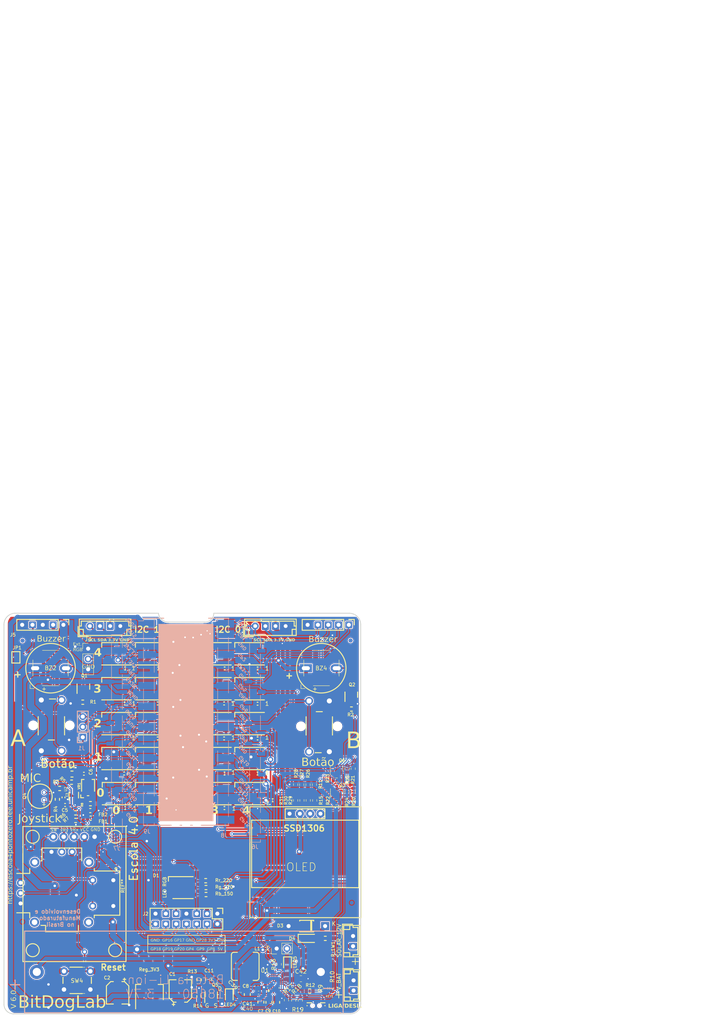
<source format=kicad_pcb>
(kicad_pcb (version 20221018) (generator pcbnew)
  (title_block (title "BitDogLab SMD version") (date "2024-02-22") (rev "v5.3") (company "Universidade Estadual de Campinas (Unicamp)*/Hardware Innovation Technologies (HwIT)**") (comment 1 "Juliano Rodrigues Fernandes de Oliveira**") (comment 2 "Bruno Cesar de Camargo Angeli**") (comment 3 "Pedro Ivo Aragão Guimarães*") (comment 4 "Fabiano Fruett*"))
  (layers (0 "F.Cu" signal) (31 "B.Cu" signal) (34 "B.Paste" user) (35 "F.Paste" user) (36 "B.SilkS" user "B.Silkscreen") (37 "F.SilkS" user "F.Silkscreen") (38 "B.Mask" user) (39 "F.Mask" user) (44 "Edge.Cuts" user))
  (net 0 "")
  (net 1 "Net-(Q1-B)")
  (net 2 "VSYS_1")
  (net 3 "Net-(D28-DOUT)")
  (net 4 "Net-(D26-DOUT)")
  (net 5 "Net-(D25-DOUT)")
  (net 6 "Net-(D24-DOUT)")
  (net 7 "Net-(D23-DIN)")
  (net 8 "Net-(D22-DOUT)")
  (net 9 "Net-(D21-DIN)")
  (net 10 "Net-(D20-DOUT)")
  (net 11 "Net-(D19-DIN)")
  (net 12 "Net-(D19-DOUT)")
  (net 13 "Net-(D18-DOUT)")
  (net 14 "Net-(D17-DOUT)")
  (net 15 "Net-(D16-DOUT)")
  (net 16 "Net-(D15-DOUT)")
  (net 17 "Net-(D14-DOUT)")
  (net 18 "Net-(D12-DIN)")
  (net 19 "Net-(D11-DIN)")
  (net 20 "Net-(D10-DIN)")
  (net 21 "Net-(D10-DOUT)")
  (net 22 "Net-(D14-DIN)")
  (net 23 "Net-(D13-DIN)")
  (net 24 "Net-(D7-DOUT)")
  (net 25 "Net-(D6-DOUT)")
  (net 26 "Net-(D5-DOUT)")
  (net 27 "Net-(D2-DOUT)")
  (net 28 "Net-(VR1-E)")
  (net 29 "AVCC")
  (net 30 "Net-(D3-K)")
  (net 31 "Net-(CARGA_SOLAR1-Pin_2)")
  (net 32 "Net-(C6-P$2)")
  (net 33 "Net-(C6-P$1)")
  (net 34 "Net-(C5-P$2)")
  (net 35 "Net-(C5-P$1)")
  (net 36 "Net-(C4-P$1)")
  (net 37 "Net-(C3-P$1)")
  (net 38 "V_BAT +")
  (net 39 "Net-(D1-RA)")
  (net 40 "Net-(D1-GA)")
  (net 41 "Net-(Q2-B)")
  (net 42 "Net-(D1-BA)")
  (net 43 "Net-(BZ3-+)")
  (net 44 "Net-(BZ1-+)")
  (net 45 "VBUS")
  (net 46 "VSYS")
  (net 47 "+3.3V")
  (net 48 "3.3_OUT")
  (net 49 "GNDREF")
  (net 50 "/pino_29")
  (net 51 "/pino_31")
  (net 52 "/pino_32")
  (net 53 "Net-(J5-Pin_4)")
  (net 54 "GNDA")
  (net 55 "Net-(Q5-G)")
  (net 56 "Net-(C39-P$1)")
  (net 59 "/GP0")
  (net 60 "/GP01")
  (net 61 "/GP02")
  (net 62 "/GP03")
  (net 63 "/GP04")
  (net 64 "/GP05")
  (net 65 "/GP06")
  (net 66 "/in")
  (net 67 "/GP08")
  (net 68 "/GP09")
  (net 69 "/GP10")
  (net 70 "/GP11")
  (net 71 "/GP12")
  (net 72 "/GP13")
  (net 73 "/SDA")
  (net 74 "/SCL")
  (net 75 "/GP16")
  (net 76 "/GP17")
  (net 77 "/GP18")
  (net 78 "/GP19")
  (net 79 "/GP20")
  (net 80 "/BUZZER_A")
  (net 81 "/RUN")
  (net 82 "/GP28_uC")
  (net 83 "/3V3_EN")
  (net 84 "/GP28")
  (net 85 "Net-(C10-Pad1)")
  (net 86 "Net-(U1-REGN)")
  (net 87 "Net-(C40-P$1)")
  (net 88 "Net-(C40-P$2)")
  (net 89 "Net-(C41-P$2)")
  (net 90 "Net-(J4-Pin_2)")
  (net 91 "Net-(U1-*QON)")
  (net 92 "Net-(LED4-K)")
  (net 93 "Net-(LED5-K)")
  (net 94 "/INT")
  (net 95 "Net-(U1-ILIM)")
  (net 96 "Net-(U1-TS_BIAS)")
  (net 97 "/CE")
  (net 98 "Net-(R11-Pad2)")
  (net 99 "Net-(R15-Pad2)")
  (net 100 "Net-(R27-Pad1)")
  (net 101 "Net-(R30-Pad1)")
  (net 102 "/SDA_1")
  (net 103 "/SCL_1")
  (footprint "Resistor_SMD:R_0603_1608Metric" (layer "F.Cu") (at 122.814368 103.537595)
    (fp_text reference "R6")
    (fp_text value "1M")
  )
  (footprint "Buzzer_Beeper:Buzzer_12x9.5RM7.6" (layer "F.Cu") (at 114.054368 99.442595 -90)
    (fp_text reference "Q4")
    (fp_text value "CMA-4544PF-W")
  )
  (footprint "user_ky-023-joystick-module-1.snapshot.4:ky-023" (layer "F.Cu") (at 135.244458 106.87615 -90)
    (fp_text reference "J19" hide)
    (fp_text value "JOYSTICK")
  )
  (footprint "Package_TO_SOT_SMD:SOT-23" (layer "F.Cu") (at 187.142133 92.552165 90)
    (fp_text reference "Q6")
    (fp_text value "BSS138")
  )
  (footprint "Capacitor_SMD:C_0402_1005Metric" (layer "F.Cu") (at 119.844368 99.727595 -90)
    (fp_text reference "C3")
    (fp_text value "0.1µF")
  )
  (footprint "LED_SMD:LED_0805_2012Metric" (layer "F.Cu") (at 175.052133 140.695665 -90)
    (fp_text reference "LED5")
    (fp_text value "PWR")
  )
  (footprint "Buzzer_Beeper:MagneticBuzzer_CUI_CMT-8504-100-SMT" (layer "F.Cu") (at 183.416868 67.865095 90)
    (fp_text reference "BZ4")
    (fp_text value "Buzzer_B_SMD")
  )
  (footprint "Capacitor_SMD:C_0402_1005Metric" (layer "F.Cu") (at 159.554678 67.97615)
    (fp_text reference "C36" hide)
    (fp_text value "0.1µF")
  )
  (footprint "Resistor_SMD:R_0805_2012Metric" (layer "F.Cu") (at 172.385133 150.197165 90)
    (fp_text reference "C10")
    (fp_text value "10u")
  )
  (footprint "LED_SMD:LED_WS2812B_PLCC4_5.0x5.0mm_P3.2mm" (layer "F.Cu") (at 165.712678 81.556595 180)
    (fp_text reference "D14" hide)
    (fp_text value "WS2812B")
  )
  (footprint "Capacitor_SMD:C_0402_1005Metric" (layer "F.Cu") (at 134.899458 76.59615)
    (fp_text reference "C29" hide)
    (fp_text value "0.1µF")
  )
  (footprint "Capacitor_SMD:C_0402_1005Metric" (layer "F.Cu") (at 151.299678 76.59615)
    (fp_text reference "C33" hide)
    (fp_text value "0.1µF")
  )
  (footprint "Capacitor_SMD:C_0402_1005Metric" (layer "F.Cu") (at 135.043678 102.35615)
    (fp_text reference "C18" hide)
    (fp_text value "0.1µF")
  )
  (footprint "LED_SMD:LED_WS2812B_PLCC4_5.0x5.0mm_P3.2mm" (layer "F.Cu") (at 141.213318 64.358595 180)
    (fp_text reference "D26" hide)
    (fp_text value "WS2812B")
  )
  (footprint "Capacitor_SMD:CP_Elec_5x5.9" (layer "F.Cu") (at 133.184368 147.847595 -90)
    (fp_text reference "C2")
    (fp_text value "C_Polarized_Small" hide)
  )
  (footprint "Buzzer_Beeper:Buzzer_12x9.5RM7.6" (layer "F.Cu") (at 179.574368 67.907595)
    (fp_text reference "BZ3" hide)
    (fp_text value "Buzzer_B" hide)
  )
  (footprint "Resistor_SMD:R_0603_1608Metric" (layer "F.Cu") (at 121.834368 95.977595)
    (fp_text reference "R5")
    (fp_text value "1K")
  )
  (footprint "Resistor_SMD:R_0805_2012Metric" (layer "F.Cu") (at 178.354133 144.378665 180)
    (fp_text reference "C42")
    (fp_text value "10u")
  )
  (footprint "Resistor_SMD:R_0603_1608Metric" (layer "F.Cu") (at 153.279458 144.65615 90)
    (fp_text reference "R13")
    (fp_text value "10k")
  )
  (footprint "Resistor_SMD:R_0603_1608Metric" (layer "F.Cu") (at 177.067133 100.464665 -90)
    (fp_text reference "R31")
    (fp_text value "1K")
  )
  (footprint "Capacitor_SMD:C_0402_1005Metric" (layer "F.Cu") (at 143.044678 85.20615)
    (fp_text reference "C26" hide)
    (fp_text value "0.1µF")
  )
  (footprint "Potentiometer_SMD:Potentiometer_Bourns_TC33X_Vertical" (layer "F.Cu") (at 125.899458 97.20615 90)
    (fp_text reference "VR1")
    (fp_text value "TC33X-2-104E (100K)")
  )
  (footprint "Button_Switch_SMD:SW_Push_1P1T_NO_6x6mm_H9.5mm" (layer "F.Cu") (at 123.216178 144.785595)
    (fp_text reference "SW4")
    (fp_text value "Reset")
  )
  (footprint "Resistor_SMD:R_0603_1608Metric" (layer "F.Cu") (at 178.567133 96.589665 -90)
    (fp_text reference "R27")
    (fp_text value "1K")
  )
  (footprint "Capacitor_SMD:C_0402_1005Metric" (layer "F.Cu") (at 159.427678 85.20615)
    (fp_text reference "C22" hide)
    (fp_text value "0.1µF")
  )
  (footprint "Resistor_SMD:R_0603_1608Metric" (layer "F.Cu") (at 189.742133 92.652165 -90)
    (fp_text reference "R25")
    (fp_text value "0R")
  )
  (footprint "BITDOG_HWIT1:JST_EH_B2B-EH-A_1x02_P2.50mm_Vertical" (layer "F.Cu") (at 191.213178 133.867595 -90)
    (fp_text reference "CARGA_SOLAR1" hide)
    (fp_text value "SOLAR_12V")
  )
  (footprint "LED_SMD:LED_WS2812B_PLCC4_5.0x5.0mm_P3.2mm" (layer "F.Cu") (at 157.546228 81.556595 180)
    (fp_text reference "D15" hide)
    (fp_text value "WS2812B")
  )
  (footprint "Package_TO_SOT_SMD:SOT-23" (layer "F.Cu") (at 187.192133 98.227165 90)
    (fp_text reference "Q3")
    (fp_text value "BSS138")
  )
  (footprint "user_SSD1306:128x64OLED" (layer "F.Cu") (at 179.180133 114.338665)
    (fp_text reference "OLED1" hide)
    (fp_text value "SSD1306")
  )
  (footprint "Resistor_SMD:R_0805_2012Metric" (layer "F.Cu") (at 155.621133 144.609165 90)
    (fp_text reference "C11")
    (fp_text value "22u")
  )
  (footprint "LED_SMD:LED_WS2812B_PLCC4_5.0x5.0mm_P3.2mm" (layer "F.Cu") (at 149.379768 90.155595 180)
    (fp_text reference "D11" hide)
    (fp_text value "WS2812B")
  )
  (footprint "LED_SMD:LED_WS2812B_PLCC4_5.0x5.0mm_P3.2mm" (layer "F.Cu") (at 157.546228 98.794595 180)
    (fp_text reference "D5" hide)
    (fp_text value "WS2812B")
  )
  (footprint "Fiducial:Fiducial_1mm_Mask2mm" (layer "F.Cu") (at 110.674368 146.387595)
    (fp_text reference "FID4" hide)
    (fp_text value "Fiducial")
  )
  (footprint "Fiducial:Fiducial_1mm_Mask2mm" (layer "F.Cu") (at 109.734368 61.107595)
    (fp_text reference "FID3" hide)
    (fp_text value "Fiducial")
  )
  (footprint "Capacitor_SMD:C_0402_1005Metric" (layer "F.Cu") (at 151.271678 93.84615)
    (fp_text reference "C23" hide)
    (fp_text value "0.1µF")
  )
  (footprint "BITDOG_HWIT1:SW_PUSH_6mm_b" (layer "F.Cu") (at 180.367133 88.464665 90)
    (fp_text reference "SW3" hide)
    (fp_text value "Button_B" hide)
  )
  (footprint "Capacitor_SMD:C_0402_1005Metric" (layer "F.Cu") (at 167.912133 147.807665 180)
    (fp_text reference "C40")
    (fp_text value "0.1µF")
  )
  (footprint "Capacitor_SMD:C_0402_1005Metric" (layer "F.Cu") (at 134.919458 85.30615)
    (fp_text reference "C28" hide)
    (fp_text value "0.1µF")
  )
  (footprint "Resistor_SMD:R_0603_1608Metric" (layer "F.Cu") (at 181.767133 100.464665 -90)
    (fp_text reference "R15")
    (fp_text value "0R")
  )
  (footprint "LED_SMD:LED_WS2812B_PLCC4_5.0x5.0mm_P3.2mm" (layer "F.Cu") (at 165.712678 72.957595 180)
    (fp_text reference "D19" hide)
    (fp_text value "WS2812B")
  )
  (footprint "Resistor_SMD:R_0805_2012Metric" (layer "F.Cu") (at 168.492133 150.157165 -90)
    (fp_text reference "C7")
    (fp_text value "10u")
  )
  (footprint "Resistor_SMD:R_0603_1608Metric" (layer "F.Cu") (at 154.960368 121.928595)
    (fp_text reference "Rg_220")
    (fp_text value "220")
  )
  (footprint "Capacitor_SMD:C_0402_1005Metric" (layer "F.Cu") (at 171.401178 100.426595 180)
    (fp_text reference "C14" hide)
    (fp_text value "0.1µF")
  )
  (footprint "Resistor_SMD:R_0603_1608Metric" (layer "F.Cu") (at 191.242133 92.652165 -90)
    (fp_text reference "R21")
    (fp_text value "10k")
  )
  (footprint "Resistor_SMD:R_0603_1608Metric" (layer "F.Cu") (at 180.513133 147.426665)
    (fp_text reference "R12")
    (fp_text value "10k")
  )
  (footprint "LED_SMD:LED_RGB_5050-6" (layer "F.Cu") (at 149.299458 121.94615)
    (fp_text reference "D1")
    (fp_text value "LED_RGB_SMD")
  )
  (footprint "Buzzer_Beeper:MagneticBuzzer_CUI_CMT-8504-100-SMT" (layer "F.Cu") (at 116.654368 67.865095 90)
    (fp_text reference "BZ2")
    (fp_text value "Buzzer_B_SMD")
  )
  (footprint "LED_SMD:LED_WS2812B_PLCC4_5.0x5.0mm_P3.2mm" (layer "F.Cu") (at 165.712678 64.358595 180)
    (fp_text reference "D20" hide)
    (fp_text value "WS2812B")
  )
  (footprint "Fiducial:Fiducial_1mm_Mask2mm" (layer "F.Cu") (at 190.604368 61.107595)
    (fp_text reference "FID1" hide)
    (fp_text value "Fiducial")
  )
  (footprint "LED_SMD:LED_WS2812B_PLCC4_5.0x5.0mm_P3.2mm" (layer "F.Cu") (at 157.546228 64.358595 180)
    (fp_text reference "D22" hide)
    (fp_text value "WS2812B")
  )
  (footprint "Resistor_SMD:R_0603_1608Metric" (layer "F.Cu") (at 124.594368 76.277595)
    (fp_text reference "R1")
    (fp_text value "330")
  )
  (footprint "Capacitor_SMD:C_0402_1005Metric" (layer "F.Cu") (at 134.779458 93.84615)
    (fp_text reference "C27" hide)
    (fp_text value "0.1µF")
  )
  (footprint "Package_TO_SOT_SMD:SOT-23" (layer "F.Cu") (at 124.744368 72.440095 90)
    (fp_text reference "Q1")
    (fp_text value "BC817")
  )
  (footprint "Capacitor_SMD:C_0402_1005Metric" (layer "F.Cu") (at 167.654678 93.84615)
    (fp_text reference "C19" hide)
    (fp_text value "0.1µF")
  )
  (footprint "LED_SMD:LED_WS2812B_PLCC4_5.0x5.0mm_P3.2mm" (layer "F.Cu") (at 132.919868 90.155595 180)
    (fp_text reference "D13" hide)
    (fp_text value "WS2812B")
  )
  (footprint "Resistor_SMD:R_0603_1608Metric" (layer "F.Cu") (at 154.891178 120.238595)
    (fp_text reference "Rr_220")
    (fp_text value "220")
  )
  (footprint "Fiducial:Fiducial_1mm_Mask2mm" (layer "F.Cu") (at 186.872133 149.644665)
    (fp_text reference "FID2" hide)
    (fp_text value "Fiducial")
  )
  (footprint "Capacitor_SMD:C_0402_1005Metric" (layer "F.Cu") (at 159.427678 76.59615)
    (fp_text reference "C35" hide)
    (fp_text value "0.1µF")
  )
  (footprint "Capacitor_SMD:C_0402_1005Metric" (layer "F.Cu") (at 143.171678 93.84615)
    (fp_text reference "C25" hide)
    (fp_text value "0.1µF")
  )
  (footprint "Resistor_SMD:R_0603_1608Metric" (layer "F.Cu") (at 187.167133 95.464665 180)
    (fp_text reference "R23")
    (fp_text value "10k")
  )
  (footprint "Capacitor_SMD:C_0402_1005Metric" (layer "F.Cu") (at 167.682678 67.97615)
    (fp_text reference "C38" hide)
    (fp_text value "0.1µF")
  )
  (footprint "Resistor_SMD:R_0603_1608Metric" (layer "F.Cu") (at 176.576133 149.712665 90)
    (fp_text reference "R18")
    (fp_text value "5.32K")
  )
  (footprint "LED_SMD:LED_WS2812B_PLCC4_5.0x5.0mm_P3.2mm" (layer "F.Cu") (at 141.213318 81.556595 180)
    (fp_text reference "D17" hide)
    (fp_text value "WS2812B")
  )
  (footprint "Resistor_SMD:R_0805_2012Metric" (layer "F.Cu") (at 170.480133 150.197165 90)
    (fp_text reference "C9")
    (fp_text value "10u")
  )
  (footprint "Button_Switch_SMD:SW_SPST_CK_KMS2xxGP" (layer "F.Cu") (at 182.086133 151.012665 180)
    (fp_text reference "KEY1")
    (fp_text value "TS24CA")
  )
  (footprint "LED_SMD:LED_WS2812B_PLCC4_5.0x5.0mm_P3.2mm" (layer "F.Cu") (at 141.213318 72.957595 180)
    (fp_text reference "D27" hide)
    (fp_text value "WS2812B")
  )
  (footprint "BITDOG_HWIT1:SW_PUSH_6mm_b" (layer "F.Cu") (at 119.374368 75.737595 -90)
    (fp_text reference "SW2" hide)
    (fp_text value "Botão")
  )
  (footprint "Resistor_SMD:R_0603_1608Metric" (layer "F.Cu") (at 180.167133 100.464665 -90)
    (fp_text reference "R29")
    (fp_text value "1K")
  )
  (footprint "Capacitor_SMD:C_0402_1005Metric" (layer "F.Cu") (at 167.432133 146.156665 90)
    (fp_text reference "C41")
    (fp_text value "0.1µF")
  )
  (footprint "Connector_PinHeader_2.54mm:PinHeader_1x03_P2.54mm_Vertical" (layer "F.Cu") (at 125.919458 63.098665)
    (fp_text reference "J3")
    (fp_text value "Conn_01x03_Pin")
  )
  (footprint "Capacitor_SMD:C_0402_1005Metric" (layer "F.Cu") (at 143.203428 102.35615)
    (fp_text reference "C17" hide)
    (fp_text value "0.1µF")
  )
  (footprint "Capacitor_SMD:C_0402_1005Metric" (layer "F.Cu") (at 143.044678 76.59615)
    (fp_text reference "C31" hide)
    (fp_text value "0.1µF")
  )
  (footprint "Resistor_SMD:R_0603_1608Metric" (layer "F.Cu") (at 184.370368 134.443595)
    (fp_text reference "R_1W1")
    (fp_text value "100")
  )
  (footprint "Package_TO_SOT_SMD:SOT-223" (layer "F.Cu") (at 141.034368 147.697595 90)
    (fp_text reference "Reg_3V3")
    (fp_text value "3.3v_smd")
  )
  (footprint "Capacitor_SMD:C_0402_1005Metric" (layer "F.Cu") (at 163.241133 147.779665 -90)
    (fp_text reference "C39")
    (fp_text value "0.1µF")
  )
  (footprint "Resistor_SMD:R_0603_1608Metric" (layer "F.Cu") (at 181.692133 96.589665 90)
    (fp_text reference "R11")
    (fp_text value "0R")
  )
  (footprint "Capacitor_SMD:C_0402_1005Metric" (layer "F.Cu") (at 124.874368 93.897595 180)
    (fp_text reference "C6")
    (fp_text value "100pF" hide)
  )
  (footprint "Capacitor_SMD:CP_Elec_5x5.9" (layer "F.Cu") (at 148.639458 147.39615 90)
    (fp_text reference "C1")
    (fp_text value "C_Polarized_Small" hide)
  )
  (footprint "Capacitor_SMD:C_0402_1005Metric" (layer "F.Cu") (at 143.171678 67.97615)
    (fp_text reference "C32" hide)
    (fp_text value "0.1µF")
  )
  (footprint "Resistor_SMD:R_0603_1608Metric" (layer "F.Cu") (at 174.798133 149.648665 90)
    (fp_text reference "R17")
    (fp_text value "2.5K")
  )
  (footprint "joystick:XDCR_COM-09032" (layer "F.Cu") (at 119.426133 123.296665 -90)
    (fp_text reference "REF**")
    (fp_text value "JOYSTICK")
  )
  (footprint "LED_SMD:LED_WS2812B_PLCC4_5.0x5.0mm_P3.2mm" (layer "F.Cu") (at 132.919868 64.358595 180)
    (fp_text reference "D28" hide)
    (fp_text value "WS2812B")
  )
  (footprint "Resistor_SMD:R_0805_2012Metric" (layer "F.Cu") (at 165.146133 148.276165 -90)
    (fp_text reference "C8")
    (fp_text value "10u")
  )
  (footprint "Resistor_SMD:R_0603_1608Metric" (layer "F.Cu") (at 180.117133 96.589665 90)
    (fp_text reference "R26")
    (fp_text value "1K")
  )
  (footprint "Package_TO_SOT_SMD:SOT-23-3" (layer "F.Cu") (at 156.229458 148.44615 90)
    (fp_text reference "Q5")
    (fp_text value "DMG2305UX-13")
  )
  (footprint "LED_SMD:LED_WS2812B_PLCC4_5.0x5.0mm_P3.2mm" (layer "F.Cu") (at 157.546228 72.957595 180)
    (fp_text reference "D21" hide)
    (fp_text value "WS2812B")
  )
  (footprint "LED_SMD:LED_WS2812B_PLCC4_5.0x5.0mm_P3.2mm" (layer "F.Cu") (at 133.046868 98.794595 180)
    (fp_text reference "D8" hide)
    (fp_text value "WS2812B")
  )
  (footprint "Resistor_SMD:R_0603_1608Metric" (layer "F.Cu") (at 187.117133 101.039665 180)
    (fp_text reference "R22")
    (fp_text value "10k")
  )
  (footprint "Buzzer_Beeper:Buzzer_12x9.5RM7.6" (layer "F.Cu") (at 112.854368 67.907595)
    (fp_text reference "BZ1" hide)
    (fp_text value "Buzzer_A" hide)
  )
  (footprint "Diode_SMD:D_SOD-123" (layer "F.Cu") (at 180.052368 134.443595)
    (fp_text reference "D4")
    (fp_text value "D_Schottky")
  )
  (footprint "Resistor_SMD:R_0603_1608Metric" (layer "F.Cu") (at 154.970368 123.648595)
    (fp_text reference "Rb_150")
    (fp_text value "150")
  )
  (footprint "Capacitor_SMD:C_0402_1005Metric" (layer "F.Cu") (at 151.299678 85.20615)
    (fp_text reference "C24" hide)
    (fp_text value "0.1µF")
  )
  (footprint "Capacitor_SMD:C_0402_1005Metric" (layer "F.Cu") (at 135.019458 67.97615)
    (fp_text reference "C30" hide)
    (fp_text value "0.1µF")
  )
  (footprint "LED_SMD:LED_WS2812B_PLCC4_5.0x5.0mm_P3.2mm" (layer "F.Cu") (at 141.213318 90.155595 180)
    (fp_text reference "D12" hide)
    (fp_text value "WS2812B")
  )
  (footprint "LED_SMD:LED_WS2812B_PLCC4_5.0x5.0mm_P3.2mm" (layer "F.Cu") (at 157.546228 90.155595 180)
    (fp_text reference "D10" hide)
    (fp_text value "WS2812B")
  )
  (footprint "Resistor_SMD:R_0603_1608Metric" (layer "F.Cu") (at 189.717133 98.302165 -90)
    (fp_text reference "R24")
    (fp_text value "0R")
  )
  (footprint "Inductor_SMD:L_0603_1608Metric" (layer "F.Cu") (at 126.521868 104.837595)
    (fp_text reference "FB1")
    (fp_text value "FERRITE")
  )
  (footprint "Button_Switch_THT:SW_PUSH_6mm" (layer "F.Cu") (at 119.966178 142.535595)
    (fp_text reference "SW1" hide)
    (fp_text value "Reset")
  )
  (footprint "Capacitor_SMD:C_0402_1005Metric" (layer "F.Cu") (at 159.526678 93.84615)
    (fp_text reference "C21" hide)
    (fp_text value "0.1µF")
  )
  (footprint "Capacitor_SMD:C_0805_2012Metric" (layer "F.Cu") (at 121.934368 93.977595)
    (fp_text reference "C4")
    (fp_text value "10uF")
  )
  (footprint "Resistor_SMD:R_0603_1608Metric" (layer "F.Cu") (at 191.267133 98.302165 -90)
    (fp_text reference "R20")
    (fp_text value "10k")
  )
  (footprint "BITDOG_HWIT1:JST_EH_B2B-EH-A_1x02_P2.50mm_Vertical" (layer "F.Cu") (at 191.340178 144.789595 -90)
    (fp_text reference "V_BAT1" hide)
    (fp_text value "V_BAT")
  )
  (footprint "LED_SMD:LED_WS2812B_PLCC4_5.0x5.0mm_P3.2mm" (layer "F.Cu") (at 149.379768 72.957595 180)
    (fp_text reference "D23" hide)
    (fp_text value "WS2812B")
  )
  (footprint "Connector_PinHeader_2.54mm:PinHeader_2x07_P2.54mm_Vertical" (layer "F.Cu") (at 157.764458 128.35615 -90)
    (fp_text reference "J2")
    (fp_text value "conector_idc" hide)
  )
  (footprint "Package_TO_SOT_SMD:SOT-353_SC-70-5" (layer "F.Cu") (at 122.389458 99.16615 90)
    (fp_text reference "U2")
    (fp_text value "MAX4466EXK+T")
  )
  (footprint "Resistor_SMD:R_0603_1608Metric" (layer "F.Cu") (at 178.227133 149.712665 90)
    (fp_text reference "R19")
    (fp_text value "30.1K")
  )
  (footprint "LED_SMD:LED_WS2812B_PLCC4_5.0x5.0mm_P3.2mm" (layer "F.Cu") (at 149.379768 81.556595 180)
    (fp_text reference "D16" hide)
    (fp_text value "WS2812B")
  )
  (footprint "Resistor_SMD:R_0603_1608Metric" (layer "F.Cu") (at 118.904368 97.527595 180)
    (fp_text reference "R3")
    (fp_text value "1K")
  )
  (footprint "Package_TO_SOT_SMD:SOT-23" (layer "F.Cu") (at 190.779458 74.42865 90)
    (fp_text reference "Q2")
    (fp_text value "BC817")
  )
  (footprint "Jumper:SolderJumper-2_P1.3mm_Open_TrianglePad1.0x1.5mm" (layer "F.Cu") (at 108.113908 65.236595 90)
    (fp_text reference "JP1")
    (fp_text value "SolderJumper_2_Open")
  )
  (footprint "LED_SMD:LED_WS2812B_PLCC4_5.0x5.0mm_P3.2mm" (layer "F.Cu") (at 132.919868 81.556595 180)
    (fp_text reference "D18" hide)
    (fp_text value "WS2812B")
  )
  (footprint "Connector_PinHeader_2.54mm:PinHeader_1x05_P2.54mm_Vertical" (layer "F.Cu") (at 190.176368 57.227595 -90)
    (fp_text reference "J12" hide)
    (fp_text value "Conn_01x05_Pin" hide)
  )
  (footprint "Connector_JST:JST_EH_B4B-EH-A_1x04_P2.50mm_Vertical" (layer "F.Cu") (at 126.344368 57.527595)
    (fp_text reference "J20" hide)
    (fp_text value "Conn_01x04_Pin" hide)
  )
  (footprint "Capacitor_SMD:C_0402_1005Metric" (layer "F.Cu") (at 151.363178 102.35615)
    (fp_text reference "C16" hide)
    (fp_text value "0.1µF")
  )
  (footprint "Inductor_SMD:L_Bourns_SRP7028A_7.3x6.6mm" (layer "F.Cu") (at 164.638133 141.330665 90)
    (fp_text reference "L1")
    (fp_text value "1uH")
  )
  (footprint "Capacitor_SMD:C_0402_1005Metric" (layer "F.Cu") (at 151.299678 67.97615)
    (fp_text reference "C34" hide)
    (fp_text value "0.1µF")
  )
  (footprint "Resistor_SMD:R_0603_1608Metric" (layer "F.Cu") (at 177.067133 96.589665 90)
    (fp_text reference "R28")
    (fp_text value "1K")
  )
  (footprint "Capacitor_SMD:C_0402_1005Metric" (layer "F.Cu") (at 120.234368 101.587595)
    (fp_text reference "C5")
    (fp_text value "0.01uF")
  )
  (footprint "Connector_PinHeader_2.54mm:PinHeader_1x02_P2.54mm_Vertical" (layer "F.Cu") (at 172.383133 136.949665 90)
    (fp_text reference "J4")
    (fp_text value "Conn_01x02")
  )
  (footprint "Connector_JST:JST_EH_B4B-EH-A_1x04_P2.50mm_Vertical" (layer "F.Cu") (at 167.094368 57.527595)
    (fp_text reference "J21" hide)
    (fp_text value "Conn_01x04_Pin" hide)
  )
  (footprint "LED_SMD:LED_WS2812B_PLCC4_5.0x5.0mm_P3.2mm" (layer "F.Cu") (at 132.919868 72.957595 180)
    (fp_text reference "D25" hide)
    (fp_text value "WS2812B")
  )
  (footprint "Resistor_SMD:R_0603_1608Metric" (layer "F.Cu") (at 190.814458 77.96615)
    (fp_text reference "R2")
    (fp_text value "330")
  )
  (footprint "Package_DFN_QFN:WQFN-HR18_RYK_TEX" (layer "F.Cu") (at 171.562133 145.061665 90)
    (fp_text reference "U1")
    (fp_text value "BQ25622ERYKR")
  )
  (footprint "Resistor_SMD:R_0603_1608Metric" (layer "F.Cu") (at 126.484368 101.267595)
    (fp_text reference "R8")
    (fp_text value "22K")
  )
  (footprint "LED_SMD:LED_WS2812B_PLCC4_5.0x5.0mm_P3.2mm" (layer "F.Cu") (at 149.379768 64.358595 180)
    (fp_text reference "D24" hide)
    (fp_text value "WS2812B")
  )
  (footprint "Resistor_SMD:R_0603_1608Metric" (layer "F.Cu") (at 153.239458 148.76615 -90)
    (fp_text reference "R14")
    (fp_text value "0R")
  )
  (footprint "LED_SMD:LED_WS2812B_PLCC4_5.0x5.0mm_P3.2mm" (layer "F.Cu") (at 165.712678 98.794595 180)
    (fp_text reference "D2" hide)
    (fp_text value "WS2812B")
  )
  (footprint "Resistor_SMD:R_0603_1608Metric" (layer "F.Cu") (at 185.962133 146.749665 -90)
    (fp_text reference "R10")
    (fp_text value "10k")
  )
  (footprint "Capacitor_SMD:C_0402_1005Metric" (layer "F.Cu") (at 167.679458 76.65615)
    (fp_text reference "C37" hide)
    (fp_text value "0.1µF")
  )
  (footprint "Resistor_SMD:R_0603_1608Metric" (layer "F.Cu") (at 118.334368 100.197595 90)
    (fp_text reference "R4")
    (fp_text value "1K")
  )
  (footprint "BITDOG_HWIT1:LED_0805_2012Metric" (layer "F.Cu") (at 160.701133 148.569665 -90)
    (fp_text reference "LED4")
    (fp_text value "100%")
  )
  (footprint "Diode_THT:D_T-1_P5.08mm_Horizontal" (layer "F.Cu") (at 182.323178 131.414595 180)
    (fp_text reference "D3")
    (fp_text value "1N5231")
  )
  (footprint "Capacitor_SMD:C_0402_1005Metric" (layer "F.Cu") (at 167.682678 85.20615)
    (fp_text reference "C20" hide)
    (fp_text value "0.1µF")
  )
  (footprint "LED_SMD:LED_WS2812B_PLCC4_5.0x5.0mm_P3.2mm" (layer "F.Cu") (at 149.379768 98.794595 180)
    (fp_text reference "D6" hide)
    (fp_text value "WS2812B")
  )
  (footprint "LED_SMD:LED_WS2812B_PLCC4_5.0x5.0mm_P3.2mm" (layer "F.Cu") (at 165.712678 90.155595 180)
    (fp_text reference "D9" hide)
    (fp_text value "WS2812B")
  )
  (footprint "Capacitor_SMD:C_0402_1005Metric" (layer "F.Cu") (at 159.509458 102.35615)
    (fp_text reference "C15" hide)
    (fp_text value "0.1µF")
  )
  (footprint "Inductor_SMD:L_0603_1608Metric" (layer "F.Cu") (at 126.454368 102.977595)
    (fp_text reference "FB2")
    (fp_text value "FERRITE")
  )
  (footprint "Resistor_SMD:R_0603_1608Metric" (layer "F.Cu") (at 178.617133 100.464665 90)
    (fp_text reference "R30")
    (fp_text value "1K")
  )
  (footprint "Resistor_SMD:R_0603_1608Metric" (layer "F.Cu") (at 173.020133 140.822665 90)
    (fp_text reference "R16")
    (fp_text value "10k")
  )
  (footprint "Resistor_SMD:R_0603_1608Metric" (layer "F.Cu") (at 184.450133 146.727665 90)
    (fp_text reference "R9")
    (fp_text value "10k")
  )
  (footprint "Resistor_SMD:R_0603_1608Metric" (layer "F.Cu") (at 122.834368 105.397595 180)
    (fp_text reference "R7")
    (fp_text value "1M")
  )
  (footprint "Connector_PinHeader_2.54mm:PinHeader_1x05_P2.54mm_Vertical" (layer "F.Cu") (at 119.822368 57.227595 -90)
    (fp_text reference "J5")
    (fp_text value "Conn_01x05_Pin")
  )
  (footprint "LED_SMD:LED_WS2812B_PLCC4_5.0x5.0mm_P3.2mm" (layer "F.Cu") (at 141.213318 98.794595 180)
    (fp_text reference "D7" hide)
    (fp_text value "WS2812B")
  )
  (footprint "Library_raspberry_pi:RPi_PicoW_SMD_TH" (layer "B.Cu") (at 150.084368 81.097595)
    (fp_text reference "A1")
    (fp_text value "SC0918")
  )
  (footprint "Fiducial:Fiducial_1mm_Mask2mm" (layer "B.Cu") (at 190.892133 125.664665 180)
    (fp_text reference "FID7" hide)
    (fp_text value "Fiducial")
  )
  (footprint "Fiducial:Fiducial_1mm_Mask2mm" (layer "B.Cu") (at 190.594368 61.077595 180)
    (fp_text reference "FID5" hide)
    (fp_text value "Fiducial")
  )
  (footprint "Connector_PinSocket_2.54mm:PinSocket_1x20_P2.54mm_Vertical_SMD_Pin1Right" (layer "B.Cu") (at 140.890133 81.132665 180)
    (fp_text reference "J9")
    (fp_text value "Conn_01x20_Socket")
  )
  (footprint "Connector_PinSocket_2.54mm:PinSocket_1x20_P2.54mm_Vertical_SMD_Pin1Right" (layer "B.Cu") (at 159.176133 81.132665 180)
    (fp_text reference "J8")
    (fp_text value "Conn_01x20_Socket")
  )
  (footprint "Connector_PinSocket_2.54mm:PinSocket_1x20_P2.54mm_Vertical_SMD_Pin1Right" (layer "B.Cu") (at 167.050133 85.196665 180)
    (fp_text reference "J6")
    (fp_text value "Conn_01x20_Socket")
  )
  (footprint "Battery:BatteryHolder_MPD_BH-18650-PC2" (layer "B.Cu") (at 113.264368 142.707595 180)
    (fp_text reference "BT1" hide)
    (fp_text value "Battery_Cell")
  )
  (footprint "Fiducial:Fiducial_1mm_Mask2mm" (layer "B.Cu") (at 109.709458 130.35615 180)
    (fp_text reference "FID8" hide)
    (fp_text value "Fiducial")
  )
  (footprint "Connector_PinHeader_2.54mm:PinHeader_1x03_P2.54mm_Vertical" (layer "B.Cu") (at 124.599458 84.90115)
    (fp_text reference "J1")
    (fp_text value "Conn_01x03")
  )
  (footprint "Connector_PinSocket_2.54mm:PinSocket_1x20_P2.54mm_Vertical_SMD_Pin1Right" (layer "B.Cu") (at 133.014133 85.196665 180)
    (fp_text reference "J7")
    (fp_text value "Conn_01x20_Socket")
  )
  (footprint "Fiducial:Fiducial_1mm_Mask2mm" (layer "B.Cu") (at 109.754368 61.127595 180)
    (fp_text reference "FID6" hide)
    (fp_text value "Fiducial")
  )
  (gr_rect (start 143.319458 57.08115) (end 156.719458 105.51115) (stroke (width 0.15)) (fill solid) (layer "B.SilkS"))
  (gr_rect (start 140.659458 133.66455) (end 159.670258 135.83615) (stroke (width 0.15)) (fill none) (layer "F.SilkS"))
  (gr_rect (start 140.599458 133.68975) (end 159.670258 137.98255) (stroke (width 0.15)) (fill none) (layer "F.SilkS"))
  (gr_line (start 190.540788 153.023194) (end 107.562839 153.032879) (stroke (width 0.2)) (layer "Edge.Cuts"))
  (gr_arc (start 156.889458 54.369594) (mid 156.192028 55.988084) (end 154.524458 56.558282) (stroke (width 0.2)) (layer "Edge.Cuts"))
  (gr_line (start 105.175239 150.749231) (end 105.175239 57.20615) (stroke (width 0.2)) (layer "Edge.Cuts"))
  (gr_line (start 145.694458 56.558282) (end 154.524458 56.558282) (stroke (width 0.2)) (layer "Edge.Cuts"))
  (gr_line (start 180.269458 54.369594) (end 190.249458 54.369594) (stroke (width 0.2)) (layer "Edge.Cuts"))
  (gr_arc (start 190.249458 54.369594) (mid 192.2808 55.199542) (end 193.099458 57.235461) (stroke (width 0.2)) (layer "Edge.Cuts"))
  (gr_arc (start 107.562839 153.032879) (mid 105.902799 152.378518) (end 105.175239 150.749231) (stroke (width 0.2)) (layer "Edge.Cuts"))
  (gr_arc (start 105.169458 57.213433) (mid 105.916644 55.262211) (end 107.804136 54.36615) (stroke (width 0.2)) (layer "Edge.Cuts"))
  (gr_line (start 193.099458 150.4651) (end 193.099458 57.235461) (stroke (width 0.2)) (layer "Edge.Cuts"))
  (gr_arc (start 145.694458 56.558282) (mid 144.054514 55.925823) (end 143.233416 54.371726) (stroke (width 0.2)) (layer "Edge.Cuts"))
  (gr_arc (start 193.099458 150.4651) (mid 192.369243 152.29339) (end 190.540788 153.023194) (stroke (width 0.2)) (layer "Edge.Cuts"))
  (gr_line (start 180.269458 54.369594) (end 156.889458 54.369594) (stroke (width 0.2)) (layer "Edge.Cuts"))
  (gr_line (start 107.799458 54.369594) (end 143.229458 54.369594) (stroke (width 0.2)) (layer "Edge.Cuts"))
  (gr_text "Bateria Li-ion\n18650    3.7V" (at 159.605368 149.437435) (layer "B.SilkS") (effects (font (size 2.2 2.2)) (justify left bottom mirror)))
  (gr_text "-" (at 187.214368 148.297595) (layer "B.SilkS") (effects (font (size 3 3) (thickness 0.3)) (justify left bottom mirror)))
  (gr_text "+" (at 105.854368 147.388475) (layer "B.SilkS") (effects (font (size 3 3) (thickness 0.3)) (justify left bottom)))
  (gr_text "Raspberry\nPI\npico" (at 145.769458 94.03615 270) (layer "B.SilkS") (effects (font (size 2.2 2.2)) (justify left bottom mirror)))
  (gr_text "Desenvolvido e\nManufaturado \n  no Brasil" (at 124.169458 131.62615) (layer "B.SilkS") (effects (font (size 1 1) (thickness 0.2) bold) (justify left bottom mirror)))
  (gr_text "GP18 GP19 GP20 GP4  GP9  GP8  5V" (at 141.299458 137.520665) (layer "F.SilkS") (effects (font (size 0.7 0.7)) (justify left bottom)))
  (gr_text "https://escola4pontozero.fee.unicamp.br" (at 107.369458 126.03615 90) (layer "F.SilkS") (effects (font (size 1.2 1.2)) (justify left bottom)))
  (gr_text "1" (at 140.889458 103.00615) (layer "F.SilkS") (effects (font (size 2 2) (thickness 0.4) bold)))
  (gr_text "Joystick" (at 108.619458 106.19615) (layer "F.SilkS") (effects (font (size 2 2)) (justify left bottom)))
  (gr_text "LIGA/DESL." (at 185.072133 151.684665) (layer "F.SilkS") (effects (font (size 0.9652 0.9652) (thickness 0.2) bold) (justify left bottom)))
  (gr_text "Buzzer" (at 113.249458 61.60615) (layer "F.SilkS") (effects (font (size 1.5 1.5) (thickness 0.3)) (justify left bottom)))
  (gr_text "Botão" (at 178.442133 92.314665) (layer "F.SilkS") (effects (font (size 2 2) (thickness 0.3)) (justify left bottom)))
  (gr_text "LED RGB" (at 145.249458 124.56615 90) (layer "F.SilkS") (effects (font (size 0.8 0.8)) (justify left bottom)))
  (gr_text "BitDogLab             " (at 108.639458 152.03615) (layer "F.SilkS") (effects (font (size 3 3) (thickness 0.5)) (justify left bottom)))
  (gr_text "3" (at 157.159458 103.00615) (layer "F.SilkS") (effects (font (size 2 2) (thickness 0.4) bold)))
  (gr_text "Escola 4.0" (at 138.309458 120.56615 90) (layer "F.SilkS") (effects (font (size 2 2) (thickness 0.3)) (justify left bottom)))
  (gr_text "+" (at 107.444368 70.293035) (layer "F.SilkS") (effects (font (size 1.5 1.5) (thickness 0.3)) (justify left bottom)))
  (gr_text "A" (at 108.669458 85.40615) (layer "F.SilkS") (effects (font (size 4 4))))
  (gr_text "G" (at 154.619458 151.60615) (layer "F.SilkS") (effects (font (size 1 1)) (justify left bottom)))
  (gr_text "D" (at 157.780133 147.426665) (layer "F.SilkS") (effects (font (size 1 1)) (justify left bottom)))
  (gr_text "3" (at 128.209458 73.09615) (layer "F.SilkS") (effects (font (size 2 2) (thickness 0.4) bold)))
  (gr_text "I2C 1" (at 137.089458 59.26615) (layer "F.SilkS") (effects (font (size 1.5 1.5) (thickness 0.3)) (justify left bottom)))
  (gr_text "SCL SDA 3.3V GND" (at 166.669458 61.387595) (layer "F.SilkS") (effects (font (size 0.7 0.7) (thickness 0.175) bold) (justify left bottom)))
  (gr_text "I2C 0" (at 157.146368 59.26615) (layer "F.SilkS") (effects (font (size 1.5 1.5) (thickness 0.3)) (justify left bottom)))
  (gr_text "+" (at 174.354368 70.563035) (layer "F.SilkS") (effects (font (size 1.5 1.5) (thickness 0.3)) (justify left bottom)))
  (gr_text "2" (at 128.269458 81.63615) (layer "F.SilkS") (effects (font (size 2 2) (thickness 0.4) bold)))
  (gr_text "SCL SDA 3.3V GND" (at 125.834368 61.387595) (layer "F.SilkS") (effects (font (size 0.7 0.7) (thickness 0.14) bold) (justify left bottom)))
  (gr_text "Ext.\nRGB" (at 122.169458 63.84615) (layer "F.SilkS") (effects (font (size 0.8 0.8) (thickness 0.2)) (justify left bottom)))
  (gr_text "2" (at 149.729458 102.97615) (layer "F.SilkS") (effects (font (size 2 2) (thickness 0.4) bold)))
  (gr_text "B\n\n" (at 191.367133 89.289665) (layer "F.SilkS") (effects (font (size 4 4))))
  (gr_text "0" (at 132.849458 103.00615) (layer "F.SilkS") (effects (font (size 2 2) (thickness 0.4) bold)))
  (gr_text "0" (at 128.949458 98.70615) (layer "F.SilkS") (effects (font (size 2 2) (thickness 0.4) bold)))
  (gr_text "V 6.0" (at 108.359458 151.75615 90) (layer "F.SilkS") (effects (font (size 1.27 1.27)) (justify left bottom)))
  (gr_text "1" (at 128.389458 89.87615) (layer "F.SilkS") (effects (font (size 2 2) (thickness 0.4) bold)))
  (gr_text "GND" (at 124.379458 68.18615) (layer "F.SilkS") (effects (font (size 1 1) (thickness 0.25)) (justify left bottom)))
  (gr_text "GND  GP16 GP17 GND GP28 3V3 GND\n\n" (at 141.309458 136.50615) (layer "F.SilkS") (effects (font (size 0.7 0.7)) (justify left bottom)))
  (gr_text "Buzzer" (at 180.219458 61.71615) (layer "F.SilkS") (effects (font (size 1.5 1.5) (thickness 0.3)) (justify left bottom)))
  (gr_text "MIC" (at 109.099458 96.25615) (layer "F.SilkS") (effects (font (size 2 2) (thickness 0.3)) (justify left bottom)))
  (gr_text "4" (at 164.889458 103.04615) (layer "F.SilkS") (effects (font (size 2 2) (thickness 0.4) bold)))
  (gr_text "S" (at 156.759458 151.62615) (layer "F.SilkS") (effects (font (size 1 1)) (justify left bottom)))
  (gr_text "4" (at 128.309458 64.15615) (layer "F.SilkS") (effects (font (size 2 2) (thickness 0.4) bold)))
  (segment (start 123.769368 76.277595) (end 123.794368 76.252595) (width 0.4) (layer "F.Cu") (net 1))
  (segment (start 123.794368 76.252595) (end 123.794368 73.377595) (width 0.4) (layer "F.Cu") (net 1))
  (segment (start 176.781633 139.758165) (end 174.798133 139.758165) (width 0.254) (layer "F.Cu") (net 2))
  (segment (start 184.450133 145.902665) (end 183.554133 145.902665) (width 0.254) (layer "F.Cu") (net 2))
  (segment (start 181.338133 147.426665) (end 183.053133 147.426665) (width 0.254) (layer "F.Cu") (net 2))
  (segment (start 192.417133 93.889665) (end 192.417133 98.514665) (width 0.254) (layer "F.Cu") (net 2))
  (segment (start 180.292133 135.514665) (end 180.292133 125.439665) (width 0.254) (layer "F.Cu") (net 2))
  (segment (start 192.317133 119.314665) (end 192.317133 99.639665) (width 0.254) (layer "F.Cu") (net 2))
  (segment (start 192.417133 98.514665) (end 191.804633 99.127165) (width 0.254) (layer "F.Cu") (net 2))
  (segment (start 175.892633 139.758165) (end 176.068133 139.933665) (width 0.254) (layer "F.Cu") (net 2))
  (segment (start 179.067133 136.739665) (end 180.292133 135.514665) (width 0.254) (layer "F.Cu") (net 2))
  (segment (start 180.292133 125.439665) (end 184.192133 121.539665) (width 0.254) (layer "F.Cu") (net 2))
  (segment (start 156.552973 147.632165) (end 156.229458 147.30865) (width 0.508) (layer "F.Cu") (net 2))
  (segment (start 190.092133 121.539665) (end 192.317133 119.314665) (width 0.254) (layer "F.Cu") (net 2))
  (segment (start 160.701133 147.632165) (end 156.552973 147.632165) (width 0.508) (layer "F.Cu") (net 2))
  (segment (start 176.068133 139.933665) (end 176.068133 142.346665) (width 0.254) (layer "F.Cu") (net 2))
  (segment (start 191.804633 99.127165) (end 191.267133 99.127165) (width 0.254) (layer "F.Cu") (net 2))
  (segment (start 183.554133 145.902665) (end 183.053133 146.403665) (width 0.254) (layer "F.Cu") (net 2))
  (segment (start 175.179133 143.235665) (end 174.671133 143.235665) (width 0.254) (layer "F.Cu") (net 2))
  (segment (start 174.671133 143.235665) (end 173.420132 144.486666) (width 0.254) (layer "F.Cu") (net 2))
  (segment (start 177.084133 140.060665) (end 176.781633 139.758165) (width 0.254) (layer "F.Cu") (net 2))
  (segment (start 176.068133 142.346665) (end 175.179133 143.235665) (width 0.254) (layer "F.Cu") (net 2))
  (segment (start 173.420132 144.486666) (end 172.512133 144.486666) (width 0.254) (layer "F.Cu") (net 2))
  (segment (start 192.317133 99.639665) (end 191.804633 99.127165) (width 0.254) (layer "F.Cu") (net 2))
  (segment (start 177.717133 136.739665) (end 179.067133 136.739665) (width 0.254) (layer "F.Cu") (net 2))
  (segment (start 191.242133 93.477165) (end 192.004633 93.477165) (width 0.254) (layer "F.Cu") (net 2))
  (segment (start 183.053133 146.403665) (end 183.053133 147.426665) (width 0.254) (layer "F.Cu") (net 2))
  (segment (start 177.084133 137.372665) (end 177.717133 136.739665) (width 0.254) (layer "F.Cu") (net 2))
  (segment (start 184.192133 121.539665) (end 190.092133 121.539665) (width 0.254) (layer "F.Cu") (net 2))
  (segment (start 192.004633 93.477165) (end 192.417133 93.889665) (width 0.254) (layer "F.Cu") (net 2))
  (segment (start 177.084133 140.060665) (end 177.084133 137.372665) (width 0.254) (layer "F.Cu") (net 2))
  (via (at 177.084133 140.060665) (size 0.6) (drill 0.3) (layers "F.Cu" "B.Cu") (net 2))
  (via (at 183.053133 147.426665) (size 0.6) (drill 0.3) (layers "F.Cu" "B.Cu") (net 2))
  (segment (start 178.100133 147.426665) (end 176.322133 145.648665) (width 0.254) (layer "B.Cu") (net 2))
  (segment (start 176.322133 140.822665) (end 177.084133 140.060665) (width 0.254) (layer "B.Cu") (net 2))
  (segment (start 183.053133 147.426665) (end 178.100133 147.426665) (width 0.254) (layer "B.Cu") (net 2))
  (segment (start 176.322133 145.648665) (end 176.322133 140.822665) (width 0.254) (layer "B.Cu") (net 2))
  (segment (start 127.808133 65.638665) (end 125.919458 65.638665) (width 0.4) (layer "F.Cu") (net 3))
  (segment (start 130.348133 64.231595) (end 129.215203 64.231595) (width 0.4) (layer "F.Cu") (net 3))
  (segment (start 130.348133 64.231595) (end 131.142178 64.231595) (width 0.4) (layer "F.Cu") (net 3))
  (segment (start 129.215203 64.231595) (end 127.808133 65.638665) (width 0.4) (layer "F.Cu") (net 3))
  (segment (start 132.665178 62.708595) (end 135.369868 62.708595) (width 0.4) (layer "F.Cu") (net 3))
  (segment (start 129.414903 64.231595) (end 130.348133 64.231595) (width 0.4) (layer "F.Cu") (net 3))
  (segment (start 131.142178 64.231595) (end 132.665178 62.708595) (width 0.4) (layer "F.Cu") (net 3))
  (segment (start 132.412313 64.36615) (end 139.379458 64.36615) (width 0.4) (layer "F.Cu") (net 4))
  (segment (start 141.037013 62.708595) (end 143.329318 62.708595) (width 0.4) (layer "F.Cu") (net 4))
  (segment (start 130.469868 66.008595) (end 130.769868 66.008595) (width 0.4) (layer "F.Cu") (net 4))
  (segment (start 130.769868 66.008595) (end 132.412313 64.36615) (width 0.4) (layer "F.Cu") (net 4))
  (segment (start 139.379458 64.36615) (end 141.037013 62.708595) (width 0.4) (layer "F.Cu") (net 4))
  (segment (start 135.242868 71.307595) (end 135.352868 71.417595) (width 0.4) (layer "F.Cu") (net 5))
  (segment (start 138.541068 73.69776) (end 138.541068 74.607595) (width 0.4) (layer "F.Cu") (net 5))
  (segment (start 136.260903 71.417595) (end 138.541068 73.69776) (width 0.4) (layer "F.Cu") (net 5))
  (segment (start 135.352868 71.417595) (end 136.260903 71.417595) (width 0.4) (layer "F.Cu") (net 5))
  (segment (start 140.475763 64.59615) (end 147.097123 64.59615) (width 0.4) (layer "F.Cu") (net 6))
  (segment (start 147.097123 64.59615) (end 148.984678 62.708595) (width 0.4) (layer "F.Cu") (net 6))
  (segment (start 138.763318 66.008595) (end 139.063318 66.008595) (width 0.4) (layer "F.Cu") (net 6))
  (segment (start 151.647768 62.708595) (end 151.829768 62.890595) (width 0.4) (layer "F.Cu") (net 6))
  (segment (start 148.984678 62.708595) (end 151.647768 62.708595) (width 0.4) (layer "F.Cu") (net 6))
  (segment (start 139.063318 66.008595) (end 140.475763 64.59615) (width 0.4) (layer "F.Cu") (net 6))
  (segment (start 146.739268 74.607595) (end 146.739268 73.489185) (width 0.4) (layer "F.Cu") (net 7))
  (segment (start 144.557678 71.307595) (end 146.739268 73.489185) (width 0.4) (layer "F.Cu") (net 7))
  (segment (start 143.441068 71.307595) (end 144.557678 71.307595) (width 0.4) (layer "F.Cu") (net 7))
  (segment (start 156.985678 62.708595) (end 159.844228 62.708595) (width 0.4) (layer "F.Cu") (net 8))
  (segment (start 148.753768 64.484595) (end 155.209678 64.484595) (width 0.4) (layer "F.Cu") (net 8))
  (segment (start 146.929768 66.008595) (end 147.229768 66.008595) (width 0.4) (layer "F.Cu") (net 8))
  (segment (start 155.209678 64.484595) (end 156.985678 62.708595) (width 0.4) (layer "F.Cu") (net 8))
  (segment (start 159.844228 62.708595) (end 159.996228 62.860595) (width 0.4) (layer "F.Cu") (net 8))
  (segment (start 147.229768 66.008595) (end 148.753768 64.484595) (width 0.4) (layer "F.Cu") (net 8))
  (segment (start 152.812678 71.307595) (end 154.937478 73.432385) (width 0.4) (layer "F.Cu") (net 9))
  (segment (start 154.937478 74.607595) (end 154.937478 73.432385) (width 0.4) (layer "F.Cu") (net 9))
  (segment (start 151.639268 71.307595) (end 152.812678 71.307595) (width 0.4) (layer "F.Cu") (net 9))
  (segment (start 166.382678 62.708595) (end 168.162678 62.708595) (width 0.4) (layer "F.Cu") (net 10))
  (segment (start 155.396228 66.008595) (end 157.427228 63.977595) (width 0.4) (layer "F.Cu") (net 10))
  (segment (start 155.096228 66.008595) (end 155.396228 66.008595) (width 0.4) (layer "F.Cu") (net 10))
  (segment (start 165.113678 63.977595) (end 166.382678 62.708595) (width 0.4) (layer "F.Cu") (net 10))
  (segment (start 157.427228 63.977595) (end 165.113678 63.977595) (width 0.4) (layer "F.Cu") (net 10))
  (segment (start 159.837478 71.307595) (end 160.074468 71.544595) (width 0.4) (layer "F.Cu") (net 11))
  (segment (start 159.854478 71.290595) (end 160.923678 71.290595) (width 0.4) (layer "F.Cu") (net 11))
  (segment (start 159.837478 71.307595) (end 159.854478 71.290595) (width 0.4) (layer "F.Cu") (net 11))
  (segment (start 163.135678 74.607595) (end 163.135678 73.502595) (width 0.4) (layer "F.Cu") (net 11))
  (segment (start 160.923678 71.290595) (end 163.135678 73.502595) (width 0.4) (layer "F.Cu") (net 11))
  (segment (start 163.844678 69.131595) (end 163.262678 68.549595) (width 0.4) (layer "F.Cu") (net 12))
  (segment (start 163.262678 68.549595) (end 163.262678 66.008595) (width 0.4) (layer "F.Cu") (net 12))
  (segment (start 167.273678 69.131595) (end 163.844678 69.131595) (width 0.4) (layer "F.Cu") (net 12))
  (segment (start 168.162678 70.020595) (end 167.273678 69.131595) (width 0.4) (layer "F.Cu") (net 12))
  (segment (start 168.162678 71.307595) (end 168.162678 70.020595) (width 0.4) (layer "F.Cu") (net 12))
  (segment (start 131.586678 77.767595) (end 134.380678 77.767595) (width 0.4) (layer "F.Cu") (net 13))
  (segment (start 135.369868 79.906595) (end 135.369868 78.756785) (width 0.4) (layer "F.Cu") (net 13))
  (segment (start 130.342868 76.523785) (end 130.342868 74.607595) (width 0.4) (layer "F.Cu") (net 13))
  (segment (start 134.380678 77.767595) (end 135.369868 78.756785) (width 0.4) (layer "F.Cu") (net 13))
  (segment (start 130.342868 76.523785) (end 131.586678 77.767595) (width 0.4) (layer "F.Cu") (net 13))
  (segment (start 132.510313 81.46615) (end 139.219458 81.46615) (width 0.4) (layer "F.Cu") (net 14))
  (segment (start 130.719868 82.956595) (end 131.019868 82.956595) (width 0.4) (layer "F.Cu") (net 14))
  (segment (start 139.219458 81.46615) (end 140.445013 80.240595) (width 0.4) (layer "F.Cu") (net 14))
  (segment (start 131.019868 82.956595) (end 132.510313 81.46615) (width 0.4) (layer "F.Cu") (net 14))
  (segment (start 140.445013 80.240595) (end 143.663318 80.240595) (width 0.4) (layer "F.Cu") (net 14))
  (segment (start 130.469868 83.206595) (end 130.719868 82.956595) (width 0.4) (layer "F.Cu") (net 14))
  (segment (start 139.529013 83.206595) (end 141.099458 81.63615) (width 0.4) (layer "F.Cu") (net 15))
  (segment (start 147.508123 81.63615) (end 149.055678 80.088595) (width 0.4) (layer "F.Cu") (net 15))
  (segment (start 149.055678 80.088595) (end 151.829768 80.088595) (width 0.4) (layer "F.Cu") (net 15))
  (segment (start 138.763318 83.206595) (end 139.529013 83.206595) (width 0.4) (layer "F.Cu") (net 15))
  (segment (start 141.099458 81.63615) (end 147.508123 81.63615) (width 0.4) (layer "F.Cu") (net 15))
  (segment (start 155.466123 81.80615) (end 157.213678 80.058595) (width 0.4) (layer "F.Cu") (net 16))
  (segment (start 147.819013 83.206595) (end 149.219458 81.80615) (width 0.4) (layer "F.Cu") (net 16))
  (segment (start 149.219458 81.80615) (end 155.466123 81.80615) (width 0.4) (layer "F.Cu") (net 16))
  (segment (start 157.213678 80.058595) (end 159.996228 80.058595) (width 0.4) (layer "F.Cu") (net 16))
  (segment (start 146.929768 83.206595) (end 147.819013 83.206595) (width 0.4) (layer "F.Cu") (net 16))
  (segment (start 157.856013 81.249595) (end 165.039678 81.249595) (width 0.4) (layer "F.Cu") (net 17))
  (segment (start 165.039678 81.249595) (end 166.382678 79.906595) (width 0.4) (layer "F.Cu") (net 17))
  (segment (start 155.899013 83.206595) (end 157.856013 81.249595) (width 0.4) (layer "F.Cu") (net 17))
  (segment (start 166.382678 79.906595) (end 168.162678 79.906595) (width 0.4) (layer "F.Cu") (net 17))
  (segment (start 155.096228 83.206595) (end 155.899013 83.206595) (width 0.4) (layer "F.Cu") (net 17))
  (segment (start 136.539678 88.615595) (end 138.668068 90.743985) (width 0.4) (layer "F.Cu") (net 18))
  (segment (start 135.479868 88.615595) (end 136.539678 88.615595) (width 0.4) (layer "F.Cu") (net 18))
  (segment (start 135.369868 88.505595) (end 135.479868 88.615595) (width 0.4) (layer "F.Cu") (net 18))
  (segment (start 138.668068 91.805595) (end 138.668068 90.743985) (width 0.4) (layer "F.Cu") (net 18))
  (segment (start 143.568068 88.505595) (end 144.684678 88.505595) (width 0.4) (layer "F.Cu") (net 19))
  (segment (start 144.684678 88.505595) (end 146.866268 90.687185) (width 0.4) (layer "F.Cu") (net 19))
  (segment (start 146.866268 91.805595) (end 146.866268 90.687185) (width 0.4) (layer "F.Cu") (net 19))
  (segment (start 152.939678 88.505595) (end 155.064478 90.630385) (width 0.4) (layer "F.Cu") (net 20))
  (segment (start 155.064478 91.805595) (end 155.064478 90.630385) (width 0.4) (layer "F.Cu") (net 20))
  (segment (start 151.766268 88.505595) (end 152.939678 88.505595) (width 0.4) (layer "F.Cu") (net 20))
  (segment (start 159.964478 88.505595) (end 160.201468 88.742595) (width 0.4) (layer "F.Cu") (net 21))
  (segment (start 159.981478 88.488595) (end 161.050678 88.488595) (width 0.4) (layer "F.Cu") (net 21))
  (segment (start 161.050678 88.488595) (end 163.262678 90.700595) (width 0.4) (layer "F.Cu") (net 21))
  (segment (start 159.964478 88.505595) (end 159.981478 88.488595) (width 0.4) (layer "F.Cu") (net 21))
  (segment (start 163.262678 91.805595) (end 163.262678 90.700595) (width 0.4) (layer "F.Cu") (net 21))
  (segment (start 168.162678 88.505595) (end 168.162678 87.599595) (width 0.4) (layer "F.Cu") (net 22))
  (segment (start 163.248358 85.923775) (end 163.248358 84.602095) (width 0.4) (layer "F.Cu") (net 22))
  (segment (start 163.262678 84.587785) (end 163.262678 83.206595) (width 0.4) (layer "F.Cu") (net 22))
  (segment (start 164.289178 86.964595) (end 167.527678 86.964595) (width 0.4) (layer "F.Cu") (net 22))
  (segment (start 163.248358 85.923775) (end 164.289178 86.964595) (width 0.4) (layer "F.Cu") (net 22))
  (segment (start 163.248358 84.602095) (end 163.262678 84.587785) (width 0.4) (layer "F.Cu") (net 22))
  (segment (start 167.527678 86.964595) (end 168.162678 87.599595) (width 0.4) (layer "F.Cu") (net 22))
  (segment (start 131.713678 94.965595) (end 134.507678 94.965595) (width 0.4) (layer "F.Cu") (net 23))
  (segment (start 130.469868 93.721785) (end 130.469868 91.805595) (width 0.4) (layer "F.Cu") (net 23))
  (segment (start 134.507678 94.965595) (end 135.496868 95.954785) (width 0.4) (layer "F.Cu") (net 23))
  (segment (start 135.496868 97.104595) (end 135.496868 95.954785) (width 0.4) (layer "F.Cu") (net 23))
  (segment (start 130.469868 93.721785) (end 131.713678 94.965595) (width 0.4) (layer "F.Cu") (net 23))
  (segment (start 130.596868 99.42593) (end 130.596868 100.444595) (width 0.4) (layer "F.Cu") (net 24))
  (segment (start 131.486648 98.53615) (end 139.551213 98.53615) (width 0.4) (layer "F.Cu") (net 24))
  (segment (start 139.551213 98.53615) (end 140.880768 97.206595) (width 0.4) (layer "F.Cu") (net 24))
  (segment (start 131.486648 98.53615) (end 130.596868 99.42593) (width 0.4) (layer "F.Cu") (net 24))
  (segment (start 140.880768 97.206595) (end 143.663318 97.206595) (width 0.4) (layer "F.Cu") (net 24))
  (segment (start 139.063318 100.506595) (end 140.593763 98.97615) (width 0.4) (layer "F.Cu") (net 25))
  (segment (start 147.134123 98.97615) (end 149.055678 97.054595) (width 0.4) (layer "F.Cu") (net 25))
  (segment (start 140.593763 98.97615) (end 147.134123 98.97615) (width 0.4) (layer "F.Cu") (net 25))
  (segment (start 149.055678 97.054595) (end 151.829768 97.054595) (width 0.4) (layer "F.Cu") (net 25))
  (segment (start 148.698213 98.88615) (end 155.352123 98.88615) (width 0.4) (layer "F.Cu") (net 26))
  (segment (start 147.229768 100.354595) (end 148.698213 98.88615) (width 0.4) (layer "F.Cu") (net 26))
  (segment (start 155.352123 98.88615) (end 157.213678 97.024595) (width 0.4) (layer "F.Cu") (net 26))
  (segment (start 146.929768 100.354595) (end 147.229768 100.354595) (width 0.4) (layer "F.Cu") (net 26))
  (segment (start 157.213678 97.024595) (end 159.996228 97.024595) (width 0.4) (layer "F.Cu") (net 26))
  (segment (start 166.382678 96.872595) (end 168.162678 96.872595) (width 0.4) (layer "F.Cu") (net 27))
  (segment (start 156.281013 100.324595) (end 157.830013 98.775595) (width 0.4) (layer "F.Cu") (net 27))
  (segment (start 155.096228 100.324595) (end 156.281013 100.324595) (width 0.4) (layer "F.Cu") (net 27))
  (segment (start 164.479678 98.775595) (end 166.382678 96.872595) (width 0.4) (layer "F.Cu") (net 27))
  (segment (start 157.830013 98.775595) (end 164.479678 98.775595) (width 0.4) (layer "F.Cu") (net 27))
  (segment (start 127.309368 99.41606) (end 126.899458 99.00615) (width 0.4) (layer "F.Cu") (net 28))
  (segment (start 127.309368 101.267595) (end 127.309368 99.387785) (width 0.4) (layer "F.Cu") (net 28))
  (segment (start 127.309368 99.387785) (end 127.205178 99.283595) (width 0.4) (layer "F.Cu") (net 28))
  (segment (start 127.309368 101.267595) (end 127.309368 99.41606) (width 0.4) (layer "F.Cu") (net 28))
  (segment (start 121.226913 97.208695) (end 121.739458 97.72124) (width 0.4) (layer "F.Cu") (net 29))
  (segment (start 123.634368 102.457595) (end 123.639368 102.462595) (width 0.4) (layer "F.Cu") (net 29))
  (segment (start 123.639368 103.537595) (end 123.639368 102.462595) (width 0.4) (layer "F.Cu") (net 29))
  (segment (start 118.079368 97.527595) (end 118.079368 96.132595) (width 0.4) (layer "F.Cu") (net 29))
  (segment (start 121.739458 97.72124) (end 121.739458 98.21615) (width 0.4) (layer "F.Cu") (net 29))
  (segment (start 118.074368 96.127595) (end 118.079368 96.132595) (width 0.4) (layer "F.Cu") (net 29))
  (segment (start 125.734368 106.017595) (end 125.734368 104.837595) (width 0.4) (layer "F.Cu") (net 29))
  (via (at 123.639368 102.462595) (size 0.8) (drill 0.4) (layers "F.Cu" "B.Cu") (net 29))
  (via (at 125.734368 106.017595) (size 0.8) (drill 0.4) (layers "F.Cu" "B.Cu") (net 29))
  (via (at 118.079368 96.132595) (size 0.8) (drill 0.4) (layers "F.Cu" "B.Cu") (net 29))
  (via (at 121.226913 97.208695) (size 0.6) (drill 0.3) (layers "F.Cu" "B.Cu") (net 29))
  (segment (start 123.639368 104.942595) (end 124.714368 106.017595) (width 0.4) (layer "B.Cu") (net 29))
  (segment (start 121.226913 97.208695) (end 120.150813 96.132595) (width 0.4) (layer "B.Cu") (net 29))
  (segment (start 122.499368 102.462595) (end 123.639368 102.462595) (width 0.4) (layer "B.Cu") (net 29))
  (segment (start 121.774368 101.737595) (end 122.499368 102.462595) (width 0.4) (layer "B.Cu") (net 29))
  (segment (start 124.714368 106.017595) (end 125.734368 106.017595) (width 0.4) (layer "B.Cu") (net 29))
  (segment (start 123.639368 104.397595) (end 123.639368 102.462595) (width 0.4) (layer "B.Cu") (net 29))
  (segment (start 121.226913 97.208695) (end 121.774368 97.75615) (width 0.4) (layer "B.Cu") (net 29))
  (segment (start 123.639368 104.942595) (end 123.639368 104.397595) (width 0.4) (layer "B.Cu") (net 29))
  (segment (start 120.150813 96.132595) (end 118.079368 96.132595) (width 0.4) (layer "B.Cu") (net 29))
  (segment (start 121.774368 97.75615) (end 121.774368 101.737595) (width 0.4) (layer "B.Cu") (net 29))
  (segment (start 183.545368 134.443595) (end 183.545368 132.376595) (width 1) (layer "F.Cu") (net 30))
  (segment (start 181.702368 134.443595) (end 183.545368 134.443595) (width 1) (layer "F.Cu") (net 30))
  (segment (start 183.545368 132.376595) (end 184.431268 131.490685) (width 1) (layer "F.Cu") (net 30))
  (segment (start 189.054178 136.367595) (end 191.213178 136.367595) (width 1) (layer "F.Cu") (net 31))
  (segment (start 185.195368 134.403595) (end 187.090178 134.403595) (width 1) (layer "F.Cu") (net 31))
  (segment (start 187.090178 134.403595) (end 189.054178 136.367595) (width 1) (layer "F.Cu") (net 31))
  (segment (start 122.659368 95.977595) (end 123.484368 95.977595) (width 0.4) (layer "F.Cu") (net 32))
  (segment (start 122.389458 98.79615) (end 122.389458 97.022505) (width 0.4) (layer "F.Cu") (net 32))
  (segment (start 125.659368 101.267595) (end 123.490903 101.267595) (width 0.4) (layer "F.Cu") (net 32))
  (segment (start 124.394368 95.067595) (end 124.394368 93.897595) (width 0.4) (layer "F.Cu") (net 32))
  (segment (start 122.389458 97.022505) (end 122.659368 96.752595) (width 0.4) (layer "F.Cu") (net 32))
  (segment (start 123.089458 100.86615) (end 123.089458 100.11615) (width 0.4) (layer "F.Cu") (net 32))
  (segment (start 123.490903 101.267595) (end 123.089458 100.86615) (width 0.4) (layer "F.Cu") (net 32))
  (segment (start 122.659368 96.752595) (end 122.659368 95.977595) (width 0.4) (layer "F.Cu") (net 32))
  (segment (start 123.039458 99.44615) (end 122.389458 98.79615) (width 0.4) (layer "F.Cu") (net 32))
  (segment (start 123.484368 95.977595) (end 124.394368 95.067595) (width 0.4) (layer "F.Cu") (net 32))
  (segment (start 123.039458 100.11615) (end 123.039458 99.44615) (width 0.4) (layer "F.Cu") (net 32))
  (segment (start 125.354368 95.21106) (end 125.899458 95.75615) (width 0.4) (layer "F.Cu") (net 33))
  (segment (start 123.039458 98.21615) (end 124.109458 98.21615) (width 0.4) (layer "F.Cu") (net 33))
  (segment (start 124.623908 90.699635) (end 125.314368 91.390095) (width 0.4) (layer "F.Cu") (net 33))
  (segment (start 125.899458 96.88615) (end 125.899458 95.75615) (width 0.4) (layer "F.Cu") (net 33))
  (segment (start 125.633708 95.218595) (end 125.944908 95.218595) (width 0.4) (layer "F.Cu") (net 33))
  (segment (start 126.364308 95.949195) (end 126.364308 95.637995) (width 0.4) (layer "F.Cu") (net 33))
  (segment (start 125.314368 93.857595) (end 125.314368 91.390095) (width 0.4) (layer "F.Cu") (net 33))
  (segment (start 124.899458 99.00615) (end 124.899458 97.88615) (width 0.4) (layer "F.Cu") (net 33))
  (segment (start 125.354368 93.897595) (end 125.354368 95.21106) (width 0.4) (layer "F.Cu") (net 33))
  (segment (start 125.944908 95.218595) (end 126.364308 95.637995) (width 0.4) (layer "F.Cu") (net 33))
  (segment (start 125.314368 93.857595) (end 125.354368 93.897595) (width 0.4) (layer "F.Cu") (net 33))
  (segment (start 124.623908 90.699635) (end 124.623908 84.921595) (width 0.4) (layer "F.Cu") (net 33))
  (segment (start 124.899458 97.88615) (end 125.899458 96.88615) (width 0.4) (layer "F.Cu") (net 33))
  (segment (start 124.109458 98.21615) (end 124.899458 99.00615) (width 0.4) (layer "F.Cu") (net 33))
  (segment (start 122.009368 101.772595) (end 121.824368 101.587595) (width 0.4) (layer "F.Cu") (net 34))
  (segment (start 121.739458 100.11615) (end 121.739458 101.502685) (width 0.4) (layer "F.Cu") (net 34))
  (segment (start 120.714368 101.587595) (end 121.824368 101.587595) (width 0.4) (layer "F.Cu") (net 34))
  (segment (start 121.739458 101.502685) (end 121.824368 101.587595) (width 0.4) (layer "F.Cu") (net 34))
  (segment (start 122.009368 105.397595) (end 122.009368 101.772595) (width 0.4) (layer "F.Cu") (net 34))
  (segment (start 115.054368 100.392595) (end 115.639368 100.977595) (width 0.4) (layer "F.Cu") (net 35))
  (segment (start 115.639368 100.977595) (end 118.289368 100.977595) (width 0.4) (layer "F.Cu") (net 35))
  (segment (start 118.289368 100.977595) (end 118.899368 101.587595) (width 0.4) (layer "F.Cu") (net 35))
  (segment (start 118.899368 101.587595) (end 119.754368 101.587595) (width 0.4) (layer "F.Cu") (net 35))
  (segment (start 121.009368 95.977595) (end 121.009368 94.002595) (width 0.4) (layer "F.Cu") (net 36))
  (segment (start 120.984368 93.977595) (end 121.009368 94.002595) (width 0.4) (layer "F.Cu") (net 36))
  (segment (start 118.149368 99.437595) (end 119.654368 99.437595) (width 0.4) (layer "F.Cu") (net 37))
  (segment (start 118.054368 99.342595) (end 118.149368 99.437595) (width 0.4) (layer "F.Cu") (net 37))
  (segment (start 119.654368 99.437595) (end 119.844368 99.247595) (width 0.4) (layer "F.Cu") (net 37))
  (segment (start 119.844368 99.247595) (end 119.844368 97.642595) (width 0.4) (layer "F.Cu") (net 37))
  (segment (start 119.729368 97.527595) (end 119.844368 97.642595) (width 0.4) (layer "F.Cu") (net 37))
  (segment (start 188.862903 147.289595) (end 191.340178 147.289595) (width 1) (layer "F.Cu") (net 38))
  (segment (start 178.862133 141.838665) (end 177.441633 143.259165) (width 1) (layer "F.Cu") (net 38))
  (segment (start 177.441633 144.378665) (end 174.498133 144.378665) (width 0.508) (layer "F.Cu") (net 38))
  (segment (start 187.719458 141.330665) (end 187.719458 146.14615) (width 1) (layer "F.Cu") (net 38))
  (segment (start 169.210133 134.345665) (end 159.304133 134.345665) (width 1) (layer "F.Cu") (net 38))
  (segment (start 177.441633 143.259165) (end 177.441633 144.378665) (width 1) (layer "F.Cu") (net 38))
  (segment (start 187.719458 140.15499) (end 185.974133 138.409665) (width 1) (layer "F.Cu") (net 38))
  (segment (start 178.862133 139.679665) (end 178.862133 141.838665) (width 1) (layer "F.Cu") (net 38))
  (segment (start 173.655133 144.886665) (end 174.226133 144.315665) (width 0.381) (layer "F.Cu") (net 38))
  (segment (start 180.132133 138.409665) (end 178.862133 139.679665) (width 1) (layer "F.Cu") (net 38))
  (segment (start 159.304133 134.345665) (end 154.351133 139.298665) (width 1) (layer "F.Cu") (net 38))
  (segment (start 174.226133 144.315665) (end 176.913133 144.315665) (width 0.381) (layer "F.Cu") (net 38))
  (segment (start 154.351133 139.298665) (end 154.351133 139.425665) (width 1) (layer "F.Cu") (net 38))
  (segment (start 172.512133 144.886665) (end 173.655133 144.886665) (width 0.381) (layer "F.Cu") (net 38))
  (segment (start 187.719458 146.14615) (end 188.862903 147.289595) (width 1) (layer "F.Cu") (net 38))
  (segment (start 174.498133 144.378665) (end 174.222133 144.654665) (width 0.508) (layer "F.Cu") (net 38))
  (segment (start 185.974133 138.409665) (end 180.132133 138.409665) (width 1) (layer "F.Cu") (net 38))
  (segment (start 187.719458 141.330665) (end 187.719458 140.15499) (width 1) (layer "F.Cu") (net 38))
  (via (at 154.351133 139.425665) (size 1.2) (drill 0.6) (layers "F.Cu" "B.Cu") (net 38))
  (via (at 169.210133 134.345665) (size 0.6) (drill 0.3) (layers "F.Cu" "B.Cu") (net 38))
  (via (at 178.862133 141.838665) (size 1.2) (drill 0.6) (layers "F.Cu" "B.Cu") (net 38))
  (segment (start 178.989133 141.711665) (end 178.862133 141.838665) (width 1) (layer "B.Cu") (net 38))
  (segment (start 114.044868 141.250595) (end 113.264368 142.031095) (width 1) (layer "B.Cu") (net 38))
  (segment (start 178.989133 136.885665) (end 178.989133 141.711665) (width 1) (layer "B.Cu") (net 38))
  (segment (start 169.210133 134.345665) (end 176.449133 134.345665) (width 1) (layer "B.Cu") (net 38))
  (segment (start 154.341063 139.415595) (end 115.521178 139.415595) (width 1) (layer "B.Cu") (net 38))
  (segment (start 114.044868 140.891905) (end 114.044868 141.250595) (width 1) (layer "B.Cu") (net 38))
  (segment (start 176.449133 134.345665) (end 178.989133 136.885665) (width 1) (layer "B.Cu") (net 38))
  (segment (start 154.351133 139.425665) (end 154.341063 139.415595) (width 1) (layer "B.Cu") (net 38))
  (segment (start 113.264368 142.031095) (end 113.264368 142.707595) (width 1) (layer "B.Cu") (net 38))
  (segment (start 115.521178 139.415595) (end 114.044868 140.891905) (width 1) (layer "B.Cu") (net 38))
  (segment (start 154.027178 120.277595) (end 154.066178 120.238595) (width 0.4) (layer "F.Cu") (net 39))
  (segment (start 151.830178 120.316595) (end 151.869178 120.277595) (width 0.4) (layer "F.Cu") (net 39))
  (segment (start 151.869178 120.277595) (end 154.027178 120.277595) (width 0.4) (layer "F.Cu") (net 39))
  (segment (start 151.830178 122.016595) (end 151.874178 121.972595) (width 0.4) (layer "F.Cu") (net 40))
  (segment (start 151.874178 121.972595) (end 154.091368 121.972595) (width 0.4) (layer "F.Cu") (net 40))
  (segment (start 154.091368 121.972595) (end 154.135368 121.928595) (width 0.4) (layer "F.Cu") (net 40))
  (segment (start 189.829458 75.630005) (end 190.044368 75.415095) (width 0.4) (layer "F.Cu") (net 41))
  (segment (start 189.829458 77.762685) (end 189.829458 75.630005) (width 0.4) (layer "F.Cu") (net 41))
  (segment (start 190.044368 77.977595) (end 189.829458 77.762685) (width 0.4) (layer "F.Cu") (net 41))
  (segment (start 151.830178 123.716595) (end 151.864178 123.682595) (width 0.4) (layer "F.Cu") (net 42))
  (segment (start 151.864178 123.682595) (end 154.111368 123.682595) (width 0.4) (layer "F.Cu") (net 42))
  (segment (start 154.111368 123.682595) (end 154.145368 123.648595) (width 0.4) (layer "F.Cu") (net 42))
  (segment (start 189.294368 67.877595) (end 190.994368 69.577595) (width 0.4) (layer "F.Cu") (net 43))
  (segment (start 187.174368 71.107595) (end 186.916868 71.365095) (width 0.4) (layer "F.Cu") (net 43))
  (segment (start 187.174368 67.907595) (end 187.174368 71.107595) (width 0.4) (layer "F.Cu") (net 43))
  (segment (start 187.294368 67.877595) (end 189.294368 67.877595) (width 0.4) (layer "F.Cu") (net 43))
  (segment (start 190.994368 73.540095) (end 190.994368 69.577595) (width 0.4) (layer "F.Cu") (net 43))
  (segment (start 122.410903 67.477595) (end 124.744368 69.81106) (width 0.4) (layer "F.Cu") (net 44))
  (segment (start 124.744368 69.81106) (end 124.744368 71.502595) (width 0.4) (layer "F.Cu") (net 44))
  (segment (start 120.454368 70.707595) (end 120.154368 71.007595) (width 0.4) (layer "F.Cu") (net 44))
  (segment (start 120.294368 67.477595) (end 122.410903 67.477595) (width 0.4) (layer "F.Cu") (net 44))
  (segment (start 120.454368 67.507595) (end 120.454368 70.707595) (width 0.4) (layer "F.Cu") (net 44))
  (segment (start 170.421133 145.686664) (end 170.099133 145.686664) (width 0.254) (layer "F.Cu") (net 45))
  (segment (start 172.033203 134.443595) (end 178.402368 134.443595) (width 1) (layer "F.Cu") (net 45))
  (segment (start 170.099133 145.686664) (end 169.987869 145.686664) (width 0.254) (layer "F.Cu") (net 45))
  (segment (start 153.239458 145.52115) (end 153.279458 145.48115) (width 0.4) (layer "F.Cu") (net 45))
  (segment (start 153.239458 147.94115) (end 153.239458 145.52115) (width 1) (layer "F.Cu") (net 45))
  (segment (start 168.448133 149.308165) (end 167.074633 149.308165) (width 0.381) (layer "F.Cu") (net 45))
  (segment (start 169.680134 145.686664) (end 169.256835 146.109963) (width 0.254) (layer "F.Cu") (net 45))
  (segment (start 167.074633 149.308165) (end 167.051133 149.331665) (width 0.381) (layer "F.Cu") (net 45))
  (segment (start 169.210133 137.266665) (end 172.033203 134.443595) (width 1) (layer "F.Cu") (net 45))
  (segment (start 169.987869 145.686664) (end 169.680134 145.686664) (width 0.254) (layer "F.Cu") (net 45))
  (segment (start 169.256835 146.109963) (end 169.256835 146.480717) (width 0.254) (layer "F.Cu") (net 45))
  (segment (start 171.331134 145.686664) (end 171.623133 145.394665) (width 0.254) (layer "F.Cu") (net 45))
  (segment (start 168.956133 137.266665) (end 169.210133 137.266665) (width 1) (layer "F.Cu") (net 45))
  (via (at 169.256835 146.480717) (size 1) (drill 0.5) (layers "F.Cu" "B.Cu") (net 45))
  (via (at 167.051133 149.331665) (size 0.6) (drill 0.3) (layers "F.Cu" "B.Cu") (net 45))
  (via (at 168.956133 137.266665) (size 1.2) (drill 0.6) (layers "F.Cu" "B.Cu") (net 45))
  (via (at 153.239458 146.70615) (size 0.8) (drill 0.4) (layers "F.Cu" "B.Cu") (net 45))
  (via (at 171.623133 145.394665) (size 0.6) (drill 0.3) (layers "F.Cu" "B.Cu") (net 45))
  (segment (start 153.239458 148.232685) (end 153.239458 151.08615) (width 1) (layer "B.Cu") (net 45))
  (segment (start 161.272633 151.681165) (end 160.967648 151.98615) (width 1) (layer "B.Cu") (net 45))
  (segment (start 153.239458 146.70615) (end 153.239458 148.232685) (width 1.2) (layer "B.Cu") (net 45))
  (segment (start 170.537081 146.480717) (end 171.623133 145.394665) (width 1.016) (layer "B.Cu") (net 45))
  (segment (start 168.321133 149.331665) (end 169.256835 148.395963) (width 1.016) (layer "B.Cu") (net 45))
  (segment (start 163.622133 149.331665) (end 167.051133 149.331665) (width 1) (layer "B.Cu") (net 45))
  (segment (start 163.050633 149.903165) (end 161.272633 151.681165) (width 1) (layer "B.Cu") (net 45))
  (segment (start 162.479133 141.203665) (end 162.479133 148.188665) (width 1) (layer "B.Cu") (net 45))
  (segment (start 169.256835 146.480717) (end 170.537081 146.480717) (width 1.016) (layer "B.Cu") (net 45))
  (segment (start 130.849458 149.73615) (end 111.262923 149.73615) (width 1.2) (layer "B.Cu") (net 45))
  (segment (start 168.956133 137.266665) (end 166.416133 137.266665) (width 1) (layer "B.Cu") (net 45))
  (segment (start 153.239458 146.70615) (end 153.239458 148.05106) (width 1.2) (layer "B.Cu") (net 45))
  (segment (start 152.704368 148.58615) (end 131.999458 148.58615) (width 1.2) (layer "B.Cu") (net 45))
  (segment (start 111.262923 149.73615) (end 106.834368 145.307595) (width 1.2) (layer "B.Cu") (net 45))
  (segment (start 153.239458 151.08615) (end 154.139458 151.98615) (width 1) (layer "B.Cu") (net 45))
  (segment (start 154.139458 151.98615) (end 160.066133 151.98615) (width 1) (layer "B.Cu") (net 45))
  (segment (start 169.256835 148.395963) (end 169.256835 146.480717) (width 1.016) (layer "B.Cu") (net 45))
  (segment (start 106.834368 145.307595) (end 106.834368 57.027595) (width 1.2) (layer "B.Cu") (net 45))
  (segment (start 138.071063 55.327595) (end 138.476133 55.732665) (width 1.2) (layer "B.Cu") (net 45))
  (segment (start 163.050633 149.903165) (end 163.622133 149.331665) (width 1) (layer "B.Cu") (net 45))
  (segment (start 131.999458 148.58615) (end 130.849458 149.73615) (width 1.2) (layer "B.Cu") (net 45))
  (segment (start 106.834368 57.027595) (end 108.534368 55.327595) (width 1.2) (layer "B.Cu") (net 45))
  (segment (start 153.239458 148.05106) (end 152.704368 148.58615) (width 1.2) (layer "B.Cu") (net 45))
  (segment (start 139.724368 56.967595) (end 138.084368 55.327595) (width 1.2) (layer "B.Cu") (net 45))
  (segment (start 167.051133 149.331665) (end 168.321133 149.331665) (width 1.016) (layer "B.Cu") (net 45))
  (segment (start 122.982133 55.327595) (end 108.534368 55.327595) (width 1) (layer "B.Cu") (net 45))
  (segment (start 122.982133 58.272665) (end 125.776133 61.066665) (width 1) (layer "B.Cu") (net 45))
  (segment (start 138.071063 55.327595) (end 122.982133 55.327595) (width 1) (layer "B.Cu") (net 45))
  (segment (start 162.479133 148.188665) (end 163.622133 149.331665) (width 1) (layer "B.Cu") (net 45))
  (segment (start 125.776133 61.066665) (end 131.364133 61.066665) (width 1) (layer "B.Cu") (net 45))
  (segment (start 122.982133 55.327595) (end 122.982133 58.272665) (width 1) (layer "B.Cu") (net 45))
  (segment (start 139.724368 56.967595) (end 142.094368 56.967595) (width 1) (layer "B.Cu") (net 45))
  (segment (start 138.084368 55.327595) (end 138.071063 55.327595) (width 1.2) (layer "B.Cu") (net 45))
  (segment (start 160.967648 151.98615) (end 160.066133 151.98615) (width 1) (layer "B.Cu") (net 45))
  (segment (start 166.416133 137.266665) (end 162.479133 141.203665) (width 1) (layer "B.Cu") (net 45))
  (segment (start 159.989458 100.458065) (end 160.002928 100.444595) (width 0.635) (layer "F.Cu") (net 46))
  (segment (start 143.663318 100.444595) (end 144.854873 101.63615) (width 0.5) (layer "F.Cu") (net 46))
  (segment (start 166.730233 64.87615) (end 167.862678 66.008595) (width 0.5) (layer "F.Cu") (net 46))
  (segment (start 140.529458 93.05615) (end 141.780013 91.805595) (width 0.5) (layer "F.Cu") (net 46))
  (segment (start 157.009458 93.19615) (end 158.400013 91.805595) (width 0.5) (layer "F.Cu") (net 46))
  (segment (start 145.649458 146.812685) (end 148.639458 149.802685) (width 2) (layer "F.Cu") (net 46))
  (segment (start 140.339458 67.37615) (end 141.707013 66.008595) (width 0.5) (layer "F.Cu") (net 46))
  (segment (start 143.651678 67.97615) (end 143.651678 66.020235) (width 0.635) (layer "F.Cu") (net 46))
  (segment (start 161.064228 82.138595) (end 166.794678 82.138595) (width 0.5) (layer "F.Cu") (net 46))
  (segment (start 143.524678 83.339095) (end 143.657178 83.206595) (width 0.635) (layer "F.Cu") (net 46))
  (segment (start 133.364178 65.945595) (end 135.180858 65.945595) (width 0.635) (layer "F.Cu") (net 46))
  (segment (start 117.680178 121.508595) (end 117.680178 131.080405) (width 2) (layer "F.Cu") (net 46))
  (segment (start 143.334368 150.847595) (end 143.714368 150.467595) (width 2) (layer "F.Cu") (net 46))
  (segment (start 145.649458 141.208505) (end 145.649458 137.20534) (width 2) (layer "F.Cu") (net 46))
  (segment (start 159.996228 83.206595) (end 160.296228 83.206595) (width 0.635) (layer "F.Cu") (net 46))
  (segment (start 141.891013 100.444595) (end 143.061013 100.444595) (width 0.5) (layer "F.Cu") (net 46))
  (segment (start 135.796868 100.404595) (end 136.908423 101.51615) (width 0.5) (layer "F.Cu") (net 46))
  (segment (start 135.379458 74.617185) (end 135.369868 74.607595) (width 0.635) (layer "F.Cu") (net 46))
  (segment (start 168.159458 76.65615) (end 168.162678 76.65293) (width 0.635) (layer "F.Cu") (net 46))
  (segment (start 143.963318 91.805595) (end 145.173873 93.01615) (width 0.5) (layer "F.Cu") (net 46))
  (segment (start 153.254768 92.930595) (end 153.520323 93.19615) (width 0.5) (layer "F.Cu") (net 46))
  (segment (start 160.002928 102.204595) (end 159.989458 102.191125) (width 0.635) (layer "F.Cu") (net 46))
  (segment (start 171.489013 83.206595) (end 168.162678 83.206595) (width 0.8) (layer "F.Cu") (net 46))
  (segment (start 168.030178 83.074095) (end 168.096428 83.140345) (width 0.635) (layer "F.Cu") (net 46))
  (segment (start 160.296228 100.444595) (end 161.507783 101.65615) (width 0.5) (layer "F.Cu") (net 46))
  (segment (start 133.301178 65.882595) (end 133.364178 65.945595) (width 0.635) (layer "F.Cu") (net 46))
  (segment (start 148.949458 101.63615) (end 150.141013 100.444595) (width 0.5) (layer "F.Cu") (net 46))
  (segment (start 157.119458 67.22615) (end 158.337013 66.008595) (width 0.5) (layer "F.Cu") (net 46))
  (segment (start 137.087423 93.05615) (end 140.529458 93.05615) (width 0.5) (layer "F.Cu") (net 46))
  (segment (start 153.429323 84.50615) (end 156.539458 84.50615) (width 0.5) (layer "F.Cu") (net 46))
  (segment (start 148.536733 67.25615) (end 148.949458 67.25615) (width 0.5) (layer "F.Cu") (net 46))
  (segment (start 168.134678 93.568595) (end 168.134678 91.833595) (width 0.635) (layer "F.Cu") (net 46))
  (segment (start 156.969458 101.70615) (end 158.231013 100.444595) (width 0.5) (layer "F.Cu") (net 46))
  (segment (start 140.519458 84.33615) (end 141.649013 83.206595) (width 0.5) (layer "F.Cu") (net 46))
  (segment (start 137.204423 67.37615) (end 140.339458 67.37615) (width 0.5) (layer "F.Cu") (net 46))
  (segment (start 168.162678 100.444595) (end 168.171678 100.435595) (width 0.635) (layer "F.Cu") (net 46))
  (segment (start 136.499423 84.33615) (end 140.519458 84.33615) (width 0.5) (layer "F.Cu") (net 46))
  (segment (start 145.282873 84.52615) (end 148.869458 84.52615) (width 0.5) (layer "F.Cu") (net 46))
  (segment (start 145.649458 137.20534) (end 148.548648 134.30615) (width 2) (layer "F.Cu") (net 46))
  (segment (start 143.524678 76.59615) (end 143.524678 74.740095) (width 0.635) (layer "F.Cu") (net 46))
  (segment (start 168.808903 93.695595) (end 168.134678 93.695595) (width 0.635) (layer "F.Cu") (net 46))
  (segment (start 169.902091 91.038665) (end 169.135161 91.805595) (width 0.635) (layer "F.Cu") (net 46))
  (segment (start 135.269678 93.83593) (end 135.269678 91.905785) (width 0.635) (layer "F.Cu") (net 46))
  (segment (start 158.337013 66.008595) (end 159.337013 66.008595) (width 0.5) (layer "F.Cu") (net 46))
  (segment (start 169.135161 91.805595) (end 168.162678 91.805595) (width 0.635) (layer "F.Cu") (net 46))
  (segment (start 135.499458 67.97615) (end 135.499458 66.116875) (width 0.635) (layer "F.Cu") (net 46))
  (segment (start 166.806123 101.65615) (end 168.090178 100.372095) (width 0.5) (layer "F.Cu") (net 46))
  (segment (start 152.129768 83.206595) (end 153.230478 84.307295) (width 0.5) (layer "F.Cu") (net 46))
  (segment (start 168.162678 85.20615) (end 168.162678 83.206595) (width 0.635) (layer "F.Cu") (net 46))
  (segment (start 155.249458 58.70615) (end 155.959458 59.41615) (width 0.8) (layer "F.Cu") (net 46))
  (segment (start 169.741178 100.435595) (end 169.750178 100.426595) (width 0.635) (layer "F.Cu") (net 46))
  (segment (start 135.499458 66.116875) (end 135.391178 66.008595) (width 0.635) (layer "F.Cu") (net 46))
  (segment (start 112.854368 67.907595) (end 112.854368 70.707595) (width 2) (layer "F.Cu") (net 46))
  (segment (start 143.963318 74.607595) (end 145.171873 75.81615) (width 0.5) (layer "F.Cu") (net 46))
  (segment (start 151.779678 74.657685) (end 151.829768 74.607595) (width 0.635) (layer "F.Cu") (net 46))
  (segment (start 145.649458 141.208505) (end 145.649458 146.812685) (width 2) (layer "F.Cu") (net 46))
  (segment (start 151.779678 83.256685) (end 151.829768 83.206595) (width 0.635) (layer "F.Cu") (net 46))
  (segment (start 169.339458 60.05615) (end 172.829458 63.54615) (width 0.8) (layer "F.Cu") (net 46))
  (segment (start 143.963318 83.206595) (end 145.282873 84.52615) (width 0.5) (layer "F.Cu") (net 46))
  (segment (start 168.171678 100.435595) (end 169.741178 100.435595) (width 0.635) (layer "F.Cu") (net 46))
  (segment (start 135.796868 91.765595) (end 137.087423 93.05615) (width 0.5) (layer "F.Cu") (net 46))
  (segment (start 151.843178 102.204595) (end 151.843178 100.444595) (width 0.635) (layer "F.Cu") (net 46))
  (segment (start 148.989458 93.01615) (end 150.200013 91.805595) (width 0.5) (layer "F.Cu") (net 46))
  (segment (start 143.524678 85.20615) (end 143.524678 83.339095) (width 0.635) (layer "F.Cu") (net 46))
  (segment (start 117.680178 131.080405) (end 120.905923 134.30615) (width 2) (layer "F.Cu") (net 46))
  (segment (start 168.162678 76.65293) (end 168.162678 74.607595) (width 0.635) (layer "F.Cu") (net 46))
  (segment (start 169.718133 96.372665) (end 169.718133 94.604825) (width 0.635) (layer "F.Cu") (net 46))
  (segment (start 157.692923 59.41615) (end 158.332923 60.05615) (width 0.8) (layer "F.Cu") (net 46))
  (segment (start 148.584623 75.81615) (end 148.668178 75.732595) (width 0.5) (layer "F.Cu") (net 46))
  (segment (start 135.259458 93.84615) (end 135.269678 93.83593) (width 0.635) (layer "F.Cu") (net 46))
  (segment (start 153.548323 76.02615) (end 156.999458 76.02615) (width 0.5) (layer "F.Cu") (net 46))
  (segment (start 161.474783 75.78615) (end 165.489458 75.78615) (width 0.5) (layer "F.Cu") (net 46))
  (segment (start 136.738423 75.97615) (end 140.389458 75.97615) (width 0.5) (layer "F.Cu") (net 46))
  (segment (start 172.789458 79.45615) (end 172.789458 81.90615) (width 0.8) (layer "F.Cu") (net 46))
  (segment (start 140.819458 101.51615) (end 141.891013 100.444595) (width 0.5) (layer "F.Cu") (net 46))
  (segment (start 150.197013 66.008595) (end 151.215488 66.008595) (width 0.5) (layer "F.Cu") (net 46))
  (segment (start 157.179458 149.58365) (end 157.179458 149.97615) (width 1) (layer "F.Cu") (net 46))
  (segment (start 148.414178 67.133595) (end 148.536733 67.25615) (width 0.5) (layer "F.Cu") (net 46))
  (segment (start 168.096428 83.140345) (end 168.162678 83.206595) (width 0.635) (layer "F.Cu") (net 46))
  (segment (start 156.999458 76.02615) (end 158.519458 74.50615) (width 0.5) (layer "F.Cu") (net 46))
  (segment (start 143.714368 150.467595) (end 148.368013 150.467595) (width 2) (layer "F.Cu") (net 46))
  (segment (start 158.400013 91.805595) (end 159.430013 91.805595) (width 0.5) (layer "F.Cu") (net 46))
  (segment (start 148.949458 67.25615) (end 150.197013 66.008595) (width 0.5) (layer "F.Cu") (net 46))
  (segment (start 151.843178 100.444595) (end 153.104733 101.70615) (width 0.5) (layer "F.Cu") (net 46))
  (segment (start 135.389458 85.20615) (end 135.389458 83.226185) (width 0.635) (layer "F.Cu") (net 46))
  (segment (start 152.129768 66.008595) (end 153.347323 67.22615) (width 0.5) (layer "F.Cu") (net 46))
  (segment (start 158.332923 60.05615) (end 169.339458 60.05615) (width 0.8) (layer "F.Cu") (net 46))
  (segment (start 143.524678 74.740095) (end 143.657178 74.607595) (width 0.635) (layer "F.Cu") (net 46))
  (segment (start 143.663318 93.83451) (end 143.663318 91.805595) (width 0.635) (layer "F.Cu") (net 46))
  (segment (start 135.379458 76.59615) (end 135.379458 74.617185) (width 0.635) (layer "F.Cu") (net 46))
  (segment (start 141.707013 66.008595) (end 143.017013 66.008595) (width 0.5) (layer "F.Cu") (net 46))
  (segment (start 141.649013 83.206595) (end 143.363318 83.206595) (width 0.5) (layer "F.Cu") (net 46))
  (segment (start 143.651678 93.568595) (end 143.651678 93.84615) (width 0.635) (layer "F.Cu") (net 46))
  (segment (start 143.651678 93.84615) (end 143.663318 93.83451) (width 0.635) (layer "F.Cu") (net 46))
  (segment (start 160.006678 91.816045) (end 159.996228 91.805595) (width 0.635) (layer "F.Cu") (net 46))
  (segment (start 157.179458 149.97615) (end 157.779458 150.57615) (width 1) (layer "F.Cu") (net 46))
  (segment (start 135.523678 102.35615) (end 135.523678 100.444595) (width 0.635) (layer "F.Cu") (net 46))
  (segment (start 151.779678 85.20615) (end 151.779678 83.256685) (width 0.635) (layer "F.Cu") (net 46))
  (segment (start 161.507783 101.65615) (end 166.806123 101.65615) (width 0.5) (layer "F.Cu") (net 46))
  (segment (start 135.399458 85.82734) (end 135.399458 85.30615) (width 0.381) (layer "F.Cu") (net 46))
  (segment (start 166.794678 82.138595) (end 167.730178 83.074095) (width 0.5) (layer "F.Cu") (net 46))
  (segment (start 150.189013 83.206595) (end 151.119013 83.206595) (width 0.5) (layer "F.Cu") (net 46))
  (segment (start 168.162678 91.805595) (end 168.295178 91.673095) (width 0.635) (layer "F.Cu") (net 46))
  (segment (start 152.129768 74.607595) (end 153.548323 76.02615) (width 0.5) (layer "F.Cu") (net 46))
  (segment (start 150.141013 100.444595) (end 151.829768 100.444595) (width 0.5) (layer "F.Cu") (net 46))
  (segment (start 151.751678 91.883685) (end 151.829768 91.805595) (width 0.635) (layer "F.Cu") (net 46))
  (segment (start 160.006678 93.84615) (end 160.006678 91.816045) (width 0.635) (layer "F.Cu") (net 46))
  (segment (start 148.869458 84.52615) (end 150.189013 83.206595) (width 0.5) (layer "F.Cu") (net 46))
  (segment (start 153.254768 84.331595) (end 153.429323 84.50615) (width 0.5) (layer "F.Cu") (net 46))
  (segment (start 151.119013 83.206595) (end 151.529768 83.206595) (width 0.635) (layer "F.Cu") (net 46))
  (segment (start 151.779678 67.97615) (end 151.779678 66.058685) (width 0.635) (layer "F.Cu") (net 46))
  (segment (start 144.854873 101.63615) (end 148.949458 101.63615) (width 0.5) (layer "F.Cu") (net 46))
  (segment (start 143.683428 100.464705) (end 143.663318 100.444595) (width 0.635) (layer "F.Cu") (net 46))
  (segment (start 150.200013 91.805595) (end 151.160013 91.805595) (width 0.5) (layer "F.Cu") (net 46))
  (segment (start 151.829768 100.444595) (end 151.843178 100.444595) (width 0.635) (layer "F.Cu") (net 46))
  (segment (start 148.639458 149.802685) (end 148.639458 150.19615) (width 2) (layer "F.Cu") (net 46))
  (segment (start 159.907678 76.423595) (end 159.907678 74.696145) (width 0.635) (layer "F.Cu") (net 46))
  (segment (start 151.779678 66.058685) (end 151.829768 66.008595) (width 0.635) (layer "F.Cu") (net 46))
  (segment (start 145.210873 67.25615) (end 148.291623 67.25615) (width 0.5) (layer "F.Cu") (net 46))
  (segment (start 148.368013 150.467595) (end 148.639458 150.19615) (width 2) (layer "F.Cu") (net 46))
  (segment (start 165.489458 75.78615) (end 166.813013 74.462595) (width 0.5) (layer "F.Cu") (net 46))
  (segment (start 135.180858 65.945595) (end 135.243868 65.882595) (width 0.635) (layer "F.Cu") (net 46))
  (segment (start 157.764458 133.03206) (end 157.764458 130.89615) (width 2) (layer "F.Cu") (net 46))
  (segment (start 159.907678 74.696145) (end 159.996228 74.607595) (width 0.635) (layer "F.Cu") (net 46))
  (segment (start 150.068013 74.607595) (end 151.829768 74.607595) (width 0.5) (layer "F.Cu") (net 46))
  (segment (start 120.905923 134.30615) (end 156.490368 134.30615) (width 2) (layer "F.Cu") (net 46))
  (segment (start 152.129768 91.805595) (end 153.254768 92.930595) (width 0.5) (layer "F.Cu") (net 46))
  (segment (start 135.269678 91.905785) (end 135.369868 91.805595) (width 0.635) (layer "F.Cu") (net 46))
  (segment (start 158.519458 74.50615) (end 159.594783 74.50615) (width 0.5) (layer "F.Cu") (net 46))
  (segment (start 135.796868 65.968595) (end 137.204423 67.37615) (width 0.5) (layer "F.Cu") (net 46))
  (segment (start 141.758013 74.607595) (end 143.363318 74.607595) (width 0.5) (layer "F.Cu") (net 46))
  (segment (start 135.369868 91.805595) (end 134.563063 91.805595) (width 0.381) (layer "F.Cu") (net 46))
  (segment (start 135.391178 66.008595) (end 135.369868 66.008595) (width 0.635) (layer "F.Cu") (net 46))
  (segment (start 157.839013 83.206595) (end 159.696228 83.206595) (width 0.5) (layer "F.Cu") (net 46))
  (segment (start 159.430013 91.805595) (end 159.696228 91.805595) (width 0.635) (layer "F.Cu") (net 46))
  (segment (start 156.539458 84.50615) (end 157.839013 83.206595) (width 0.5) (layer "F.Cu") (net 46))
  (segment (start 141.780013 91.805595) (end 143.363318 91.805595) (width 0.5) (layer "F.Cu") (net 46))
  (segment (start 148.668178 75.732595) (end 148.943013 75.732595) (width 0.5) (layer "F.Cu") (net 46))
  (segment (start 153.347323 67.22615) (end 157.119458 67.22615) (width 0.5) (layer "F.Cu") (net 46))
  (segment (start 153.104733 101.70615) (end 156.969458 101.70615) (width 0.5) (layer "F.Cu") (net 46))
  (segment (start 148.548648 134.30615) (end 152.499458 134.30615) (width 2) (layer "F.Cu") (net 46))
  (segment (start 179.574368 71.022595) (end 179.916868 71.365095) (width 1) (layer "F.Cu") (net 46))
  (segment (start 166.813013 74.462595) (end 168.162678 74.462595) (width 0.5) (layer "F.Cu") (net 46))
  (segment (start 151.215488 66.008595) (end 151.529768 66.008595) (width 0.635) (layer "F.Cu") (net 46))
  (segment (start 143.017013 66.008595) (end 143.363318 66.008595) (width 0.635) (layer "F.Cu") (net 46))
  (segment (start 160.034678 66.047045) (end 159.996228 66.008595) (width 0.635) (layer "F.Cu") (net 46))
  (segment (start 172.829458 63.54615) (end 172.829458 66.008595) (width 0.8) (layer "F.Cu") (net 46))
  (segment (start 172.829458 66.008595) (end 168.162678 66.008595) (width 0.635) (layer "F.Cu") (net 46))
  (segment (start 167.862678 66.008595) (end 168.162678 66.008595) (width 0.635) (layer "F.Cu") (net 46))
  (segment (start 134.563063 91.805595) (end 133.650133 90.892665) (width 0.381) (layer "F.Cu") (net 46))
  (segment (start 151.160013 91.805595) (end 151.529768 91.805595) (width 0.635) (layer "F.Cu") (net 46))
  (segment (start 112.854368 70.707595) (end 113.154368 71.007595) (width 2) (layer "F.Cu") (net 46))
  (segment (start 145.171873 75.81615) (end 148.584623 75.81615) (width 0.5) (layer "F.Cu") (net 46))
  (segment (start 158.231013 100.444595) (end 159.996228 100.444595) (width 0.5) (layer "F.Cu") (net 46))
  (segment (start 159.996228 83.206595) (end 161.064228 82.138595) (width 0.5) (layer "F.Cu") (net 46))
  (segment (start 172.789458 79.45615) (end 172.789458 66.048595) (width 0.8) (layer "F.Cu") (net 46))
  (segment (start 148.943013 75.732595) (end 150.068013 74.607595) (width 0.5) (layer "F.Cu") (net 46))
  (segment (start 160.002928 100.444595) (end 160.296228 100.444595) (width 0.635) (layer "F.Cu") (net 46))
  (segment (start 160.034678 67.97615) (end 160.034678 66.047045) (width 0.635) (layer "F.Cu") (net 46))
  (segment (start 161.428673 64.87615) (end 166.730233 64.87615) (width 0.5) (layer "F.Cu") (net 46))
  (segment (start 156.490368 134.30615) (end 157.764458 133.03206) (width 2) (layer "F.Cu") (net 46))
  (segment (start 159.989458 102.191125) (end 159.989458 100.458065) (width 0.635) (layer "F.Cu") (net 46))
  (segment (start 135.796868 74.567595) (end 135.796868 75.034595) (width 0.5) (layer "F.Cu") (net 46))
  (segment (start 155.959458 59.41615) (end 157.692923 59.41615) (width 0.8) (layer "F.Cu") (net 46))
  (segment (start 160.296228 74.607595) (end 161.474783 75.78615) (width 0.5) (layer "F.Cu") (net 46))
  (segment (start 172.789458 81.90615) (end 171.489013 83.206595) (width 0.8) (layer "F.Cu") (net 46))
  (segment (start 169.750178 100.426595) (end 170.921178 100.426595) (width 0.635) (layer "F.Cu") (net 46))
  (segment (start 159.594783 74.50615) (end 159.696228 74.607595) (width 0.635) (layer "F.Cu") (net 46))
  (segment (start 135.243868 65.882595) (end 135.369868 66.008595) (width 0.635) (layer "F.Cu") (net 46))
  (segment (start 143.683428 102.204595) (end 143.683428 100.464705) (width 0.635) (layer "F.Cu") (net 46))
  (segment (start 153.520323 93.19615) (end 157.009458 93.19615) (width 0.5) (layer "F.Cu") (net 46))
  (segment (start 136.908423 101.51615) (end 140.819458 101.51615) (width 0.5) (layer "F.Cu") (net 46))
  (segment (start 143.963318 66.008595) (end 145.210873 67.25615) (width 0.5) (layer "F.Cu") (net 46))
  (segment (start 148.291623 67.25615) (end 148.414178 67.133595) (width 0.5) (layer "F.Cu") (net 46))
  (segment (start 133.650133 90.892665) (end 133.650133 87.576665) (width 0.381) (layer "F.Cu") (net 46))
  (segment (start 179.574368 67.907595) (end 179.574368 71.022595) (width 1) (layer "F.Cu") (net 46))
  (segment (start 143.061013 100.444595) (end 143.663318 100.444595) (width 0.635) (layer "F.Cu") (net 46))
  (segment (start 135.369868 83.206595) (end 136.499423 84.33615) (width 0.5) (layer "F.Cu") (net 46))
  (segment (start 135.389458 83.226185) (end 135.369868 83.206595) (width 0.635) (layer "F.Cu") (net 46))
  (segment (start 167.730178 83.074095) (end 168.030178 83.074095) (width 0.635) (layer "F.Cu") (net 46))
  (segment (start 157.779458 150.57615) (end 158.929458 150.57615) (width 1) (layer "F.Cu") (net 46))
  (segment (start 159.337013 66.008595) (end 159.696228 66.008595) (width 0.635) (layer "F.Cu") (net 46))
  (segment (start 140.389458 75.97615) (end 141.758013 74.607595) (width 0.5) (layer "F.Cu") (net 46))
  (segment (start 160.296228 83.206595) (end 160.428728 83.074095) (width 0.635) (layer "F.Cu") (net 46))
  (segment (start 145.173873 93.01615) (end 148.989458 93.01615) (width 0.5) (layer "F.Cu") (net 46))
  (segment (start 133.650133 87.576665) (end 135.399458 85.82734) (width 0.381) (layer "F.Cu") (net 46))
  (segment (start 172.789458 66.048595) (end 172.829458 66.008595) (width 0.8) (layer "F.Cu") (net 46))
  (segment (start 168.162678 66.008595) (end 168.162678 67.97615) (width 0.635) (layer "F.Cu") (net 46))
  (segment (start 159.996228 100.444595) (end 160.002928 100.444595) (width 0.635) (layer "F.Cu") (net 46))
  (segment (start 159.907678 85.059595) (end 159.907678 83.295145) (width 0.635) (layer "F.Cu") (net 46))
  (segment (start 151.751678 93.667595) (end 151.751678 91.883685) (width 0.635) (layer "F.Cu") (net 46))
  (segment (start 169.718133 94.604825) (end 168.808903 93.695595) (width 0.635) (layer "F.Cu") (net 46))
  (segment (start 151.779678 76.423595) (end 151.779678 74.657685) (width 0.635) (layer "F.Cu") (net 46))
  (segment (start 151.779678 93.695595) (end 151.751678 93.667595) (width 0.635) (layer "F.Cu") (net 46))
  (segment (start 160.296228 66.008595) (end 161.428673 64.87615) (width 0.5) (layer "F.Cu") (net 46))
  (segment (start 135.796868 75.034595) (end 136.738423 75.97615) (width 0.5) (layer "F.Cu") (net 46))
  (via (at 158.909458 150.55615) (size 1.2) (drill 0.6) (layers "F.Cu" "B.Cu") (net 46))
  (via (at 169.750178 100.426595) (size 1.27) (drill 0.7112) (layers "F.Cu" "B.Cu") (net 46))
  (via (at 153.254768 92.930595) (size 1) (drill 0.5) (layers "F.Cu" "B.Cu") (net 46))
  (via (at 155.249458 58.70615) (size 0.6) (drill 0.3) (layers "F.Cu" "B.Cu") (net 46))
  (via (at 155.959458 59.41615) (size 0.6) (drill 0.3) (layers "F.Cu" "B.Cu") (net 46))
  (via (at 148.679458 84.52615) (size 1) (drill 0.5) (layers "F.Cu" "B.Cu") (net 46))
  (via (at 117.680178 121.508595) (size 1.2) (drill 0.6) (layers "F.Cu" "B.Cu") (net 46))
  (via (at 133.301178 65.882595) (size 1.27) (drill 0.7112) (layers "F.Cu" "B.Cu") (net 46))
  (via (at 171.242133 83.164665) (size 0.6) (drill 0.3) (layers "F.Cu" "B.Cu") (net 46))
  (via (at 153.240178 84.297595) (size 1) (drill 0.5) (layers "F.Cu" "B.Cu") (net 46))
  (via (at 145.649458 141.208505) (size 1.2) (drill 0.6) (layers "F.Cu" "B.Cu") (net 46))
  (via (at 169.902091 91.038665) (size 0.6) (drill 0.3) (layers "F.Cu" "B.Cu") (net 46))
  (via (at 169.718133 96.372665) (size 1.27) (drill 0.7112) (layers "F.Cu" "B.Cu") (net 46))
  (via (at 148.668178 75.732595) (size 1) (drill 0.5) (layers "F.Cu" "B.Cu") (net 46))
  (via (at 148.414178 67.133595) (size 1) (drill 0.5) (layers "F.Cu" "B.Cu") (net 46))
  (via (at 172.829458 66.008595) (size 1.2) (drill 0.6) (layers "F.Cu" "B.Cu") (net 46))
  (segment (start 123.000053 66.636745) (end 119.914368 63.55106) (width 2) (layer "B.Cu") (net 46))
  (segment (start 108.784368 69.937595) (end 108.924368 69.797595) (width 1.8) (layer "B.Cu") (net 46))
  (segment (start 153.240178 84.297595) (end 153.254768 84.312185) (width 0.635) (layer "B.Cu") (net 46))
  (segment (start 158.789368 150.43606) (end 158.860903 150.507595) (width 1.2) (layer "B.Cu") (net 46))
  (segment (start 128.316133 67.670665) (end 127.808133 68.178665) (width 2) (layer "B.Cu") (net 46))
  (segment (start 172.004133 89.880943) (end 172.004133 83.926665) (width 0.635) (layer "B.Cu") (net 46))
  (segment (start 114.115368 121.508595) (end 117.680178 121.508595) (width 1.8) (layer "B.Cu") (net 46))
  (segment (start 110.814368 67.907595) (end 115.528013 67.907595) (width 2) (layer "B.Cu") (net 46))
  (segment (start 155.959458 59.41615) (end 154.410903 57.867595) (width 1) (layer "B.Cu") (net 46))
  (segment (start 174.728458 67.907595) (end 179.574368 67.907595) (width 1) (layer "B.Cu") (net 46))
  (segment (start 172.031958 90.863532) (end 172.031958 89.908768) (width 0.635) (layer "B.Cu") (net 46))
  (segment (start 140.464368 59.507595) (end 136.214368 59.507595) (width 2) (layer "B.Cu") (net 46))
  (segment (start 108.784368 116.177595) (end 114.115368 121.508595) (width 1.8) (layer "B.Cu") (net 46))
  (segment (start 169.902091 91.038665) (end 170.402076 91.53865) (width 0.635) (layer "B.Cu") (net 46))
  (segment (start 169.718133 96.372665) (end 170.226133 96.880665) (width 0.635) (layer "B.Cu") (net 46))
  (segment (start 119.914368 63.52124) (end 119.914368 62.457595) (width 2) (layer "B.Cu") (net 46))
  (segment (start 133.301178 65.882595) (end 133.301178 64.96962) (width 0.635) (layer "B.Cu") (net 46))
  (segment (start 108.924368 69.797595) (end 110.814368 67.907595) (width 2) (layer "B.Cu") (net 46))
  (segment (start 148.414178 75.478595) (end 148.668178 75.732595) (width 0.635) (layer "B.Cu") (net 46))
  (segment (start 146.784368 59.507595) (end 142.094368 59.507595) (width 1) (layer "B.Cu") (net 46))
  (segment (start 124.541973 68.178665) (end 125.919458 68.178665) (width 2) (layer "B.Cu") (net 46))
  (segment (start 134.664133 61.05783) (end 134.664133 63.606665) (width 2) (layer "B.Cu") (net 46))
  (segment (start 148.668178 75.732595) (end 148.679458 75.743875) (width 0.5) (layer "B.Cu") (net 46))
  (segment (start 115.528013 67.907595) (end 119.914368 63.52124) (width 2) (layer "B.Cu") (net 46))
  (segment (start 119.914368 63.55106) (end 119.914368 62.457595) (width 2) (layer "B.Cu") (net 46))
  (segment (start 170.226133 96.880665) (end 170.226133 99.95064) (width 0.635) (layer "B.Cu") (net 46))
  (segment (start 148.414178 67.133595) (end 148.414178 75.478595) (width 0.635) (layer "B.Cu") (net 46))
  (segment (start 148.679458 75.743875) (end 148.679458 84.52615) (width 0.5) (layer "B.Cu") (net 46))
  (segment (start 154.259458 142.19615) (end 158.789368 146.72606) (width 1.4) (layer "B.Cu") (net 46))
  (segment (start 127.808133 68.178665) (end 125.919458 68.178665) (width 2) (layer "B.Cu") (net 46))
  (segment (start 108.784368 116.177595) (end 108.784368 69.937595) (width 1.8) (layer "B.Cu") (net 46))
  (segment (start 171.35684 91.53865) (end 172.031958 90.863532) (width 0.635) (layer "B.Cu") (net 46))
  (segment (start 133.301178 64.96962) (end 134.664133 63.606665) (width 0.635) (layer "B.Cu") (net 46))
  (segment (start 170.226133 99.95064) (end 169.750178 100.426595) (width 0.635) (layer "B.Cu") (net 46))
  (segment (start 123.000053 66.636745) (end 124.541973 68.178665) (width 2) (layer "B.Cu") (net 46))
  (segment (start 129.840133 63.606665) (end 128.316133 65.130665) (width 2) (layer "B.Cu") (net 46))
  (segment (start 134.664133 63.606665) (end 129.840133 63.606665) (width 2) (layer "B.Cu") (net 46))
  (segment (start 119.914368 62.457595) (end 119.914368 57.227595) (width 2) (layer "B.Cu") (net 46))
  (segment (start 170.402076 91.53865) (end 171.35684 91.53865) (width 0.635) (layer "B.Cu") (net 46))
  (segment (start 153.254768 92.930595) (end 153.254768 84.312185) (width 0.635) (layer "B.Cu") (net 46))
  (segment (start 172.829458 66.008595) (end 174.728458 67.907595) (width 1) (layer "B.Cu") (net 46))
  (segment (start 154.410903 57.867595) (end 148.424368 57.867595) (width 1) (layer "B.Cu") (net 46))
  (segment (start 140.464368 59.507595) (end 142.094368 59.507595) (width 2) (layer "B.Cu") (net 46))
  (segment (start 172.004133 83.926665) (end 171.242133 83.164665) (width 0.635) (layer "B.Cu") (net 46))
  (segment (start 172.031958 89.908768) (end 172.004133 89.880943) (width 0.635) (layer "B.Cu") (net 46))
  (segment (start 136.214368 59.507595) (end 134.664133 61.05783) (width 2) (layer "B.Cu") (net 46))
  (segment (start 146.637103 142.19615) (end 154.259458 142.19615) (width 1.4) (layer "B.Cu") (net 46))
  (segment (start 145.649458 141.208505) (end 146.637103 142.19615) (width 1.4) (layer "B.Cu") (net 46))
  (segment (start 148.424368 57.867595) (end 146.784368 59.507595) (width 1) (layer "B.Cu") (net 46))
  (segment (start 158.860903 150.507595) (end 158.909458 150.507595) (width 1.2) (layer "B.Cu") (net 46))
  (segment (start 158.789368 146.72606) (end 158.789368 150.43606) (width 1.4) (layer "B.Cu") (net 46))
  (segment (start 128.316133 65.130665) (end 128.316133 67.670665) (width 2) (layer "B.Cu") (net 46))
  (segment (start 158.045813 57.58615) (end 159.874368 55.757595) (width 0.5) (layer "F.Cu") (net 47))
  (segment (start 175.560133 96.537595) (end 175.067133 96.044595) (width 1) (layer "F.Cu") (net 47))
  (segment (start 186.242133 93.514665) (end 186.242133 100.989665) (width 0.254) (layer "F.Cu") (net 47))
  (segment (start 137.968133 137.139665) (end 141.034368 140.2059) (width 1.5) (layer "F.Cu") (net 47))
  (segment (start 159.874368 55.757595) (end 171.674368 55.757595) (width 0.5) (layer "F.Cu") (net 47))
  (segment (start 133.684368 144.547595) (end 141.034368 144.547595) (width 1.5) (layer "F.Cu") (net 47))
  (segment (start 172.094368 58.1919) (end 172.094368 57.527595) (width 1) (layer "F.Cu") (net 47))
  (segment (start 141.034368 140.2059) (end 141.034368 150.847595) (width 1.5) (layer "F.Cu") (net 47))
  (segment (start 129.618178 118.968595) (end 131.015178 117.571595) (width 1.5) (layer "F.Cu") (net 47))
  (segment (start 129.332133 112.882665) (end 129.332133 105.755359) (width 0.635) (layer "F.Cu") (net 47))
  (segment (start 133.184368 145.047595) (end 133.684368 144.547595) (width 1.5) (layer "F.Cu") (net 47))
  (segment (start 170.004368 126.54106) (end 170.004368 127.607595) (width 1) (layer "F.Cu") (net 47))
  (segment (start 168.357973 124.894665) (end 170.004368 126.54106) (width 1) (layer "F.Cu") (net 47))
  (segment (start 186.842133 102.289665) (end 186.292133 101.739665) (width 0.254) (layer "F.Cu") (net 47))
  (segment (start 132.031178 130.398595) (end 129.618178 127.985595) (width 1.5) (layer "F.Cu") (net 47))
  (segment (start 131.015178 117.571595) (end 132.920178 117.571595) (width 1.5) (layer "F.Cu") (net 47))
  (segment (start 171.674368 55.757595) (end 171.954368 56.037595) (width 0.5) (layer "F.Cu") (net 47))
  (segment (start 131.344368 56.34124) (end 132.259458 55.42615) (width 0.5) (layer "F.Cu") (net 47))
  (segment (start 140.429458 57.58615) (end 158.045813 57.58615) (width 0.5) (layer "F.Cu") (net 47))
  (segment (start 175.067133 96.044595) (end 175.067133 61.164665) (width 1) (layer "F.Cu") (net 47))
  (segment (start 132.259458 55.42615) (end 138.269458 55.42615) (width 0.5) (layer "F.Cu") (net 47))
  (segment (start 175.067133 61.164665) (end 172.094368 58.1919) (width 1) (layer "F.Cu") (net 47))
  (segment (start 131.344368 57.527595) (end 131.344368 56.34124) (width 0.5) (layer "F.Cu") (net 47))
  (segment (start 172.094368 57.527595) (end 172.094368 56.177595) (width 0.5) (layer "F.Cu") (net 47))
  (segment (start 186.242133 100.989665) (end 186.292133 101.039665) (width 0.254) (layer "F.Cu") (net 47))
  (segment (start 157.170943 124.894665) (end 168.357973 124.894665) (width 1) (layer "F.Cu") (net 47))
  (segment (start 128.414369 104.837595) (end 127.309368 104.837595) (width 1) (layer "F.Cu") (net 47))
  (segment (start 141.009458 150.822685) (end 141.034368 150.847595) (width 1.5) (layer "F.Cu") (net 47))
  (segment (start 129.332133 105.755359) (end 128.831786 105.255012) (width 0.635) (layer "F.Cu") (net 47))
  (segment (start 129.586133 113.136665) (end 129.332133 112.882665) (width 0.635) (layer "F.Cu") (net 47))
  (segment (start 137.968133 137.139665) (end 137.968133 137.09615) (width 1.5) (layer "F.Cu") (net 47))
  (segment (start 128.831786 105.255012) (end 128.414369 104.837595) (width 1) (layer "F.Cu") (net 47))
  (segment (start 155.224458 126.84115) (end 157.170943 124.894665) (width 1) (layer "F.Cu") (net 47))
  (segment (start 129.618178 127.985595) (end 129.618178 118.968595) (width 1.5) (layer "F.Cu") (net 47))
  (segment (start 186.292133 101.739665) (end 186.292133 101.039665) (width 0.254) (layer "F.Cu") (net 47))
  (segment (start 138.269458 55.42615) (end 140.429458 57.58615) (width 0.5) (layer "F.Cu") (net 47))
  (segment (start 155.224458 128.35615) (end 155.224458 126.84115) (width 1) (layer "F.Cu") (net 47))
  (via (at 137.968133 137.139665) (size 2) (drill 1) (layers "F.Cu" "B.Cu") (net 47))
  (via (at 175.560133 96.537595) (size 0.8) (drill 0.4) (layers "F.Cu" "B.Cu") (net 47))
  (via (at 186.842133 102.289665) (size 0.6) (drill 0.3) (layers "F.Cu" "B.Cu") (net 47))
  (via (at 129.586133 113.136665) (size 0.6) (drill 0.3) (layers "F.Cu" "B.Cu") (net 47))
  (via (at 170.004368 127.607595) (size 1.2) (drill 0.6) (layers "F.Cu" "B.Cu") (net 47))
  (via (at 132.920178 117.571595) (size 0.8) (drill 0.4) (layers "F.Cu" "B.Cu") (net 47))
  (via (at 132.031178 130.398595) (size 1.27) (drill 0.7112) (layers "F.Cu" "B.Cu") (net 47))
  (segment (start 175.560133 96.537595) (end 181.940063 96.537595) (width 1.2) (layer "B.Cu") (net 47))
  (segment (start 132.920178 117.571595) (end 129.586133 114.23755) (width 1.5) (layer "B.Cu") (net 47))
  (segment (start 132.031178 133.78787) (end 132.031178 130.398595) (width 1.5) (layer "B.Cu") (net 47))
  (segment (start 170.004368 127.607595) (end 170.004368 129.48743) (width 1.2) (layer "B.Cu") (net 47))
  (segment (start 170.004368 129.48743) (end 162.606133 136.885665) (width 1.2) (layer "B.Cu") (net 47))
  (segment (start 181.940063 96.537595) (end 186.992133 101.589665) (width 1.2) (layer "B.Cu") (net 47))
  (segment (start 181.824203 127.607595) (end 170.004368 127.607595) (width 1.2) (layer "B.Cu") (net 47))
  (segment (start 129.586133 114.23755) (end 129.586133 113.136665) (width 1.5) (layer "B.Cu") (net 47))
  (segment (start 132.920178 117.571595) (end 133.047178 117.444595) (width 1.5) (layer "B.Cu") (net 47))
  (segment (start 186.992133 101.589665) (end 186.992133 122.439665) (width 1.2) (layer "B.Cu") (net 47))
  (segment (start 137.968133 137.09615) (end 135.339458 137.09615) (width 1.5) (layer "B.Cu") (net 47))
  (segment (start 162.606133 136.885665) (end 138.222133 136.885665) (width 1.2) (layer "B.Cu") (net 47))
  (segment (start 186.992133 122.439665) (end 181.824203 127.607595) (width 1.2) (layer "B.Cu") (net 47))
  (segment (start 138.222133 136.885665) (end 137.968133 137.139665) (width 1.2) (layer "B.Cu") (net 47))
  (segment (start 135.339458 137.09615) (end 132.031178 133.78787) (width 1.5) (layer "B.Cu") (net 47))
  (segment (start 117.374368 59.12124) (end 117.374368 57.227595) (width 0.9) (layer "F.Cu") (net 48))
  (segment (start 121.921168 113.960795) (end 121.921168 113.043195) (width 1) (layer "F.Cu") (net 48))
  (segment (start 133.396133 115.676665) (end 134.747063 117.027595) (width 1) (layer "F.Cu") (net 48))
  (segment (start 109.221168 120.663195) (end 109.221168 113.28444) (width 1) (layer "F.Cu") (net 48))
  (segment (start 116.014368 70.747595) (end 116.014368 60.48124) (width 0.9) (layer "F.Cu") (net 48))
  (segment (start 111.764368 111.897595) (end 112.764368 111.897595) (width 1) (layer "F.Cu") (net 48))
  (segment (start 177.944368 115.287595) (end 177.944368 113.047595) (width 1) (layer "F.Cu") (net 48))
  (segment (start 121.014368 114.867595) (end 121.921168 113.960795) (width 1) (layer "F.Cu") (net 48))
  (segment (start 134.747063 117.027595) (end 176.204368 117.027595) (width 1) (layer "F.Cu") (net 48))
  (segment (start 126.437063 112.527595) (end 129.586133 115.676665) (width 1) (layer "F.Cu") (net 48))
  (segment (start 125.104368 112.97124) (end 125.104368 112.527595) (width 1) (layer "F.Cu") (net 48))
  (segment (start 129.586133 115.676665) (end 133.396133 115.676665) (width 1) (layer "F.Cu") (net 48))
  (segment (start 121.014368 114.867595) (end 123.208013 114.867595) (width 1) (layer "F.Cu") (net 48))
  (segment (start 115.734368 114.867595) (end 121.014368 114.867595) (width 1) (layer "F.Cu") (net 48))
  (segment (start 112.764368 111.897595) (end 115.734368 114.867595) (width 1) (layer "F.Cu") (net 48))
  (segment (start 116.014368 60.48124) (end 117.374368 59.12124) (width 0.9) (layer "F.Cu") (net 48))
  (segment (start 125.104368 112.527595) (end 125.104368 109.377595) (width 1) (layer "F.Cu") (net 48))
  (segment (start 123.208013 114.867595) (end 125.104368 112.97124) (width 1) (layer "F.Cu") (net 48))
  (segment (start 176.204368 117.027595) (end 177.944368 115.287595) (width 1) (layer "F.Cu") (net 48))
  (segment (start 125.104368 112.527595) (end 126.437063 112.527595) (width 1) (layer "F.Cu") (net 48))
  (segment (start 109.221168 113.28444) (end 110.608013 111.897595) (width 1) (layer "F.Cu") (net 48))
  (segment (start 110.608013 111.897595) (end 111.764368 111.897595) (width 1) (layer "F.Cu") (net 48))
  (via (at 177.944368 113.047595) (size 1.2) (drill 0.6) (layers "F.Cu" "B.Cu") (net 48))
  (via (at 116.014368 70.747595) (size 1.2) (drill 0.6) (layers "F.Cu" "B.Cu") (net 48))
  (via (at 111.764368 111.897595) (size 0.8) (drill 0.4) (layers "F.Cu" "B.Cu") (net 48))
  (segment (start 131.364133 72.242665) (end 131.364133 71.226665) (width 0.762) (layer "B.Cu") (net 48))
  (segment (start 111.764368 77.327595) (end 111.764368 71.907595) (width 1.8) (layer "B.Cu") (net 48))
  (segment (start 114.904368 83.377595) (end 114.904368 80.467595) (width 1.8) (layer "B.Cu") (net 48))
  (segment (start 177.944368 113.047595) (end 177.944368 112.993475) (width 1) (layer "B.Cu") (net 48))
  (segment (start 177.944368 112.993475) (end 178.195178 112.742665) (width 1) (layer "B.Cu") (net 48))
  (segment (start 111.134368 111.267595) (end 111.134368 87.147595) (width 1.5) (layer "B.Cu") (net 48))
  (segment (start 111.134368 111.267595) (end 111.414368 111.547595) (width 1.5) (layer "B.Cu") (net 48))
  (segment (start 111.414368 111.547595) (end 111.764368 111.897595) (width 1.8) (layer "B.Cu") (net 48))
  (segment (start 112.924368 70.747595) (end 116.014368 70.747595) (width 1.8) (layer "B.Cu") (net 48))
  (segment (start 111.414368 86.867595) (end 114.904368 83.377595) (width 1.8) (layer "B.Cu") (net 48))
  (segment (start 111.764368 77.327595) (end 114.904368 80.467595) (width 1.8) (layer "B.Cu") (net 48))
  (segment (start 137.241203 69.667595) (end 135.682133 71.226665) (width 0.762) (layer "B.Cu") (net 48))
  (segment (start 142.094368 69.667595) (end 142.094368 68.297595) (width 2) (layer "B.Cu") (net 48))
  (segment (start 132.888133 73.766665) (end 131.364133 72.242665) (width 0.762) (layer "B.Cu") (net 48))
  (segment (start 116.014368 70.747595) (end 116.493438 71.226665) (width 1.27) (layer "B.Cu") (net 48))
  (segment (start 177.874368 112.977595) (end 177.944368 113.047595) (width 0.4) (layer "B.Cu") (net 48))
  (segment (start 140.464368 69.667595) (end 137.241203 69.667595) (width 0.762) (layer "B.Cu") (net 48))
  (segment (start 142.094368 68.297595) (end 142.094368 67.127595) (width 2) (layer "B.Cu") (net 48))
  (segment (start 111.134368 87.147595) (end 111.414368 86.867595) (width 1.5) (layer "B.Cu") (net 48))
  (segment (start 134.664133 73.766665) (end 132.888133 73.766665) (width 0.762) (layer "B.Cu") (net 48))
  (segment (start 111.764368 71.907595) (end 112.924368 70.747595) (width 1.8) (layer "B.Cu") (net 48))
  (segment (start 135.682133 71.226665) (end 131.364133 71.226665) (width 0.762) (layer "B.Cu") (net 48))
  (segment (start 116.493438 71.226665) (end 131.364133 71.226665) (width 1.27) (layer "B.Cu") (net 48))
  (segment (start 178.195178 112.742665) (end 178.195178 103.542595) (width 1) (layer "B.Cu") (net 48))
  (segment (start 146.826678 70.200595) (end 150.763678 70.200595) (width 0.635) (layer "F.Cu") (net 49))
  (segment (start 150.763678 95.981595) (end 155.208678 95.981595) (width 0.635) (layer "F.Cu") (net 49))
  (segment (start 118.666178 147.035595) (end 119.966178 147.035595) (width 0.4) (layer "F.Cu") (net 49))
  (segment (start 133.184368 150.797595) (end 133.234368 150.847595) (width 0.4) (layer "F.Cu") (net 49))
  (segment (start 163.209678 96.819595) (end 163.262678 96.872595) (width 0.635) (layer "F.Cu") (net 49))
  (segment (start 142.723428 102.98218) (end 142.723428 102.35615) (width 0.4) (layer "F.Cu") (net 49))
  (segment (start 129.046678 84.678595) (end 129.046678 80.614595) (width 0.635) (layer "F.Cu") (net 49))
  (segment (start 179.266633 144.378665) (end 180.132133 144.378665) (width 0.254) (layer "F.Cu") (net 49))
  (segment (start 155.081678 87.345595) (end 155.081678 86.012095) (width 0.635) (layer "F.Cu") (net 49))
  (segment (start 132.729678 70.200595) (end 134.507678 70.200595) (width 0.635) (layer "F.Cu") (net 49))
  (segment (start 180.688133 150.063665) (end 181.372133 150.063665) (width 0.254) (layer "F.Cu") (net 49))
  (segment (start 146.929768 79.906595) (end 146.929768 78.709595) (width 0.635) (layer "F.Cu") (net 49))
  (segment (start 138.698678 88.440955) (end 138.698678 87.853595) (width 0.635) (layer "F.Cu") (net 49))
  (segment (start 151.017678 78.709595) (end 155.081678 78.709595) (width 0.635) (layer "F.Cu") (net 49))
  (segment (start 146.826678 87.345595) (end 146.929768 87.448685) (width 0.635) (layer "F.Cu") (net 49))
  (segment (start 155.208678 71.195145) (end 155.208678 70.200595) (width 0.635) (layer "F.Cu") (net 49))
  (segment (start 142.723428 102.82012) (end 143.379458 103.47615) (width 0.4) (layer "F.Cu") (net 49))
  (segment (start 158.947678 87.289595) (end 158.947678 85.20615) (width 0.635) (layer "F.Cu") (net 49))
  (segment (start 141.152068 120.316595) (end 147.030178 120.316595) (width 0.635) (layer "F.Cu") (net 49))
  (segment (start 133.832734 93.84615) (end 134.299458 93.84615) (width 0.635) (layer "F.Cu") (net 49))
  (segment (start 172.385133 149.284665) (end 173.575133 149.284665) (width 0.254) (layer "F.Cu") (net 49))
  (segment (start 130.337368 71.440095) (end 130.469868 71.307595) (width 0.635) (layer "F.Cu") (net 49))
  (segment (start 129.046678 84.678595) (end 129.444233 85.07615) (width 0.635) (layer "F.Cu") (net 49))
  (segment (start 142.635678 78.709595) (end 142.564678 78.638595) (width 0.635) (layer "F.Cu") (net 49))
  (segment (start 142.691678 95.910595) (end 142.691678 93.84615) (width 0.635) (layer "F.Cu") (net 49))
  (segment (start 138.698678 88.440955) (end 138.763318 88.505595) (width 0.635) (layer "F.Cu") (net 49))
  (segment (start 130.169868 79.906595) (end 130.469868 79.906595) (width 0.635) (layer "F.Cu") (net 49))
  (segment (start 162.837708 61.310595) (end 163.209678 61.682565) (width 0.635) (layer "F.Cu") (net 49))
  (segment (start 162.701678 87.345595) (end 163.082678 87.726595) (width 0.635) (layer "F.Cu") (net 49))
  (segment (start 146.953678 95.981595) (end 150.763678 95.981595) (width 0.635) (layer "F.Cu") (net 49))
  (segment (start 138.698678 87.853595) (end 139.206678 87.345595) (width 0.635) (layer "F.Cu") (net 49))
  (segment (start 150.329458 103.47615) (end 150.883178 102.92243) (width 0.4) (layer "F.Cu") (net 49))
  (segment (start 127.241868 102.977595) (end 128.494368 102.977595) (width 1) (layer "F.Cu") (net 49))
  (segment (start 129.046678 71.978595) (end 129.585178 71.440095) (width 0.635) (layer "F.Cu") (net 49))
  (segment (start 155.018178 85.948595) (end 155.081678 86.012095) (width 0.635) (layer "F.Cu") (net 49))
  (segment (start 163.209678 96.819595) (end 163.209678 96.362595) (width 0.635) (layer "F.Cu") (net 49))
  (segment (start 191.944368 76.297595) (end 191.944368 75.415095) (width 0.4) (layer "F.Cu") (net 49))
  (segment (start 142.723428 102.35615) (end 142.723428 102.82012) (width 0.4) (layer "F.Cu") (net 49))
  (segment (start 151.439458 143.937595) (end 149.298013 143.937595) (width 1) (layer "F.Cu") (net 49))
  (segment (start 166.199458 67.97615) (end 167.202678 67.97615) (width 0.4) (layer "F.Cu") (net 49))
  (segment (start 173.575133 149.284665) (end 173.655133 149.204665) (width 0.254) (layer "F.Cu") (net 49))
  (segment (start 162.828678 95.981595) (end 163.209678 96.362595) (width 0.635) (layer "F.Cu") (net 49))
  (segment (start 150.636678 87.345595) (end 155.081678 87.345595) (width 0.635) (layer "F.Cu") (net 49))
  (segment (start 171.881178 101.06762) (end 171.496133 101.452665) (width 0.254) (layer "F.Cu") (net 49))
  (segment (start 134.507678 70.200595) (end 134.539458 70.168815) (width 0.635) (layer "F.Cu") (net 49))
  (segment (start 163.209678 79.853595) (end 163.209678 78.963595) (width 0.635) (layer "F.Cu") (net 49))
  (segment (start 162.955678 78.709595) (end 163.209678 78.963595) (width 0.635) (layer "F.Cu") (net 49))
  (segment (start 146.929768 78.709595) (end 146.929768 77.479185) (width 0.635) (layer "F.Cu") (net 49))
  (segment (start 138.763318 71.307595) (end 138.889178 71.181735) (width 0.635) (layer "F.Cu") (net 49))
  (segment (start 129.046678 87.382405) (end 129.046678 84.678595) (width 0.635) (layer "F.Cu") (net 49))
  (segment (start 146.763178 69.057595) (end 146.826678 69.121095) (width 0.635) (layer "F.Cu") (net 49))
  (segment (start 129.046678 78.783405) (end 130.169868 79.906595) (width 0.635) (layer "F.Cu") (net 49))
  (segment (start 155.081678 78.709595) (end 158.764678 78.709595) (width 0.635) (layer "F.Cu") (net 49))
  (segment (start 139.079678 78.709595) (end 142.635678 78.709595) (width 0.635) (layer "F.Cu") (net 49))
  (segment (start 159.018678 95.981595) (end 162.828678 95.981595) (width 0.635) (layer "F.Cu") (net 49))
  (segment (start 192.321191 76.674417) (end 191.944368 76.297595) (width 0.4) (layer "F.Cu") (net 49))
  (segment (start 175.742133 99.639665) (end 175.717133 99.664665) (width 0.254) (layer "F.Cu") (net 49))
  (segment (start 150.636678 87.345595) (end 150.819678 87.162595) (width 0.635) (layer "F.Cu") (net 49))
  (segment (start 134.507678 70.200595) (end 138.889178 70.200595) (width 0.635) (layer "F.Cu") (net 49))
  (segment (start 132.666178 92.679595) (end 133.281096 93.294512) (width 0.635) (layer "F.Cu") (net 49))
  (segment (start 133.281096 93.294512) (end 133.555178 93.568595) (width 0.635) (layer "F.Cu") (net 49))
  (segment (start 133.234368 150.847595) (end 136.024368 150.847595) (width 0.4) (layer "F.Cu") (net 49))
  (segment (start 155.096228 79.906595) (end 155.096228 78.724135) (width 0.635) (layer "F.Cu") (net 49))
  (segment (start 163.082678 88.505595) (end 164.814178 88.505595) (width 0.635) (layer "F.Cu") (net 49))
  (segment (start 138.763318 62.708595) (end 138.763318 61.375235) (width 0.635) (layer "F.Cu") (net 49))
  (segment (start 130.805013 61.310595) (end 139.549458 61.310595) (width 0.635) (layer "F.Cu") (net 49))
  (segment (start 150.763678 70.200595) (end 150.819678 70.144595) (width 0.635) (layer "F.Cu") (net 49))
  (segment (start 163.209678 79.853595) (end 163.262678 79.906595) (width 0.635) (layer "F.Cu") (net 49))
  (segment (start 163.082678 87.726595) (end 163.082678 88.505595) (width 0.635) (layer "F.Cu") (net 49))
  (segment (start 142.099458 103.60615) (end 142.723428 102.98218) (width 0.4) (layer "F.Cu") (net 49))
  (segment (start 150.763678 70.200595) (end 155.208678 70.200595) (width 0.635) (layer "F.Cu") (net 49))
  (segment (start 132.964368 151.087595) (end 133.204368 150.847595) (width 0.4) (layer "F.Cu") (net 49))
  (segment (start 130.951678 70.200595) (end 132.729678 70.200595) (width 0.635) (layer "F.Cu") (net 49))
  (segment (start 170.019458 59.06615) (end 172.770903 61.817595) (width 0.4) (layer "F.Cu") (net 49))
  (segment (start 128.494368 102.977595) (end 128.504368 102.967595) (width 0.4) (layer "F.Cu") (net 49))
  (segment (start 142.762678 95.981595) (end 146.953678 95.981595) (width 0.635) (layer "F.Cu") (net 49))
  (segment (start 165.686178 67.46287) (end 166.199458 67.97615) (width 0.4) (layer "F.Cu") (net 49))
  (segment (start 146.929768 78.709595) (end 151.017678 78.709595) (width 0.635) (layer "F.Cu") (net 49))
  (segment (start 146.826678 87.345595) (end 149.303178 87.345595) (width 0.635) (layer "F.Cu") (net 49))
  (segment (start 142.691678 70.034345) (end 142.691678 67.97615) (width 0.635) (layer "F.Cu") (net 49))
  (segment (start 146.826678 71.204505) (end 146.826678 70.200595) (width 0.635) (layer "F.Cu") (net 49))
  (segment (start 142.508678 87.345595) (end 142.564678 87.289595) (width 0.635) (layer "F.Cu") (net 49))
  (segment (start 185.962133 145.924665) (end 185.962133 144.374665) (width 0.254) (layer "F.Cu") (net 49))
  (segment (start 155.081678 78.709595) (end 155.096228 78.724135) (width 0.635) (layer "F.Cu") (net 49))
  (segment (start 132.666178 92.679595) (end 132.666178 88.933095) (width 0.635) (layer "F.Cu") (net 49))
  (segment (start 138.825678 97.082235) (end 138.825678 96.489595) (width 0.635) (layer "F.Cu") (net 49))
  (segment (start 134.563678 103.25037) (end 134.919458 103.60615) (width 0.4) (layer "F.Cu") (net 49))
  (segment (start 150.819678 70.144595) (end 150.819678 67.97615) (width 0.635) (layer "F.Cu") (net 49))
  (segment (start 158.891678 87.345595) (end 158.947678 87.289595) (width 0.635) (layer "F.Cu") (net 49))
  (segment (start 151.439458 143.937595) (end 151.545903 143.83115) (width 0.8) (layer "F.Cu") (net 49))
  (segment (start 146.890178 77.439595) (end 146.929768 77.479185) (width 0.635) (layer "F.Cu") (net 49))
  (segment (start 155.145178 94.584595) (end 155.208678 94.648095) (width 0.635) (layer "F.Cu") (net 49))
  (segment (start 155.096228 97.024595) (end 155.208678 96.912145) (width 0.635) (layer "F.Cu") (net 49))
  (segment (start 146.929768 62.708595) (end 146.929768 61.413685) (width 0.635) (layer "F.Cu") (net 49))
  (segment (start 139.206678 87.345595) (end 142.508678 87.345595) (width 0.635) (layer "F.Cu") (net 49))
  (segment (start 144.830458 122.96715) (end 144.879458 123.01615) (width 0.4) (layer "F.Cu") (net 49))
  (segment (start 138.889178 71.181735) (end 138.889178 70.200595) (width 0.635) (layer "F.Cu") (net 49))
  (segment (start 155.096228 88.505595) (end 155.096228 87.360135) (width 0.635) (layer "F.Cu") (net 49))
  (segment (start 134.919458 103.60615) (end 142.099458 103.60615) (width 0.4) (layer "F.Cu") (net 49))
  (segment (start 155.208678 95.981595) (end 159.018678 95.981595) (width 0.635) (layer "F.Cu") (net 49))
  (segment (start 185.586438 59.239665) (end 186.134368 59.787595) (width 0.4) (layer "F.Cu") (net 49))
  (segment (start 158.764678 78.709595) (end 158.947678 78.526595) (width 0.635) (layer "F.Cu") (net 49))
  (segment (start 169.718133 143.108665) (end 169.591133 142.981665) (width 0.254) (layer "F.Cu") (net 49))
  (segment (start 165.686178 66.898595) (end 165.686178 67.46287) (width 0.4) (layer "F.Cu") (net 49))
  (segment (start 146.826678 70.200595) (end 146.826678 69.121095) (width 0.635) (layer "F.Cu") (net 49))
  (segment (start 166.067178 92.588095) (end 166.067178 89.758595) (width 0.635) (layer "F.Cu") (net 49))
  (segment (start 136.024368 150.847595) (end 138.734368 150.847595) (width 1) (layer "F.Cu") (net 49))
  (segment (start 163.215178 71.307595) (end 163.262678 71.307595) (width 0.635) (layer "F.Cu") (net 49))
  (segment (start 138.698678 79.841955) (end 138.763318 79.906595) (width 0.635) (layer "F.Cu") (net 49))
  (segment (start 146.929768 97.054595) (end 146.929768 96.005495) (width 0.635) (layer "F.Cu") (net 49))
  (segment (start 138.698678 79.841955) (end 138.698678 79.090595) (width 0.635) (layer "F.Cu") (net 49))
  (segment (start 129.046678 78.783405) (end 129.046678 71.978595) (width 0.635) (layer "F.Cu") (net 49))
  (segment (start 150.819678 78.511595) (end 150.819678 76.59615) (width 0.635) (layer "F.Cu") (net 49))
  (segment (start 166.24911 85.20615) (end 167.202678 85.20615) (width 0.635) (layer "F.Cu") (net 49))
  (segment (start 126.466178 147.035595) (end 127.766178 147.035595) (width 0.4) (layer "F.Cu") (net 49))
  (segment (start 138.698678 79.090595) (end 139.079678 78.709595) (width 0.635) (layer "F.Cu") (net 49))
  (segment (start 129.622178 80.039095) (end 130.037368 80.039095) (width 0.635) (layer "F.Cu") (net 49))
  (segment (start 159.018678 95.981595) (end 159.046678 95.953595) (width 0.635) (layer "F.Cu") (net 49))
  (segment (start 158.459458 103.42615) (end 159.029458 102.85615) (width 0.4) (layer "F.Cu") (net 49))
  (segment (start 147.589458 103.47615) (end 147.589458 102.80615) (width 0.4) (layer "F.Cu") (net 49))
  (segment (start 138.763318 97.144595) (end 138.825678 97.082235) (width 0.635) (layer "F.Cu") (net 49))
  (segment (start 185.962133 144.374665) (end 184.295063 142.707595) (width 0.254) (layer "F.Cu") (net 49))
  (segment (start 130.570678 70.581595) (end 130.951678 70.200595) (width 0.635) (layer "F.Cu") (net 49))
  (segment (start 151.439458 143.937595) (end 151.854368 143.937595) (width 0.4) (layer "F.Cu") (net 49))
  (segment (start 129.046678 87.382405) (end 129.917268 88.253005) (width 0.635) (layer "F.Cu") (net 49))
  (segment (start 150.763678 95.981595) (end 150.791678 95.953595) (width 0.635) (layer "F.Cu") (net 49))
  (segment (start 147.589458 103.47615) (end 150.329458 103.47615) (width 0.4) (layer "F.Cu") (net 49))
  (segment (start 163.262678 97.144595) (end 163.395178 97.012095) (width 0.635) (layer "F.Cu") (net 49))
  (segment (start 142.508678 87.345595) (end 146.826678 87.345595) (width 0.635) (layer "F.Cu") (net 49))
  (segment (start 155.081678 87.345595) (end 158.891678 87.345595) (width 0.635) (layer "F.Cu") (net 49))
  (segment (start 151.545903 143.83115) (end 153.595813 143.83115) (width 0.8) (layer "F.Cu") (net 49))
  (segment (start 142.635678 78.709595) (end 146.929768 78.709595) (width 0.635) (layer "F.Cu") (net 49))
  (segment (start 146.826678 71.204505) (end 146.929768 71.307595) (width 0.635) (layer "F.Cu") (net 49))
  (segment (start 132.983678 70.454595) (end 132.983678 75.788595) (width 0.635) (layer "F.Cu") (net 49))
  (segment (start 166.174623 85.131663) (end 166.24911 85.20615) (width 0.635) (layer "F.Cu") (net 49))
  (segment (start 142.564678 87.289595) (end 142.564678 85.20615) (width 0.635) (layer "F.Cu") (net 49))
  (segment (start 142.857928 70.200595) (end 146.826678 70.200595) (width 0.635) (layer "F.Cu") (net 49))
  (segment (start 150.883178 102.92243) (end 150.883178 102.35615) (width 0.4) (layer "F.Cu") (net 49))
  (segment (start 150.883178 102.92243) (end 151.386898 103.42615) (width 0.4) (layer "F.Cu") (net 49))
  (segment (start 163.209678 62.655595) (end 163.209678 61.682565) (width 0.635) (layer "F.Cu") (net 49))
  (segment (start 163.082678 71.175095) (end 163.082678 70.454595) (width 0.635) (layer "F.Cu") (net 49))
  (segment (start 132.983678 75.788595) (end 133.791233 76.59615) (width 0.635) (layer "F.Cu") (net 49))
  (segment (start 158.891678 87.345595) (end 162.701678 87.345595) (width 0.635) (layer "F.Cu") (net 49))
  (segment (start 155.081678 87.345595) (end 155.096228 87.360135) (width 0.635) (layer "F.Cu") (net 49))
  (segment (start 154.954678 61.310595) (end 162.837708 61.310595) (width 0.635) (layer "F.Cu") (net 49))
  (segment (start 155.208678 70.200595) (end 159.018678 70.200595) (width 0.635) (layer "F.Cu") (net 49))
  (segment (start 155.208678 95.981595) (end 155.208678 94.648095) (width 0.635) (layer "F.Cu") (net 49))
  (segment (start 180.337133 149.712665) (end 180.688133 150.063665) (width 0.254) (layer "F.Cu") (net 49))
  (segment (start 155.621133 143.696665) (end 155.621133 140.822665) (width 0.3048) (layer "F.Cu") (net 49))
  (segment (start 162.828678 70.200595) (end 163.082678 70.454595) (width 0.635) (layer "F.Cu") (net 49))
  (segment (start 155.208678 96.912145) (end 155.208678 95.981595) (width 0.635) (layer "F.Cu") (net 49))
  (segment (start 134.563678 102.35615) (end 134.563678 103.25037) (width 0.4) (layer "F.Cu") (net 49))
  (segment (start 129.444233 85.07615) (end 134.209458 85.07615) (width 0.635) (layer "F.Cu") (net 49))
  (segment (start 130.469868 71.307595) (end 130.570678 71.206785) (width 0.635) (layer "F.Cu") (net 49))
  (segment (start 147.030178 123.716595) (end 147.030178 122.016595) (width 0.635) (layer "F.Cu") (net 49))
  (segment (start 146.890178 94.838595) (end 146.953678 94.902095) (width 0.635) (layer "F.Cu") (net 49))
  (segment (start 184.295063 142.707595) (end 183.264368 142.707595) (width 0.254) (layer "F.Cu") (net 49))
  (segment (start 132.729678 70.200595) (end 132.983678 70.454595) (width 0.635) (layer "F.Cu") (net 49))
  (segment (start 138.698678 61.310595) (end 138.763318 61.375235) (width 0.635) (layer "F.Cu") (net 49))
  (segment (start 163.082678 71.175095) (end 163.215178 71.307595) (width 0.635) (layer "F.Cu") (net 49))
  (segment (start 146.929768 96.005495) (end 146.953678 95.981595) (width 0.635) (layer "F.Cu") (net 49))
  (segment (start 132.238678 88.505595) (end 132.666178 88.933095) (width 0.635) (layer "F.Cu") (net 49))
  (segment (start 159.029458 102.85615) (end 159.029458 102.35615) (width 0.4) (layer "F.Cu") (net 49))
  (segment (start 134.209458 85.07615) (end 134.439458 85.30615) (width 0.635) (layer "F.Cu") (net 49))
  (segment (start 172.770903 61.817595) (end 173.784368 61.817595) (width 0.4) (layer "F.Cu") (net 49))
  (segment (start 133.204368 150.847595) (end 133.234368 150.847595) (width 0.4) (layer "F.Cu") (net 49))
  (segment (start 163.894368 59.06615) (end 170.019458 59.06615) (width 0.4) (layer "F.Cu") (net 49))
  (segment (start 170.612133 144.486666) (end 169.826134 144.486666) (width 0.254) (layer "F.Cu") (net 49))
  (segment (start 168.448133 151.133165) (end 167.074633 151.133165) (width 0.254) (layer "F.Cu") (net 49))
  (segment (start 139.333678 95.981595) (end 142.762678 95.981595) (width 0.635) (layer "F.Cu") (net 49))
  (segment (start 158.947678 78.526595) (end 158.947678 76.59615) (width 0.635) (layer "F.Cu") (net 49))
  (segment (start 143.379458 103.47615) (end 147.589458 103.47615) (width 0.4) (layer "F.Cu") (net 49))
  (segment (start 165.146133 149.188665) (end 165.146133 150.728665) (width 0.254) (layer "F.Cu") (net 49))
  (segment (start 142.564678 78.638595) (end 142.564678 76.59615) (width 0.635) (layer "F.Cu") (net 49))
  (segment (start 130.357908 95.102665) (end 130.596868 95.341625) (width 0.635) (layer "F.Cu") (net 49))
  (segment (start 159.018678 70.200595) (end 159.074678 70.144595) (width 0.635) (layer "F.Cu") (net 49))
  (segment (start 164.814178 88.505595) (end 166.067178 89.758595) (width 0.635) (layer "F.Cu") (net 49))
  (segment (start 155.096228 71.307595) (end 155.208678 71.195145) (width 0.635) (layer "F.Cu") (net 49))
  (segment (start 149.303178 87.345595) (end 150.636678 87.345595) (width 0.635) (layer "F.Cu") (net 49))
  (segment (start 130.570678 71.206785) (end 130.570678 70.581595) (width 0.635) (layer "F.Cu") (net 49))
  (segment (start 159.018678 70.200595) (end 162.828678 70.200595) (width 0.635) (layer "F.Cu") (net 49))
  (segment (start 130.469868 62.708595) (end 130.469868 61.64574) (width 0.635) (layer "F.Cu") (net 49))
  (segment (start 177.067133 99.639665) (end 175.742133 99.639665) (width 0.254) (layer "F.Cu") (net 49))
  (segment (start 150.819678 87.162595) (end 150.819678 85.20615) (width 0.635) (layer "F.Cu") (net 49))
  (segment (start 171.496133 101.452665) (end 170.734133 101.452665) (width 0.254) (layer "F.Cu") (net 49))
  (segment (start 142.857928 70.200595) (end 142.691678 70.034345) (width 0.635) (layer "F.Cu") (net 49))
  (segment (start 129.585178 71.440095) (end 130.337368 71.440095) (width 0.635) (layer "F.Cu") (net 49))
  (segment (start 150.791678 95.953595) (end 150.791678 93.84615) (width 0.635) (layer "F.Cu") (net 49))
  (segment (start 159.046678 95.953595) (end 159.046678 93.84615) (width 0.635) (layer "F.Cu") (net 49))
  (segment (start 134.539458 70.168815) (end 134.539458 67.97615) (width 0.635) (layer "F.Cu") (net 49))
  (segment (start 163.209678 62.655595) (end 163.262678 62.708595) (width 0.635) (layer "F.Cu") (net 49))
  (segment (start 130.596868 95.341625) (end 130.596868 97.144595) (width 0.635) (layer "F.Cu") (net 49))
  (segment (start 130.469868 61.64574) (end 130.805013 61.310595) (width 0.635) (layer "F.Cu") (net 49))
  (segment (start 174.886133 97.414665) (end 177.067133 97.414665) (width 0.254) (layer "F.Cu") (net 49))
  (segment (start 151.017678 78.709595) (end 150.819678 78.511595) (width 0.635) (layer "F.Cu") (net 49))
  (segment (start 167.074633 151.133165) (end 166.797133 150.855665) (width 0.254) (layer "F.Cu") (net 49))
  (segment (start 129.046678 80.614595) (end 129.622178 80.039095) (width 0.635) (layer "F.Cu") (net 49))
  (segment (start 169.826134 144.486666) (end 169.718133 144.378665) (width 0.254) (layer "F.Cu") (net 49))
  (segment (start 140.794178 120.111595) (end 140.947068 120.111595) (width 0.635) (layer "F.Cu") (net 49))
  (segment (start 147.030178 122.016595) (end 147.030178 120.316595) (width 0.635) (layer "F.Cu") (net 49))
  (segment (start 149.298013 143.937595) (end 148.639458 144.59615) (width 1) (layer "F.Cu") (net 49))
  (segment (start 180.639368 59.239665) (end 185.586438 59.239665) (width 0.4) (layer "F.Cu") (net 49))
  (segment (start 130.037368 80.039095) (end 130.037368 79.906595) (width 0.635) (layer "F.Cu") (net 49))
  (segment (start 151.386898 103.42615) (end 158.459458 103.42615) (width 0.4) (layer "F.Cu") (net 49))
  (segment (start 179.914368 57.227595) (end 179.914368 58.514665) (width 0.4) (layer "F.Cu") (net 49))
  (segment (start 146.929768 88.505595) (end 146.929768 87.448685) (width 0.635) (layer "F.Cu") (net 49))
  (segment (start 146.953678 95.981595) (end 146.953678 94.902095) (width 0.635) (layer "F.Cu") (net 49))
  (segment (start 154.954678 61.310595) (end 155.096228 61.452135) (width 0.635) (layer "F.Cu") (net 49))
  (segment (start 179.914368 58.514665) (end 180.639368 59.239665) (width 0.4) (layer "F.Cu") (net 49))
  (segment (start 178.227133 150.537665) (end 178.227133 151.744665) (width 0.254) (layer "F.Cu") (net 49))
  (segment (start 138.698678 61.310595) (end 154.954678 61.310595) (width 0.635) (layer "F.Cu") (net 49))
  (segment (start 133.791233 76.59615) (end 134.419458 76.59615) (width 0.635) (layer "F.Cu") (net 49))
  (segment (start 171.881178 100.426595) (end 171.881178 101.06762) (width 0.254) (layer "F.Cu") (net 49))
  (segment (start 138.825678 96.489595) (end 139.333678 95.981595) (width 0.635) (layer "F.Cu") (net 49))
  (segment (start 138.889178 70.200595) (end 142.857928 70.200595) (width 0.635) (layer "F.Cu") (net 49))
  (segment (start 174.798133 150.473665) (end 174.798133 151.744665) (width 0.254) (layer "F.Cu") (net 49))
  (segment (start 169.718133 144.378665) (end 169.718133 143.108665) (width 0.254) (layer "F.Cu") (net 49))
  (segment (start 158.764678 78.709595) (end 162.955678 78.709595) (width 0.635) (layer "F.Cu") (net 49))
  (segment (start 159.074678 70.144595) (end 159.074678 67.97615) (width 0.635) (layer "F.Cu") (net 49))
  (segment (start 166.067178 92.588095) (end 167.174678 93.695595) (width 0.635) (layer "F.Cu") (net 49))
  (segment (start 164.217133 148.259665) (end 165.146133 149.188665) (width 0.254) (layer "F.Cu") (net 49))
  (segment (start 140.947068 120.111595) (end 141.152068 120.316595) (width 0.635) (layer "F.Cu") (net 49))
  (segment (start 133.281096 93.294512) (end 133.832734 93.84615) (width 0.635) (layer "F.Cu") (net 49))
  (segment (start 155.096228 62.708595) (end 155.096228 61.452135) (width 0.635) (layer "F.Cu") (net 49))
  (segment (start 130.469868 88.505595) (end 132.238678 88.505595) (width 0.635) (layer "F.Cu") (net 49))
  (segment (start 163.241133 148.259665) (end 164.217133 148.259665) (width 0.254) (layer "F.Cu") (net 49))
  (segment (start 142.762678 95.981595) (end 142.691678 95.910595) (width 0.635) (layer "F.Cu") (net 49))
  (via (at 116.144368 145.787595) (size 1.2) (drill 0.6) (layers "F.Cu" "B.Cu") (net 49))
  (via (at 121.604368 76.587595) (size 1.2) (drill 0.6) (layers "F.Cu" "B.Cu") (net 49))
  (via (at 128.504368 102.967595) (size 0.8) (drill 0.4) (layers "F.Cu" "B.Cu") (net 49))
  (via (at 149.303178 87.345595) (size 1) (drill 0.5) (layers "F.Cu" "B.Cu") (net 49))
  (via (at 165.146133 150.728665) (size 0.6) (drill 0.3) (layers "F.Cu" "B.Cu") (net 49))
  (via (at 135.428133 106.786665) (size 0.6) (drill 0.3) (layers "F.Cu" "B.Cu") (net 49))
  (via (at 146.763178 69.057595) (size 1) (drill 0.5) (layers "F.Cu" "B.Cu") (net 49))
  (via (at 165.686178 66.898595) (size 1) (drill 0.5) (layers "F.Cu" "B.Cu") (net 49))
  (via (at 169.083133 141.711665) (size 0.8) (drill 0.4) (layers "F.Cu" "B.Cu") (net 49))
  (via (at 121.224368 85.567595) (size 1.2) (drill 0.6) (layers "F.Cu" "B.Cu") (net 49))
  (via (at 155.145178 94.584595) (size 1) (drill 0.5) (layers "F.Cu" "B.Cu") (net 49))
  (via (at 123.014178 123.794595) (size 1.27) (drill 0.7112) (layers "F.Cu" "B.Cu") (net 49))
  (via (at 147.589458 102.80615) (size 0.6) (drill 0.3) (layers "F.Cu" "B.Cu") (net 49))
  (via (at 173.784368 61.817595) (size 0.6) (drill 0.3) (layers "F.Cu" "B.Cu") (net 49))
  (via (at 163.894368 59.06615) (size 0.6) (drill 0.3) (layers "F.Cu" "B.Cu") (net 49))
  (via (at 169.591133 142.981665) (size 0.8) (drill 0.4) (layers "F.Cu" "B.Cu") (net 49))
  (via (at 170.734133 101.452665) (size 0.6) (drill 0.3) (layers "F.Cu" "B.Cu") (net 49))
  (via (at 166.174623 85.131663) (size 1.27) (drill 0.7112) (layers "F.Cu" "B.Cu") (net 49))
  (via (at 161.719458 121.68615) (size 1.2) (drill 0.6) (layers "F.Cu" "B.Cu") (net 49))
  (via (at 174.798133 151.744665) (size 0.6) (drill 0.3) (layers "F.Cu" "B.Cu") (net 49))
  (via (at 181.402133 150.093665) (size 0.6) (drill 0.3) (layers "F.Cu" "B.Cu") (net 49))
  (via (at 146.890178 77.439595) (size 1) (drill 0.5) (layers "F.Cu" "B.Cu") (net 49))
  (via (at 144.830458 122.96715) (size 1) (drill 0.5) (layers "F.Cu" "B.Cu") (net 49))
  (via (at 166.797133 150.855665) (size 0.6) (drill 0.3) (layers "F.Cu" "B.Cu") (net 49))
  (via (at 167.686133 102.468665) (size 0.6) (drill 0.3) (layers "F.Cu" "B.Cu") (net 49))
  (via (at 140.794178 120.111595) (size 1.2) (drill 0.6) (layers "F.Cu" "B.Cu") (net 49))
  (via (at 146.929768 61.413685) (size 1) (drill 0.5) (layers "F.Cu" "B.Cu") (net 49))
  (via (at 170.151133 140.949665) (size 0.8) (drill 0.4) (layers "F.Cu" "B.Cu") (net 49))
  (via (at 132.238678 88.505595) (size 1.27) (drill 0.7112) (layers "F.Cu" "B.Cu") (net 49))
  (via (at 130.357908 95.102665) (size 1.27) (drill 0.7112) (layers "F.Cu" "B.Cu") (net 49))
  (via (at 146.890178 94.838595) (size 1) (drill 0.5) (layers "F.Cu" "B.Cu") (net 49))
  (via (at 166.067178 89.758595) (size 1.27) (drill 0.7112) (layers "F.Cu" "B.Cu") (net 49))
  (via (at 140.374368 110.487595) (size 1.2) (drill 0.6) (layers "F.Cu" "B.Cu") (net 49))
  (via (at 192.321191 76.674417) (size 0.8) (drill 0.4) (layers "F.Cu" "B.Cu") (net 49))
  (via (at 136.024368 150.847595) (size 1.2) (drill 0.6) (layers "F.Cu" "B.Cu") (net 49))
  (via (at 151.439458 143.937595) (size 1.2) (drill 0.6) (layers "F.Cu" "B.Cu") (net 49))
  (via (at 155.621133 140.822665) (size 0.6) (drill 0.3) (layers "F.Cu" "B.Cu") (net 49))
  (via (at 122.728133 62.590665) (size 1.2) (drill 0.6) (layers "F.Cu" "B.Cu") (net 49))
  (via (at 128.824133 92.308665) (size 0.6) (drill 0.3) (layers "F.Cu" "B.Cu") (net 49))
  (via (at 151.459458 146.49615) (size 1.2) (drill 0.6) (layers "F.Cu" "B.Cu") (net 49))
  (via (at 145.26332 100.007595) (size 1) (drill 0.5) (layers "F.Cu" "B.Cu") (net 49))
  (via (at 173.655133 149.204665) (size 0.6) (drill 0.3) (layers "F.Cu" "B.Cu") (net 49))
  (via (at 186.134368 59.787595) (size 0.8) (drill 0.4) (layers "F.Cu" "B.Cu") (net 49))
  (via (at 175.717133 99.664665) (size 0.6) (drill 0.3) (layers "F.Cu" "B.Cu") (net 49))
  (via (at 174.886133 97.414665) (size 0.6) (drill 0.3) (layers "F.Cu" "B.Cu") (net 49))
  (via (at 116.144368 151.487595) (size 1.2) (drill 0.6) (layers "F.Cu" "B.Cu") (net 49))
  (via (at 178.227133 151.744665) (size 0.6) (drill 0.3) (layers "F.Cu" "B.Cu") (net 49))
  (via (at 180.132133 144.378665) (size 0.6) (drill 0.3) (layers "F.Cu" "B.Cu") (net 49))
  (via (at 167.179458 127.10615) (size 0.8) (drill 0.4) (layers "F.Cu" "B.Cu") (net 49))
  (via (at 155.018178 85.948595) (size 1) (drill 0.5) (layers "F.Cu" "B.Cu") (net 49))
  (segment (start 163.894368 59.06615) (end 163.894368 60.308405) (width 0.8) (layer "B.Cu") (net 49))
  (segment (start 145.074368 100.147595) (end 145.214368 100.007595) (width 0.4) (layer "B.Cu") (net 49))
  (segment (start 163.894368 60.308405) (end 162.755178 61.447595) (width 0.8) (layer "B.Cu") (net 49))
  (segment (start 134.664133 106.022665) (end 135.428133 106.786665) (width 0.254) (layer "B.Cu") (net 49))
  (segment (start 145.104368 96.624405) (end 146.890178 94.838595) (width 0.4) (layer "B.Cu") (net 49))
  (segment (start 131.364133 91.546665) (end 129.586133 91.546665) (width 0.381) (layer "B.Cu") (net 49))
  (segment (start 160.304368 61.447595) (end 159.704368 62.047595) (width 0.8) (layer "B.Cu") (net 49))
  (segment (start 145.668878 76.091105) (end 146.890178 77.312415) (width 0.8) (layer "B.Cu") (net 49))
  (segment (start 127.644368 109.377595) (end 127.644368 103.872245) (width 0.635) (layer "B.Cu") (net 49))
  (segment (start 173.784368 61.817595) (end 184.104368 61.817595) (width 0.4) (layer "B.Cu") (net 49))
  (segment (start 159.074368 62.047595) (end 159.704368 62.047595) (width 0.8) (layer "B.Cu") (net 49))
  (segment (start 149.252178 87.396595) (end 149.303178 87.345595) (width 0.8) (layer "B.Cu") (net 49))
  (segment (start 162.755178 61.447595) (end 160.304368 61.447595) (width 0.8) (layer "B.Cu") (net 49))
  (segment (start 168.700133 104.246665) (end 168.700133 103.482665) (width 0.254) (layer "B.Cu") (net 49))
  (segment (start 145.009458 100.261457) (end 145.26332 100.007595) (width 0.4) (layer "B.Cu") (net 49))
  (segment (start 134.664133 104.246665) (end 134.664133 106.022665) (width 0.254) (layer "B.Cu") (net 49))
  (segment (start 146.802588 61.413685) (end 146.929768 61.413685) (width 0.8) (layer "B.Cu") (net 49))
  (segment (start 144.960178 74.747595) (end 145.668878 75.456285) (width 0.8) (layer "B.Cu") (net 49))
  (segment (start 155.018178 76.550595) (end 156.821178 74.747595) (width 0.635) (layer "B.Cu") (net 49))
  (segment (start 156.821178 74.747595) (end 159.704368 74.747595) (width 0.635) (layer "B.Cu") (net 49))
  (segment (start 109.221168 125.743195) (end 121.065578 125.743195) (width 0.635) (layer "B.Cu") (net 49))
  (segment (start 128.504368 102.967595) (end 128.535938 102.936025) (width 0.635) (layer "B.Cu") (net 49))
  (segment (start 156.729063 100.147595) (end 158.074368 100.147595) (width 1.5) (layer "B.Cu") (net 49))
  (segment (start 140.464368 74.747595) (end 144.960178 74.747595) (width 0.8) (layer "B.Cu") (net 49))
  (segment (start 155.018178 85.948595) (end 156.517178 87.447595) (width 0.635) (layer "B.Cu") (net 49))
  (segment (start 146.168688 62.047595) (end 146.802588 61.413685) (width 0.8) (layer "B.Cu") (net 49))
  (segment (start 168.700133 103.482665) (end 167.686133 102.468665) (width 0.254) (layer "B.Cu") (net 49))
  (segment (start 158.074368 100.147595) (end 159.704368 100.147595) (width 0.4) (layer "B.Cu") (net 49))
  (segment (start 156.404368 62.047595) (end 159.074368 62.047595) (width 0.4) (layer "B.Cu") (net 49))
  (segment (start 155.018178 85.948595) (end 155.018178 76.550595) (width 0.635) (layer "B.Cu") (net 49))
  (segment (start 127.644368 103.872245) (end 128.504368 103.012245) (width 0.635) (layer "B.Cu") (net 49))
  (segment (start 145.214368 100.007595) (end 145.26332 100.007595) (width 0.4) (layer "B.Cu") (net 49))
  (segment (start 154.934368 60.577595) (end 156.404368 62.047595) (width 0.4) (layer "B.Cu") (net 49))
  (segment (start 159.704368 74.747595) (end 159.739438 74.782665) (width 0.8) (layer "B.Cu") (net 49))
  (segment (start 184.104368 61.817595) (end 186.134368 59.787595) (width 0.4) (layer "B.Cu") (net 49))
  (segment (start 140.464368 62.047595) (end 146.168688 62.047595) (width 0.8) (layer "B.Cu") (net 49))
  (segment (start 142.094368 100.147595) (end 145.074368 100.147595) (width 1.5) (layer "B.Cu") (net 49))
  (segment (start 145.668878 76.091105) (end 145.668878 75.456285) (width 0.8) (layer "B.Cu") (net 49))
  (segment (start 155.145178 98.56371) (end 156.729063 100.147595) (width 1.5) (layer "B.Cu") (net 49))
  (segment (start 140.515368 87.396595) (end 149.252178 87.396595) (width 0.8) (layer "B.Cu") (net 49))
  (segment (start 154.934368 60.577595) (end 154.934368 60.547595) (width 0.4) (layer "B.Cu") (net 49))
  (segment (start 145.579458 102.80615) (end 145.009458 102.23615) (width 0.4) (layer "B.Cu") (net 49))
  (segment (start 128.504368 103.012245) (end 128.504368 102.967595) (width 0.635) (layer "B.Cu") (net 49))
  (segment (start 145.26332 100.007595) (end 145.104368 99.848643) (width 0.4) (layer "B.Cu") (net 49))
  (segment (start 145.009458 102.23615) (end 145.009458 100.261457) (width 0.4) (layer "B.Cu") (net 49))
  (segment (start 132.081168 126.378195) (end 132.081168 120.028195) (width 0.635) (layer "B.Cu") (net 49))
  (segment (start 145.104368 99.848643) (end 145.104368 96.624405) (width 0.4) (layer "B.Cu") (net 49))
  (segment (start 155.145178 94.584595) (end 155.145178 98.56371) (width 1.5) (layer "B.Cu") (net 49))
  (segment (start 140.464368 87.447595) (end 140.515368 87.396595) (width 0.8) (layer "B.Cu") (net 49))
  (segment (start 121.065578 125.743195) (end 123.014178 123.794595) (width 0.635) (layer "B.Cu") (net 49))
  (segment (start 129.586133 91.546665) (end 128.824133 92.308665) (width 0.381) (layer "B.Cu") (net 49))
  (segment (start 147.589458 102.80615) (end 145.579458 102.80615) (width 0.4) (layer "B.Cu") (net 49))
  (segment (start 146.890178 77.439595) (end 146.890178 77.312415) (width 0.8) (layer "B.Cu") (net 49))
  (segment (start 156.517178 87.447595) (end 159.704368 87.447595) (width 0.635) (layer "B.Cu") (net 49))
  (segment (start 108.994368 102.507595) (end 114.644368 108.157595) (width 0.4) (layer "F.Cu") (net 50))
  (segment (start 127.001168 126.378195) (end 127.001168 120.028195) (width 0.4) (layer "F.Cu") (net 50))
  (segment (start 114.644368 108.157595) (end 115.864368 109.377595) (width 0.4) (layer "F.Cu") (net 50))
  (segment (start 122.244368 119.817595) (end 126.790568 119.817595) (width 0.4) (layer "F.Cu") (net 50))
  (segment (start 113.674368 91.637595) (end 113.674368 91.607595) (width 0.4) (layer "F.Cu") (net 50))
  (segment (start 108.994368 102.507595) (end 108.994368 96.317595) (width 0.4) (layer "F.Cu") (net 50))
  (segment (start 115.864368 109.377595) (end 117.484368 109.377595) (width 0.4) (layer "F.Cu") (net 50))
  (segment (start 122.214368 119.787595) (end 122.244368 119.817595) (width 0.4) (layer "F.Cu") (net 50))
  (segment (start 108.994368 96.317595) (end 113.674368 91.637595) (width 0.4) (layer "F.Cu") (net 50))
  (segment (start 126.790568 119.817595) (end 127.001168 120.028195) (width 0.4) (layer "F.Cu") (net 50))
  (via (at 113.674368 91.607595) (size 0.8) (drill 0.4) (layers "F.Cu" "B.Cu") (net 50))
  (via (at 122.214368 119.787595) (size 0.8) (drill 0.4) (layers "F.Cu" "B.Cu") (net 50))
  (segment (start 114.664368 116.667595) (end 117.784368 119.787595) (width 0.4) (layer "B.Cu") (net 50))
  (segment (start 125.574368 91.487595) (end 113.794368 91.487595) (width 0.4) (layer "B.Cu") (net 50))
  (segment (start 125.914368 91.827595) (end 125.574368 91.487595) (width 0.4) (layer "B.Cu") (net 50))
  (segment (start 129.489458 87.95615) (end 129.489458 90.302505) (width 0.4) (layer "B.Cu") (net 50))
  (segment (start 114.664368 116.667595) (end 114.664368 110.407595) (width 0.4) (layer "B.Cu") (net 50))
  (segment (start 129.975013 87.470595) (end 129.489458 87.95615) (width 0.4) (layer "B.Cu") (net 50))
  (segment (start 117.784368 119.787595) (end 122.214368 119.787595) (width 0.4) (layer "B.Cu") (net 50))
  (segment (start 127.964368 91.827595) (end 125.914368 91.827595) (width 0.4) (layer "B.Cu") (net 50))
  (segment (start 113.794368 91.487595) (end 113.674368 91.607595) (width 0.4) (layer "B.Cu") (net 50))
  (segment (start 138.003203 84.907595) (end 134.664133 88.246665) (width 0.381) (layer "B.Cu") (net 50))
  (segment (start 115.694368 109.377595) (end 117.484368 109.377595) (width 0.4) (layer "B.Cu") (net 50))
  (segment (start 134.664133 88.246665) (end 134.664133 89.006665) (width 0.381) (layer "B.Cu") (net 50))
  (segment (start 114.664368 110.407595) (end 115.694368 109.377595) (width 0.4) (layer "B.Cu") (net 50))
  (segment (start 134.664133 89.006665) (end 133.128063 87.470595) (width 0.4) (layer "B.Cu") (net 50))
  (segment (start 133.128063 87.470595) (end 129.975013 87.470595) (width 0.4) (layer "B.Cu") (net 50))
  (segment (start 129.489458 90.302505) (end 127.964368 91.827595) (width 0.4) (layer "B.Cu") (net 50))
  (segment (start 140.464368 84.907595) (end 138.003203 84.907595) (width 0.381) (layer "B.Cu") (net 50))
  (segment (start 115.623828 105.877595) (end 119.800903 105.877595) (width 0.4) (layer "F.Cu") (net 51))
  (segment (start 122.460908 108.5376) (end 122.460908 109.274135) (width 0.4) (layer "F.Cu") (net 51))
  (segment (start 111.433828 97.067595) (end 111.433828 101.687595) (width 0.4) (layer "F.Cu") (net 51))
  (segment (start 115.613828 92.887595) (end 111.433828 97.067595) (width 0.4) (layer "F.Cu") (net 51))
  (segment (start 119.800903 105.877595) (end 122.460908 108.5376) (width 0.4) (layer "F.Cu") (net 51))
  (segment (start 115.613828 90.537595) (end 115.613828 92.887595) (width 0.4) (layer "F.Cu") (net 51))
  (segment (start 111.433828 101.687595) (end 115.623828 105.877595) (width 0.4) (layer "F.Cu") (net 51))
  (via (at 115.613828 90.537595) (size 0.8) (drill 0.4) (layers "F.Cu" "B.Cu") (net 51))
  (segment (start 115.623828 90.527595) (end 126.022358 90.527595) (width 0.4) (layer "B.Cu") (net 51))
  (segment (start 122.564368 109.553255) (end 123.607908 110.596795) (width 0.4) (layer "B.Cu") (net 51))
  (segment (start 123.607908 120.234055) (end 123.607908 110.596795) (width 0.4) (layer "B.Cu") (net 51))
  (segment (start 109.295568 123.277595) (end 120.564368 123.277595) (width 0.4) (layer "B.Cu") (net 51))
  (segment (start 115.613828 90.537595) (end 115.623828 90.527595) (width 0.4) (layer "B.Cu") (net 51))
  (segment (start 109.221168 123.203195) (end 109.295568 123.277595) (width 0.4) (layer "B.Cu") (net 51))
  (segment (start 120.564368 123.277595) (end 123.607908 120.234055) (width 0.4) (layer "B.Cu") (net 51))
  (segment (start 140.464368 79.827595) (end 136.479203 79.827595) (width 0.381) (layer "B.Cu") (net 51))
  (segment (start 129.078133 83.926665) (end 134.664133 83.926665) (width 0.4) (layer "B.Cu") (net 51))
  (segment (start 127.444368 85.56043) (end 129.078133 83.926665) (width 0.4) (layer "B.Cu") (net 51))
  (segment (start 134.664133 81.642665) (end 134.664133 83.926665) (width 0.381) (layer "B.Cu") (net 51))
  (segment (start 126.022358 90.527595) (end 127.444368 89.105585) (width 0.4) (layer "B.Cu") (net 51))
  (segment (start 136.479203 79.827595) (end 134.664133 81.642665) (width 0.381) (layer "B.Cu") (net 51))
  (segment (start 127.444368 89.105585) (end 127.444368 85.56043) (width 0.4) (layer "B.Cu") (net 51))
  (segment (start 114.693488 90.146455) (end 114.693488 92.227925) (width 0.4) (layer "F.Cu") (net 52))
  (segment (start 110.203828 96.717595) (end 110.203828 102.057595) (width 0.4) (layer "F.Cu") (net 52))
  (segment (start 110.203828 102.057595) (end 115.193828 107.047595) (width 0.4) (layer "F.Cu") (net 52))
  (segment (start 118.700903 107.047595) (end 120.024368 108.37106) (width 0.4) (layer "F.Cu") (net 52))
  (segment (start 120.024368 108.37106) (end 120.024368 109.377595) (width 0.4) (layer "F.Cu") (net 52))
  (segment (start 115.193828 107.047595) (end 118.700903 107.047595) (width 0.4) (layer "F.Cu") (net 52))
  (segment (start 114.693488 92.227925) (end 110.203828 96.717595) (width 0.4) (layer "F.Cu") (net 52))
  (via (at 114.693488 90.146455) (size 0.8) (drill 0.4) (layers "F.Cu" "B.Cu") (net 52))
  (segment (start 114.693488 90.146455) (end 115.152348 89.687595) (width 0.4) (layer "B.Cu") (net 52))
  (segment (start 128.534758 81.386665) (end 131.364133 81.386665) (width 0.4) (layer "B.Cu") (net 52))
  (segment (start 119.381168 113.043195) (end 119.639458 112.784905) (width 0.4) (layer "B.Cu") (net 52))
  (segment (start 126.549458 88.731965) (end 126.549458 83.371965) (width 0.4) (layer "B.Cu") (net 52))
  (segment (start 125.593828 89.687595) (end 126.549458 88.731965) (width 0.4) (layer "B.Cu") (net 52))
  (segment (start 126.549458 83.371965) (end 128.534758 81.386665) (width 0.4) (layer "B.Cu") (net 52))
  (segment (start 131.364133 79.608665) (end 131.364133 81.386665) (width 0.381) (layer "B.Cu") (net 52))
  (segment (start 115.152348 89.687595) (end 125.593828 89.687595) (width 0.4) (layer "B.Cu") (net 52))
  (segment (start 119.639458 112.784905) (end 119.639458 109.65615) (width 0.4) (layer "B.Cu") (net 52))
  (segment (start 140.464368 77.287595) (end 133.685203 77.287595) (width 0.381) (layer "B.Cu") (net 52))
  (segment (start 119.639458 109.65615) (end 119.879458 109.41615) (width 0.4) (layer "B.Cu") (net 52))
  (segment (start 133.685203 77.287595) (end 131.364133 79.608665) (width 0.381) (layer "B.Cu") (net 52))
  (segment (start 108.419353 64.29615) (end 108.367908 64.347595) (width 0.4) (layer "F.Cu") (net 53))
  (segment (start 112.294368 57.227595) (end 112.294368 61.08124) (width 0.4) (layer "F.Cu") (net 53))
  (segment (start 110.439458 64.29615) (end 108.419353 64.29615) (width 0.4) (layer "F.Cu") (net 53))
  (segment (start 110.449458 64.28615) (end 110.439458 64.29615) (width 0.4) (layer "F.Cu") (net 53))
  (via (at 110.449458 64.28615) (size 0.6) (drill 0.3) (layers "F.Cu" "B.Cu") (net 53))
  (via (at 112.294368 61.08124) (size 0.6) (drill 0.3) (layers "F.Cu" "B.Cu") (net 53))
  (segment (start 112.299458 61.08633) (end 112.294368 61.08124) (width 0.4) (layer "B.Cu") (net 53))
  (segment (start 112.299458 62.43615) (end 112.299458 61.08633) (width 0.4) (layer "B.Cu") (net 53))
  (segment (start 110.449458 64.28615) (end 112.299458 62.43615) (width 0.4) (layer "B.Cu") (net 53))
  (segment (start 122.884368 93.977595) (end 122.884368 92.407595) (width 0.4) (layer "F.Cu") (net 54))
  (segment (start 122.389458 100.11615) (end 122.389458 101.15615) (width 0.4) (layer "F.Cu") (net 54))
  (segment (start 120.854368 100.207595) (end 119.844368 100.207595) (width 0.4) (layer "F.Cu") (net 54))
  (segment (start 124.724368 104.067595) (end 125.666868 103.125095) (width 0.4) (layer "F.Cu") (net 54))
  (segment (start 122.864368 92.387595) (end 122.884368 92.407595) (width 0.4) (layer "F.Cu") (net 54))
  (segment (start 125.666868 103.125095) (end 125.666868 102.977595) (width 0.4) (layer "F.Cu") (net 54))
  (segment (start 115.164368 98.527595) (end 117.374368 98.527595) (width 0.4) (layer "F.Cu") (net 54))
  (segment (start 122.769458 101.53615) (end 122.735896 101.569712) (width 0.4) (layer "F.Cu") (net 54))
  (segment (start 123.304368 106.447595) (end 123.659368 106.092595) (width 0.4) (layer "F.Cu") (net 54))
  (segment (start 122.735896 101.569712) (end 122.735896 101.57325) (width 0.4) (layer "F.Cu") (net 54))
  (segment (start 123.659368 105.132595) (end 124.724368 104.067595) (width 0.4) (layer "F.Cu") (net 54))
  (segment (start 123.659368 105.397595) (end 123.659368 105.132595) (width 0.4) (layer "F.Cu") (net 54))
  (segment (start 123.659368 106.092595) (end 123.659368 105.397595) (width 0.4) (layer "F.Cu") (net 54))
  (segment (start 122.389458 101.15615) (end 122.769458 101.53615) (width 0.4) (layer "F.Cu") (net 54))
  (segment (start 122.894368 106.447595) (end 123.304368 106.447595) (width 0.4) (layer "F.Cu") (net 54))
  (segment (start 115.094368 98.457595) (end 115.164368 98.527595) (width 0.4) (layer "F.Cu") (net 54))
  (via (at 122.864368 92.387595) (size 0.8) (drill 0.4) (layers "F.Cu" "B.Cu") (net 54))
  (via (at 124.724368 104.067595) (size 0.8) (drill 0.4) (layers "F.Cu" "B.Cu") (net 54))
  (via (at 122.735896 101.57325) (size 0.6) (drill 0.3) (layers "F.Cu" "B.Cu") (net 54))
  (via (at 120.854368 100.207595) (size 0.8) (drill 0.4) (layers "F.Cu" "B.Cu") (net 54))
  (via (at 122.894368 106.447595) (size 0.8) (drill 0.4) (layers "F.Cu" "B.Cu") (net 54))
  (via (at 117.374368 98.527595) (size 0.8) (drill 0.4) (layers "F.Cu" "B.Cu") (net 54))
  (segment (start 153.239458 149.59115) (end 155.271958 149.59115) (width 1) (layer "F.Cu") (net 55))
  (segment (start 155.271958 149.59115) (end 155.279458 149.58365) (width 0.4) (layer "F.Cu") (net 55))
  (segment (start 170.612133 145.286665) (end 169.064133 145.286665) (width 0.254) (layer "F.Cu") (net 56))
  (segment (start 166.353133 147.363665) (end 166.416133 147.426665) (width 0.508) (layer "F.Cu") (net 56))
  (segment (start 165.146133 147.363665) (end 166.353133 147.363665) (width 0.508) (layer "F.Cu") (net 56))
  (segment (start 163.305133 147.363665) (end 163.241133 147.299665) (width 0.508) (layer "F.Cu") (net 56))
  (segment (start 169.064133 145.286665) (end 168.702133 145.648665) (width 0.254) (layer "F.Cu") (net 56))
  (segment (start 165.146133 147.363665) (end 163.305133 147.363665) (width 0.508) (layer "F.Cu") (net 56))
  (via (at 168.702133 145.648665) (size 0.6) (drill 0.3) (layers "F.Cu" "B.Cu") (net 56))
  (via (at 166.416133 147.426665) (size 0.6) (drill 0.3) (layers "F.Cu" "B.Cu") (net 56))
  (segment (start 166.924133 145.648665) (end 168.702133 145.648665) (width 0.508) (layer "B.Cu") (net 56))
  (segment (start 166.416133 146.156665) (end 166.924133 145.648665) (width 0.508) (layer "B.Cu") (net 56))
  (segment (start 166.416133 147.426665) (end 166.416133 146.156665) (width 0.508) (layer "B.Cu") (net 56))
  (segment (start 184.992133 93.464665) (end 183.002298 91.47483) (width 0.254) (layer "F.Cu") (net 59))
  (segment (start 163.114133 56.748665) (end 162.860133 57.002665) (width 0.381) (layer "F.Cu") (net 59))
  (segment (start 185.419133 102.916665) (end 184.992133 102.489665) (width 0.254) (layer "F.Cu") (net 59))
  (segment (start 187.942133 102.464665) (end 187.490133 102.916665) (width 0.254) (layer "F.Cu") (net 59))
  (segment (start 187.942133 99.364665) (end 188.142133 99.164665) (width 0.254) (layer "F.Cu") (net 59))
  (segment (start 189.717133 99.127165) (end 188.179633 99.127165) (width 0.254) (layer "F.Cu") (net 59))
  (segment (start 183.002298 60.69983) (end 182.367133 60.064665) (width 0.254) (layer "F.Cu") (net 59))
  (segment (start 164.638133 56.748665) (end 163.114133 56.748665) (width 0.381) (layer "F.Cu") (net 59))
  (segment (start 165.400133 58.36615) (end 165.400133 57.510665) (width 0.381) (layer "F.Cu") (net 59))
  (segment (start 187.490133 102.916665) (end 185.419133 102.916665) (width 0.254) (layer "F.Cu") (net 59))
  (segment (start 184.992133 102.489665) (end 184.992133 93.464665) (width 0.254) (layer "F.Cu") (net 59))
  (segment (start 187.942133 101.039665) (end 187.942133 102.464665) (width 0.254) (layer "F.Cu") (net 59))
  (segment (start 187.942133 101.039665) (end 187.942133 99.364665) (width 0.254) (layer "F.Cu") (net 59))
  (segment (start 188.179633 99.127165) (end 188.142133 99.164665) (width 0.254) (layer "F.Cu") (net 59))
  (segment (start 165.400133 57.510665) (end 164.638133 56.748665) (width 0.381) (layer "F.Cu") (net 59))
  (segment (start 183.002298 91.47483) (end 183.002298 60.69983) (width 0.254) (layer "F.Cu") (net 59))
  (via (at 165.400133 58.36615) (size 0.6) (drill 0.3) (layers "F.Cu" "B.Cu") (net 59))
  (via (at 162.860133 57.002665) (size 0.6) (drill 0.3) (layers "F.Cu" "B.Cu") (net 59))
  (via (at 182.367133 60.064665) (size 0.6) (drill 0.3) (layers "F.Cu" "B.Cu") (net 59))
  (segment (start 165.400133 61.066665) (end 165.400133 59.542665) (width 0.381) (layer "B.Cu") (net 59))
  (segment (start 162.825063 56.967595) (end 162.860133 57.002665) (width 0.381) (layer "B.Cu") (net 59))
  (segment (start 169.594368 58.477595) (end 169.594368 57.527595) (width 0.4) (layer "B.Cu") (net 59))
  (segment (start 182.367133 60.064665) (end 182.417133 60.014665) (width 0.254) (layer "B.Cu") (net 59))
  (segment (start 168.074368 56.007595) (end 169.594368 57.527595) (width 0.4) (layer "B.Cu") (net 59))
  (segment (start 159.704368 56.967595) (end 162.825063 56.967595) (width 0.381) (layer "B.Cu") (net 59))
  (segment (start 171.244368 60.127595) (end 180.954368 60.127595) (width 0.4) (layer "B.Cu") (net 59))
  (segment (start 180.954368 60.127595) (end 182.304203 60.127595) (width 0.4) (layer "B.Cu") (net 59))
  (segment (start 165.400133 59.542665) (end 165.400133 58.36615) (width 0.381) (layer "B.Cu") (net 59))
  (segment (start 164.384133 56.007595) (end 168.074368 56.007595) (width 0.4) (layer "B.Cu") (net 59))
  (segment (start 182.417133 57.36683) (end 182.556368 57.227595) (width 0.381) (layer "B.Cu") (net 59))
  (segment (start 169.594368 58.477595) (end 171.244368 60.127595) (width 0.4) (layer "B.Cu") (net 59))
  (segment (start 162.860133 57.002665) (end 163.855203 56.007595) (width 0.381) (layer "B.Cu") (net 59))
  (segment (start 182.304203 60.127595) (end 182.367133 60.064665) (width 0.4) (layer "B.Cu") (net 59))
  (segment (start 182.417133 60.014665) (end 182.417133 57.36683) (width 0.381) (layer "B.Cu") (net 59))
  (segment (start 163.855203 56.007595) (end 164.384133 56.007595) (width 0.381) (layer "B.Cu") (net 59))
  (segment (start 158.074368 56.967595) (end 160.494368 56.967595) (width 0.4) (layer "B.Cu") (net 59))
  (segment (start 191.567133 89.739665) (end 188.767133 89.739665) (width 0.254) (layer "F.Cu") (net 60))
  (segment (start 184.317133 90.264665) (end 183.629298 89.57683) (width 0.254) (layer "F.Cu") (net 60))
  (segment (start 188.242133 90.264665) (end 184.317133 90.264665) (width 0.254) (layer "F.Cu") (net 60))
  (segment (start 188.767133 89.739665) (end 188.242133 90.264665) (width 0.254) (layer "F.Cu") (net 60))
  (segment (start 183.629298 89.57683) (end 183.629298 60.812665) (width 0.254) (layer "F.Cu") (net 60))
  (segment (start 189.742133 93.477165) (end 189.742133 94.714665) (width 0.254) (layer "F.Cu") (net 60))
  (segment (start 188.142133 93.514665) (end 189.704633 93.514665) (width 0.254) (layer "F.Cu") (net 60))
  (segment (start 187.992133 93.664665) (end 188.142133 93.514665) (width 0.254) (layer "F.Cu") (net 60))
  (segment (start 189.704633 93.514665) (end 189.742133 93.477165) (width 0.254) (layer "F.Cu") (net 60))
  (segment (start 187.992133 95.464665) (end 187.992133 93.664665) (width 0.254) (layer "F.Cu") (net 60))
  (via (at 189.742133 94.714665) (size 0.6) (drill 0.3) (layers "F.Cu" "B.Cu") (net 60))
  (via (at 183.629298 60.812665) (size 0.6) (drill 0.3) (layers "F.Cu" "B.Cu") (net 60))
  (via (at 191.567133 89.739665) (size 0.6) (drill 0.3) (layers "F.Cu" "B.Cu") (net 60))
  (segment (start 183.527298 60.914665) (end 183.629298 60.812665) (width 0.381) (layer "B.Cu") (net 60))
  (segment (start 168.720368 60.914665) (end 183.527298 60.914665) (width 0.381) (layer "B.Cu") (net 60))
  (segment (start 158.074368 59.507595) (end 161.794368 59.507595) (width 0.4) (layer "B.Cu") (net 60))
  (segment (start 189.742133 92.639665) (end 191.567133 90.814665) (width 0.254) (layer "B.Cu") (net 60))
  (segment (start 163.774368 57.527595) (end 167.094368 57.527595) (width 0.4) (layer "B.Cu") (net 60))
  (segment (start 167.094368 59.288666) (end 167.89825 60.092548) (width 0.4) (layer "B.Cu") (net 60))
  (segment (start 168.700133 63.606665) (end 168.700133 60.89443) (width 0.381) (layer "B.Cu") (net 60))
  (segment (start 161.794368 59.507595) (end 163.774368 57.527595) (width 0.4) (layer "B.Cu") (net 60))
  (segment (start 184.994368 59.447595) (end 184.994368 57.227595) (width 0.4) (layer "B.Cu") (net 60))
  (segment (start 183.629298 60.812665) (end 184.994368 59.447595) (width 0.381) (layer "B.Cu") (net 60))
  (segment (start 191.567133 90.814665) (end 191.567133 89.739665) (width 0.254) (layer "B.Cu") (net 60))
  (segment (start 189.742133 94.714665) (end 189.742133 92.639665) (width 0.254) (layer "B.Cu") (net 60))
  (segment (start 167.094368 57.527595) (end 167.094368 59.288665) (width 0.4) (layer "B.Cu") (net 60))
  (segment (start 168.700133 60.89443) (end 167.89825 60.092548) (width 0.381) (layer "B.Cu") (net 60))
  (segment (start 167.094368 57.527595) (end 167.094368 59.288666) (width 0.4) (layer "B.Cu") (net 60))
  (segment (start 167.89825 60.092548) (end 167.094368 59.288665) (width 0.381) (layer "B.Cu") (net 60))
  (segment (start 168.700133 60.89443) (end 168.720368 60.914665) (width 0.381) (layer "B.Cu") (net 60))
  (segment (start 152.602368 58.505595) (end 153.754368 59.657595) (width 0.4) (layer "F.Cu") (net 61))
  (segment (start 128.844368 57.527595) (end 130.292923 58.97615) (width 0.4) (layer "F.Cu") (net 61))
  (segment (start 130.292923 58.97615) (end 148.619458 58.97615) (width 0.4) (layer "F.Cu") (net 61))
  (segment (start 148.619458 58.97615) (end 149.090013 58.505595) (width 0.4) (layer "F.Cu") (net 61))
  (segment (start 149.090013 58.505595) (end 152.602368 58.505595) (width 0.4) (layer "F.Cu") (net 61))
  (via (at 153.754368 59.657595) (size 0.8) (drill 0.4) (layers "F.Cu" "B.Cu") (net 61))
  (segment (start 153.744368 60.817595) (end 157.514368 64.587595) (width 0.4) (layer "B.Cu") (net 61))
  (segment (start 183.831299 63.860665) (end 187.534368 60.157596) (width 0.4) (layer "B.Cu") (net 61))
  (segment (start 171.242133 63.860665) (end 183.831299 63.860665) (width 0.4) (layer "B.Cu") (net 61))
  (segment (start 187.534368 60.157596) (end 187.534368 57.227595) (width 0.4) (layer "B.Cu") (net 61))
  (segment (start 159.704368 64.587595) (end 166.635063 64.587595) (width 0.4) (layer "B.Cu") (net 61))
  (segment (start 153.744368 59.667595) (end 153.754368 59.657595) (width 0.4) (layer "B.Cu") (net 61))
  (segment (start 153.744368 60.817595) (end 153.744368 59.667595) (width 0.4) (layer "B.Cu") (net 61))
  (segment (start 166.635063 64.587595) (end 168.700133 66.652665) (width 0.4) (layer "B.Cu") (net 61))
  (segment (start 168.700133 68.686665) (end 168.700133 66.652665) (width 0.381) (layer "B.Cu") (net 61))
  (segment (start 168.700133 66.402665) (end 171.242133 63.860665) (width 0.4) (layer "B.Cu") (net 61))
  (segment (start 168.700133 68.686665) (end 168.700133 66.402665) (width 0.4) (layer "B.Cu") (net 61))
  (segment (start 157.514368 64.587595) (end 159.564368 64.587595) (width 0.4) (layer "B.Cu") (net 61))
  (segment (start 128.442923 59.62615) (end 126.344368 57.527595) (width 0.4) (layer "F.Cu") (net 62))
  (segment (start 151.794368 59.79106) (end 151.249458 59.24615) (width 0.4) (layer "F.Cu") (net 62))
  (segment (start 149.653731 59.24615) (end 149.273731 59.62615) (width 0.4) (layer "F.Cu") (net 62))
  (segment (start 151.249458 59.24615) (end 149.653731 59.24615) (width 0.4) (layer "F.Cu") (net 62))
  (segment (start 151.794368 60.357595) (end 151.794368 59.79106) (width 0.4) (layer "F.Cu") (net 62))
  (segment (start 149.273731 59.62615) (end 128.442923 59.62615) (width 0.4) (layer "F.Cu") (net 62))
  (via (at 151.794368 60.357595) (size 0.8) (drill 0.4) (layers "F.Cu" "B.Cu") (net 62))
  (segment (start 151.794368 64.357595) (end 151.794368 60.357595) (width 0.4) (layer "B.Cu") (net 62))
  (segment (start 172.126203 65.008595) (end 184.103367 65.008595) (width 0.4) (layer "B.Cu") (net 62))
  (segment (start 159.704368 67.127595) (end 163.333063 67.127595) (width 0.4) (layer "B.Cu") (net 62))
  (segment (start 165.400133 71.226665) (end 168.956133 71.226665) (width 0.4) (layer "B.Cu") (net 62))
  (segment (start 154.564368 67.127595) (end 158.974368 67.127595) (width 0.4) (layer "B.Cu") (net 62))
  (segment (start 159.124368 66.977595) (end 159.704368 66.977595) (width 0.4) (layer "B.Cu") (net 62))
  (segment (start 170.734133 69.448665) (end 170.734133 66.400665) (width 0.4) (layer "B.Cu") (net 62))
  (segment (start 168.956133 71.226665) (end 170.734133 69.448665) (width 0.4) (layer "B.Cu") (net 62))
  (segment (start 163.333063 67.127595) (end 165.400133 69.194665) (width 0.4) (layer "B.Cu") (net 62))
  (segment (start 151.794368 64.357595) (end 154.564368 67.127595) (width 0.4) (layer "B.Cu") (net 62))
  (segment (start 190.074368 59.037595) (end 190.074368 57.227595) (width 0.4) (layer "B.Cu") (net 62))
  (segment (start 158.974368 67.127595) (end 159.704368 67.127595) (width 0.4) (layer "B.Cu") (net 62))
  (segment (start 158.974368 67.127595) (end 159.124368 66.977595) (width 0.4) (layer "B.Cu") (net 62))
  (segment (start 170.734133 66.400665) (end 172.126203 65.008595) (width 0.4) (layer "B.Cu") (net 62))
  (segment (start 184.103367 65.008595) (end 190.074368 59.037595) (width 0.4) (layer "B.Cu") (net 62))
  (segment (start 165.400133 69.194665) (end 165.400133 71.226665) (width 0.4) (layer "B.Cu") (net 62))
  (segment (start 176.417133 74.79199) (end 177.469458 73.739665) (width 0.4) (layer "F.Cu") (net 63))
  (segment (start 176.417133 92.50036) (end 176.417133 74.79199) (width 0.4) (layer "F.Cu") (net 63))
  (segment (start 178.624368 94.707595) (end 176.417133 92.50036) (width 0.4) (layer "F.Cu") (net 63))
  (via (at 178.624368 94.707595) (size 0.8) (drill 0.4) (layers "F.Cu" "B.Cu") (net 63))
  (via (at 177.469458 73.739665) (size 0.8) (drill 0.4) (layers "F.Cu" "B.Cu") (net 63))
  (segment (start 178.624368 94.707595) (end 175.052133 94.707595) (width 0.4) (layer "B.Cu") (net 63))
  (segment (start 163.876133 72.496665) (end 167.938133 72.496665) (width 0.381) (layer "B.Cu") (net 63))
  (segment (start 168.448133 126.344665) (end 168.448133 129.167475) (width 0.4) (layer "B.Cu") (net 63))
  (segment (start 177.442458 73.766665) (end 168.700133 73.766665) (width 0.381) (layer "B.Cu") (net 63))
  (segment (start 162.329458 135.28615) (end 152.559458 135.28615) (width 0.4) (layer "B.Cu") (net 63))
  (segment (start 150.144458 132.87115) (end 150.144458 130.89615) (width 0.4) (layer "B.Cu") (net 63))
  (segment (start 163.368133 71.988665) (end 163.876133 72.496665) (width 0.381) (layer "B.Cu") (net 63))
  (segment (start 163.368133 70.972665) (end 163.368133 71.988665) (width 0.381) (layer "B.Cu") (net 63))
  (segment (start 177.469458 73.739665) (end 177.442458 73.766665) (width 0.381) (layer "B.Cu") (net 63))
  (segment (start 152.559458 135.28615) (end 150.144458 132.87115) (width 0.4) (layer "B.Cu") (net 63))
  (segment (start 168.448133 129.167475) (end 162.329458 135.28615) (width 0.4) (layer "B.Cu") (net 63))
  (segment (start 159.704368 69.667595) (end 162.063063 69.667595) (width 0.381) (layer "B.Cu") (net 63))
  (segment (start 175.052133 94.707595) (end 174.036133 95.723595) (width 0.4) (layer "B.Cu") (net 63))
  (segment (start 174.036133 95.723595) (end 174.036133 120.756665) (width 0.4) (layer "B.Cu") (net 63))
  (segment (start 167.938133 72.496665) (end 168.700133 73.258665) (width 0.381) (layer "B.Cu") (net 63))
  (segment (start 174.036133 120.756665) (end 168.448133 126.344665) (width 0.4) (layer "B.Cu") (net 63))
  (segment (start 168.700133 73.258665) (end 168.700133 73.766665) (width 0.381) (layer "B.Cu") (net 63))
  (segment (start 162.063063 69.667595) (end 163.368133 70.972665) (width 0.381) (layer "B.Cu") (net 63))
  (segment (start 117.389458 61.84615) (end 117.389458 73.752685) (width 0.4) (layer "F.Cu") (net 64))
  (segment (start 149.745813 60.35615) (end 149.804368 60.297595) (width 0.4) (layer "F.Cu") (net 64))
  (segment (start 118.879458 60.35615) (end 117.389458 61.84615) (width 0.4) (layer "F.Cu") (net 64))
  (segment (start 117.389458 73.752685) (end 119.374368 75.737595) (width 0.4) (layer "F.Cu") (net 64))
  (segment (start 118.879458 60.35615) (end 149.745813 60.35615) (width 0.4) (layer "F.Cu") (net 64))
  (via (at 149.804368 60.297595) (size 0.8) (drill 0.4) (layers "F.Cu" "B.Cu") (net 64))
  (segment (start 149.804368 69.867595) (end 149.804368 60.297595) (width 0.4) (layer "B.Cu") (net 64))
  (segment (start 162.063063 72.207595) (end 159.704368 72.207595) (width 0.381) (layer "B.Cu") (net 64))
  (segment (start 117.724368 77.237595) (end 119.374368 75.587595) (width 0.4) (layer "B.Cu") (net 64))
  (segment (start 117.724368 86.437595) (end 119.374368 88.087595) (width 0.4) (layer "B.Cu") (net 64))
  (segment (start 165.400133 76.306665) (end 165.400133 74.020665) (width 0.381) (layer "B.Cu") (net 64))
  (segment (start 149.804368 69.867595) (end 152.144368 72.207595) (width 0.4) (layer "B.Cu") (net 64))
  (segment (start 152.144368 72.207595) (end 158.074368 72.207595) (width 0.4) (layer "B.Cu") (net 64))
  (segment (start 117.724368 86.437595) (end 117.724368 77.237595) (width 0.4) (layer "B.Cu") (net 64))
  (segment (start 165.400133 74.020665) (end 164.892133 73.512665) (width 0.381) (layer "B.Cu") (net 64))
  (segment (start 163.368133 73.512665) (end 162.063063 72.207595) (width 0.381) (layer "B.Cu") (net 64))
  (segment (start 164.892133 73.512665) (end 163.368133 73.512665) (width 0.381) (layer "B.Cu") (net 64))
  (segment (start 180.367133 88.464665) (end 180.367133 75.964665) (width 0.381) (layer "B.Cu") (net 65))
  (segment (start 174.620133 76.992665) (end 175.648133 75.964665) (width 0.381) (layer "B.Cu") (net 65))
  (segment (start 174.620133 76.992665) (end 175.560133 76.052665) (width 0.381) (layer "B.Cu") (net 65))
  (segment (start 158.074368 77.287595) (end 158.354368 77.567595) (width 0.4) (layer "B.Cu") (net 65))
  (segment (start 159.704368 77.287595) (end 162.825063 77.287595) (width 0.381) (layer "B.Cu") (net 65))
  (segment (start 162.825063 77.287595) (end 165.400133 79.862665) (width 0.381) (layer "B.Cu") (net 65))
  (segment (start 170.226133 81.386665) (end 174.620133 76.992665) (width 0.381) (layer "B.Cu") (net 65))
  (segment (start 165.400133 79.862665) (end 165.400133 81.386665) (width 0.381) (layer "B.Cu") (net 65))
  (segment (start 175.560133 76.052665) (end 181.148133 76.052665) (width 0.381) (layer "B.Cu") (net 65))
  (segment (start 165.400133 81.386665) (end 170.226133 81.386665) (width 0.381) (layer "B.Cu") (net 65))
  (segment (start 175.648133 75.964665) (end 180.367133 75.964665) (width 0.381) (layer "B.Cu") (net 65))
  (segment (start 170.226133 98.150665) (end 170.879458 97.49734) (width 0.4) (layer "F.Cu") (net 66))
  (segment (start 167.327108 98.150665) (end 170.226133 98.150665) (width 0.4) (layer "F.Cu") (net 66))
  (segment (start 165.033178 100.444595) (end 167.327108 98.150665) (width 0.4) (layer "F.Cu") (net 66))
  (segment (start 170.879458 97.49734) (end 170.879458 90.38615) (width 0.4) (layer "F.Cu") (net 66))
  (segment (start 163.262678 100.444595) (end 165.033178 100.444595) (width 0.4) (layer "F.Cu") (net 66))
  (via (at 170.879458 90.38615) (size 1.27) (drill 0.7112) (layers "F.Cu" "B.Cu") (net 66))
  (segment (start 166.416133 83.926665) (end 168.700133 83.926665) (width 0.4) (layer "B.Cu") (net 66))
  (segment (start 162.571063 79.827595) (end 163.368133 80.624665) (width 0.4) (layer "B.Cu") (net 66))
  (segment (start 165.400133 82.910665) (end 166.416133 83.926665) (width 0.4) (layer "B.Cu") (net 66))
  (segment (start 159.704368 79.827595) (end 162.571063 79.827595) (width 0.4) (layer "B.Cu") (net 66))
  (segment (start 168.700133 83.926665) (end 170.117458 83.926665) (width 0.4) (layer "B.Cu") (net 66))
  (segment (start 163.368133 80.624665) (end 163.368133 81.640665) (width 0.4) (layer "B.Cu") (net 66))
  (segment (start 158.074368 79.827595) (end 159.704368 79.827595) (width 0.4) (layer "B.Cu") (net 66))
  (segment (start 163.368133 81.640665) (end 164.638133 82.910665) (width 0.4) (layer "B.Cu") (net 66))
  (segment (start 170.117458 83.926665) (end 170.879458 84.688665) (width 0.4) (layer "B.Cu") (net 66))
  (segment (start 164.638133 82.910665) (end 165.400133 82.910665) (width 0.4) (layer "B.Cu") (net 66))
  (segment (start 170.879458 90.38615) (end 170.879458 84.688665) (width 0.4) (layer "B.Cu") (net 66))
  (segment (start 172.766133 87.990665) (end 171.242133 86.466665) (width 0.4) (layer "F.Cu") (net 67))
  (segment (start 177.642133 98.339665) (end 178.567133 97.414665) (width 0.254) (layer "F.Cu") (net 67))
  (segment (start 171.242133 86.466665) (end 168.448133 86.466665) (width 0.4) (layer "F.Cu") (net 67))
  (segment (start 167.139458 129.27615) (end 164.229458 129.27615) (width 0.4) (layer "F.Cu") (net 67))
  (segment (start 173.274133 97.996665) (end 173.617133 98.339665) (width 0.254) (layer "F.Cu") (net 67))
  (segment (start 180.117133 97.414665) (end 178.567133 97.414665) (width 0.254) (layer "F.Cu") (net 67))
  (segment (start 173.274133 97.964665) (end 173.274133 97.996665) (width 0.254) (layer "F.Cu") (net 67))
  (segment (start 167.169458 129.24615) (end 167.139458 129.27615) (width 0.4) (layer "F.Cu") (net 67))
  (segment (start 173.617133 98.339665) (end 177.642133 98.339665) (width 0.254) (layer "F.Cu") (net 67))
  (segment (start 178.567133 97.414665) (end 178.567133 97.514665) (width 0.254) (layer "F.Cu") (net 67))
  (segment (start 172.766133 94.086665) (end 172.766133 87.990665) (width 0.4) (layer "F.Cu") (net 67))
  (via (at 164.229458 129.27615) (size 0.6) (drill 0.3) (layers "F.Cu" "B.Cu") (net 67))
  (via (at 173.274133 97.964665) (size 0.6) (drill 0.3) (layers "F.Cu" "B.Cu") (net 67))
  (via (at 168.448133 86.466665) (size 0.6) (drill 0.3) (layers "F.Cu" "B.Cu") (net 67))
  (via (at 172.766133 94.086665) (size 0.6) (drill 0.3) (layers "F.Cu" "B.Cu") (net 67))
  (via (at 167.169458 129.24615) (size 0.6) (drill 0.3) (layers "F.Cu" "B.Cu") (net 67))
  (segment (start 155.224458 130.89615) (end 155.224458 132.51115) (width 0.4) (layer "B.Cu") (net 67))
  (segment (start 155.869458 133.15615) (end 161.239458 133.15615) (width 0.4) (layer "B.Cu") (net 67))
  (segment (start 166.329458 128.40615) (end 167.169458 129.24615) (width 0.4) (layer "B.Cu") (net 67))
  (segment (start 161.239458 133.15615) (end 164.229458 130.16615) (width 0.4) (layer "B.Cu") (net 67))
  (segment (start 173.274133 94.594665) (end 172.766133 94.086665) (width 0.4) (layer "B.Cu") (net 67))
  (segment (start 165.400133 86.466665) (end 168.448133 86.466665) (width 0.381) (layer "B.Cu") (net 67))
  (segment (start 165.149123 86.215655) (end 165.149123 84.691655) (width 0.381) (layer "B.Cu") (net 67))
  (segment (start 173.274133 119.39999) (end 166.329458 126.344665) (width 0.4) (layer "B.Cu") (net 67))
  (segment (start 155.224458 132.51115) (end 155.869458 133.15615) (width 0.4) (layer "B.Cu") (net 67))
  (segment (start 173.274133 97.964665) (end 173.274133 119.39999) (width 0.4) (layer "B.Cu") (net 67))
  (segment (start 162.825063 82.367595) (end 159.704368 82.367595) (width 0.381) (layer "B.Cu") (net 67))
  (segment (start 166.329458 126.344665) (end 166.329458 128.40615) (width 0.4) (layer "B.Cu") (net 67))
  (segment (start 165.400133 86.466665) (end 165.149123 86.215655) (width 0.381) (layer "B.Cu") (net 67))
  (segment (start 173.274133 97.964665) (end 173.274133 94.594665) (width 0.4) (layer "B.Cu") (net 67))
  (segment (start 165.149123 84.691655) (end 162.825063 82.367595) (width 0.381) (layer "B.Cu") (net 67))
  (segment (start 164.229458 130.16615) (end 164.229458 129.27615) (width 0.4) (layer "B.Cu") (net 67))
  (segment (start 172.592133 98.839665) (end 172.392133 98.639665) (width 0.254) (layer "F.Cu") (net 68))
  (segment (start 172.392133 98.639665) (end 172.450133 98.639665) (width 0.254) (layer "F.Cu") (net 68))
  (segment (start 169.718133 87.736665) (end 170.480133 87.736665) (width 0.4) (layer "F.Cu") (net 68))
  (segment (start 177.817133 98.839665) (end 172.592133 98.839665) (width 0.254) (layer "F.Cu") (net 68))
  (segment (start 180.167133 99.639665) (end 178.617133 99.639665) (width 0.254) (layer "F.Cu") (net 68))
  (segment (start 170.480133 87.736665) (end 172.004133 89.260665) (width 0.4) (layer "F.Cu") (net 68))
  (segment (start 172.004133 93.578665) (end 171.750133 93.832665) (width 0.4) (layer "F.Cu") (net 68))
  (segment (start 172.004133 89.260665) (end 172.004133 93.578665) (width 0.4) (layer "F.Cu") (net 68))
  (segment (start 178.617133 99.639665) (end 177.817133 98.839665) (width 0.254) (layer "F.Cu") (net 68))
  (via (at 172.450133 98.639665) (size 0.6) (drill 0.3) (layers "F.Cu" "B.Cu") (net 68))
  (via (at 171.750133 93.832665) (size 0.6) (drill 0.3) (layers "F.Cu" "B.Cu") (net 68))
  (via (at 169.718133 87.736665) (size 0.6) (drill 0.3) (layers "F.Cu" "B.Cu") (net 68))
  (segment (start 152.684458 132.57115) (end 152.684458 130.89615) (width 0.4) (layer "B.Cu") (net 68))
  (segment (start 165.400133 130.755475) (end 165.319538 130.83607) (width 0.4) (layer "B.Cu") (net 68))
  (segment (start 169.718133 87.736665) (end 169.718133 87.988665) (width 0.4) (layer "B.Cu") (net 68))
  (segment (start 172.420133 95.010665) (end 172.420133 118.816665) (width 0.4) (layer "B.Cu") (net 68))
  (segment (start 172.004133 94.086665) (end 171.750133 93.832665) (width 0.4) (layer "B.Cu") (net 68))
  (segment (start 165.400133 125.836665) (end 165.400133 130.755475) (width 0.4) (layer "B.Cu") (net 68))
  (segment (start 162.825063 84.907595) (end 163.622133 85.704665) (width 0.4) (layer "B.Cu") (net 68))
  (segment (start 169.718133 87.988665) (end 168.700133 89.006665) (width 0.4) (layer "B.Cu") (net 68))
  (segment (start 158.074368 84.907595) (end 162.825063 84.907595) (width 0.4) (layer "B.Cu") (net 68))
  (segment (start 154.339458 134.22615) (end 152.684458 132.57115) (width 0.4) (layer "B.Cu") (net 68))
  (segment (start 164.130133 88.244665) (end 167.938133 88.244665) (width 0.381) (layer "B.Cu") (net 68))
  (segment (start 165.319538 130.83607) (end 161.929458 134.22615) (width 0.4) (layer "B.Cu") (net 68))
  (segment (start 167.938133 88.244665) (end 168.700133 89.006665) (width 0.381) (layer "B.Cu") (net 68))
  (segment (start 172.420133 118.816665) (end 165.400133 125.836665) (width 0.4) (layer "B.Cu") (net 68))
  (segment (start 163.622133 87.736665) (end 164.130133 88.244665) (width 0.381) (layer "B.Cu") (net 68))
  (segment (start 171.750133 93.832665) (end 171.750133 94.340665) (width 0.4) (layer "B.Cu") (net 68))
  (segment (start 161.929458 134.22615) (end 154.339458 134.22615) (width 0.4) (layer "B.Cu") (net 68))
  (segment (start 163.622133 85.704665) (end 163.622133 87.736665) (width 0.4) (layer "B.Cu") (net 68))
  (segment (start 171.750133 94.340665) (end 172.420133 95.010665) (width 0.4) (layer "B.Cu") (net 68))
  (segment (start 191.694368 79.897595) (end 191.694368 77.977595) (width 0.4) (layer "F.Cu") (net 69))
  (segment (start 191.694368 79.897595) (end 191.754368 79.957595) (width 0.4) (layer "F.Cu") (net 69))
  (via (at 191.754368 79.957595) (size 0.8) (drill 0.4) (layers "F.Cu" "B.Cu") (net 69))
  (segment (start 163.368133 92.054665) (end 164.130133 92.816665) (width 0.4) (layer "B.Cu") (net 69))
  (segment (start 163.368133 91.038665) (end 163.368133 92.054665) (width 0.4) (layer "B.Cu") (net 69))
  (segment (start 159.704368 89.987595) (end 162.317063 89.987595) (width 0.4) (layer "B.Cu") (net 69))
  (segment (start 164.130133 92.816665) (end 167.430133 92.816665) (width 0.4) (layer "B.Cu") (net 69))
  (segment (start 169.860648 92.92615) (end 168.700133 94.086665) (width 0.4) (layer "B.Cu") (net 69))
  (segment (start 189.192133 86.464665) (end 189.192133 90.389665) (width 0.4) (layer "B.Cu") (net 69))
  (segment (start 189.192133 90.389665) (end 186.655648 92.92615) (width 0.4) (layer "B.Cu") (net 69))
  (segment (start 186.655648 92.92615) (end 169.860648 92.92615) (width 0.4) (layer "B.Cu") (net 69))
  (segment (start 191.689458 83.96734) (end 189.192133 86.464665) (width 0.4) (layer "B.Cu") (net 69))
  (segment (start 162.317063 89.987595) (end 163.368133 91.038665) (width 0.4) (layer "B.Cu") (net 69))
  (segment (start 167.430133 92.816665) (end 168.700133 94.086665) (width 0.4) (layer "B.Cu") (net 69))
  (segment (start 191.754368 79.957595) (end 191.689458 80.022505) (width 0.4) (layer "B.Cu") (net 69))
  (segment (start 191.689458 80.022505) (end 191.689458 83.96734) (width 0.4) (layer "B.Cu") (net 69))
  (segment (start 167.329458 120.16615) (end 167.329458 122.68615) (width 0.4) (layer "F.Cu") (net 70))
  (segment (start 166.367013 123.648595) (end 155.795368 123.648595) (width 0.4) (layer "F.Cu") (net 70))
  (segment (start 167.329458 122.68615) (end 166.367013 123.648595) (width 0.4) (layer "F.Cu") (net 70))
  (via (at 167.329458 120.16615) (size 0.8) (drill 0.4) (layers "F.Cu" "B.Cu") (net 70))
  (segment (start 161.978178 92.527595) (end 159.704368 92.527595) (width 0.4) (layer "B.Cu") (net 70))
  (segment (start 163.146178 93.695595) (end 161.978178 92.527595) (width 0.4) (layer "B.Cu") (net 70))
  (segment (start 166.689133 95.337665) (end 165.400133 96.626665) (width 0.4) (layer "B.Cu") (net 70))
  (segment (start 163.993063 93.695595) (end 163.146178 93.695595) (width 0.4) (layer "B.Cu") (net 70))
  (segment (start 170.146845 95.337665) (end 166.689133 95.337665) (width 0.4) (layer "B.Cu") (net 70))
  (segment (start 165.400133 96.626665) (end 165.400133 95.102665) (width 0.4) (layer "B.Cu") (net 70))
  (segment (start 171.750133 117.962665) (end 171.750133 96.940953) (width 0.4) (layer "B.Cu") (net 70))
  (segment (start 165.400133 95.102665) (end 163.993063 93.695595) (width 0.4) (layer "B.Cu") (net 70))
  (segment (start 167.339458 120.15615) (end 167.329458 120.16615) (width 0.4) (layer "B.Cu") (net 70))
  (segment (start 158.074368 92.527595) (end 159.704368 92.527595) (width 0.4) (layer "B.Cu") (net 70))
  (segment (start 167.329458 120.16615) (end 169.546648 120.16615) (width 0.4) (layer "B.Cu") (net 70))
  (segment (start 171.750133 96.940953) (end 170.146845 95.337665) (width 0.4) (layer "B.Cu") (net 70))
  (segment (start 169.546648 120.16615) (end 171.750133 117.962665) (width 0.4) (layer "B.Cu") (net 70))
  (segment (start 161.872368 120.238595) (end 162.653368 119.457595) (width 0.4) (layer "F.Cu") (net 71))
  (segment (start 155.716178 120.238595) (end 161.872368 120.238595) (width 0.4) (layer "F.Cu") (net 71))
  (via (at 162.653368 119.457595) (size 0.8) (drill 0.4) (layers "F.Cu" "B.Cu") (net 71))
  (segment (start 162.317063 95.067595) (end 163.622133 96.372665) (width 0.4) (layer "B.Cu") (net 71))
  (segment (start 164.384133 98.150665) (end 167.684133 98.150665) (width 0.4) (layer "B.Cu") (net 71))
  (segment (start 163.622133 97.388665) (end 164.384133 98.150665) (width 0.4) (layer "B.Cu") (net 71))
  (segment (start 170.988133 117.200665) (end 168.956133 119.232665) (width 0.4) (layer "B.Cu") (net 71))
  (segment (start 168.700133 99.166665) (end 168.700133 101.196665) (width 0.4) (layer "B.Cu") (net 71))
  (segment (start 162.878298 119.232665) (end 162.653368 119.457595) (width 0.4) (layer "B.Cu") (net 71))
  (segment (start 159.704368 95.067595) (end 162.317063 95.067595) (width 0.4) (layer "B.Cu") (net 71))
  (segment (start 163.622133 96.372665) (end 163.622133 97.388665) (width 0.4) (layer "B.Cu") (net 71))
  (segment (start 168.700133 101.196665) (end 170.988133 103.484665) (width 0.4) (layer "B.Cu") (net 71))
  (segment (start 167.684133 98.150665) (end 168.700133 99.166665) (width 0.4) (layer "B.Cu") (net 71))
  (segment (start 168.956133 119.232665) (end 162.878298 119.232665) (width 0.4) (layer "B.Cu") (net 71))
  (segment (start 170.988133 103.484665) (end 170.988133 117.200665) (width 0.4) (layer "B.Cu") (net 71))
  (segment (start 159.937013 121.928595) (end 159.939458 121.92615) (width 0.4) (layer "F.Cu") (net 72))
  (segment (start 155.785368 121.928595) (end 159.937013 121.928595) (width 0.4) (layer "F.Cu") (net 72))
  (via (at 159.939458 121.92615) (size 1) (drill 0.5) (layers "F.Cu" "B.Cu") (net 72))
  (segment (start 159.939458 120.88615) (end 159.939458 121.92615) (width 0.4) (layer "B.Cu") (net 72))
  (segment (start 162.354943 118.470665) (end 159.939458 120.88615) (width 0.4) (layer "B.Cu") (net 72))
  (segment (start 170.226133 108.056665) (end 170.226133 116.692665) (width 0.4) (layer "B.Cu") (net 72))
  (segment (start 162.063063 97.607595) (end 165.400133 100.944665) (width 0.4) (layer "B.Cu") (net 72))
  (segment (start 165.400133 100.944665) (end 165.400133 101.706665) (width 0.4) (layer "B.Cu") (net 72))
  (segment (start 168.448133 118.470665) (end 162.354943 118.470665) (width 0.4) (layer "B.Cu") (net 72))
  (segment (start 165.400133 103.230665) (end 170.226133 108.056665) (width 0.4) (layer "B.Cu") (net 72))
  (segment (start 165.400133 101.706665) (end 165.400133 103.230665) (width 0.4) (layer "B.Cu") (net 72))
  (segment (start 159.704368 97.607595) (end 162.063063 97.607595) (width 0.4) (layer "B.Cu") (net 72))
  (segment (start 170.226133 116.692665) (end 168.448133 118.470665) (width 0.4) (layer "B.Cu") (net 72))
  (segment (start 183.100368 106.781595) (end 183.100368 103.542595) (width 0.4) (layer "F.Cu") (net 73))
  (segment (start 161.414368 108.737595) (end 181.144368 108.737595) (width 0.4) (layer "F.Cu") (net 73))
  (segment (start 181.144368 108.737595) (end 183.100368 106.781595) (width 0.4) (layer "F.Cu") (net 73))
  (via (at 161.414368 108.737595) (size 0.8) (drill 0.4) (layers "F.Cu" "B.Cu") (net 73))
  (segment (start 164.719203 108.737595) (end 161.414368 108.737595) (width 0.4) (layer "B.Cu") (net 73))
  (segment (start 165.400133 108.056665) (end 164.719203 108.737595) (width 0.4) (layer "B.Cu") (net 73))
  (segment (start 165.400133 104.754665) (end 165.400133 106.786665) (width 0.4) (layer "B.Cu") (net 73))
  (segment (start 159.704368 102.687595) (end 163.333063 102.687595) (width 0.4) (layer "B.Cu") (net 73))
  (segment (start 165.400133 106.786665) (end 165.400133 108.056665) (width 0.4) (layer "B.Cu") (net 73))
  (segment (start 159.704368 102.687595) (end 162.034368 102.687595) (width 0.4) (layer "B.Cu") (net 73))
  (segment (start 163.333063 102.687595) (end 165.400133 104.754665) (width 0.4) (layer "B.Cu") (net 73))
  (segment (start 158.074368 102.687595) (end 159.704368 102.687595) (width 0.4) (layer "B.Cu") (net 73))
  (segment (start 179.014368 107.537595) (end 180.560368 105.991595) (width 0.4) (layer "F.Cu") (net 74))
  (segment (start 158.074368 107.537595) (end 179.014368 107.537595) (width 0.4) (layer "F.Cu") (net 74))
  (segment (start 180.560368 105.991595) (end 180.560368 103.542595) (width 0.4) (layer "F.Cu") (net 74))
  (via (at 158.074368 107.537595) (size 0.8) (drill 0.4) (layers "F.Cu" "B.Cu") (net 74))
  (segment (start 168.700133 109.326665) (end 168.446133 109.580665) (width 0.381) (layer "B.Cu") (net 74))
  (segment (start 159.337178 107.537595) (end 159.704368 107.170405) (width 0.4) (layer "B.Cu") (net 74))
  (segment (start 158.074368 107.537595) (end 159.337178 107.537595) (width 0.4) (layer "B.Cu") (net 74))
  (segment (start 168.446133 109.580665) (end 160.066133 109.580665) (width 0.381) (layer "B.Cu") (net 74))
  (segment (start 159.704368 109.2189) (end 159.704368 105.227595) (width 0.381) (layer "B.Cu") (net 74))
  (segment (start 159.704368 107.170405) (end 159.704368 105.227595) (width 0.4) (layer "B.Cu") (net 74))
  (segment (start 160.066133 109.580665) (end 159.704368 109.2189) (width 0.381) (layer "B.Cu") (net 74))
  (segment (start 145.064458 126.63115) (end 145.064458 128.35615) (width 0.4) (layer "B.Cu") (net 75))
  (segment (start 140.464368 106.83043) (end 140.464368 105.227595) (width 0.381) (layer "B.Cu") (net 75))
  (segment (start 142.094368 105.227595) (end 143.534368 106.667595) (width 0.4) (layer "B.Cu") (net 75))
  (segment (start 143.534368 106.667595) (end 143.534368 125.10106) (width 0.4) (layer "B.Cu") (net 75))
  (segment (start 137.968133 109.326665) (end 140.464368 106.83043) (width 0.381) (layer "B.Cu") (net 75))
  (segment (start 143.534368 125.10106) (end 145.064458 126.63115) (width 0.4) (layer "B.Cu") (net 75))
  (segment (start 134.664133 109.326665) (end 137.968133 109.326665) (width 0.381) (layer "B.Cu") (net 75))
  (segment (start 143.556133 125.807595) (end 142.286133 125.807595) (width 0.4) (layer "F.Cu") (net 76))
  (segment (start 147.604458 126.887685) (end 147.604458 128.35615) (width 0.4) (layer "F.Cu") (net 76))
  (segment (start 146.524368 125.807595) (end 147.604458 126.887685) (width 0.4) (layer "F.Cu") (net 76))
  (segment (start 143.556133 125.807595) (end 146.524368 125.807595) (width 0.4) (layer "F.Cu") (net 76))
  (via (at 142.286133 125.807595) (size 0.6) (drill 0.3) (layers "F.Cu" "B.Cu") (net 76))
  (segment (start 131.364133 104.754665) (end 131.364133 106.786665) (width 0.381) (layer "B.Cu") (net 76))
  (segment (start 131.364133 107.548665) (end 131.364133 108.056665) (width 0.4) (layer "B.Cu") (net 76))
  (segment (start 137.924368 102.657595) (end 142.064368 102.657595) (width 0.4) (layer "B.Cu") (net 76))
  (segment (start 131.364133 108.056665) (end 133.904133 110.596665) (width 0.4) (layer "B.Cu") (net 76))
  (segment (start 133.904133 110.596665) (end 138.984133 110.596665) (width 0.4) (layer "B.Cu") (net 76))
  (segment (start 131.364133 106.786665) (end 131.364133 107.548665) (width 0.381) (layer "B.Cu") (net 76))
  (segment (start 133.431203 102.687595) (end 131.364133 104.754665) (width 0.381) (layer "B.Cu") (net 76))
  (segment (start 142.064368 102.657595) (end 142.094368 102.687595) (width 0.4) (layer "B.Cu") (net 76))
  (segment (start 142.286133 113.898665) (end 142.286133 125.807595) (width 0.4) (layer "B.Cu") (net 76))
  (segment (start 140.464368 102.687595) (end 133.431203 102.687595) (width 0.381) (layer "B.Cu") (net 76))
  (segment (start 138.984133 110.596665) (end 142.286133 113.898665) (width 0.4) (layer "B.Cu") (net 76))
  (segment (start 137.794367 97.607595) (end 136.974715 98.427247) (width 0.381) (layer "B.Cu") (net 77))
  (segment (start 135.174133 101.706665) (end 131.364133 101.706665) (width 0.381) (layer "B.Cu") (net 77))
  (segment (start 141.016133 130.89615) (end 140.762133 130.89615) (width 0.381) (layer "B.Cu") (net 77))
  (segment (start 130.023633 108.096114) (end 130.023633 103.047165) (width 0.381) (layer "B.Cu") (net 77))
  (segment (start 137.794368 97.607595) (end 142.094368 97.607595) (width 0.4) (layer "B.Cu") (net 77))
  (segment (start 130.023633 103.047165) (end 131.364133 101.706665) (width 0.381) (layer "B.Cu") (net 77))
  (segment (start 140.464368 97.607595) (end 137.794367 97.607595) (width 0.381) (layer "B.Cu") (net 77))
  (segment (start 140.762133 130.89615) (end 139.803678 129.937695) (width 0.381) (layer "B.Cu") (net 77))
  (segment (start 137.714133 111.612665) (end 133.540183 111.612665) (width 0.381) (layer "B.Cu") (net 77))
  (segment (start 141.016133 130.89615) (end 142.524458 130.89615) (width 0.4) (layer "B.Cu") (net 77))
  (segment (start 133.540183 111.612665) (end 130.023633 108.096114) (width 0.381) (layer "B.Cu") (net 77))
  (segment (start 136.974715 98.427247) (end 136.974715 99.906083) (width 0.381) (layer "B.Cu") (net 77))
  (segment (start 139.803678 129.937695) (end 139.803678 113.70221) (width 0.381) (layer "B.Cu") (net 77))
  (segment (start 139.803678 113.70221) (end 137.714133 111.612665) (width 0.381) (layer "B.Cu") (net 77))
  (segment (start 136.974715 98.427247) (end 137.794368 97.607595) (width 0.4) (layer "B.Cu") (net 77))
  (segment (start 136.974715 99.906083) (end 135.174133 101.706665) (width 0.381) (layer "B.Cu") (net 77))
  (segment (start 133.904133 112.628665) (end 136.952133 112.628665) (width 0.381) (layer "F.Cu") (net 78))
  (segment (start 133.396133 100.436665) (end 133.396133 112.120665) (width 0.381) (layer "F.Cu") (net 78))
  (segment (start 133.396133 112.120665) (end 133.904133 112.628665) (width 0.381) (layer "F.Cu") (net 78))
  (segment (start 136.952133 112.628665) (end 137.714133 113.390665) (width 0.381) (layer "F.Cu") (net 78))
  (via (at 133.396133 100.436665) (size 0.6) (drill 0.3) (layers "F.Cu" "B.Cu") (net 78))
  (via (at 137.714133 113.390665) (size 0.6) (drill 0.3) (layers "F.Cu" "B.Cu") (net 78))
  (segment (start 134.664133 99.168665) (end 133.396133 100.436665) (width 0.381) (layer "B.Cu") (net 78))
  (segment (start 140.464368 95.067595) (end 137.749203 95.067595) (width 0.381) (layer "B.Cu") (net 78))
  (segment (start 142.540133 133.15615) (end 140.207618 133.15615) (width 0.4) (layer "B.Cu") (net 78))
  (segment (start 134.664133 98.152665) (end 134.664133 99.166665) (width 0.381) (layer "B.Cu") (net 78))
  (segment (start 134.664133 99.166665) (end 134.664133 99.168665) (width 0.381) (layer "B.Cu") (net 78))
  (segment (start 145.064458 132.13115) (end 145.064458 130.89615) (width 0.4) (layer "B.Cu") (net 78))
  (segment (start 142.540133 133.15615) (end 144.039458 133.15615) (width 0.4) (layer "B.Cu") (net 78))
  (segment (start 144.039458 133.15615) (end 145.064458 132.13115) (width 0.4) (layer "B.Cu") (net 78))
  (segment (start 138.476133 114.152665) (end 137.714133 113.390665) (width 0.4) (layer "B.Cu") (net 78))
  (segment (start 137.749203 95.067595) (end 134.664133 98.152665) (width 0.381) (layer "B.Cu") (net 78))
  (segment (start 140.207618 133.15615) (end 138.476133 131.424665) (width 0.4) (layer "B.Cu") (net 78))
  (segment (start 138.476133 131.424665) (end 138.476133 114.152665) (width 0.4) (layer "B.Cu") (net 78))
  (segment (start 132.126133 99.928665) (end 132.126133 112.374665) (width 0.381) (layer "F.Cu") (net 79))
  (segment (start 133.396133 113.644665) (end 136.190133 113.644665) (width 0.381) (layer "F.Cu") (net 79))
  (segment (start 132.126133 112.374665) (end 133.396133 113.644665) (width 0.381) (layer "F.Cu") (net 79))
  (via (at 132.126133 99.928665) (size 0.6) (drill 0.3) (layers "F.Cu" "B.Cu") (net 79))
  (via (at 136.190133 113.644665) (size 0.6) (drill 0.3) (layers "F.Cu" "B.Cu") (net 79))
  (segment (start 134.355133 96.626665) (end 131.364133 96.626665) (width 0.381) (layer "B.Cu") (net 79))
  (segment (start 135.117133 95.864665) (end 134.355133 96.626665) (width 0.381) (layer "B.Cu") (net 79))
  (segment (start 140.464368 92.527595) (end 138.454203 92.527595) (width 0.381) (layer "B.Cu") (net 79))
  (segment (start 139.746133 134.10615) (end 146.139458 134.10615) (width 0.4) (layer "B.Cu") (net 79))
  (segment (start 147.604458 132.64115) (end 147.604458 130.89615) (width 0.4) (layer "B.Cu") (net 79))
  (segment (start 137.714133 132.07415) (end 137.714133 115.168665) (width 0.4) (layer "B.Cu") (net 79))
  (segment (start 146.139458 134.10615) (end 147.604458 132.64115) (width 0.4) (layer "B.Cu") (net 79))
  (segment (start 139.746133 134.10615) (end 137.714133 132.07415) (width 0.4) (layer "B.Cu") (net 79))
  (segment (start 138.454203 92.527595) (end 135.117133 95.864665) (width 0.381) (layer "B.Cu") (net 79))
  (segment (start 132.126133 99.928665) (end 131.364133 99.166665) (width 0.381) (layer "B.Cu") (net 79))
  (segment (start 137.714133 115.168665) (end 136.190133 113.644665) (width 0.4) (layer "B.Cu") (net 79))
  (segment (start 131.364133 99.166665) (end 131.364133 96.626665) (width 0.381) (layer "B.Cu") (net 79))
  (segment (start 130.761178 90.012595) (end 129.023368 90.012595) (width 0.4) (layer "F.Cu") (net 80))
  (segment (start 129.023368 90.012595) (end 127.689458 88.678685) (width 0.4) (layer "F.Cu") (net 80))
  (segment (start 127.689458 88.678685) (end 127.689458 78.547685) (width 0.4) (layer "F.Cu") (net 80))
  (segment (start 127.689458 78.547685) (end 125.419368 76.277595) (width 0.4) (layer "F.Cu") (net 80))
  (via (at 130.757178 90.008595) (size 0.8) (drill 0.4) (layers "F.Cu" "B.Cu") (net 80))
  (segment (start 140.464368 89.987595) (end 136.987203 89.987595) (width 0.4) (layer "B.Cu") (net 80))
  (segment (start 130.659178 89.987595) (end 140.464368 89.987595) (width 0.4) (layer "B.Cu") (net 80))
  (segment (start 136.444133 92.306665) (end 134.664133 94.086665) (width 0.4) (layer "B.Cu") (net 80))
  (segment (start 130.757178 90.12162) (end 130.757178 90.008595) (width 0.4) (layer "B.Cu") (net 80))
  (segment (start 136.987203 89.987595) (end 136.444133 90.530665) (width 0.4) (layer "B.Cu") (net 80))
  (segment (start 136.444133 90.530665) (end 136.444133 92.306665) (width 0.4) (layer "B.Cu") (net 80))
  (segment (start 140.464368 89.987595) (end 142.094368 89.987595) (width 0.4) (layer "B.Cu") (net 80))
  (segment (start 129.322908 101.147325) (end 131.142178 102.966595) (width 0.4) (layer "F.Cu") (net 81))
  (segment (start 127.674368 93.402785) (end 129.322908 95.051325) (width 0.4) (layer "F.Cu") (net 81))
  (segment (start 129.322908 101.147325) (end 129.322908 95.051325) (width 0.4) (layer "F.Cu") (net 81))
  (segment (start 121.749458 142.535595) (end 118.666178 142.535595) (width 0.4) (layer "F.Cu") (net 81))
  (segment (start 131.142178 110.332595) (end 131.142178 102.966595) (width 0.4) (layer "F.Cu") (net 81))
  (segment (start 121.749458 142.535595) (end 124.199458 142.535595) (width 0.4) (layer "F.Cu") (net 81))
  (segment (start 124.199458 142.535595) (end 126.466178 142.535595) (width 0.4) (layer "F.Cu") (net 81))
  (segment (start 124.199458 142.535595) (end 127.766178 142.535595) (width 0.4) (layer "F.Cu") (net 81))
  (segment (start 125.046178 141.115595) (end 125.046178 137.764595) (width 0.4) (layer "F.Cu") (net 81))
  (segment (start 127.674368 93.402785) (end 127.674368 90.817595) (width 0.4) (layer "F.Cu") (net 81))
  (segment (start 125.046178 141.115595) (end 126.466178 142.535595) (width 0.4) (layer "F.Cu") (net 81))
  (segment (start 119.966178 142.535595) (end 121.749458 142.535595) (width 0.4) (layer "F.Cu") (net 81))
  (via (at 125.046178 137.764595) (size 1.27) (drill 0.7112) (layers "F.Cu" "B.Cu") (net 81))
  (via (at 131.142178 110.332595) (size 0.8) (drill 0.4) (layers "F.Cu" "B.Cu") (net 81))
  (via (at 127.674368 90.817595) (size 0.8) (drill 0.4) (layers "F.Cu" "B.Cu") (net 81))
  (segment (start 127.674368 90.817595) (end 128.094368 90.397595) (width 0.4) (layer "B.Cu") (net 81))
  (segment (start 136.190133 85.196665) (end 136.952133 84.434665) (width 0.381) (layer "B.Cu") (net 81))
  (segment (start 127.554133 117.444595) (end 128.316133 116.682595) (width 0.4) (layer "B.Cu") (net 81))
  (segment (start 136.952133 83.164665) (end 137.749203 82.367595) (width 0.381) (layer "B.Cu") (net 81))
  (segment (start 132.634133 85.196665) (end 136.190133 85.196665) (width 0.381) (layer "B.Cu") (net 81))
  (segment (start 137.749203 82.367595) (end 140.464368 82.367595) (width 0.381) (layer "B.Cu") (net 81))
  (segment (start 128.316133 111.866665) (end 129.332133 110.850665) (width 0.4) (layer "B.Cu") (net 81))
  (segment (start 125.046178 124.312665) (end 125.046178 118.079595) (width 0.4) (layer "B.Cu") (net 81))
  (segment (start 125.046178 118.079595) (end 125.681178 117.444595) (width 0.4) (layer "B.Cu") (net 81))
  (segment (start 125.046178 137.764595) (end 123.490133 136.20855) (width 0.4) (layer "B.Cu") (net 81))
  (segment (start 128.316133 86.974665) (end 128.824133 86.466665) (width 0.4) (layer "B.Cu") (net 81))
  (segment (start 128.316133 90.17583) (end 128.316133 86.974665) (width 0.4) (layer "B.Cu") (net 81))
  (segment (start 123.490133 136.20855) (end 123.490133 125.86871) (width 0.4) (layer "B.Cu") (net 81))
  (segment (start 127.674368 90.817595) (end 128.316133 90.17583) (width 0.4) (layer "B.Cu") (net 81))
  (segment (start 128.824133 86.466665) (end 131.364133 86.466665) (width 0.4) (layer "B.Cu") (net 81))
  (segment (start 128.316133 116.682595) (end 128.316133 111.866665) (width 0.4) (layer "B.Cu") (net 81))
  (segment (start 125.681178 117.444595) (end 127.554133 117.444595) (width 0.4) (layer "B.Cu") (net 81))
  (segment (start 130.624108 110.850665) (end 131.142178 110.332595) (width 0.4) (layer "B.Cu") (net 81))
  (segment (start 129.332133 110.850665) (end 130.624108 110.850665) (width 0.4) (layer "B.Cu") (net 81))
  (segment (start 123.490133 125.86871) (end 125.046178 124.312665) (width 0.4) (layer "B.Cu") (net 81))
  (segment (start 136.952133 84.434665) (end 136.952133 83.164665) (width 0.381) (layer "B.Cu") (net 81))
  (segment (start 131.364133 86.466665) (end 132.634133 85.196665) (width 0.381) (layer "B.Cu") (net 81))
  (segment (start 130.068228 78.87257) (end 131.364133 77.576665) (width 0.381) (layer "B.Cu") (net 82))
  (segment (start 137.495203 72.207595) (end 140.464368 72.207595) (width 0.381) (layer "B.Cu") (net 82))
  (segment (start 136.444133 74.528665) (end 136.444133 73.258665) (width 0.381) (layer "B.Cu") (net 82))
  (segment (start 131.364133 76.306665) (end 134.666133 76.306665) (width 0.381) (layer "B.Cu") (net 82))
  (segment (start 124.599458 82.36115) (end 128.088038 78.87257) (width 0.381) (layer "B.Cu") (net 82))
  (segment (start 134.666133 76.306665) (end 136.444133 74.528665) (width 0.381) (layer "B.Cu") (net 82))
  (segment (start 136.444133 73.258665) (end 137.495203 72.207595) (width 0.381) (layer "B.Cu") (net 82))
  (segment (start 131.364133 77.576665) (end 131.364133 76.306665) (width 0.381) (layer "B.Cu") (net 82))
  (segment (start 128.088038 78.87257) (end 130.068228 78.87257) (width 0.381) (layer "B.Cu") (net 82))
  (segment (start 134.664133 66.656665) (end 134.664133 68.686665) (width 0.381) (layer "B.Cu") (net 83))
  (segment (start 136.733203 64.587595) (end 134.664133 66.656665) (width 0.381) (layer "B.Cu") (net 83))
  (segment (start 140.464368 64.587595) (end 136.733203 64.587595) (width 0.381) (layer "B.Cu") (net 83))
  (segment (start 146.129838 114.660665) (end 147.032368 115.563195) (width 0.4) (layer "F.Cu") (net 84))
  (segment (start 130.253178 103.220595) (end 130.253178 112.02571) (width 0.4) (layer "F.Cu") (net 84))
  (segment (start 126.614368 80.308055) (end 126.614368 93.485785) (width 0.4) (layer "F.Cu") (net 84))
  (segment (start 132.888133 114.660665) (end 146.129838 114.660665) (width 0.4) (layer "F.Cu") (net 84))
  (segment (start 124.623908 79.841595) (end 126.147908 79.841595) (width 0.4) (layer "F.Cu") (net 84))
  (segment (start 124.623908 79.841595) (end 124.623908 79.841595) (width 0.4) (layer "F.Cu") (net 84))
  (segment (start 108.113908 67.87615) (end 108.113908 65.661595) (width 0.4) (layer "F.Cu") (net 84))
  (segment (start 108.113908 67.87615) (end 108.113908 65.961595) (width 0.4) (layer "F.Cu") (net 84))
  (segment (start 123.734908 78.952595) (end 124.623908 79.841595) (width 0.4) (layer "F.Cu") (net 84))
  (segment (start 108.113908 67.87615) (end 108.113908 75.904595) (width 0.4) (layer "F.Cu") (net 84))
  (segment (start 108.113908 75.904595) (end 111.161908 78.952595) (width 0.4) (layer "F.Cu") (net 84))
  (segment (start 130.253178 112.02571) (end 132.888133 114.660665) (width 0.4) (layer "F.Cu") (net 84))
  (segment (start 126.614368 93.485785) (end 128.560908 95.432325) (width 0.4) (layer "F.Cu") (net 84))
  (segment (start 128.560908 95.432325) (end 128.560908 101.528325) (width 0.4) (layer "F.Cu") (net 84))
  (segment (start 126.147908 79.841595) (end 126.614368 80.308055) (width 0.4) (layer "F.Cu") (net 84))
  (segment (start 128.560908 101.528325) (end 130.253178 103.220595) (width 0.4) (layer "F.Cu") (net 84))
  (segment (start 111.161908 78.952595) (end 123.734908 78.952595) (width 0.4) (layer "F.Cu") (net 84))
  (via (at 147.032368 115.563195) (size 0.8) (drill 0.4) (layers "F.Cu" "B.Cu") (net 84))
  (segment (start 152.684458 117.73115) (end 152.684458 128.35615) (width 0.4) (layer "B.Cu") (net 84))
  (segment (start 147.032368 115.563195) (end 150.516503 115.563195) (width 0.4) (layer "B.Cu") (net 84))
  (segment (start 150.516503 115.563195) (end 152.684458 117.73115) (width 0.4) (layer "B.Cu") (net 84))
  (segment (start 172.385133 151.109665) (end 170.480133 151.109665) (width 0.254) (layer "F.Cu") (net 85))
  (segment (start 170.480133 148.061665) (end 170.480133 149.284665) (width 0.254) (layer "F.Cu") (net 86))
  (segment (start 171.169134 147.372664) (end 170.480133 148.061665) (width 0.254) (layer "F.Cu") (net 86))
  (segment (start 171.169134 146.449665) (end 171.169134 147.372664) (width 0.254) (layer "F.Cu") (net 86))
  (segment (start 169.845133 148.061665) (end 170.712133 147.194665) (width 0.254) (layer "F.Cu") (net 87))
  (segment (start 168.646133 148.061665) (end 169.845133 148.061665) (width 0.254) (layer "F.Cu") (net 87))
  (segment (start 170.712133 147.194665) (end 170.712133 146.371665) (width 0.254) (layer "F.Cu") (net 87))
  (segment (start 168.392133 147.807665) (end 168.646133 148.061665) (width 0.254) (layer "F.Cu") (net 87))
  (segment (start 167.432133 146.636665) (end 167.432133 147.807665) (width 0.254) (layer "F.Cu") (net 88))
  (segment (start 169.464133 144.886665) (end 168.702133 144.886665) (width 0.254) (layer "F.Cu") (net 89))
  (segment (start 168.702133 144.886665) (end 167.940133 144.886665) (width 0.254) (layer "F.Cu") (net 89))
  (segment (start 167.432133 145.394665) (end 167.432133 145.676665) (width 0.254) (layer "F.Cu") (net 89))
  (segment (start 167.940133 144.886665) (end 167.432133 145.394665) (width 0.254) (layer "F.Cu") (net 89))
  (segment (start 170.612133 144.886665) (end 169.464133 144.886665) (width 0.254) (layer "F.Cu") (net 89))
  (segment (start 174.798133 146.410665) (end 176.703133 146.410665) (width 0.254) (layer "F.Cu") (net 90))
  (segment (start 172.712133 145.686664) (end 174.074132 145.686664) (width 0.254) (layer "F.Cu") (net 90))
  (segment (start 176.577133 150.537665) (end 178.227133 148.887665) (width 0.254) (layer "F.Cu") (net 90))
  (segment (start 178.227133 147.934665) (end 178.227133 148.887665) (width 0.254) (layer "F.Cu") (net 90))
  (segment (start 176.703133 146.410665) (end 178.227133 147.934665) (width 0.254) (layer "F.Cu") (net 90))
  (segment (start 174.074132 145.686664) (end 174.798133 146.410665) (width 0.254) (layer "F.Cu") (net 90))
  (via (at 174.798133 146.410665) (size 0.6) (drill 0.3) (layers "F.Cu" "B.Cu") (net 90))
  (segment (start 174.798133 146.410665) (end 174.923133 146.285665) (width 0.254) (layer "B.Cu") (net 90))
  (segment (start 174.923133 146.285665) (end 174.923133 136.949665) (width 0.254) (layer "B.Cu") (net 90))
  (segment (start 179.688133 147.426665) (end 179.688133 147.998665) (width 0.254) (layer "F.Cu") (net 91))
  (segment (start 174.544133 145.286665) (end 172.712133 145.286665) (width 0.254) (layer "F.Cu") (net 91))
  (segment (start 183.737133 148.999665) (end 183.737133 149.712665) (width 0.254) (layer "F.Cu") (net 91))
  (segment (start 179.688133 146.347665) (end 179.116133 145.775665) (width 0.254) (layer "F.Cu") (net 91))
  (segment (start 180.259133 148.569665) (end 183.307133 148.569665) (width 0.254) (layer "F.Cu") (net 91))
  (segment (start 179.116133 145.775665) (end 175.033133 145.775665) (width 0.254) (layer "F.Cu") (net 91))
  (segment (start 179.688133 147.998665) (end 180.259133 148.569665) (width 0.254) (layer "F.Cu") (net 91))
  (segment (start 175.033133 145.775665) (end 174.544133 145.286665) (width 0.254) (layer "F.Cu") (net 91))
  (segment (start 179.688133 147.426665) (end 179.688133 146.347665) (width 0.254) (layer "F.Cu") (net 91))
  (segment (start 183.307133 148.569665) (end 183.737133 148.999665) (width 0.254) (layer "F.Cu") (net 91))
  (segment (start 171.569133 148.134665) (end 171.569133 146.449665) (width 0.254) (layer "F.Cu") (net 92))
  (segment (start 162.781633 149.507165) (end 164.003133 150.728665) (width 0.254) (layer "F.Cu") (net 92))
  (segment (start 160.701133 149.507165) (end 162.781633 149.507165) (width 0.254) (layer "F.Cu") (net 92))
  (segment (start 164.003133 150.728665) (end 164.003133 151.617665) (width 0.254) (layer "F.Cu") (net 92))
  (via (at 164.003133 151.617665) (size 0.6) (drill 0.3) (layers "F.Cu" "B.Cu") (net 92))
  (via (at 171.623133 148.188665) (size 0.6) (drill 0.3) (layers "F.Cu" "B.Cu") (net 92))
  (segment (start 170.099133 151.617665) (end 171.623133 150.093665) (width 0.3048) (layer "B.Cu") (net 92))
  (segment (start 171.623133 150.093665) (end 171.623133 148.188665) (width 0.3048) (layer "B.Cu") (net 92))
  (segment (start 164.003133 151.617665) (end 170.099133 151.617665) (width 0.3048) (layer "B.Cu") (net 92))
  (segment (start 174.338633 142.346665) (end 175.052133 141.633165) (width 0.254) (layer "F.Cu") (net 93))
  (segment (start 173.837133 142.346665) (end 174.338633 142.346665) (width 0.254) (layer "F.Cu") (net 93))
  (segment (start 172.412133 143.771665) (end 173.837133 142.346665) (width 0.254) (layer "F.Cu") (net 93))
  (segment (start 171.969132 142.698666) (end 173.020133 141.647665) (width 0.254) (layer "F.Cu") (net 94))
  (segment (start 183.192133 96.739665) (end 182.517133 97.414665) (width 0.254) (layer "F.Cu") (net 94))
  (segment (start 171.969132 143.661665) (end 171.969132 142.698666) (width 0.254) (layer "F.Cu") (net 94))
  (segment (start 183.192133 96.614665) (end 183.192133 96.739665) (width 0.254) (layer "F.Cu") (net 94))
  (segment (start 183.192133 96.614665) (end 183.192133 95.214665) (width 0.254) (layer "F.Cu") (net 94))
  (segment (start 181.692133 97.414665) (end 182.517133 97.414665) (width 0.254) (layer "F.Cu") (net 94))
  (via (at 172.289633 142.378165) (size 0.6) (drill 0.3) (layers "F.Cu" "B.Cu") (net 94))
  (via (at 183.192133 95.214665) (size 0.6) (drill 0.3) (layers "F.Cu" "B.Cu") (net 94))
  (segment (start 186.482133 129.574665) (end 188.292133 127.764665) (width 0.254) (layer "B.Cu") (net 94))
  (segment (start 173.274133 142.346665) (end 174.036133 143.108665) (width 0.254) (layer "B.Cu") (net 94))
  (segment (start 174.036133 143.108665) (end 174.036133 146.918665) (width 0.254) (layer "B.Cu") (net 94))
  (segment (start 185.042133 95.214665) (end 183.192133 95.214665) (width 0.254) (layer "B.Cu") (net 94))
  (segment (start 174.036133 146.918665) (end 175.814133 148.696665) (width 0.254) (layer "B.Cu") (net 94))
  (segment (start 188.292133 98.464665) (end 188.292133 127.764665) (width 0.254) (layer "B.Cu") (net 94))
  (segment (start 184.880133 148.696665) (end 186.482133 147.094665) (width 0.254) (layer "B.Cu") (net 94))
  (segment (start 186.482133 147.094665) (end 186.482133 129.574665) (width 0.254) (layer "B.Cu") (net 94))
  (segment (start 188.292133 98.464665) (end 185.042133 95.214665) (width 0.254) (layer "B.Cu") (net 94))
  (segment (start 172.321133 142.346665) (end 173.274133 142.346665) (width 0.254) (layer "B.Cu") (net 94))
  (segment (start 172.289633 142.378165) (end 172.321133 142.346665) (width 0.254) (layer "B.Cu") (net 94))
  (segment (start 175.814133 148.696665) (end 184.880133 148.696665) (width 0.254) (layer "B.Cu") (net 94))
  (segment (start 172.476718 147.64525) (end 171.969132 147.137664) (width 0.254) (layer "F.Cu") (net 95))
  (segment (start 174.798133 148.061665) (end 174.381718 147.64525) (width 0.254) (layer "F.Cu") (net 95))
  (segment (start 174.381718 147.64525) (end 172.476718 147.64525) (width 0.254) (layer "F.Cu") (net 95))
  (segment (start 171.969132 147.137664) (end 171.969132 146.449665) (width 0.254) (layer "F.Cu") (net 95))
  (segment (start 174.798133 148.823665) (end 174.798133 148.061665) (width 0.254) (layer "F.Cu") (net 95))
  (segment (start 172.412133 146.661663) (end 172.412133 146.376664) (width 0.254) (layer "F.Cu") (net 96))
  (segment (start 176.576133 148.887665) (end 176.576133 148.442665) (width 0.254) (layer "F.Cu") (net 96))
  (segment (start 175.179133 147.045665) (end 173.020133 147.045665) (width 0.254) (layer "F.Cu") (net 96))
  (segment (start 176.576133 148.442665) (end 175.179133 147.045665) (width 0.254) (layer "F.Cu") (net 96))
  (segment (start 172.796135 147.045665) (end 172.412133 146.661663) (width 0.254) (layer "F.Cu") (net 96))
  (segment (start 173.020133 147.045665) (end 172.796135 147.045665) (width 0.254) (layer "F.Cu") (net 96))
  (segment (start 170.712134 143.774167) (end 170.575408 143.774167) (width 0.254) (layer "F.Cu") (net 97))
  (segment (start 170.575408 143.774167) (end 170.345133 143.543892) (width 0.254) (layer "F.Cu") (net 97))
  (segment (start 183.267133 99.639665) (end 184.017133 98.889665) (width 0.254) (layer "F.Cu") (net 97))
  (segment (start 187.128133 147.564665) (end 184.462133 147.564665) (width 0.254) (layer "F.Cu") (net 97))
  (segment (start 181.767133 99.639665) (end 183.267133 99.639665) (width 0.254) (layer "F.Cu") (net 97))
  (segment (start 184.017133 98.889665) (end 184.017133 94.414665) (width 0.254) (layer "F.Cu") (net 97))
  (segment (start 184.462133 147.564665) (end 184.450133 147.552665) (width 0.254) (layer "F.Cu") (net 97))
  (via (at 184.017133 94.414665) (size 0.6) (drill 0.3) (layers "F.Cu" "B.Cu") (net 97))
  (via (at 170.345133 143.543892) (size 0.6) (drill 0.3) (layers "F.Cu" "B.Cu") (net 97))
  (via (at 187.128133 147.564665) (size 0.6) (drill 0.3) (layers "F.Cu" "B.Cu") (net 97))
  (segment (start 173.528133 147.172665) (end 175.560133 149.204665) (width 0.254) (layer "B.Cu") (net 97))
  (segment (start 185.567133 94.414665) (end 184.017133 94.414665) (width 0.254) (layer "B.Cu") (net 97))
  (segment (start 187.579185 96.389665) (end 187.542133 96.389665) (width 0.254) (layer "B.Cu") (net 97))
  (segment (start 187.128133 129.898665) (end 188.952133 128.074665) (width 0.254) (layer "B.Cu") (net 97))
  (segment (start 175.560133 149.204665) (end 185.488133 149.204665) (width 0.254) (layer "B.Cu") (net 97))
  (segment (start 170.345133 143.543892) (end 173.20136 143.543892) (width 0.254) (layer "B.Cu") (net 97))
  (segment (start 188.973159 128.053639) (end 188.973159 97.783639) (width 0.254) (layer "B.Cu") (net 97))
  (segment (start 173.528133 143.870665) (end 173.528133 147.172665) (width 0.254) (layer "B.Cu") (net 97))
  (segment (start 187.128133 147.564665) (end 187.128133 129.898665) (width 0.254) (layer "B.Cu") (net 97))
  (segment (start 188.952133 128.074665) (end 188.973159 128.053639) (width 0.254) (layer "B.Cu") (net 97))
  (segment (start 173.20136 143.543892) (end 173.528133 143.870665) (width 0.254) (layer "B.Cu") (net 97))
  (segment (start 188.973159 97.783639) (end 187.579185 96.389665) (width 0.254) (layer "B.Cu") (net 97))
  (segment (start 185.488133 149.204665) (end 187.128133 147.564665) (width 0.254) (layer "B.Cu") (net 97))
  (segment (start 187.542133 96.389665) (end 185.567133 94.414665) (width 0.254) (layer "B.Cu") (net 97))
  (segment (start 181.692133 95.764665) (end 180.117133 95.764665) (width 0.254) (layer "F.Cu") (net 98))
  (segment (start 180.167133 101.289665) (end 181.767133 101.289665) (width 0.254) (layer "F.Cu") (net 99))
  (segment (start 178.567133 95.764665) (end 177.067133 95.764665) (width 0.254) (layer "F.Cu") (net 100))
  (segment (start 177.067133 101.289665) (end 178.617133 101.289665) (width 0.254) (layer "F.Cu") (net 101))
  (segment (start 187.379633 97.477165) (end 187.192133 97.289665) (width 0.254) (layer "F.Cu") (net 102))
  (segment (start 172.766133 123.042665) (end 172.766133 129.807298) (width 0.3048) (layer "F.Cu") (net 102))
  (segment (start 175.576133 120.264665) (end 175.560133 120.248665) (width 0.3048) (layer "F.Cu") (net 102))
  (segment (start 171.569133 141.257665) (end 172.004133 140.822665) (width 0.254) (layer "F.Cu") (net 102))
  (segment (start 191.442133 100.789665) (end 191.442133 118.839665) (width 0.3048) (layer "F.Cu") (net 102))
  (segment (start 171.388438 131.184993) (end 171.01679 131.184993) (width 0.3048) (layer "F.Cu") (net 102))
  (segment (start 190.017133 120.264665) (end 175.576133 120.264665) (width 0.3048) (layer "F.Cu") (net 102))
  (segment (start 189.717133 97.477165) (end 189.717133 96.089665) (width 0.254) (layer "F.Cu") (net 102))
  (segment (start 175.560133 120.248665) (end 172.766133 123.042665) (width 0.3048) (layer "F.Cu") (net 102))
  (segment (start 172.766133 129.807298) (end 171.388438 131.184993) (width 0.3048) (layer "F.Cu") (net 102))
  (segment (start 171.569133 143.661665) (end 171.569133 141.257665) (width 0.254) (layer "F.Cu") (net 102))
  (segment (start 191.267133 97.477165) (end 187.379633 97.477165) (width 0.254) (layer "F.Cu") (net 102))
  (segment (start 191.442133 118.839665) (end 190.017133 120.264665) (width 0.3048) (layer "F.Cu") (net 102))
  (via (at 172.004133 140.822665) (size 0.6) (drill 0.3) (layers "F.Cu" "B.Cu") (net 102))
  (via (at 189.717133 96.089665) (size 0.6) (drill 0.3) (layers "F.Cu" "B.Cu") (net 102))
  (via (at 170.988133 131.170665) (size 0.6) (drill 0.3) (layers "F.Cu" "B.Cu") (net 102))
  (via (at 191.442133 100.789665) (size 0.6) (drill 0.3) (layers "F.Cu" "B.Cu") (net 102))
  (segment (start 168.194133 134.551636) (end 170.734133 137.091636) (width 0.254) (layer "B.Cu") (net 102))
  (segment (start 190.967133 96.114665) (end 189.717133 96.114665) (width 0.3048) (layer "B.Cu") (net 102))
  (segment (start 191.442133 96.589665) (end 190.967133 96.114665) (width 0.3048) (layer "B.Cu") (net 102))
  (segment (start 170.729145 131.184993) (end 168.194133 133.720005) (width 0.254) (layer "B.Cu") (net 102))
  (segment (start 168.194133 133.720005) (end 168.194133 134.551636) (width 0.254) (layer "B.Cu") (net 102))
  (segment (start 189.717133 96.114665) (end 189.717133 96.089665) (width 0.3048) (layer "B.Cu") (net 102))
  (segment (start 172.004133 140.208953) (end 172.004133 140.822665) (width 0.254) (layer "B.Cu") (net 102))
  (segment (start 170.734133 138.938953) (end 172.004133 140.208953) (width 0.254) (layer "B.Cu") (net 102))
  (segment (start 191.442133 100.789665) (end 191.442133 96.589665) (width 0.3048) (layer "B.Cu") (net 102))
  (segment (start 170.734133 137.091636) (end 170.734133 138.938953) (width 0.254) (layer "B.Cu") (net 102))
  (segment (start 171.01679 131.184993) (end 170.729145 131.184993) (width 0.254) (layer "B.Cu") (net 102))
  (segment (start 189.742133 91.264665) (end 190.317133 90.689665) (width 0.254) (layer "F.Cu") (net 103))
  (segment (start 191.242133 91.827165) (end 187.379633 91.827165) (width 0.254) (layer "F.Cu") (net 103))
  (segment (start 172.004133 129.646665) (end 172.004133 123.042665) (width 0.3048) (layer "F.Cu") (net 103))
  (segment (start 172.004133 123.042665) (end 175.682133 119.364665) (width 0.3048) (layer "F.Cu") (net 103))
  (segment (start 187.379633 91.827165) (end 187.192133 91.639665) (width 0.254) (layer "F.Cu") (net 103))
  (segment (start 189.842133 119.364665) (end 190.617133 118.589665) (width 0.3048) (layer "F.Cu") (net 103))
  (segment (start 175.682133 119.364665) (end 189.842133 119.364665) (width 0.3048) (layer "F.Cu") (net 103))
  (segment (start 171.496133 130.154665) (end 172.004133 129.646665) (width 0.3048) (layer "F.Cu") (net 103))
  (segment (start 171.169133 140.260665) (end 170.969133 140.060665) (width 0.254) (layer "F.Cu") (net 103))
  (segment (start 190.617133 100.964665) (end 190.417133 100.764665) (width 0.3048) (layer "F.Cu") (net 103))
  (segment (start 171.169133 140.822665) (end 171.169133 140.260665) (width 0.254) (layer "F.Cu") (net 103))
  (segment (start 189.742133 91.827165) (end 189.742133 91.264665) (width 0.254) (layer "F.Cu") (net 103))
  (segment (start 190.617133 118.589665) (end 190.617133 100.964665) (width 0.3048) (layer "F.Cu") (net 103))
  (segment (start 171.169133 140.822665) (end 171.169134 143.661665) (width 0.254) (layer "F.Cu") (net 103))
  (via (at 190.417133 100.764665) (size 0.6) (drill 0.3) (layers "F.Cu" "B.Cu") (net 103))
  (via (at 171.496133 130.154665) (size 0.6) (drill 0.3) (layers "F.Cu" "B.Cu") (net 103))
  (via (at 190.317133 90.689665) (size 0.6) (drill 0.3) (layers "F.Cu" "B.Cu") (net 103))
  (via (at 170.969133 140.060665) (size 0.6) (drill 0.3) (layers "F.Cu" "B.Cu") (net 103))
  (segment (start 188.567133 96.014665) (end 188.567133 92.439665) (width 0.3048) (layer "B.Cu") (net 103))
  (segment (start 190.417133 100.764665) (end 190.417133 97.864665) (width 0.3048) (layer "B.Cu") (net 103))
  (segment (start 167.686133 134.685688) (end 167.686133 133.585953) (width 0.254) (layer "B.Cu") (net 103))
  (segment (start 169.883133 136.882688) (end 167.686133 134.685688) (width 0.254) (layer "B.Cu") (net 103))
  (segment (start 190.417133 97.864665) (end 188.567133 96.014665) (width 0.3048) (layer "B.Cu") (net 103))
  (segment (start 169.883133 138.974665) (end 169.883133 136.882688) (width 0.254) (layer "B.Cu") (net 103))
  (segment (start 167.686133 133.585953) (end 171.117421 130.154665) (width 0.254) (layer "B.Cu") (net 103))
  (segment (start 170.969133 140.060665) (end 169.883133 138.974665) (width 0.254) (layer "B.Cu") (net 103))
  (segment (start 171.117421 130.154665) (end 171.496133 130.154665) (width 0.254) (layer "B.Cu") (net 103))
  (segment (start 188.567133 92.439665) (end 190.317133 90.689665) (width 0.3048) (layer "B.Cu") (net 103))
  (zone (net 0) (net_name "") (layer "F.Cu") (connect_pads (clearance 0)) (min_thickness 0.25)
    (keepout (tracks not_allowed) (vias not_allowed) (pads not_allowed) (copperpour not_allowed) (footprints allowed))
    (fill (thermal_gap 0.5) (thermal_bridge_width 0.5))
    (polygon (pts (xy 192.689618 55.145265) (xy 192.775438 55.251375) (xy 192.591548 55.050355)))
  )
  (zone (net 0) (net_name "") (layer "F.Cu") (connect_pads (clearance 0)) (min_thickness 0.25)
    (keepout (tracks not_allowed) (vias not_allowed) (pads not_allowed) (copperpour not_allowed) (footprints allowed))
    (fill (thermal_gap 0.5) (thermal_bridge_width 0.5))
    (polygon (pts (xy 105.380938 56.604515) (xy 105.403278 56.456575) (xy 105.442948 56.312295)))
  )
  (zone (net 0) (net_name "") (layer "F.Cu") (connect_pads (clearance 0)) (min_thickness 0.25)
    (keepout (tracks not_allowed) (vias not_allowed) (pads not_allowed) (copperpour not_allowed) (footprints allowed))
    (fill (thermal_gap 0.5) (thermal_bridge_width 0.5))
    (polygon (pts (xy 193.009228 55.593655) (xy 193.066958 55.717325) (xy 192.936928 55.477925)))
  )
  (zone (net 0) (net_name "") (layer "F.Cu") (connect_pads (clearance 0)) (min_thickness 0.25)
    (keepout (tracks not_allowed) (vias not_allowed) (pads not_allowed) (copperpour not_allowed) (footprints allowed))
    (fill (thermal_gap 0.5) (thermal_bridge_width 0.5))
    (polygon (pts (xy 105.406528 56.787515) (xy 105.460608 56.834375) (xy 105.480768 56.903035) (xy 105.480768 150.730635) (xy 105.475628 150.766415) (xy 105.436938 150.826615) (xy 105.371838 150.856345) (xy 105.301008 150.846155) (xy 105.246928 150.799295) (xy 105.226768 150.730635) (xy 105.226768 56.903035) (xy 105.231918 56.867255) (xy 105.270598 56.807055) (xy 105.335698 56.777325)))
  )
  (zone (net 0) (net_name "") (layer "F.Cu") (connect_pads (clearance 0)) (min_thickness 0.25)
    (keepout (tracks not_allowed) (vias not_allowed) (pads not_allowed) (copperpour not_allowed) (footprints allowed))
    (fill (thermal_gap 0.5) (thermal_bridge_width 0.5))
    (polygon (pts (xy 193.330148 56.673885) (xy 193.384218 56.720755) (xy 193.404368 56.789415) (xy 193.386318 150.446575) (xy 193.381168 150.482355) (xy 193.342468 150.542555) (xy 193.277368 150.572265) (xy 193.206538 150.562065) (xy 193.152468 150.515195) (xy 193.132318 150.446535) (xy 193.150368 56.789365) (xy 193.155518 56.753595) (xy 193.194218 56.693395) (xy 193.259318 56.663685)))
  )
  (zone (net 0) (net_name "") (layer "F.Cu") (connect_pads (clearance 0)) (min_thickness 0.25)
    (keepout (tracks not_allowed) (vias not_allowed) (pads not_allowed) (copperpour not_allowed) (footprints allowed))
    (fill (thermal_gap 0.5) (thermal_bridge_width 0.5))
    (polygon (pts (xy 106.232258 55.064955) (xy 106.232518 55.064705) (xy 106.232788 55.064495)))
  )
  (zone (net 0) (net_name "") (layer "F.Cu") (connect_pads (clearance 0)) (min_thickness 0.25)
    (keepout (tracks not_allowed) (vias not_allowed) (pads not_allowed) (copperpour not_allowed) (footprints allowed))
    (fill (thermal_gap 0.5) (thermal_bridge_width 0.5))
    (polygon (pts (xy 105.439038 151.287195) (xy 105.438588 151.285885) (xy 105.438298 151.284535)))
  )
  (zone (net 0) (net_name "") (layer "F.Cu") (connect_pads (clearance 0)) (min_thickness 0.25)
    (keepout (tracks not_allowed) (vias not_allowed) (pads not_allowed) (copperpour not_allowed) (footprints allowed))
    (fill (thermal_gap 0.5) (thermal_bridge_width 0.5))
    (polygon (pts (xy 105.803098 152.041235) (xy 105.721018 151.928365) (xy 105.652958 151.806525)))
  )
  (zone (net 0) (net_name "") (layer "F.Cu") (connect_pads (clearance 0)) (min_thickness 0.25)
    (keepout (tracks not_allowed) (vias not_allowed) (pads not_allowed) (copperpour not_allowed) (footprints allowed))
    (fill (thermal_gap 0.5) (thermal_bridge_width 0.5))
    (polygon (pts (xy 106.653228 152.763255) (xy 106.528488 152.700685) (xy 106.412088 152.623715)))
  )
  (zone (net 0) (net_name "") (layer "F.Cu") (connect_pads (clearance 0)) (min_thickness 0.25)
    (keepout (tracks not_allowed) (vias not_allowed) (pads not_allowed) (copperpour not_allowed) (footprints allowed))
    (fill (thermal_gap 0.5) (thermal_bridge_width 0.5))
    (polygon (pts (xy 106.914278 152.875255) (xy 106.912968 152.874875) (xy 106.911718 152.874335)))
  )
  (zone (net 0) (net_name "") (layer "F.Cu") (connect_pads (clearance 0)) (min_thickness 0.25)
    (keepout (tracks not_allowed) (vias not_allowed) (pads not_allowed) (copperpour not_allowed) (footprints allowed))
    (fill (thermal_gap 0.5) (thermal_bridge_width 0.5))
    (polygon (pts (xy 105.379888 151.012125) (xy 105.379598 151.010795) (xy 105.379478 151.009435)))
  )
  (zone (net 0) (net_name "") (layer "F.Cu") (connect_pads (clearance 0)) (min_thickness 0.25)
    (keepout (tracks not_allowed) (vias not_allowed) (pads not_allowed) (copperpour not_allowed) (footprints allowed))
    (fill (thermal_gap 0.5) (thermal_bridge_width 0.5))
    (polygon (pts (xy 107.583358 54.470355) (xy 107.583678 54.470295) (xy 107.584008 54.470275)))
  )
  (zone (net 0) (net_name "") (layer "F.Cu") (connect_pads (clearance 0)) (min_thickness 0.25)
    (keepout (tracks not_allowed) (vias not_allowed) (pads not_allowed) (copperpour not_allowed) (footprints allowed))
    (fill (thermal_gap 0.5) (thermal_bridge_width 0.5))
    (polygon (pts (xy 106.017288 55.273325) (xy 106.017498 55.273065) (xy 106.017738 55.272825)))
  )
  (zone (net 0) (net_name "") (layer "F.Cu") (connect_pads (clearance 0)) (min_thickness 0.25)
    (keepout (tracks not_allowed) (vias not_allowed) (pads not_allowed) (copperpour not_allowed) (footprints allowed))
    (fill (thermal_gap 0.5) (thermal_bridge_width 0.5))
    (polygon (pts (xy 105.804688 152.043435) (xy 105.803828 152.042385) (xy 105.803098 152.041235)))
  )
  (zone (net 0) (net_name "") (layer "F.Cu") (connect_pads (clearance 0)) (min_thickness 0.25)
    (keepout (tracks not_allowed) (vias not_allowed) (pads not_allowed) (copperpour not_allowed) (footprints allowed))
    (fill (thermal_gap 0.5) (thermal_bridge_width 0.5))
    (polygon (pts (xy 105.438298 151.284535) (xy 105.400958 151.150085) (xy 105.379888 151.012125)))
  )
  (zone (net 0) (net_name "") (layer "F.Cu") (connect_pads (clearance 0)) (min_thickness 0.25)
    (keepout (tracks not_allowed) (vias not_allowed) (pads not_allowed) (copperpour not_allowed) (footprints allowed))
    (fill (thermal_gap 0.5) (thermal_bridge_width 0.5))
    (polygon (pts (xy 105.353778 56.903035) (xy 105.353758 56.903055) (xy 105.353748 56.903035) (xy 105.353788 56.902525)))
  )
  (zone (net 89) (net_name "Net-(C41-P$2)") (layer "F.Cu") (priority 2) (connect_pads yes (clearance 0.2032)) (min_thickness 0.127) (fill yes (thermal_gap 0.254) (thermal_bridge_width 0.254))
    (polygon (pts (xy 161.463133 142.092665) (xy 167.940133 142.092665) (xy 167.940133 144.632665) (xy 171.242133 144.632665) (xy 171.242133 145.140665) (xy 168.321133 145.140665) (xy 168.321133 146.156665) (xy 161.463133 146.156665)))
  )
  (zone (net 0) (net_name "") (layer "F.Cu") (connect_pads (clearance 0)) (min_thickness 0.25)
    (keepout (tracks not_allowed) (vias not_allowed) (pads not_allowed) (copperpour not_allowed) (footprints allowed))
    (fill (thermal_gap 0.5) (thermal_bridge_width 0.5))
    (polygon (pts (xy 106.470918 54.883045) (xy 106.595098 54.799535) (xy 106.728248 54.731285)))
  )
  (zone (net 0) (net_name "") (layer "F.Cu") (connect_pads (clearance 0)) (min_thickness 0.25)
    (keepout (tracks not_allowed) (vias not_allowed) (pads not_allowed) (copperpour not_allowed) (footprints allowed))
    (fill (thermal_gap 0.5) (thermal_bridge_width 0.5))
    (polygon (pts (xy 193.287568 150.322745) (xy 193.338498 150.347265) (xy 193.373738 150.391455) (xy 193.386308 150.446565) (xy 193.369568 150.745845) (xy 193.319578 151.041405) (xy 193.236958 151.329545) (xy 193.122738 151.606685) (xy 192.978338 151.869365) (xy 192.805558 152.114305) (xy 192.606548 152.338475) (xy 192.383808 152.539065) (xy 192.140088 152.713575) (xy 191.878438 152.859835) (xy 191.602118 152.976015) (xy 191.314568 153.060685) (xy 191.019378 153.112765) (xy 190.720218 153.131625) (xy 190.720218 153.131585) (xy 190.665028 153.119405) (xy 190.620588 153.084475) (xy 190.595698 153.033735) (xy 190.595298 152.977215) (xy 190.619458 152.926115) (xy 190.663398 152.890565) (xy 190.718408 152.877595) (xy 190.718408 152.877635) (xy 190.864798 152.876635) (xy 191.155208 152.839435) (xy 191.439058 152.767655) (xy 191.712248 152.662335) (xy 191.970828 152.524995) (xy 192.211058 152.357625) (xy 192.429468 152.162635) (xy 192.622898 151.942845) (xy 192.788568 151.701445) (xy 192.924068 151.441895) (xy 193.027438 151.167965) (xy 193.097208 150.883615) (xy 193.132348 150.592945) (xy 193.132308 150.446555) (xy 193.144888 150.391455) (xy 193.180128 150.347265) (xy 193.231048 150.322745)))
  )
  (zone (net 0) (net_name "") (layer "F.Cu") (connect_pads (clearance 0)) (min_thickness 0.25)
    (keepout (tracks not_allowed) (vias not_allowed) (pads not_allowed) (copperpour not_allowed) (footprints allowed))
    (fill (thermal_gap 0.5) (thermal_bridge_width 0.5))
    (polygon (pts (xy 168.893488 54.223995) (xy 168.929258 54.229175) (xy 168.746602 54.510741) (xy 169.019088 54.333035) (xy 169.008838 54.403855) (xy 168.961928 54.457895) (xy 168.893248 54.477995) (xy 154.274258 54.464595) (xy 154.238478 54.459415) (xy 154.178308 54.420675) (xy 154.148648 54.355555) (xy 154.158898 54.284735) (xy 154.205808 54.230695) (xy 154.274488 54.210595)))
  )
  (zone (net 2) (net_name "VSYS_1") (layer "F.Cu") (priority 7) (connect_pads yes (clearance 0.1778)) (min_thickness 0.127) (fill yes (thermal_gap 0.254) (thermal_bridge_width 0.254))
    (polygon (pts (xy 172.004133 144.662665) (xy 172.004133 144.251665) (xy 173.274133 144.251665) (xy 173.528133 143.997665) (xy 173.528133 142.727665) (xy 175.306133 142.727665) (xy 175.814133 142.219665) (xy 175.814133 140.695665) (xy 173.655133 140.695665) (xy 173.655133 138.409665) (xy 173.782133 138.282665) (xy 176.576133 138.282665) (xy 176.576133 142.600665) (xy 175.941133 143.108665) (xy 175.941133 143.743665) (xy 174.290133 143.743665) (xy 173.371133 144.662665)))
  )
  (zone (net 0) (net_name "") (layer "F.Cu") (connect_pads (clearance 0)) (min_thickness 0.25)
    (keepout (tracks not_allowed) (vias not_allowed) (pads not_allowed) (copperpour not_allowed) (footprints allowed))
    (fill (thermal_gap 0.5) (thermal_bridge_width 0.5))
    (polygon (pts (xy 105.353778 56.903025) (xy 105.353778 56.903035) (xy 105.353778 150.730635) (xy 105.353778 150.730645) (xy 105.353768 150.730655) (xy 105.353758 150.730645) (xy 105.353758 150.730635) (xy 105.353758 56.903035) (xy 105.353758 56.903025) (xy 105.353768 56.903015)))
  )
  (zone (net 0) (net_name "") (layer "F.Cu") (connect_pads (clearance 0)) (min_thickness 0.25)
    (keepout (tracks not_allowed) (vias not_allowed) (pads not_allowed) (copperpour not_allowed) (footprints allowed))
    (fill (thermal_gap 0.5) (thermal_bridge_width 0.5))
    (polygon (pts (xy 105.981698 152.258615) (xy 105.886768 152.156305) (xy 105.804688 152.043435)))
  )
  (zone (net 0) (net_name "") (layer "F.Cu") (connect_pads (clearance 0)) (min_thickness 0.25)
    (keepout (tracks not_allowed) (vias not_allowed) (pads not_allowed) (copperpour not_allowed) (footprints allowed))
    (fill (thermal_gap 0.5) (thermal_bridge_width 0.5))
    (polygon (pts (xy 106.655678 152.764485) (xy 106.654418 152.763945) (xy 106.653228 152.763255)))
  )
  (zone (net 0) (net_name "") (layer "F.Cu") (connect_pads (clearance 0)) (min_thickness 0.25)
    (keepout (tracks not_allowed) (vias not_allowed) (pads not_allowed) (copperpour not_allowed) (footprints allowed))
    (fill (thermal_gap 0.5) (thermal_bridge_width 0.5))
    (polygon (pts (xy 106.914278 152.875255) (xy 106.912968 152.874875) (xy 106.911718 152.874335)))
  )
  (zone (net 0) (net_name "") (layer "F.Cu") (connect_pads (clearance 0)) (min_thickness 0.25)
    (keepout (tracks not_allowed) (vias not_allowed) (pads not_allowed) (copperpour not_allowed) (footprints allowed))
    (fill (thermal_gap 0.5) (thermal_bridge_width 0.5))
    (polygon (pts (xy 193.259328 150.589575) (xy 193.227438 150.873815) (xy 193.164068 151.152725) (xy 193.070008 151.422845) (xy 192.946428 151.680795) (xy 192.794868 151.923365) (xy 192.617208 152.147525) (xy 192.415678 152.350485) (xy 192.192788 152.529725) (xy 191.951298 152.683005) (xy 191.694228 152.808415) (xy 191.424788 152.904385) (xy 191.146328 152.969735) (xy 190.862318 153.003635) (xy 190.719808 153.004615) (xy 191.004328 152.986675) (xy 191.285558 152.937055) (xy 191.559508 152.856395) (xy 191.822758 152.745705) (xy 192.072038 152.606365) (xy 192.304228 152.440105) (xy 192.516438 152.249005) (xy 192.706038 152.035435) (xy 192.870638 151.802075) (xy 193.008208 151.551815) (xy 193.117038 151.287785) (xy 193.195748 151.013265) (xy 193.243378 150.731685) (xy 193.259298 150.447105)))
  )
  (zone (net 0) (net_name "") (layer "F.Cu") (connect_pads (clearance 0)) (min_thickness 0.25)
    (keepout (tracks not_allowed) (vias not_allowed) (pads not_allowed) (copperpour not_allowed) (footprints allowed))
    (fill (thermal_gap 0.5) (thermal_bridge_width 0.5))
    (polygon (pts (xy 193.067648 55.718585) (xy 193.068168 55.719915) (xy 193.066958 55.717325)))
  )
  (zone (net 0) (net_name "") (layer "F.Cu") (connect_pads (clearance 0)) (min_thickness 0.25)
    (keepout (tracks not_allowed) (vias not_allowed) (pads not_allowed) (copperpour not_allowed) (footprints allowed))
    (fill (thermal_gap 0.5) (thermal_bridge_width 0.5))
    (polygon (pts (xy 105.353788 56.902525) (xy 105.358488 56.753145) (xy 105.380838 56.605205)))
  )
  (zone (net 0) (net_name "") (layer "F.Cu") (connect_pads (clearance 0)) (min_thickness 0.25)
    (keepout (tracks not_allowed) (vias not_allowed) (pads not_allowed) (copperpour not_allowed) (footprints allowed))
    (fill (thermal_gap 0.5) (thermal_bridge_width 0.5))
    (polygon (pts (xy 107.184248 152.954485) (xy 107.182888 152.954255) (xy 107.181578 152.953865)))
  )
  (zone (net 0) (net_name "") (layer "F.Cu") (connect_pads (clearance 0)) (min_thickness 0.25)
    (keepout (tracks not_allowed) (vias not_allowed) (pads not_allowed) (copperpour not_allowed) (footprints allowed))
    (fill (thermal_gap 0.5) (thermal_bridge_width 0.5))
    (polygon (pts (xy 107.459008 153.000725) (xy 107.320238 152.985805) (xy 107.184248 152.954485)))
  )
  (zone (net 0) (net_name "") (layer "F.Cu") (connect_pads (clearance 0)) (min_thickness 0.25)
    (keepout (tracks not_allowed) (vias not_allowed) (pads not_allowed) (copperpour not_allowed) (footprints allowed))
    (fill (thermal_gap 0.5) (thermal_bridge_width 0.5))
    (polygon (pts (xy 106.653228 152.763255) (xy 106.528488 152.700685) (xy 106.412088 152.623715)))
  )
  (zone (net 0) (net_name "") (layer "F.Cu") (connect_pads (clearance 0)) (min_thickness 0.25)
    (keepout (tracks not_allowed) (vias not_allowed) (pads not_allowed) (copperpour not_allowed) (footprints allowed))
    (fill (thermal_gap 0.5) (thermal_bridge_width 0.5))
    (polygon (pts (xy 106.728248 54.731285) (xy 106.728538 54.731115) (xy 106.728848 54.730975)))
  )
  (zone (net 0) (net_name "") (layer "F.Cu") (connect_pads (clearance 0)) (min_thickness 0.25)
    (keepout (tracks not_allowed) (vias not_allowed) (pads not_allowed) (copperpour not_allowed) (footprints allowed))
    (fill (thermal_gap 0.5) (thermal_bridge_width 0.5))
    (polygon (pts (xy 105.429708 150.628835) (xy 105.466348 150.671855) (xy 105.480708 150.726525) (xy 105.480718 150.726525) (xy 105.485068 150.859795) (xy 105.525338 151.123415) (xy 105.596698 151.380365) (xy 105.698118 151.627005) (xy 105.828178 151.859815) (xy 105.985008 152.075495) (xy 106.166398 152.270985) (xy 106.369758 152.443495) (xy 106.592208 152.590585) (xy 106.830568 152.710155) (xy 107.081478 152.800505) (xy 107.341348 152.860365) (xy 107.606498 152.888865) (xy 107.739828 152.887285) (xy 107.795078 152.899195) (xy 107.839688 152.933895) (xy 107.864838 152.984515) (xy 107.865518 153.041025) (xy 107.841618 153.092245) (xy 107.797868 153.128025) (xy 107.742918 153.141275) (xy 107.446768 153.127205) (xy 107.154388 153.077995) (xy 106.869948 152.994345) (xy 106.597478 152.877445) (xy 106.340858 152.728945) (xy 106.103738 152.550965) (xy 105.889478 152.346035) (xy 105.701128 152.117065) (xy 105.541358 151.867305) (xy 105.412448 151.600305) (xy 105.316228 151.319865) (xy 105.254068 151.029965) (xy 105.226848 150.734735) (xy 105.226838 150.734735) (xy 105.237628 150.679255) (xy 105.271418 150.633945) (xy 105.321528 150.607795) (xy 105.378018 150.605965)))
  )
  (zone (net 0) (net_name "") (layer "F.Cu") (connect_pads (clearance 0)) (min_thickness 0.25)
    (keepout (tracks not_allowed) (vias not_allowed) (pads not_allowed) (copperpour not_allowed) (footprints allowed))
    (fill (thermal_gap 0.5) (thermal_bridge_width 0.5))
    (polygon (pts (xy 106.911718 152.874335) (xy 106.780418 152.827055) (xy 106.655678 152.764485)))
  )
  (zone (net 0) (net_name "") (layer "F.Cu") (connect_pads (clearance 0)) (min_thickness 0.25)
    (keepout (tracks not_allowed) (vias not_allowed) (pads not_allowed) (copperpour not_allowed) (footprints allowed))
    (fill (thermal_gap 0.5) (thermal_bridge_width 0.5))
    (polygon (pts (xy 107.002888 54.610465) (xy 107.143208 54.558405) (xy 107.288698 54.523295)))
  )
  (zone (net 0) (net_name "") (layer "F.Cu") (connect_pads (clearance 0)) (min_thickness 0.25)
    (keepout (tracks not_allowed) (vias not_allowed) (pads not_allowed) (copperpour not_allowed) (footprints allowed))
    (fill (thermal_gap 0.5) (thermal_bridge_width 0.5))
    (polygon (pts (xy 193.211388 56.105845) (xy 193.237618 56.239785) (xy 193.169098 55.976095)))
  )
  (zone (net 0) (net_name "") (layer "F.Cu") (connect_pads (clearance 0)) (min_thickness 0.25)
    (keepout (tracks not_allowed) (vias not_allowed) (pads not_allowed) (copperpour not_allowed) (footprints allowed))
    (fill (thermal_gap 0.5) (thermal_bridge_width 0.5))
    (polygon (pts (xy 193.125908 55.843595) (xy 193.168198 55.973335) (xy 193.068168 55.719915)))
  )
  (zone (net 0) (net_name "") (layer "F.Cu") (connect_pads (clearance 0)) (min_thickness 0.25)
    (keepout (tracks not_allowed) (vias not_allowed) (pads not_allowed) (copperpour not_allowed) (footprints allowed))
    (fill (thermal_gap 0.5) (thermal_bridge_width 0.5))
    (polygon (pts (xy 191.104668 54.413875) (xy 191.104168 54.413855) (xy 191.104148 54.413835) (xy 191.104168 54.413815)))
  )
  (zone (net 0) (net_name "") (layer "F.Cu") (connect_pads (clearance 0)) (min_thickness 0.25)
    (keepout (tracks not_allowed) (vias not_allowed) (pads not_allowed) (copperpour not_allowed) (footprints allowed))
    (fill (thermal_gap 0.5) (thermal_bridge_width 0.5))
    (polygon (pts (xy 192.863078 55.359725) (xy 192.935378 55.475455) (xy 192.777248 55.253615)))
  )
  (zone (net 0) (net_name "") (layer "F.Cu") (connect_pads (clearance 0)) (min_thickness 0.25)
    (keepout (tracks not_allowed) (vias not_allowed) (pads not_allowed) (copperpour not_allowed) (footprints allowed))
    (fill (thermal_gap 0.5) (thermal_bridge_width 0.5))
    (polygon (pts (xy 106.017738 55.272825) (xy 106.118848 55.162525) (xy 106.232258 55.064955)))
  )
  (zone (net 0) (net_name "") (layer "F.Cu") (connect_pads (clearance 0)) (min_thickness 0.25)
    (keepout (tracks not_allowed) (vias not_allowed) (pads not_allowed) (copperpour not_allowed) (footprints allowed))
    (fill (thermal_gap 0.5) (thermal_bridge_width 0.5))
    (polygon (pts (xy 145.947128 54.202075) (xy 146.001208 54.248935) (xy 146.021368 54.317595) (xy 146.021368 56.727595) (xy 146.016228 56.763375) (xy 145.977538 56.823575) (xy 145.912438 56.853305) (xy 145.841608 56.843115) (xy 145.787528 56.796255) (xy 145.767368 56.727595) (xy 145.767368 54.317595) (xy 145.772518 54.281815) (xy 145.811198 54.221615) (xy 145.876298 54.191885)))
  )
  (zone (net 0) (net_name "") (layer "F.Cu") (connect_pads (clearance 0)) (min_thickness 0.25)
    (keepout (tracks not_allowed) (vias not_allowed) (pads not_allowed) (copperpour not_allowed) (footprints allowed))
    (fill (thermal_gap 0.5) (thermal_bridge_width 0.5))
    (polygon (pts (xy 192.936228 55.476645) (xy 192.936928 55.477925) (xy 192.935378 55.475455)))
  )
  (zone (net 0) (net_name "") (layer "F.Cu") (connect_pads (clearance 0)) (min_thickness 0.25)
    (keepout (tracks not_allowed) (vias not_allowed) (pads not_allowed) (copperpour not_allowed) (footprints allowed))
    (fill (thermal_gap 0.5) (thermal_bridge_width 0.5))
    (polygon (pts (xy 193.264408 56.376525) (xy 193.274188 56.512645) (xy 193.238168 56.242585)))
  )
  (zone locked (net 38) (net_name "V_BAT +") (layer "F.Cu") (priority 1) (connect_pads yes (clearance 0.2032)) (min_thickness 0.127) (fill yes (thermal_gap 0.254) (thermal_bridge_width 0.254))
    (polygon (pts (xy 171.912133 145.174665) (xy 171.912133 144.662665) (xy 173.520133 144.662665) (xy 173.522133 144.664665) (xy 173.623133 144.664665) (xy 174.290133 143.997665) (xy 176.385133 143.997665) (xy 176.392133 144.004665) (xy 176.502133 143.894665) (xy 176.502133 143.034665) (xy 178.452133 141.084665) (xy 179.872133 141.084665) (xy 179.878133 141.090665) (xy 179.878133 143.235665) (xy 179.829133 143.284665) (xy 178.312011 143.284665) (xy 178.292133 143.304543) (xy 178.292133 145.202665) (xy 178.227133 145.267665) (xy 172.005133 145.267665)))
  )
  (zone (net 0) (net_name "") (layer "F.Cu") (connect_pads (clearance 0)) (min_thickness 0.25)
    (keepout (tracks not_allowed) (vias not_allowed) (pads not_allowed) (copperpour not_allowed) (footprints allowed))
    (fill (thermal_gap 0.5) (thermal_bridge_width 0.5))
    (polygon (pts (xy 192.152128 54.717815) (xy 192.153318 54.718605) (xy 192.150848 54.717175)))
  )
  (zone (net 0) (net_name "") (layer "F.Cu") (connect_pads (clearance 0)) (min_thickness 0.25)
    (keepout (tracks not_allowed) (vias not_allowed) (pads not_allowed) (copperpour not_allowed) (footprints allowed))
    (fill (thermal_gap 0.5) (thermal_bridge_width 0.5))
    (polygon (pts (xy 191.241978 54.419285) (xy 191.376698 54.441115) (xy 191.104668 54.413875)))
  )
  (zone (net 45) (net_name "VBUS") (layer "F.Cu") (priority 6) (connect_pads yes (clearance 0.1778)) (min_thickness 0.127) (fill yes (thermal_gap 0.127) (thermal_bridge_width 0.127))
    (polygon (pts (xy 171.877133 145.775665) (xy 171.877133 145.521665) (xy 169.210133 145.521665) (xy 168.194133 146.537665) (xy 168.194133 147.172665) (xy 170.226133 147.172665) (xy 170.226133 146.410665) (xy 169.972133 146.410665) (xy 169.972133 145.775665)))
  )
  (zone (net 0) (net_name "") (layer "F.Cu") (connect_pads (clearance 0)) (min_thickness 0.25)
    (keepout (tracks not_allowed) (vias not_allowed) (pads not_allowed) (copperpour not_allowed) (footprints allowed))
    (fill (thermal_gap 0.5) (thermal_bridge_width 0.5))
    (polygon (pts (xy 107.740858 153.014275) (xy 107.741368 153.014265) (xy 107.741388 153.014285) (xy 107.741368 153.014295) (xy 107.740858 153.014275) (xy 107.600458 153.015935) (xy 107.461688 153.001015)))
  )
  (zone (net 0) (net_name "") (layer "F.Cu") (connect_pads (clearance 0)) (min_thickness 0.25)
    (keepout (tracks not_allowed) (vias not_allowed) (pads not_allowed) (copperpour not_allowed) (footprints allowed))
    (fill (thermal_gap 0.5) (thermal_bridge_width 0.5))
    (polygon (pts (xy 193.277378 56.789395) (xy 193.277368 56.789415) (xy 193.277348 56.789395) (xy 193.277378 56.788895)))
  )
  (zone (net 0) (net_name "") (layer "F.Cu") (connect_pads (clearance 0)) (min_thickness 0.25)
    (keepout (tracks not_allowed) (vias not_allowed) (pads not_allowed) (copperpour not_allowed) (footprints allowed))
    (fill (thermal_gap 0.5) (thermal_bridge_width 0.5))
    (polygon (pts (xy 192.032788 54.648685) (xy 192.150848 54.717175) (xy 191.907278 54.595025)))
  )
  (zone (net 0) (net_name "") (layer "F.Cu") (connect_pads (clearance 0)) (min_thickness 0.25)
    (keepout (tracks not_allowed) (vias not_allowed) (pads not_allowed) (copperpour not_allowed) (footprints allowed))
    (fill (thermal_gap 0.5) (thermal_bridge_width 0.5))
    (polygon (pts (xy 105.652958 151.806525) (xy 105.652218 151.805375) (xy 105.651628 151.804145)))
  )
  (zone (net 0) (net_name "") (layer "F.Cu") (connect_pads (clearance 0)) (min_thickness 0.25)
    (keepout (tracks not_allowed) (vias not_allowed) (pads not_allowed) (copperpour not_allowed) (footprints allowed))
    (fill (thermal_gap 0.5) (thermal_bridge_width 0.5))
    (polygon (pts (xy 191.104168 54.413815) (xy 191.104178 54.413825) (xy 191.104178 54.413835) (xy 191.104178 54.413845) (xy 191.104168 54.413855) (xy 180.450368 54.351015) (xy 180.450358 54.351005) (xy 180.450358 54.350995) (xy 180.450358 54.350985) (xy 180.450368 54.350975)))
  )
  (zone (net 0) (net_name "") (layer "F.Cu") (connect_pads (clearance 0)) (min_thickness 0.25)
    (keepout (tracks not_allowed) (vias not_allowed) (pads not_allowed) (copperpour not_allowed) (footprints allowed))
    (fill (thermal_gap 0.5) (thermal_bridge_width 0.5))
    (polygon (pts (xy 192.271378 54.787095) (xy 192.380238 54.869395) (xy 192.153318 54.718605)))
  )
  (zone (net 0) (net_name "") (layer "F.Cu") (connect_pads (clearance 0)) (min_thickness 0.25)
    (keepout (tracks not_allowed) (vias not_allowed) (pads not_allowed) (copperpour not_allowed) (footprints allowed))
    (fill (thermal_gap 0.5) (thermal_bridge_width 0.5))
    (polygon (pts (xy 107.181578 152.953865) (xy 107.045588 152.922545) (xy 106.914278 152.875255)))
  )
  (zone (net 0) (net_name "") (layer "F.Cu") (connect_pads (clearance 0)) (min_thickness 0.25)
    (keepout (tracks not_allowed) (vias not_allowed) (pads not_allowed) (copperpour not_allowed) (footprints allowed))
    (fill (thermal_gap 0.5) (thermal_bridge_width 0.5))
    (polygon (pts (xy 107.002328 54.610665) (xy 107.002598 54.610555) (xy 107.002888 54.610465)))
  )
  (zone (net 0) (net_name "") (layer "F.Cu") (connect_pads (clearance 0)) (min_thickness 0.25)
    (keepout (tracks not_allowed) (vias not_allowed) (pads not_allowed) (copperpour not_allowed) (footprints allowed))
    (fill (thermal_gap 0.5) (thermal_bridge_width 0.5))
    (polygon (pts (xy 105.530498 151.553255) (xy 105.529898 151.552005) (xy 105.529448 151.550695)))
  )
  (zone (net 0) (net_name "") (layer "F.Cu") (connect_pads (clearance 0)) (min_thickness 0.25)
    (keepout (tracks not_allowed) (vias not_allowed) (pads not_allowed) (copperpour not_allowed) (footprints allowed))
    (fill (thermal_gap 0.5) (thermal_bridge_width 0.5))
    (polygon (pts (xy 105.529448 151.550695) (xy 105.476378 151.421645) (xy 105.439038 151.287195)))
  )
  (zone (net 0) (net_name "") (layer "F.Cu") (connect_pads (clearance 0)) (min_thickness 0.25)
    (keepout (tracks not_allowed) (vias not_allowed) (pads not_allowed) (copperpour not_allowed) (footprints allowed))
    (fill (thermal_gap 0.5) (thermal_bridge_width 0.5))
    (polygon (pts (xy 105.828798 55.505115) (xy 105.916178 55.383625) (xy 106.017288 55.273325)))
  )
  (zone (net 0) (net_name "") (layer "F.Cu") (connect_pads (clearance 0)) (min_thickness 0.25)
    (keepout (tracks not_allowed) (vias not_allowed) (pads not_allowed) (copperpour not_allowed) (footprints allowed))
    (fill (thermal_gap 0.5) (thermal_bridge_width 0.5))
    (polygon (pts (xy 106.409798 152.622205) (xy 106.293398 152.545235) (xy 106.186978 152.454955)))
  )
  (zone (net 0) (net_name "") (layer "F.Cu") (connect_pads (clearance 0)) (min_thickness 0.25)
    (keepout (tracks not_allowed) (vias not_allowed) (pads not_allowed) (copperpour not_allowed) (footprints allowed))
    (fill (thermal_gap 0.5) (thermal_bridge_width 0.5))
    (polygon (pts (xy 107.461688 153.001015) (xy 107.460338 153.000945) (xy 107.459008 153.000725)))
  )
  (zone (net 0) (net_name "") (layer "F.Cu") (connect_pads (clearance 0)) (min_thickness 0.25)
    (keepout (tracks not_allowed) (vias not_allowed) (pads not_allowed) (copperpour not_allowed) (footprints allowed))
    (fill (thermal_gap 0.5) (thermal_bridge_width 0.5))
    (polygon (pts (xy 106.470388 54.883405) (xy 106.470638 54.883215) (xy 106.470918 54.883045)))
  )
  (zone (net 0) (net_name "") (layer "F.Cu") (connect_pads (clearance 0)) (min_thickness 0.25)
    (keepout (tracks not_allowed) (vias not_allowed) (pads not_allowed) (copperpour not_allowed) (footprints allowed))
    (fill (thermal_gap 0.5) (thermal_bridge_width 0.5))
    (polygon (pts (xy 190.755098 152.882735) (xy 190.815298 152.921425) (xy 190.845028 152.986525) (xy 190.834838 153.057355) (xy 190.787978 153.111435) (xy 190.719318 153.131595) (xy 107.741368 153.131595) (xy 107.705588 153.126455) (xy 107.645388 153.087765) (xy 107.615658 153.022665) (xy 107.625848 152.951835) (xy 107.672708 152.897755) (xy 107.741368 152.877595) (xy 190.719318 152.877595)))
  )
  (zone locked (net 38) (net_name "V_BAT +") (layer "F.Cu") (connect_pads yes (clearance 0.2032)) (min_thickness 0.127) (fill yes (thermal_gap 0.254) (thermal_bridge_width 0.254))
    (polygon (pts (xy 172.004133 144.632665) (xy 173.655133 144.632665) (xy 174.290133 143.997665) (xy 176.576133 143.997665) (xy 176.576133 142.854665) (xy 177.973133 142.854665) (xy 177.973133 140.441665) (xy 179.878133 140.441665) (xy 179.878133 143.235665) (xy 178.263011 143.235665) (xy 178.227133 143.235665) (xy 178.227133 145.267665) (xy 176.576133 145.267665) (xy 176.576133 145.013665) (xy 174.290133 145.013665) (xy 174.163133 145.140665) (xy 172.004133 145.140665)))
  )
  (zone (net 0) (net_name "") (layer "F.Cu") (connect_pads (clearance 0)) (min_thickness 0.25)
    (keepout (tracks not_allowed) (vias not_allowed) (pads not_allowed) (copperpour not_allowed) (footprints allowed))
    (fill (thermal_gap 0.5) (thermal_bridge_width 0.5))
    (polygon (pts (xy 105.804688 152.043435) (xy 105.803828 152.042385) (xy 105.803098 152.041235)))
  )
  (zone (net 49) (net_name "GNDREF") (layer "F.Cu") (priority 4) (connect_pads yes (clearance 0.1778)) (min_thickness 0.127) (fill yes (thermal_gap 0.254) (thermal_bridge_width 0.254))
    (polygon (pts (xy 171.242133 144.632665) (xy 171.242133 144.378665) (xy 169.972133 144.378665) (xy 169.972133 142.600665) (xy 170.734133 142.600665) (xy 170.734133 140.314665) (xy 168.321133 140.314665) (xy 168.321133 144.632665)))
  )
  (zone (net 0) (net_name "") (layer "F.Cu") (connect_pads (clearance 0)) (min_thickness 0.25)
    (keepout (tracks allowed) (vias allowed) (pads allowed) (copperpour not_allowed) (footprints allowed))
    (fill (thermal_gap 0.5) (thermal_bridge_width 0.5))
    (polygon (pts (xy 156.866408 107.019595) (xy 157.453408 106.432595) (xy 157.453408 103.64615) (xy 143.229408 103.69615) (xy 143.229408 107.019595)))
  )
  (zone (net 0) (net_name "") (layer "F.Cu") (connect_pads (clearance 0)) (min_thickness 0.25)
    (keepout (tracks not_allowed) (vias not_allowed) (pads not_allowed) (copperpour not_allowed) (footprints allowed))
    (fill (thermal_gap 0.5) (thermal_bridge_width 0.5))
    (polygon (pts (xy 107.461688 153.001015) (xy 107.460338 153.000945) (xy 107.459008 153.000725)))
  )
  (zone (net 0) (net_name "") (layer "F.Cu") (connect_pads (clearance 0)) (min_thickness 0.25)
    (keepout (tracks not_allowed) (vias not_allowed) (pads not_allowed) (copperpour not_allowed) (footprints allowed))
    (fill (thermal_gap 0.5) (thermal_bridge_width 0.5))
    (polygon (pts (xy 193.284178 56.651645) (xy 193.277378 56.788895) (xy 193.274398 56.515525)))
  )
  (zone (net 0) (net_name "") (layer "F.Cu") (connect_pads (clearance 0)) (min_thickness 0.25)
    (keepout (tracks not_allowed) (vias not_allowed) (pads not_allowed) (copperpour not_allowed) (footprints allowed))
    (fill (thermal_gap 0.5) (thermal_bridge_width 0.5))
    (polygon (pts (xy 193.168728 55.974685) (xy 193.169098 55.976095) (xy 193.168198 55.973335)))
  )
  (zone (net 0) (net_name "") (layer "F.Cu") (connect_pads (clearance 0)) (min_thickness 0.25)
    (keepout (tracks not_allowed) (vias not_allowed) (pads not_allowed) (copperpour not_allowed) (footprints allowed))
    (fill (thermal_gap 0.5) (thermal_bridge_width 0.5))
    (polygon (pts (xy 193.274378 56.514085) (xy 193.274398 56.515525) (xy 193.274188 56.512645)))
  )
  (zone (net 0) (net_name "") (layer "F.Cu") (connect_pads (clearance 0)) (min_thickness 0.25)
    (keepout (tracks not_allowed) (vias not_allowed) (pads not_allowed) (copperpour not_allowed) (footprints allowed))
    (fill (thermal_gap 0.5) (thermal_bridge_width 0.5))
    (polygon (pts (xy 105.668328 55.758615) (xy 105.668458 55.758345) (xy 105.668618 55.758095)))
  )
  (zone (net 0) (net_name "") (layer "F.Cu") (connect_pads (clearance 0)) (min_thickness 0.25)
    (keepout (tracks not_allowed) (vias not_allowed) (pads not_allowed) (copperpour not_allowed) (footprints allowed))
    (fill (thermal_gap 0.5) (thermal_bridge_width 0.5))
    (polygon (pts (xy 105.438298 151.284535) (xy 105.400958 151.150085) (xy 105.379888 151.012125)))
  )
  (zone (net 0) (net_name "") (layer "F.Cu") (connect_pads (clearance 0)) (min_thickness 0.25)
    (keepout (tracks not_allowed) (vias not_allowed) (pads not_allowed) (copperpour not_allowed) (footprints allowed))
    (fill (thermal_gap 0.5) (thermal_bridge_width 0.5))
    (polygon (pts (xy 105.539468 56.028195) (xy 105.595908 55.889595) (xy 105.668328 55.758615)))
  )
  (zone (net 0) (net_name "") (layer "F.Cu") (connect_pads (clearance 0)) (min_thickness 0.25)
    (keepout (tracks not_allowed) (vias not_allowed) (pads not_allowed) (copperpour not_allowed) (footprints allowed))
    (fill (thermal_gap 0.5) (thermal_bridge_width 0.5))
    (polygon (pts (xy 191.378128 54.441255) (xy 191.379538 54.441575) (xy 191.376698 54.441115)))
  )
  (zone (net 0) (net_name "") (layer "F.Cu") (connect_pads (clearance 0)) (min_thickness 0.25)
    (keepout (tracks not_allowed) (vias not_allowed) (pads not_allowed) (copperpour not_allowed) (footprints allowed))
    (fill (thermal_gap 0.5) (thermal_bridge_width 0.5))
    (polygon (pts (xy 191.906008 54.594385) (xy 191.907278 54.595025) (xy 191.904668 54.593905)))
  )
  (zone (net 0) (net_name "") (layer "F.Cu") (connect_pads (clearance 0)) (min_thickness 0.25)
    (keepout (tracks not_allowed) (vias not_allowed) (pads not_allowed) (copperpour not_allowed) (footprints allowed))
    (fill (thermal_gap 0.5) (thermal_bridge_width 0.5))
    (polygon (pts (xy 105.828428 55.505625) (xy 105.828598 55.505365) (xy 105.828798 55.505115)))
  )
  (zone (net 0) (net_name "") (layer "F.Cu") (connect_pads (clearance 0)) (min_thickness 0.25)
    (keepout (tracks not_allowed) (vias not_allowed) (pads not_allowed) (copperpour not_allowed) (footprints allowed))
    (fill (thermal_gap 0.5) (thermal_bridge_width 0.5))
    (polygon (pts (xy 105.429708 150.628835) (xy 105.466348 150.671855) (xy 105.480708 150.726525) (xy 105.480718 150.726525) (xy 105.485068 150.859795) (xy 105.525338 151.123415) (xy 105.596698 151.380365) (xy 105.698118 151.627005) (xy 105.828178 151.859815) (xy 105.985008 152.075495) (xy 106.166398 152.270985) (xy 106.369758 152.443495) (xy 106.592208 152.590585) (xy 106.830568 152.710155) (xy 107.081478 152.800505) (xy 107.341348 152.860365) (xy 107.606498 152.888865) (xy 107.739828 152.887285) (xy 107.795078 152.899195) (xy 107.839688 152.933895) (xy 107.864838 152.984515) (xy 107.865518 153.041025) (xy 107.841618 153.092245) (xy 107.797868 153.128025) (xy 107.742918 153.141275) (xy 107.446768 153.127205) (xy 107.154388 153.077995) (xy 106.869948 152.994345) (xy 106.597478 152.877445) (xy 106.340858 152.728945) (xy 106.103738 152.550965) (xy 105.889478 152.346035) (xy 105.701128 152.117065) (xy 105.541358 151.867305) (xy 105.412448 151.600305) (xy 105.316228 151.319865) (xy 105.254068 151.029965) (xy 105.226848 150.734735) (xy 105.226838 150.734735) (xy 105.237628 150.679255) (xy 105.271418 150.633945) (xy 105.321528 150.607795) (xy 105.378018 150.605965)))
  )
  (zone (net 0) (net_name "") (layer "F.Cu") (connect_pads (clearance 0)) (min_thickness 0.25)
    (keepout (tracks not_allowed) (vias not_allowed) (pads not_allowed) (copperpour not_allowed) (footprints allowed))
    (fill (thermal_gap 0.5) (thermal_bridge_width 0.5))
    (polygon (pts (xy 106.232788 55.064495) (xy 106.346208 54.966915) (xy 106.470388 54.883405)))
  )
  (zone (net 0) (net_name "") (layer "F.Cu") (connect_pads (clearance 0)) (min_thickness 0.25)
    (keepout (tracks not_allowed) (vias not_allowed) (pads not_allowed) (copperpour not_allowed) (footprints allowed))
    (fill (thermal_gap 0.5) (thermal_bridge_width 0.5))
    (polygon (pts (xy 105.443118 56.311665) (xy 105.482788 56.167375) (xy 105.539228 56.028775)))
  )
  (zone (net 0) (net_name "") (layer "F.Cu") (connect_pads (clearance 0)) (min_thickness 0.25)
    (keepout (tracks not_allowed) (vias not_allowed) (pads not_allowed) (copperpour not_allowed) (footprints allowed))
    (fill (thermal_gap 0.5) (thermal_bridge_width 0.5))
    (polygon (pts (xy 106.186978 152.454955) (xy 106.185878 152.454135) (xy 106.184888 152.453185)))
  )
  (zone (net 0) (net_name "") (layer "F.Cu") (connect_pads (clearance 0)) (min_thickness 0.25)
    (keepout (tracks not_allowed) (vias not_allowed) (pads not_allowed) (copperpour not_allowed) (footprints allowed))
    (fill (thermal_gap 0.5) (thermal_bridge_width 0.5))
    (polygon (pts (xy 105.353788 150.730625) (xy 105.353798 150.730625) (xy 105.353818 150.731145) (xy 105.353768 150.730625) (xy 105.353758 150.730625) (xy 105.353768 150.730615)))
  )
  (zone (net 0) (net_name "") (layer "F.Cu") (connect_pads (clearance 0)) (min_thickness 0.25)
    (keepout (tracks not_allowed) (vias not_allowed) (pads not_allowed) (copperpour not_allowed) (footprints allowed))
    (fill (thermal_gap 0.5) (thermal_bridge_width 0.5))
    (polygon (pts (xy 105.651628 151.804145) (xy 105.583568 151.682305) (xy 105.530498 151.553255)))
  )
  (zone (net 0) (net_name "") (layer "F.Cu") (connect_pads (clearance 0)) (min_thickness 0.25)
    (keepout (tracks not_allowed) (vias not_allowed) (pads not_allowed) (copperpour not_allowed) (footprints allowed))
    (fill (thermal_gap 0.5) (thermal_bridge_width 0.5))
    (polygon (pts (xy 193.277378 56.789385) (xy 193.277388 56.789395) (xy 193.259338 150.446555) (xy 193.259328 150.446565) (xy 193.259318 150.446565) (xy 193.259308 150.446565) (xy 193.259308 150.446555) (xy 193.277358 56.789395) (xy 193.277358 56.789385) (xy 193.277368 56.789375)))
  )
  (zone (net 0) (net_name "") (layer "F.Cu") (connect_pads (clearance 0)) (min_thickness 0.25)
    (keepout (tracks not_allowed) (vias not_allowed) (pads not_allowed) (copperpour not_allowed) (footprints allowed))
    (fill (thermal_gap 0.5) (thermal_bridge_width 0.5))
    (polygon (pts (xy 106.412088 152.623715) (xy 106.410898 152.623025) (xy 106.409798 152.622205)))
  )
  (zone (net 0) (net_name "") (layer "F.Cu") (connect_pads (clearance 0)) (min_thickness 0.25)
    (keepout (tracks not_allowed) (vias not_allowed) (pads not_allowed) (copperpour not_allowed) (footprints allowed))
    (fill (thermal_gap 0.5) (thermal_bridge_width 0.5))
    (polygon (pts (xy 154.274978 56.640595) (xy 154.310728 56.645915) (xy 154.370748 56.684885) (xy 154.400158 56.750125) (xy 154.389638 56.820905) (xy 154.342518 56.874755) (xy 154.273758 56.894595) (xy 145.893758 56.854595) (xy 145.858008 56.849275) (xy 145.797988 56.810305) (xy 145.768578 56.745065) (xy 145.779098 56.674285) (xy 145.826218 56.620425) (xy 145.894978 56.600595)))
  )
  (zone (net 0) (net_name "") (layer "F.Cu") (connect_pads (clearance 0)) (min_thickness 0.25)
    (keepout (tracks not_allowed) (vias not_allowed) (pads not_allowed) (copperpour not_allowed) (footprints allowed))
    (fill (thermal_gap 0.5) (thermal_bridge_width 0.5))
    (polygon (pts (xy 192.776418 55.252435) (xy 192.777248 55.253615) (xy 192.775438 55.251375)))
  )
  (zone (net 0) (net_name "") (layer "F.Cu") (connect_pads (clearance 0)) (min_thickness 0.25)
    (keepout (tracks not_allowed) (vias not_allowed) (pads not_allowed) (copperpour not_allowed) (footprints allowed))
    (fill (thermal_gap 0.5) (thermal_bridge_width 0.5))
    (polygon (pts (xy 105.379478 151.009435) (xy 105.358398 150.871475) (xy 105.353818 150.731145)))
  )
  (zone (net 0) (net_name "") (layer "F.Cu") (connect_pads (clearance 0)) (min_thickness 0.25)
    (keepout (tracks not_allowed) (vias not_allowed) (pads not_allowed) (copperpour not_allowed) (footprints allowed))
    (fill (thermal_gap 0.5) (thermal_bridge_width 0.5))
    (polygon (pts (xy 105.651628 151.804145) (xy 105.583568 151.682305) (xy 105.530498 151.553255)))
  )
  (zone (net 0) (net_name "") (layer "F.Cu") (connect_pads (clearance 0)) (min_thickness 0.25)
    (keepout (tracks not_allowed) (vias not_allowed) (pads not_allowed) (copperpour not_allowed) (footprints allowed))
    (fill (thermal_gap 0.5) (thermal_bridge_width 0.5))
    (polygon (pts (xy 106.409798 152.622205) (xy 106.293398 152.545235) (xy 106.186978 152.454955)))
  )
  (zone (net 0) (net_name "") (layer "F.Cu") (connect_pads (clearance 0)) (min_thickness 0.25)
    (keepout (tracks not_allowed) (vias not_allowed) (pads not_allowed) (copperpour not_allowed) (footprints allowed))
    (fill (thermal_gap 0.5) (thermal_bridge_width 0.5))
    (polygon (pts (xy 105.439038 151.287195) (xy 105.438588 151.285885) (xy 105.438298 151.284535)))
  )
  (zone (net 0) (net_name "") (layer "F.Cu") (connect_pads (clearance 0)) (min_thickness 0.25)
    (keepout (tracks not_allowed) (vias not_allowed) (pads not_allowed) (copperpour not_allowed) (footprints allowed))
    (fill (thermal_gap 0.5) (thermal_bridge_width 0.5))
    (polygon (pts (xy 106.911718 152.874335) (xy 106.780418 152.827055) (xy 106.655678 152.764485)))
  )
  (zone (net 0) (net_name "") (layer "F.Cu") (connect_pads (clearance 0)) (min_thickness 0.25)
    (keepout (tracks not_allowed) (vias not_allowed) (pads not_allowed) (copperpour not_allowed) (footprints allowed))
    (fill (thermal_gap 0.5) (thermal_bridge_width 0.5))
    (polygon (pts (xy 107.184248 152.954485) (xy 107.182888 152.954255) (xy 107.181578 152.953865)))
  )
  (zone (net 0) (net_name "") (layer "F.Cu") (connect_pads (clearance 0)) (min_thickness 0.25)
    (keepout (tracks not_allowed) (vias not_allowed) (pads not_allowed) (copperpour not_allowed) (footprints allowed))
    (fill (thermal_gap 0.5) (thermal_bridge_width 0.5))
    (polygon (pts (xy 190.719328 153.004585) (xy 190.719338 153.004595) (xy 190.719328 153.004605) (xy 190.719318 153.004615) (xy 107.741368 153.014305) (xy 107.741358 153.014295) (xy 107.741358 153.014285) (xy 107.741358 153.014275) (xy 107.741368 153.014275) (xy 190.719318 153.004575)))
  )
  (zone (net 0) (net_name "") (layer "F.Cu") (connect_pads (clearance 0)) (min_thickness 0.25)
    (keepout (tracks not_allowed) (vias not_allowed) (pads not_allowed) (copperpour not_allowed) (footprints allowed))
    (fill (thermal_gap 0.5) (thermal_bridge_width 0.5))
    (polygon (pts (xy 107.882568 54.325595) (xy 107.937668 54.338175) (xy 107.981858 54.373415) (xy 108.006378 54.424335) (xy 108.006378 54.480855) (xy 107.981858 54.531775) (xy 107.937668 54.567015) (xy 107.882568 54.579595) (xy 107.740128 54.579585) (xy 107.457248 54.613245) (xy 107.180318 54.680085) (xy 106.913228 54.779165) (xy 106.659718 54.909105) (xy 106.423318 55.068085) (xy 106.207368 55.253885) (xy 106.014868 55.463885) (xy 105.848528 55.695155) (xy 105.710678 55.944455) (xy 105.603238 56.208295) (xy 105.527718 56.482985) (xy 105.485178 56.764665) (xy 105.480698 56.907035) (xy 105.466398 56.961715) (xy 105.429778 57.004775) (xy 105.378108 57.027675) (xy 105.321618 57.025895) (xy 105.271488 56.999785) (xy 105.237658 56.954505) (xy 105.226828 56.899035) (xy 105.252038 56.608125) (xy 105.309028 56.321745) (xy 105.397088 56.043345) (xy 105.515168 55.776285) (xy 105.661848 55.523795) (xy 105.835338 55.288925) (xy 106.033548 55.074505) (xy 106.254098 54.883135) (xy 106.494308 54.717125) (xy 106.751288 54.578465) (xy 107.021928 54.468845) (xy 107.302968 54.389585) (xy 107.591008 54.341645)))
  )
  (zone (net 0) (net_name "") (layer "F.Cu") (connect_pads (clearance 0)) (min_thickness 0.25)
    (keepout (tracks not_allowed) (vias not_allowed) (pads not_allowed) (copperpour not_allowed) (footprints allowed))
    (fill (thermal_gap 0.5) (thermal_bridge_width 0.5))
    (polygon (pts (xy 105.379888 151.012125) (xy 105.379598 151.010795) (xy 105.379478 151.009435)))
  )
  (zone (net 0) (net_name "") (layer "F.Cu") (connect_pads (clearance 0)) (min_thickness 0.25)
    (keepout (tracks not_allowed) (vias not_allowed) (pads not_allowed) (copperpour not_allowed) (footprints allowed))
    (fill (thermal_gap 0.5) (thermal_bridge_width 0.5))
    (polygon (pts (xy 193.237978 56.241165) (xy 193.238168 56.242585) (xy 193.237618 56.239785)))
  )
  (zone (net 0) (net_name "") (layer "F.Cu") (connect_pads (clearance 0)) (min_thickness 0.25)
    (keepout (tracks not_allowed) (vias not_allowed) (pads not_allowed) (copperpour not_allowed) (footprints allowed))
    (fill (thermal_gap 0.5) (thermal_bridge_width 0.5))
    (polygon (pts (xy 106.412088 152.623715) (xy 106.410898 152.623025) (xy 106.409798 152.622205)))
  )
  (zone (net 0) (net_name "") (layer "F.Cu") (connect_pads (clearance 0)) (min_thickness 0.25)
    (keepout (tracks not_allowed) (vias not_allowed) (pads not_allowed) (copperpour not_allowed) (footprints allowed))
    (fill (thermal_gap 0.5) (thermal_bridge_width 0.5))
    (polygon (pts (xy 106.186978 152.454955) (xy 106.185878 152.454135) (xy 106.184888 152.453185)))
  )
  (zone (net 0) (net_name "") (layer "F.Cu") (connect_pads (clearance 0)) (min_thickness 0.25)
    (keepout (tracks not_allowed) (vias not_allowed) (pads not_allowed) (copperpour not_allowed) (footprints allowed))
    (fill (thermal_gap 0.5) (thermal_bridge_width 0.5))
    (polygon (pts (xy 107.181578 152.953865) (xy 107.045588 152.922545) (xy 106.914278 152.875255)))
  )
  (zone (net 0) (net_name "") (layer "F.Cu") (connect_pads (clearance 0)) (min_thickness 0.25)
    (keepout (tracks not_allowed) (vias not_allowed) (pads not_allowed) (copperpour not_allowed) (footprints allowed))
    (fill (thermal_gap 0.5) (thermal_bridge_width 0.5))
    (polygon (pts (xy 193.259328 150.446555) (xy 193.259298 150.447105) (xy 193.259298 150.446555) (xy 193.259308 150.446545)))
  )
  (zone (net 0) (net_name "") (layer "F.Cu") (connect_pads (clearance 0)) (min_thickness 0.25)
    (keepout (tracks not_allowed) (vias not_allowed) (pads not_allowed) (copperpour not_allowed) (footprints allowed))
    (fill (thermal_gap 0.5) (thermal_bridge_width 0.5))
    (polygon (pts (xy 105.539228 56.028775) (xy 105.539328 56.028475) (xy 105.539468 56.028195)))
  )
  (zone (net 0) (net_name "") (layer "F.Cu") (connect_pads (clearance 0)) (min_thickness 0.25)
    (keepout (tracks not_allowed) (vias not_allowed) (pads not_allowed) (copperpour not_allowed) (footprints allowed))
    (fill (thermal_gap 0.5) (thermal_bridge_width 0.5))
    (polygon (pts (xy 105.380838 56.605205) (xy 105.380868 56.604855) (xy 105.380938 56.604515)))
  )
  (zone (net 0) (net_name "") (layer "F.Cu") (connect_pads (clearance 0)) (min_thickness 0.25)
    (keepout (tracks not_allowed) (vias not_allowed) (pads not_allowed) (copperpour not_allowed) (footprints allowed))
    (fill (thermal_gap 0.5) (thermal_bridge_width 0.5))
    (polygon (pts (xy 106.184888 152.453185) (xy 106.078468 152.362905) (xy 105.983538 152.260605)))
  )
  (zone (net 0) (net_name "") (layer "F.Cu") (connect_pads (clearance 0)) (min_thickness 0.25)
    (keepout (tracks not_allowed) (vias not_allowed) (pads not_allowed) (copperpour not_allowed) (footprints allowed))
    (fill (thermal_gap 0.5) (thermal_bridge_width 0.5))
    (polygon (pts (xy 191.514248 54.463405) (xy 191.645328 54.501425) (xy 191.379538 54.441575)))
  )
  (zone (net 0) (net_name "") (layer "F.Cu") (connect_pads (clearance 0)) (min_thickness 0.25)
    (keepout (tracks not_allowed) (vias not_allowed) (pads not_allowed) (copperpour not_allowed) (footprints allowed))
    (fill (thermal_gap 0.5) (thermal_bridge_width 0.5))
    (polygon (pts (xy 105.981698 152.258615) (xy 105.886768 152.156305) (xy 105.804688 152.043435)))
  )
  (zone (net 0) (net_name "") (layer "F.Cu") (connect_pads (clearance 0)) (min_thickness 0.25)
    (keepout (tracks not_allowed) (vias not_allowed) (pads not_allowed) (copperpour not_allowed) (footprints allowed))
    (fill (thermal_gap 0.5) (thermal_bridge_width 0.5))
    (polygon (pts (xy 192.590568 55.049285) (xy 192.591548 55.050355) (xy 192.589468 55.048345)))
  )
  (zone (net 0) (net_name "") (layer "F.Cu") (connect_pads (clearance 0)) (min_thickness 0.25)
    (keepout (tracks not_allowed) (vias not_allowed) (pads not_allowed) (copperpour not_allowed) (footprints allowed))
    (fill (thermal_gap 0.5) (thermal_bridge_width 0.5))
    (polygon (pts (xy 107.288698 54.523295) (xy 107.288988 54.523205) (xy 107.289278 54.523155)))
  )
  (zone (net 0) (net_name "") (layer "F.Cu") (connect_pads (clearance 0)) (min_thickness 0.25)
    (keepout (tracks not_allowed) (vias not_allowed) (pads not_allowed) (copperpour not_allowed) (footprints allowed))
    (fill (thermal_gap 0.5) (thermal_bridge_width 0.5))
    (polygon (pts (xy 192.381448 54.870195) (xy 192.382538 54.871135) (xy 192.380238 54.869395)))
  )
  (zone (net 0) (net_name "") (layer "F.Cu") (connect_pads (clearance 0)) (min_thickness 0.25)
    (keepout (tracks not_allowed) (vias not_allowed) (pads not_allowed) (copperpour not_allowed) (footprints allowed))
    (fill (thermal_gap 0.5) (thermal_bridge_width 0.5))
    (polygon (pts (xy 107.289278 54.523155) (xy 107.434768 54.488035) (xy 107.583358 54.470355)))
  )
  (zone (net 0) (net_name "") (layer "F.Cu") (connect_pads (clearance 0)) (min_thickness 0.25)
    (keepout (tracks not_allowed) (vias not_allowed) (pads not_allowed) (copperpour not_allowed) (footprints allowed))
    (fill (thermal_gap 0.5) (thermal_bridge_width 0.5))
    (polygon (pts (xy 107.459008 153.000725) (xy 107.320238 152.985805) (xy 107.184248 152.954485)))
  )
  (zone (net 0) (net_name "") (layer "F.Cu") (connect_pads (clearance 0)) (min_thickness 0.25)
    (keepout (tracks not_allowed) (vias not_allowed) (pads not_allowed) (copperpour not_allowed) (footprints allowed))
    (fill (thermal_gap 0.5) (thermal_bridge_width 0.5))
    (polygon (pts (xy 105.379478 151.009435) (xy 105.358398 150.871475) (xy 105.353818 150.731145)))
  )
  (zone (net 0) (net_name "") (layer "F.Cu") (connect_pads (clearance 0)) (min_thickness 0.25)
    (keepout (tracks not_allowed) (vias not_allowed) (pads not_allowed) (copperpour not_allowed) (footprints allowed))
    (fill (thermal_gap 0.5) (thermal_bridge_width 0.5))
    (polygon (pts (xy 105.353788 150.730625) (xy 105.353798 150.730625) (xy 105.353818 150.731145) (xy 105.353768 150.730625) (xy 105.353758 150.730625) (xy 105.353768 150.730615)))
  )
  (zone (net 0) (net_name "") (layer "F.Cu") (connect_pads (clearance 0)) (min_thickness 0.25)
    (keepout (tracks not_allowed) (vias not_allowed) (pads not_allowed) (copperpour not_allowed) (footprints allowed))
    (fill (thermal_gap 0.5) (thermal_bridge_width 0.5))
    (polygon (pts (xy 107.740858 153.014275) (xy 107.741368 153.014265) (xy 107.741388 153.014285) (xy 107.741368 153.014295) (xy 107.740858 153.014275) (xy 107.600458 153.015935) (xy 107.461688 153.001015)))
  )
  (zone (net 0) (net_name "") (layer "F.Cu") (connect_pads (clearance 0)) (min_thickness 0.25)
    (keepout (tracks not_allowed) (vias not_allowed) (pads not_allowed) (copperpour not_allowed) (footprints allowed))
    (fill (thermal_gap 0.5) (thermal_bridge_width 0.5))
    (polygon (pts (xy 105.652958 151.806525) (xy 105.652218 151.805375) (xy 105.651628 151.804145)))
  )
  (zone (net 0) (net_name "") (layer "F.Cu") (connect_pads (clearance 0)) (min_thickness 0.25)
    (keepout (tracks not_allowed) (vias not_allowed) (pads not_allowed) (copperpour not_allowed) (footprints allowed))
    (fill (thermal_gap 0.5) (thermal_bridge_width 0.5))
    (polygon (pts (xy 107.882578 54.452595) (xy 107.882568 54.452615) (xy 107.882568 54.452605) (xy 107.882098 54.452605) (xy 107.584008 54.470275) (xy 107.732598 54.452605) (xy 107.882098 54.452605) (xy 107.882568 54.452575)))
  )
  (zone (net 0) (net_name "") (layer "F.Cu") (connect_pads (clearance 0)) (min_thickness 0.25)
    (keepout (tracks not_allowed) (vias not_allowed) (pads not_allowed) (copperpour not_allowed) (footprints allowed))
    (fill (thermal_gap 0.5) (thermal_bridge_width 0.5))
    (polygon (pts (xy 192.491408 54.953445) (xy 192.589468 55.048345) (xy 192.382538 54.871135)))
  )
  (zone (net 0) (net_name "") (layer "F.Cu") (connect_pads (clearance 0)) (min_thickness 0.25)
    (keepout (tracks not_allowed) (vias not_allowed) (pads not_allowed) (copperpour not_allowed) (footprints allowed))
    (fill (thermal_gap 0.5) (thermal_bridge_width 0.5))
    (polygon (pts (xy 105.442948 56.312295) (xy 105.443018 56.311975) (xy 105.443118 56.311665)))
  )
  (zone (net 0) (net_name "") (layer "F.Cu") (connect_pads (clearance 0)) (min_thickness 0.25)
    (keepout (tracks not_allowed) (vias not_allowed) (pads not_allowed) (copperpour not_allowed) (footprints allowed))
    (fill (thermal_gap 0.5) (thermal_bridge_width 0.5))
    (polygon (pts (xy 119.490378 54.452585) (xy 119.490388 54.452595) (xy 119.490378 54.452605) (xy 119.490368 54.452615) (xy 107.882568 54.452615) (xy 107.882558 54.452605) (xy 107.882558 54.452595) (xy 107.882558 54.452585) (xy 107.882568 54.452575) (xy 119.490368 54.452575)))
  )
  (zone (net 0) (net_name "") (layer "F.Cu") (connect_pads (clearance 0)) (min_thickness 0.25)
    (keepout (tracks not_allowed) (vias not_allowed) (pads not_allowed) (copperpour not_allowed) (footprints allowed))
    (fill (thermal_gap 0.5) (thermal_bridge_width 0.5))
    (polygon (pts (xy 105.529448 151.550695) (xy 105.476378 151.421645) (xy 105.439038 151.287195)))
  )
  (zone (net 0) (net_name "") (layer "F.Cu") (connect_pads (clearance 0)) (min_thickness 0.25)
    (keepout (tracks not_allowed) (vias not_allowed) (pads not_allowed) (copperpour not_allowed) (footprints allowed))
    (fill (thermal_gap 0.5) (thermal_bridge_width 0.5))
    (polygon (pts (xy 191.398438 54.315915) (xy 191.682108 54.379785) (xy 191.955928 54.477625) (xy 192.215848 54.607975) (xy 192.458028 54.768905) (xy 192.678878 54.958035) (xy 192.875148 55.172585) (xy 193.043918 55.409355) (xy 193.182708 55.664865) (xy 193.289468 55.935335) (xy 193.362598 56.216755) (xy 193.401038 56.504975) (xy 193.404208 56.795735) (xy 193.388898 56.850145) (xy 193.351498 56.892515) (xy 193.299418 56.914465) (xy 193.242958 56.911645) (xy 193.193328 56.884615) (xy 193.160338 56.838715) (xy 193.150528 56.783055) (xy 193.156968 56.653035) (xy 193.138308 56.393345) (xy 193.088258 56.137835) (xy 193.007568 55.890295) (xy 192.897438 55.654375) (xy 192.759478 55.433565) (xy 192.595748 55.231135) (xy 192.408658 55.050065) (xy 192.200968 54.893055) (xy 191.975758 54.762405) (xy 191.736358 54.660055) (xy 191.486308 54.587515) (xy 191.229298 54.545865) (xy 191.099218 54.540735) (xy 191.044648 54.526025) (xy 191.001868 54.489085) (xy 190.979348 54.437245) (xy 190.981548 54.380765) (xy 191.008038 54.330845) (xy 191.053568 54.297355) (xy 191.109118 54.286935)))
  )
  (zone (net 0) (net_name "") (layer "F.Cu") (connect_pads (clearance 0)) (min_thickness 0.25)
    (keepout (tracks not_allowed) (vias not_allowed) (pads not_allowed) (copperpour not_allowed) (footprints allowed))
    (fill (thermal_gap 0.5) (thermal_bridge_width 0.5))
    (polygon (pts (xy 154.327128 54.222075) (xy 154.381208 54.268935) (xy 154.401368 54.337595) (xy 154.401368 56.767595) (xy 154.396228 56.803375) (xy 154.357538 56.863575) (xy 154.292438 56.893305) (xy 154.221608 56.883115) (xy 154.167528 56.836255) (xy 154.147368 56.767595) (xy 154.147368 54.337595) (xy 154.152508 54.301815) (xy 154.191198 54.241615) (xy 154.256298 54.211885)))
  )
  (zone (net 0) (net_name "") (layer "F.Cu") (connect_pads (clearance 0)) (min_thickness 0.25)
    (keepout (tracks not_allowed) (vias not_allowed) (pads not_allowed) (copperpour not_allowed) (footprints allowed))
    (fill (thermal_gap 0.5) (thermal_bridge_width 0.5))
    (polygon (pts (xy 105.803098 152.041235) (xy 105.721018 151.928365) (xy 105.652958 151.806525)))
  )
  (zone (net 0) (net_name "") (layer "F.Cu") (connect_pads (clearance 0)) (min_thickness 0.25)
    (keepout (tracks not_allowed) (vias not_allowed) (pads not_allowed) (copperpour not_allowed) (footprints allowed))
    (fill (thermal_gap 0.5) (thermal_bridge_width 0.5))
    (polygon (pts (xy 191.779168 54.540255) (xy 191.904668 54.593905) (xy 191.648088 54.502235)))
  )
  (zone (net 0) (net_name "") (layer "F.Cu") (connect_pads (clearance 0)) (min_thickness 0.25)
    (keepout (tracks not_allowed) (vias not_allowed) (pads not_allowed) (copperpour not_allowed) (footprints allowed))
    (fill (thermal_gap 0.5) (thermal_bridge_width 0.5))
    (polygon (pts (xy 106.184888 152.453185) (xy 106.078468 152.362905) (xy 105.983538 152.260605)))
  )
  (zone (net 0) (net_name "") (layer "F.Cu") (connect_pads (clearance 0)) (min_thickness 0.25)
    (keepout (tracks not_allowed) (vias not_allowed) (pads not_allowed) (copperpour not_allowed) (footprints allowed))
    (fill (thermal_gap 0.5) (thermal_bridge_width 0.5))
    (polygon (pts (xy 190.719308 153.004605) (xy 190.719298 153.004595) (xy 190.719308 153.004575)))
  )
  (zone (net 0) (net_name "") (layer "F.Cu") (connect_pads (clearance 0)) (min_thickness 0.25)
    (keepout (tracks not_allowed) (vias not_allowed) (pads not_allowed) (copperpour not_allowed) (footprints allowed))
    (fill (thermal_gap 0.5) (thermal_bridge_width 0.5))
    (polygon (pts (xy 190.719308 153.004645) (xy 190.719308 153.004615) (xy 190.719808 153.004615)))
  )
  (zone (net 0) (net_name "") (layer "F.Cu") (connect_pads (clearance 0)) (min_thickness 0.25)
    (keepout (tracks not_allowed) (vias not_allowed) (pads not_allowed) (copperpour not_allowed) (footprints allowed))
    (fill (thermal_gap 0.5) (thermal_bridge_width 0.5))
    (polygon (pts (xy 106.655678 152.764485) (xy 106.654418 152.763945) (xy 106.653228 152.763255)))
  )
  (zone (net 0) (net_name "") (layer "F.Cu") (connect_pads (clearance 0)) (min_thickness 0.25)
    (keepout (tracks not_allowed) (vias not_allowed) (pads not_allowed) (copperpour not_allowed) (footprints allowed))
    (fill (thermal_gap 0.5) (thermal_bridge_width 0.5))
    (polygon (pts (xy 146.450871 54.063339) (xy 146.511151 54.101899) (xy 146.541031 54.166919) (xy 146.531001 54.237779) (xy 146.484261 54.291959) (xy 146.415651 54.312279) (xy 131.568651 54.345679) (xy 131.532851 54.340619) (xy 131.472571 54.302059) (xy 131.442691 54.237039) (xy 131.452721 54.166179) (xy 131.499461 54.111999) (xy 131.568071 54.091679) (xy 146.415071 54.058279)))
  )
  (zone (net 2) (net_name "VSYS_1") (layer "F.Cu") (priority 5) (connect_pads yes (clearance 0.2032)) (min_thickness 0.127) (fill yes (thermal_gap 0.254) (thermal_bridge_width 0.254))
    (polygon (pts (xy 160.574133 148.188665) (xy 161.717133 148.188665) (xy 161.717133 146.791665) (xy 160.574133 146.791665) (xy 160.574133 140.695665) (xy 160.828133 140.441665) (xy 168.067133 140.441665) (xy 168.067133 139.933665) (xy 171.750133 139.933665) (xy 171.877133 140.060665) (xy 171.877133 140.695665) (xy 176.068133 140.695665) (xy 176.068133 138.409665) (xy 175.941133 138.282665) (xy 168.829133 138.282665) (xy 168.829133 135.996665) (xy 159.939133 135.996665) (xy 159.930361 138.155665) (xy 157.018133 138.155665) (xy 157.018133 144.632665) (xy 154.478133 144.632665) (xy 154.478133 148.188665)))
  )
  (zone (net 0) (net_name "") (layer "F.Cu") (connect_pads (clearance 0)) (min_thickness 0.25)
    (keepout (tracks not_allowed) (vias not_allowed) (pads not_allowed) (copperpour not_allowed) (footprints allowed))
    (fill (thermal_gap 0.5) (thermal_bridge_width 0.5))
    (polygon (pts (xy 105.983538 152.260605) (xy 105.982558 152.259665) (xy 105.981698 152.258615)))
  )
  (zone (net 0) (net_name "") (layer "F.Cu") (connect_pads (clearance 0)) (min_thickness 0.25)
    (keepout (tracks not_allowed) (vias not_allowed) (pads not_allowed) (copperpour not_allowed) (footprints allowed))
    (fill (thermal_gap 0.5) (thermal_bridge_width 0.5))
    (polygon (pts (xy 119.526148 54.330735) (xy 119.586348 54.369425) (xy 119.616078 54.434525) (xy 119.605888 54.505355) (xy 119.559028 54.559435) (xy 119.490368 54.579595) (xy 107.882568 54.579595) (xy 107.846788 54.574455) (xy 107.786588 54.535765) (xy 107.756858 54.470665) (xy 107.767048 54.399835) (xy 107.813908 54.345755) (xy 107.882568 54.325595) (xy 119.490368 54.325595)))
  )
  (zone (net 0) (net_name "") (layer "F.Cu") (connect_pads (clearance 0)) (min_thickness 0.25)
    (keepout (tracks not_allowed) (vias not_allowed) (pads not_allowed) (copperpour not_allowed) (footprints allowed))
    (fill (thermal_gap 0.5) (thermal_bridge_width 0.5))
    (polygon (pts (xy 105.668618 55.758095) (xy 105.741048 55.627115) (xy 105.828428 55.505625)))
  )
  (zone (net 0) (net_name "") (layer "F.Cu") (connect_pads (clearance 0)) (min_thickness 0.25)
    (keepout (tracks not_allowed) (vias not_allowed) (pads not_allowed) (copperpour not_allowed) (footprints allowed))
    (fill (thermal_gap 0.5) (thermal_bridge_width 0.5))
    (polygon (pts (xy 191.646738 54.501745) (xy 191.648088 54.502235) (xy 191.645328 54.501425)))
  )
  (zone (net 0) (net_name "") (layer "F.Cu") (connect_pads (clearance 0)) (min_thickness 0.25)
    (keepout (tracks not_allowed) (vias not_allowed) (pads not_allowed) (copperpour not_allowed) (footprints allowed))
    (fill (thermal_gap 0.5) (thermal_bridge_width 0.5))
    (polygon (pts (xy 191.104918 54.286835) (xy 191.140668 54.292195) (xy 191.200638 54.331235) (xy 191.229978 54.396505) (xy 191.219378 54.467275) (xy 191.172198 54.521075) (xy 191.103418 54.540835) (xy 117.659458 54.477995) (xy 180.413868 54.472635) (xy 180.353898 54.433595) (xy 180.324558 54.368325) (xy 180.335158 54.297555) (xy 180.382338 54.243755) (xy 180.451118 54.223995)))
  )
  (zone (net 0) (net_name "") (layer "F.Cu") (connect_pads (clearance 0)) (min_thickness 0.25)
    (keepout (tracks not_allowed) (vias not_allowed) (pads not_allowed) (copperpour not_allowed) (footprints allowed))
    (fill (thermal_gap 0.5) (thermal_bridge_width 0.5))
    (polygon (pts (xy 105.530498 151.553255) (xy 105.529898 151.552005) (xy 105.529448 151.550695)))
  )
  (zone (net 0) (net_name "") (layer "F.Cu") (connect_pads (clearance 0)) (min_thickness 0.25)
    (keepout (tracks not_allowed) (vias not_allowed) (pads not_allowed) (copperpour not_allowed) (footprints allowed))
    (fill (thermal_gap 0.5) (thermal_bridge_width 0.5))
    (polygon (pts (xy 105.983538 152.260605) (xy 105.982558 152.259665) (xy 105.981698 152.258615)))
  )
  (zone (net 0) (net_name "") (layer "F.Cu") (connect_pads (clearance 0)) (min_thickness 0.25)
    (keepout (tracks not_allowed) (vias not_allowed) (pads not_allowed) (copperpour not_allowed) (footprints allowed))
    (fill (thermal_gap 0.5) (thermal_bridge_width 0.5))
    (polygon (pts (xy 106.728848 54.730975) (xy 106.862008 54.662725) (xy 107.002328 54.610665)))
  )
  (zone (net 0) (net_name "") (layers "F&B.Cu") (connect_pads (clearance 0)) (min_thickness 0.25)
    (keepout (tracks not_allowed) (vias not_allowed) (pads not_allowed) (copperpour not_allowed) (footprints allowed))
    (fill (thermal_gap 0.5) (thermal_bridge_width 0.5))
    (polygon (pts (xy 105.447847 56.817579) (xy 105.447858 56.817575) (xy 105.447869 56.817579) (xy 105.447873 56.81759) (xy 105.447873 150.64519) (xy 105.447869 150.645201) (xy 105.447858 150.645205) (xy 105.447847 150.645201) (xy 105.447843 150.64519) (xy 105.447843 56.81759)))
  )
  (zone (net 0) (net_name "") (layers "F&B.Cu") (connect_pads (clearance 0)) (min_thickness 0.25)
    (keepout (tracks not_allowed) (vias not_allowed) (pads not_allowed) (copperpour not_allowed) (footprints allowed))
    (fill (thermal_gap 0.5) (thermal_bridge_width 0.5))
    (polygon (pts (xy 190.720229 153.131964) (xy 190.720233 153.131975) (xy 190.720229 153.131986) (xy 190.720218 153.13199) (xy 190.719328 153.13199) (xy 190.719317 153.131986) (xy 190.719313 153.131975) (xy 190.719317 153.131964) (xy 190.719328 153.13196) (xy 190.720218 153.13196)))
  )
  (zone (net 0) (net_name "") (layers "F&B.Cu") (connect_pads (clearance 0)) (min_thickness 0.25)
    (keepout (tracks not_allowed) (vias not_allowed) (pads not_allowed) (copperpour not_allowed) (footprints allowed))
    (fill (thermal_gap 0.5) (thermal_bridge_width 0.5))
    (polygon (pts (xy 107.135304 54.420831) (xy 107.135312 54.420839) (xy 107.135313 54.420851) (xy 107.135304 54.420859) (xy 106.659054 54.611089) (xy 106.659042 54.611089) (xy 106.659034 54.611081) (xy 106.659034 54.611069) (xy 106.659042 54.611061) (xy 107.135293 54.420831)))
  )
  (zone (net 0) (net_name "") (layers "F&B.Cu") (connect_pads (clearance 0)) (min_thickness 0.25)
    (keepout (tracks not_allowed) (vias not_allowed) (pads not_allowed) (copperpour not_allowed) (footprints allowed))
    (fill (thermal_gap 0.5) (thermal_bridge_width 0.5))
    (polygon (pts (xy 108.38037 153.020305) (xy 108.380359 153.02031) (xy 108.380348 153.020307) (xy 108.380343 153.020296) (xy 108.376653 152.973006) (xy 108.376656 152.972995) (xy 108.376667 152.97299) (xy 108.376678 152.972993) (xy 108.376683 152.973004) (xy 108.380373 153.020294)))
  )
  (zone (net 0) (net_name "") (layers "F&B.Cu") (connect_pads (clearance 0)) (min_thickness 0.25)
    (keepout (tracks not_allowed) (vias not_allowed) (pads not_allowed) (copperpour not_allowed) (footprints allowed))
    (fill (thermal_gap 0.5) (thermal_bridge_width 0.5))
    (polygon (pts (xy 193.404737 56.792534) (xy 193.404748 56.79253) (xy 193.404759 56.792534) (xy 193.404763 56.792545) (xy 193.386713 150.511925) (xy 193.386709 150.511936) (xy 193.386698 150.51194) (xy 193.386687 150.511936) (xy 193.386683 150.511925) (xy 193.404733 56.792545)))
  )
  (zone (net 0) (net_name "") (layers "F&B.Cu") (connect_pads (clearance 0)) (min_thickness 0.25)
    (keepout (tracks not_allowed) (vias not_allowed) (pads not_allowed) (copperpour not_allowed) (footprints allowed))
    (fill (thermal_gap 0.5) (thermal_bridge_width 0.5))
    (polygon (pts (xy 190.755998 153.010119) (xy 190.816198 153.048808) (xy 190.845925 153.113901) (xy 190.835741 153.184733) (xy 190.788879 153.238814) (xy 190.720218 153.258975) (xy 190.719328 153.258975) (xy 190.683548 153.253831) (xy 190.623348 153.215142) (xy 190.593621 153.150049) (xy 190.603805 153.079217) (xy 190.650667 153.025136) (xy 190.719328 153.004975) (xy 190.720218 153.004975)))
  )
  (zone (net 0) (net_name "") (layers "F&B.Cu") (connect_pads (clearance 0)) (min_thickness 0.25)
    (keepout (tracks not_allowed) (vias not_allowed) (pads not_allowed) (copperpour not_allowed) (footprints allowed))
    (fill (thermal_gap 0.5) (thermal_bridge_width 0.5))
    (polygon (pts (xy 105.474197 55.572445) (xy 105.53744 55.538961) (xy 105.608746 55.544983) (xy 105.665477 55.588601) (xy 105.68962 55.655965) (xy 105.673511 55.725688) (xy 105.661511 55.747008) (xy 105.639479 55.775665) (xy 105.576236 55.809149) (xy 105.50493 55.803127) (xy 105.448199 55.759509) (xy 105.424056 55.692145) (xy 105.440165 55.622422) (xy 105.452164 55.601102)))
  )
  (zone (net 0) (net_name "") (layers "F&B.Cu") (connect_pads (clearance 0)) (min_thickness 0.25)
    (keepout (tracks not_allowed) (vias not_allowed) (pads not_allowed) (copperpour not_allowed) (footprints allowed))
    (fill (thermal_gap 0.5) (thermal_bridge_width 0.5))
    (polygon (pts (xy 154.172502 54.321225) (xy 154.211191 54.261025) (xy 154.276284 54.231298) (xy 154.347116 54.241482) (xy 154.401197 54.288344) (xy 154.421358 54.357005) (xy 154.421358 56.757005) (xy 154.416214 56.792785) (xy 154.377525 56.852985) (xy 154.312432 56.882712) (xy 154.2416 56.872528) (xy 154.187519 56.825666) (xy 154.167358 56.757005) (xy 154.167358 54.357005)))
  )
  (zone (net 0) (net_name "") (layers "F&B.Cu") (connect_pads (clearance 0)) (min_thickness 0.25)
    (keepout (tracks not_allowed) (vias not_allowed) (pads not_allowed) (copperpour not_allowed) (footprints allowed))
    (fill (thermal_gap 0.5) (thermal_bridge_width 0.5))
    (polygon (pts (xy 193.898293 150.452568) (xy 193.898308 150.452553) (xy 193.898323 150.452568) (xy 193.882376 150.737698) (xy 193.834748 151.019274) (xy 193.756033 151.293787) (xy 193.647211 151.557816) (xy 193.509639 151.808071) (xy 193.345031 152.041433) (xy 193.155439 152.254993) (xy 192.943224 152.446091) (xy 192.711032 152.612346) (xy 192.461757 152.751684) (xy 192.198504 152.86237) (xy 191.924554 152.943025) (xy 191.643322 152.992643) (xy 191.358312 153.010606) (xy 191.358312 153.010615) (xy 191.358297 153.0106) (xy 191.358312 153.010585) (xy 191.358312 153.010576) (xy 191.50132 153.009597) (xy 191.785326 152.975701) (xy 192.063786 152.910361) (xy 192.333227 152.814392) (xy 192.590293 152.688988) (xy 192.831779 152.535714) (xy 193.054677 152.356479) (xy 193.256209 152.153517) (xy 193.433864 151.929357) (xy 193.585426 151.686792) (xy 193.709009 151.428846) (xy 193.80307 151.158733) (xy 193.866439 150.879819) (xy 193.898326 150.595579)))
  )
  (zone (net 0) (net_name "") (layers "F&B.Cu") (connect_pads (clearance 0)) (min_thickness 0.25)
    (keepout (tracks not_allowed) (vias not_allowed) (pads not_allowed) (copperpour not_allowed) (footprints allowed))
    (fill (thermal_gap 0.5) (thermal_bridge_width 0.5))
    (polygon (pts (xy 191.029583 153.005187) (xy 191.090389 153.042918) (xy 191.121143 153.107532) (xy 191.112083 153.178516) (xy 191.066083 153.233333) (xy 190.99775 153.254579) (xy 190.72134 153.258959) (xy 190.685483 153.254383) (xy 190.624678 153.216652) (xy 190.593923 153.152038) (xy 190.602984 153.081054) (xy 190.648983 153.026237) (xy 190.717316 153.004991) (xy 190.993726 153.000611)))
  )
  (zone (net 0) (net_name "") (layers "F&B.Cu") (connect_pads (clearance 0)) (min_thickness 0.25)
    (keepout (tracks not_allowed) (vias not_allowed) (pads not_allowed) (copperpour not_allowed) (footprints allowed))
    (fill (thermal_gap 0.5) (thermal_bridge_width 0.5))
    (polygon (pts (xy 105.465844 55.581412) (xy 105.525565 55.541988) (xy 105.59712 55.54111) (xy 105.65779 55.579056) (xy 105.688314 55.64378) (xy 105.679 55.714731) (xy 105.46171 56.206411) (xy 105.442542 56.237058) (xy 105.382821 56.276482) (xy 105.311266 56.27736) (xy 105.250596 56.239414) (xy 105.220072 56.17469) (xy 105.229386 56.103739) (xy 105.446676 55.612059)))
  )
  (zone (net 0) (net_name "") (layers "F&B.Cu") (connect_pads (clearance 0)) (min_thickness 0.25)
    (keepout (tracks not_allowed) (vias not_allowed) (pads not_allowed) (copperpour not_allowed) (footprints allowed))
    (fill (thermal_gap 0.5) (thermal_bridge_width 0.5))
    (polygon (pts (xy 193.045503 55.170866) (xy 193.057974 55.241331) (xy 193.030369 55.307352) (xy 192.971453 55.347969) (xy 192.89993 55.350284) (xy 192.83851 55.313565) (xy 192.51662 54.965515) (xy 192.496103 54.935754) (xy 192.483632 54.865289) (xy 192.511237 54.799268) (xy 192.570153 54.758651) (xy 192.641675 54.756336) (xy 192.703096 54.793055) (xy 193.024986 55.141105)))
  )
  (zone (net 0) (net_name "") (layers "F&B.Cu") (connect_pads (clearance 0)) (min_thickness 0.25)
    (keepout (tracks not_allowed) (vias not_allowed) (pads not_allowed) (copperpour not_allowed) (footprints allowed))
    (fill (thermal_gap 0.5) (thermal_bridge_width 0.5))
    (polygon (pts (xy 107.864004 153.177445) (xy 107.825315 153.237645) (xy 107.760222 153.267372) (xy 107.68939 153.257188) (xy 107.635309 153.210326) (xy 107.615148 153.141665) (xy 107.615148 153.141655) (xy 107.620292 153.105875) (xy 107.658981 153.045675) (xy 107.724074 153.015948) (xy 107.794906 153.026132) (xy 107.848987 153.072994) (xy 107.869148 153.141655) (xy 107.869148 153.141665)))
  )
  (zone (net 0) (net_name "") (layers "F&B.Cu") (connect_pads (clearance 0)) (min_thickness 0.25)
    (keepout (tracks not_allowed) (vias not_allowed) (pads not_allowed) (copperpour not_allowed) (footprints allowed))
    (fill (thermal_gap 0.5) (thermal_bridge_width 0.5))
    (polygon (pts (xy 191.139938 54.101359) (xy 191.200138 54.140048) (xy 191.229865 54.205141) (xy 191.219681 54.275973) (xy 191.172819 54.330054) (xy 191.104158 54.350215) (xy 191.068378 54.345071) (xy 191.008178 54.306382) (xy 190.978451 54.241289) (xy 190.988635 54.170457) (xy 191.035497 54.116376) (xy 191.104158 54.096215)))
  )
  (zone (net 0) (net_name "") (layers "F&B.Cu") (connect_pads (clearance 0)) (min_thickness 0.25)
    (keepout (tracks not_allowed) (vias not_allowed) (pads not_allowed) (copperpour not_allowed) (footprints allowed))
    (fill (thermal_gap 0.5) (thermal_bridge_width 0.5))
    (polygon (pts (xy 192.341202 54.527895) (xy 192.37326 54.591872) (xy 192.365642 54.663025) (xy 192.320764 54.718765) (xy 192.252876 54.741392) (xy 192.183531 54.723725) (xy 192.161481 54.710655) (xy 192.133325 54.687986) (xy 192.101266 54.624008) (xy 192.108885 54.552855) (xy 192.153762 54.497116) (xy 192.22165 54.474488) (xy 192.290995 54.492155) (xy 192.313046 54.505225)))
  )
  (zone (net 0) (net_name "") (layers "F&B.Cu") (connect_pads (clearance 0)) (min_thickness 0.25)
    (keepout (tracks not_allowed) (vias not_allowed) (pads not_allowed) (copperpour not_allowed) (footprints allowed))
    (fill (thermal_gap 0.5) (thermal_bridge_width 0.5))
    (polygon (pts (xy 145.772512 54.281815) (xy 145.811201 54.221615) (xy 145.876294 54.191888) (xy 145.947126 54.202072) (xy 146.001207 54.248934) (xy 146.021368 54.317595) (xy 146.021368 56.727595) (xy 146.016224 56.763375) (xy 145.977535 56.823575) (xy 145.912442 56.853302) (xy 145.84161 56.843118) (xy 145.787529 56.796256) (xy 145.767368 56.727595) (xy 145.767368 54.317595)))
  )
  (zone (net 0) (net_name "") (layers "F&B.Cu") (connect_pads (clearance 0)) (min_thickness 0.25)
    (keepout (tracks not_allowed) (vias not_allowed) (pads not_allowed) (copperpour not_allowed) (footprints allowed))
    (fill (thermal_gap 0.5) (thermal_bridge_width 0.5))
    (polygon (pts (xy 107.638407 54.325202) (xy 107.638413 54.325212) (xy 107.638411 54.325224) (xy 107.638401 54.32523) (xy 107.135301 54.42086) (xy 107.135289 54.420858) (xy 107.135283 54.420848) (xy 107.135285 54.420836) (xy 107.135295 54.42083) (xy 107.638395 54.3252)))
  )
  (zone (net 0) (net_name "") (layers "F&B.Cu") (connect_pads (clearance 0)) (min_thickness 0.25)
    (keepout (tracks not_allowed) (vias not_allowed) (pads not_allowed) (copperpour not_allowed) (footprints allowed))
    (fill (thermal_gap 0.5) (thermal_bridge_width 0.5))
    (polygon (pts (xy 193.415781 56.572034) (xy 193.41577 56.57204) (xy 193.415759 56.572038) (xy 193.415753 56.572027) (xy 193.342083 56.077187) (xy 193.342086 56.077176) (xy 193.342096 56.07717) (xy 193.342107 56.077173) (xy 193.342113 56.077183) (xy 193.415783 56.572023)))
  )
  (zone (net 0) (net_name "") (layers "F&B.Cu") (connect_pads (clearance 0)) (min_thickness 0.25)
    (keepout (tracks not_allowed) (vias not_allowed) (pads not_allowed) (copperpour not_allowed) (footprints allowed))
    (fill (thermal_gap 0.5) (thermal_bridge_width 0.5))
    (polygon (pts (xy 193.475395 56.10738) (xy 193.452613 56.175217) (xy 193.396773 56.219968) (xy 193.325602 56.227426) (xy 193.261698 56.195222) (xy 193.225349 56.133582) (xy 193.218959 56.108262) (xy 193.215191 56.072311) (xy 193.237973 56.004474) (xy 193.293813 55.959722) (xy 193.364984 55.952264) (xy 193.428888 55.984468) (xy 193.465237 56.046108) (xy 193.471627 56.071429)))
  )
  (zone (net 0) (net_name "") (layers "F&B.Cu") (connect_pads (clearance 0)) (min_thickness 0.25)
    (keepout (tracks not_allowed) (vias not_allowed) (pads not_allowed) (copperpour not_allowed) (footprints allowed))
    (fill (thermal_gap 0.5) (thermal_bridge_width 0.5))
    (polygon (pts (xy 108.504628 153.046487) (xy 108.47074 153.109515) (xy 108.408156 153.144215) (xy 108.336747 153.139572) (xy 108.279184 153.097059) (xy 108.253743 153.030175) (xy 108.250053 152.982885) (xy 108.252398 152.946813) (xy 108.286286 152.883786) (xy 108.34887 152.849085) (xy 108.420279 152.853728) (xy 108.477842 152.896241) (xy 108.503283 152.963125) (xy 108.506973 153.010416)))
  )
  (zone (net 0) (net_name "") (layers "F&B.Cu") (connect_pads (clearance 0)) (min_thickness 0.25)
    (keepout (tracks not_allowed) (vias not_allowed) (pads not_allowed) (copperpour not_allowed) (footprints allowed))
    (fill (thermal_gap 0.5) (thermal_bridge_width 0.5))
    (polygon (pts (xy 192.931763 55.227336) (xy 192.931758 55.227346) (xy 192.931747 55.22735) (xy 192.931737 55.227345) (xy 192.609847 54.879295) (xy 192.609842 54.879284) (xy 192.609848 54.879274) (xy 192.609859 54.879269) (xy 192.609869 54.879275) (xy 192.931759 55.227325)))
  )
  (zone (net 0) (net_name "") (layers "F&B.Cu") (connect_pads (clearance 0)) (min_thickness 0.25)
    (keepout (tracks not_allowed) (vias not_allowed) (pads not_allowed) (copperpour not_allowed) (footprints allowed))
    (fill (thermal_gap 0.5) (thermal_bridge_width 0.5))
    (polygon (pts (xy 192.997785 151.612635) (xy 193.06018 151.577597) (xy 193.131613 151.581854) (xy 193.189406 151.624055) (xy 193.215207 151.690801) (xy 193.200828 151.760902) (xy 193.188908 151.783361) (xy 193.167591 151.812555) (xy 193.105196 151.847593) (xy 193.033763 151.843336) (xy 192.97597 151.801135) (xy 192.950168 151.734389) (xy 192.964548 151.664289) (xy 192.976468 151.641829)))
  )
  (zone (net 0) (net_name "") (layers "F&B.Cu") (connect_pads (clearance 0)) (min_thickness 0.25)
    (keepout (tracks not_allowed) (vias not_allowed) (pads not_allowed) (copperpour not_allowed) (footprints allowed))
    (fill (thermal_gap 0.5) (thermal_bridge_width 0.5))
    (polygon (pts (xy 106.634604 54.486449) (xy 106.705862 54.493019) (xy 106.762257 54.537069) (xy 106.785884 54.604617) (xy 106.76924 54.674214) (xy 106.717613 54.723766) (xy 106.695522 54.735246) (xy 106.661402 54.747181) (xy 106.590144 54.740611) (xy 106.533749 54.696561) (xy 106.510122 54.629013) (xy 106.526766 54.559416) (xy 106.578394 54.509864) (xy 106.600484 54.498384)))
  )
  (zone (net 0) (net_name "") (layers "F&B.Cu") (connect_pads (clearance 0)) (min_thickness 0.25)
    (keepout (tracks not_allowed) (vias not_allowed) (pads not_allowed) (copperpour not_allowed) (footprints allowed))
    (fill (thermal_gap 0.5) (thermal_bridge_width 0.5))
    (polygon (pts (xy 105.992769 56.909047) (xy 105.992754 56.909062) (xy 105.992739 56.909047) (xy 106.019856 56.610866) (xy 106.082007 56.317977) (xy 106.178321 56.03448) (xy 106.307449 55.764346) (xy 106.467585 55.511356) (xy 106.656484 55.279055) (xy 106.871503 55.070695) (xy 107.109629 54.889193) (xy 107.367528 54.737092) (xy 107.641589 54.616521) (xy 107.927975 54.529169) (xy 108.222673 54.476259) (xy 108.521559 54.458532) (xy 108.521559 54.45859) (xy 108.521574 54.458605) (xy 108.521559 54.45862) (xy 108.521559 54.458562) (xy 108.371592 54.458557) (xy 108.073759 54.494) (xy 107.782199 54.564377) (xy 107.500993 54.668703) (xy 107.234081 54.805517) (xy 106.985199 54.972903) (xy 106.757832 55.168517) (xy 106.555165 55.38962) (xy 106.380036 55.633116) (xy 106.234897 55.895594) (xy 106.12178 56.17338) (xy 106.04227 56.462584) (xy 105.99748 56.759154)))
  )
  (zone (net 0) (net_name "") (layers "F&B.Cu") (connect_pads (clearance 0)) (min_thickness 0.25)
    (keepout (tracks not_allowed) (vias not_allowed) (pads not_allowed) (copperpour not_allowed) (footprints allowed))
    (fill (thermal_gap 0.5) (thermal_bridge_width 0.5))
    (polygon (pts (xy 193.06618 55.203412) (xy 193.071398 55.274782) (xy 193.037204 55.337644) (xy 192.974452 55.372039) (xy 192.903066 55.367048) (xy 192.845711 55.324256) (xy 192.830201 55.303606) (xy 192.812826 55.271907) (xy 192.807608 55.200538) (xy 192.841802 55.137676) (xy 192.904554 55.103281) (xy 192.97594 55.108272) (xy 193.033295 55.151064) (xy 193.048805 55.171714)))
  )
  (zone (net 0) (net_name "") (layers "F&B.Cu") (connect_pads (clearance 0)) (min_thickness 0.25)
    (keepout (tracks not_allowed) (vias not_allowed) (pads not_allowed) (copperpour not_allowed) (footprints allowed))
    (fill (thermal_gap 0.5) (thermal_bridge_width 0.5))
    (polygon (pts (xy 191.482579 153.036795) (xy 191.448691 153.099823) (xy 191.386108 153.134525) (xy 191.314699 153.129883) (xy 191.257135 153.087371) (xy 191.231693 153.020487) (xy 191.228003 152.973207) (xy 191.230347 152.937135) (xy 191.264235 152.874107) (xy 191.326818 152.839405) (xy 191.398227 152.844047) (xy 191.455791 152.886559) (xy 191.481233 152.953443) (xy 191.484923 153.000723)))
  )
  (zone (net 0) (net_name "") (layers "F&B.Cu") (connect_pads (clearance 0)) (min_thickness 0.25)
    (keepout (tracks not_allowed) (vias not_allowed) (pads not_allowed) (copperpour not_allowed) (footprints allowed))
    (fill (thermal_gap 0.5) (thermal_bridge_width 0.5))
    (polygon (pts (xy 105.113448 56.615709) (xy 105.154011 56.556756) (xy 105.220007 56.529091) (xy 105.290484 56.541498) (xy 105.343064 56.590038) (xy 105.361055 56.659299) (xy 105.353395 56.90269) (xy 105.347128 56.93829) (xy 105.306565 56.997244) (xy 105.240569 57.024908) (xy 105.170092 57.012501) (xy 105.117512 56.963961) (xy 105.099521 56.8947) (xy 105.107181 56.65131)))
  )
  (zone (net 0) (net_name "") (layers "F&B.Cu") (connect_pads (clearance 0)) (min_thickness 0.25)
    (keepout (tracks not_allowed) (vias not_allowed) (pads not_allowed) (copperpour not_allowed) (footprints allowed))
    (fill (thermal_gap 0.5) (thermal_bridge_width 0.5))
    (polygon (pts (xy 192.737388 54.830005) (xy 192.756348 54.899008) (xy 192.734994 54.967307) (xy 192.680104 55.01322) (xy 192.609106 55.022168) (xy 192.544541 54.991311) (xy 192.525031 54.973801) (xy 192.501838 54.946074) (xy 192.482878 54.877072) (xy 192.504232 54.808772) (xy 192.559122 54.76286) (xy 192.63012 54.753912) (xy 192.694685 54.784769) (xy 192.714195 54.802279)))
  )
  (zone (net 0) (net_name "") (layers "F&B.Cu") (connect_pads (clearance 0)) (min_thickness 0.25)
    (keepout (tracks not_allowed) (vias not_allowed) (pads not_allowed) (copperpour not_allowed) (footprints allowed))
    (fill (thermal_gap 0.5) (thermal_bridge_width 0.5))
    (polygon (pts (xy 120.165138 54.336749) (xy 120.225338 54.375438) (xy 120.255065 54.440531) (xy 120.244881 54.511363) (xy 120.198019 54.565444) (xy 120.129358 54.585605) (xy 108.521558 54.585605) (xy 108.485778 54.580461) (xy 108.425578 54.541772) (xy 108.395851 54.476679) (xy 108.406035 54.405847) (xy 108.452897 54.351766) (xy 108.521558 54.331605) (xy 120.129358 54.331605)))
  )
  (zone (net 0) (net_name "") (layers "F&B.Cu") (connect_pads (clearance 0)) (min_thickness 0.25)
    (keepout (tracks not_allowed) (vias not_allowed) (pads not_allowed) (copperpour not_allowed) (footprints allowed))
    (fill (thermal_gap 0.5) (thermal_bridge_width 0.5))
    (polygon (pts (xy 193.296811 150.379633) (xy 193.350127 150.331902) (xy 193.420784 150.320572) (xy 193.486351 150.349241) (xy 193.526008 150.408807) (xy 193.527167 150.480358) (xy 193.509117 150.545727) (xy 193.494635 150.578848) (xy 193.441319 150.626579) (xy 193.370662 150.637908) (xy 193.305095 150.609239) (xy 193.265438 150.549673) (xy 193.264279 150.478123) (xy 193.282329 150.412753)))
  )
  (zone (net 0) (net_name "") (layers "F&B.Cu") (connect_pads (clearance 0)) (min_thickness 0.25)
    (keepout (tracks not_allowed) (vias not_allowed) (pads not_allowed) (copperpour not_allowed) (footprints allowed))
    (fill (thermal_gap 0.5) (thermal_bridge_width 0.5))
    (polygon (pts (xy 192.410491 152.53284) (xy 192.4105 152.532847) (xy 192.410503 152.532858) (xy 192.410496 152.532867) (xy 191.995576 152.812777) (xy 191.995565 152.81278) (xy 191.995556 152.812773) (xy 191.995553 152.812762) (xy 191.99556 152.812753) (xy 192.41048 152.532843)))
  )
  (zone (net 0) (net_name "") (layers "F&B.Cu") (connect_pads (clearance 0)) (min_thickness 0.25)
    (keepout (tracks not_allowed) (vias not_allowed) (pads not_allowed) (copperpour not_allowed) (footprints allowed))
    (fill (thermal_gap 0.5) (thermal_bridge_width 0.5))
    (polygon (pts (xy 192.248302 54.61447) (xy 192.248301 54.614481) (xy 192.248293 54.614489) (xy 192.248281 54.614488) (xy 191.818802 54.412379) (xy 191.818793 54.41237) (xy 191.818794 54.412359) (xy 191.818803 54.41235) (xy 191.818814 54.412351) (xy 192.248294 54.614461)))
  )
  (zone (net 0) (net_name "") (layers "F&B.Cu") (connect_pads (clearance 0)) (min_thickness 0.25)
    (keepout (tracks not_allowed) (vias not_allowed) (pads not_allowed) (copperpour not_allowed) (footprints allowed))
    (fill (thermal_gap 0.5) (thermal_bridge_width 0.5))
    (polygon (pts (xy 193.771308 150.452565) (xy 193.783886 150.397462) (xy 193.819127 150.353273) (xy 193.870051 150.328751) (xy 193.926571 150.328753) (xy 193.977494 150.353277) (xy 194.012732 150.397468) (xy 194.025308 150.452571) (xy 194.00857 150.751855) (xy 193.958578 151.047408) (xy 193.875955 151.335548) (xy 193.761731 151.612683) (xy 193.61733 151.87536) (xy 193.444551 152.120306) (xy 193.245548 152.344467) (xy 193.022799 152.545051) (xy 192.779081 152.719558) (xy 192.517432 152.865813) (xy 192.241111 152.981994) (xy 191.953563 153.066652) (xy 191.658371 153.118733) (xy 191.359213 153.137587) (xy 191.359213 153.137597) (xy 191.304022 153.125411) (xy 191.259584 153.090486) (xy 191.2347 153.039738) (xy 191.234299 152.983219) (xy 191.25846 152.932123) (xy 191.302398 152.896571) (xy 191.357411 152.883603) (xy 191.357411 152.883594) (xy 191.503799 152.882595) (xy 191.79421 152.845402) (xy 192.07806 152.773629) (xy 192.351247 152.668316) (xy 192.609823 152.530983) (xy 192.850052 152.363614) (xy 193.068462 152.16863) (xy 193.261897 151.948846) (xy 193.427562 151.70744) (xy 193.563064 151.447899) (xy 193.666443 151.173974) (xy 193.736206 150.889623) (xy 193.771345 150.598957)))
  )
  (zone (net 0) (net_name "") (layers "F&B.Cu") (connect_pads (clearance 0)) (min_thickness 0.25)
    (keepout (tracks not_allowed) (vias not_allowed) (pads not_allowed) (copperpour not_allowed) (footprints allowed))
    (fill (thermal_gap 0.5) (thermal_bridge_width 0.5))
    (polygon (pts (xy 106.179632 54.771512) (xy 106.250814 54.764157) (xy 106.314671 54.796452) (xy 106.350932 54.858146) (xy 106.348082 54.929649) (xy 106.307028 54.98826) (xy 106.287818 55.003611) (xy 106.256654 55.021928) (xy 106.185473 55.029283) (xy 106.121615 54.996987) (xy 106.085354 54.935294) (xy 106.088204 54.863791) (xy 106.129258 54.805179) (xy 106.148469 54.789829)))
  )
  (zone (net 0) (net_name "") (layers "F&B.Cu") (connect_pads (clearance 0)) (min_thickness 0.25)
    (keepout (tracks not_allowed) (vias not_allowed) (pads not_allowed) (copperpour not_allowed) (footprints allowed))
    (fill (thermal_gap 0.5) (thermal_bridge_width 0.5))
    (polygon (pts (xy 105.788436 55.137813) (xy 105.856921 55.11706) (xy 105.925754 55.136627) (xy 105.973081 55.190302) (xy 105.983876 55.261043) (xy 105.954713 55.32639) (xy 105.938773 55.34511) (xy 105.91166 55.369017) (xy 105.843175 55.38977) (xy 105.774342 55.370203) (xy 105.727015 55.316528) (xy 105.71622 55.245787) (xy 105.745383 55.18044) (xy 105.761323 55.16172)))
  )
  (zone (net 0) (net_name "") (layers "F&B.Cu") (connect_pads (clearance 0)) (min_thickness 0.25)
    (keepout (tracks not_allowed) (vias not_allowed) (pads not_allowed) (copperpour not_allowed) (footprints allowed))
    (fill (thermal_gap 0.5) (thermal_bridge_width 0.5))
    (polygon (pts (xy 107.135026 54.293845) (xy 107.203731 54.31386) (xy 107.250708 54.367841) (xy 107.261043 54.438651) (xy 107.231455 54.503807) (xy 107.171338 54.542624) (xy 107.146908 54.549854) (xy 107.111139 54.555075) (xy 107.042435 54.53506) (xy 106.995458 54.481079) (xy 106.985123 54.410269) (xy 107.014711 54.345113) (xy 107.074828 54.306296) (xy 107.099257 54.299066)))
  )
  (zone (net 0) (net_name "") (layers "F&B.Cu") (connect_pads (clearance 0)) (min_thickness 0.25)
    (keepout (tracks not_allowed) (vias not_allowed) (pads not_allowed) (copperpour not_allowed) (footprints allowed))
    (fill (thermal_gap 0.5) (thermal_bridge_width 0.5))
    (polygon (pts (xy 105.380321 151.026361) (xy 105.360914 151.095239) (xy 105.307351 151.142692) (xy 105.236635 151.153653) (xy 105.171219 151.124642) (xy 105.131873 151.064871) (xy 105.112413 151.001191) (xy 105.106875 150.965469) (xy 105.126282 150.896591) (xy 105.179845 150.849138) (xy 105.250561 150.838177) (xy 105.315977 150.867188) (xy 105.355323 150.926959) (xy 105.374783 150.990639)))
  )
  (zone (net 0) (net_name "") (layers "F&B.Cu") (connect_pads (clearance 0)) (min_thickness 0.25)
    (keepout (tracks not_allowed) (vias not_allowed) (pads not_allowed) (copperpour not_allowed) (footprints allowed))
    (fill (thermal_gap 0.5) (thermal_bridge_width 0.5))
    (polygon (pts (xy 105.121115 56.579073) (xy 105.167214 56.52434) (xy 105.235586 56.503217) (xy 105.304524 56.522413) (xy 105.352139 56.575831) (xy 105.363317 56.646513) (xy 105.360067 56.671613) (xy 105.350371 56.706436) (xy 105.304272 56.76117) (xy 105.2359 56.782292) (xy 105.166962 56.763097) (xy 105.119347 56.709678) (xy 105.108169 56.638997) (xy 105.111419 56.613896)))
  )
  (zone (net 0) (net_name "") (layers "F&B.Cu") (connect_pads (clearance 0)) (min_thickness 0.25)
    (keepout (tracks not_allowed) (vias not_allowed) (pads not_allowed) (copperpour not_allowed) (footprints allowed))
    (fill (thermal_gap 0.5) (thermal_bridge_width 0.5))
    (polygon (pts (xy 191.968776 152.688623) (xy 192.040146 152.693846) (xy 192.097362 152.736824) (xy 192.122259 152.803914) (xy 192.106933 152.873813) (xy 192.056249 152.92433) (xy 192.033929 152.93647) (xy 192.00004 152.949047) (xy 191.92867 152.943824) (xy 191.871454 152.900846) (xy 191.846557 152.833756) (xy 191.861884 152.763857) (xy 191.912567 152.71334) (xy 191.934887 152.7012)))
  )
  (zone (net 0) (net_name "") (layers "F&B.Cu") (connect_pads (clearance 0)) (min_thickness 0.25)
    (keepout (tracks not_allowed) (vias not_allowed) (pads not_allowed) (copperpour not_allowed) (footprints allowed))
    (fill (thermal_gap 0.5) (thermal_bridge_width 0.5))
    (polygon (pts (xy 192.332548 54.519453) (xy 192.370545 54.580092) (xy 192.369725 54.651647) (xy 192.330351 54.711401) (xy 192.264921 54.74038) (xy 192.194211 54.729387) (xy 191.764731 54.527277) (xy 191.734547 54.507387) (xy 191.696551 54.446748) (xy 191.69737 54.375193) (xy 191.736745 54.315439) (xy 191.802174 54.286459) (xy 191.872885 54.297453) (xy 192.302364 54.499563)))
  )
  (zone (net 0) (net_name "") (layers "F&B.Cu") (connect_pads (clearance 0)) (min_thickness 0.25)
    (keepout (tracks not_allowed) (vias not_allowed) (pads not_allowed) (copperpour not_allowed) (footprints allowed))
    (fill (thermal_gap 0.5) (thermal_bridge_width 0.5))
    (polygon (pts (xy 192.710725 54.802117) (xy 192.736432 54.8689) (xy 192.721954 54.93898) (xy 192.671885 54.990107) (xy 192.602124 55.006049) (xy 192.534818 54.981745) (xy 192.173248 54.716935) (xy 192.147421 54.691643) (xy 192.121714 54.62486) (xy 192.136192 54.55478) (xy 192.186261 54.503653) (xy 192.256022 54.487711) (xy 192.323328 54.512015) (xy 192.684898 54.776825)))
  )
  (zone (net 0) (net_name "") (layers "F&B.Cu") (connect_pads (clearance 0)) (min_thickness 0.25)
    (keepout (tracks not_allowed) (vias not_allowed) (pads not_allowed) (copperpour not_allowed) (footprints allowed))
    (fill (thermal_gap 0.5) (thermal_bridge_width 0.5))
    (polygon (pts (xy 191.390384 152.841465) (xy 191.450589 152.880147) (xy 191.480323 152.945236) (xy 191.470148 153.01607) (xy 191.423292 153.070156) (xy 191.354633 153.090325) (xy 108.376683 153.100005) (xy 108.340902 153.094865) (xy 108.280698 153.056183) (xy 108.250963 152.991094) (xy 108.261139 152.92026) (xy 108.307995 152.866174) (xy 108.376653 152.846005) (xy 191.354604 152.836325)))
  )
  (zone (net 0) (net_name "") (layers "F&B.Cu") (connect_pads (clearance 0)) (min_thickness 0.25)
    (keepout (tracks not_allowed) (vias not_allowed) (pads not_allowed) (copperpour not_allowed) (footprints allowed))
    (fill (thermal_gap 0.5) (thermal_bridge_width 0.5))
    (polygon (pts (xy 191.018575 153.002665) (xy 191.082492 153.034845) (xy 191.118864 153.096471) (xy 191.116145 153.16798) (xy 191.075197 153.226666) (xy 191.009022 153.253898) (xy 190.984302 153.256498) (xy 190.948181 153.255125) (xy 190.884264 153.222945) (xy 190.847891 153.161319) (xy 190.85061 153.08981) (xy 190.891558 153.031124) (xy 190.957734 153.003892) (xy 190.982453 153.001292)))
  )
  (zone (net 0) (net_name "") (layers "F&B.Cu") (connect_pads (clearance 0)) (min_thickness 0.25)
    (keepout (tracks not_allowed) (vias not_allowed) (pads not_allowed) (copperpour not_allowed) (footprints allowed))
    (fill (thermal_gap 0.5) (thermal_bridge_width 0.5))
    (polygon (pts (xy 193.53922 56.601838) (xy 193.503503 56.663848) (xy 193.439933 56.696705) (xy 193.368689 56.689977) (xy 193.312394 56.645799) (xy 193.288918 56.5782) (xy 193.287648 56.55211) (xy 193.291046 56.516122) (xy 193.326763 56.454112) (xy 193.390333 56.421255) (xy 193.461577 56.427984) (xy 193.517872 56.472161) (xy 193.541348 56.53976) (xy 193.542618 56.56585)))
  )
  (zone (net 0) (net_name "") (layers "F&B.Cu") (connect_pads (clearance 0)) (min_thickness 0.25)
    (keepout (tracks not_allowed) (vias not_allowed) (pads not_allowed) (copperpour not_allowed) (footprints allowed))
    (fill (thermal_gap 0.5) (thermal_bridge_width 0.5))
    (polygon (pts (xy 193.29585 56.530208) (xy 193.337495 56.472014) (xy 193.403991 56.445573) (xy 193.474226 56.459279) (xy 193.525901 56.508782) (xy 193.54261 56.578364) (xy 193.53159 56.798884) (xy 193.524666 56.834362) (xy 193.483021 56.892556) (xy 193.416525 56.918997) (xy 193.34629 56.905291) (xy 193.294615 56.855788) (xy 193.277906 56.786206) (xy 193.288926 56.565687)))
  )
  (zone (net 0) (net_name "") (layers "F&B.Cu") (connect_pads (clearance 0)) (min_thickness 0.25)
    (keepout (tracks not_allowed) (vias not_allowed) (pads not_allowed) (copperpour not_allowed) (footprints allowed))
    (fill (thermal_gap 0.5) (thermal_bridge_width 0.5))
    (polygon (pts (xy 105.778969 55.144655) (xy 105.845257 55.117698) (xy 105.915597 55.130858) (xy 105.967656 55.179957) (xy 105.984905 55.249407) (xy 105.961869 55.317157) (xy 105.666689 55.736497) (xy 105.641887 55.762795) (xy 105.575599 55.789752) (xy 105.505259 55.776592) (xy 105.4532 55.727493) (xy 105.435951 55.658043) (xy 105.458987 55.590293) (xy 105.754167 55.170953)))
  )
  (zone (net 0) (net_name "") (layers "F&B.Cu") (connect_pads (clearance 0)) (min_thickness 0.25)
    (keepout (tracks not_allowed) (vias not_allowed) (pads not_allowed) (copperpour not_allowed) (footprints allowed))
    (fill (thermal_gap 0.5) (thermal_bridge_width 0.5))
    (polygon (pts (xy 191.354629 152.963314) (xy 191.354633 152.963325) (xy 191.354629 152.963336) (xy 191.354618 152.96334) (xy 108.376668 152.97302) (xy 108.376657 152.973016) (xy 108.376653 152.973005) (xy 108.376657 152.972994) (xy 108.376668 152.97299) (xy 191.354618 152.96331)))
  )
  (zone (net 0) (net_name "") (layers "F&B.Cu") (connect_pads (clearance 0)) (min_thickness 0.25)
    (keepout (tracks not_allowed) (vias not_allowed) (pads not_allowed) (copperpour not_allowed) (footprints allowed))
    (fill (thermal_gap 0.5) (thermal_bridge_width 0.5))
    (polygon (pts (xy 191.892723 54.30909) (xy 191.936823 54.365446) (xy 191.943455 54.436698) (xy 191.910513 54.500225) (xy 191.848455 54.535856) (xy 191.776984 54.532281) (xy 191.753244 54.524001) (xy 191.721154 54.50736) (xy 191.677053 54.451004) (xy 191.670421 54.379753) (xy 191.703364 54.316226) (xy 191.765422 54.280594) (xy 191.836892 54.284169) (xy 191.860632 54.29245)))
  )
  (zone (net 0) (net_name "") (layers "F&B.Cu") (connect_pads (clearance 0)) (min_thickness 0.25)
    (keepout (tracks not_allowed) (vias not_allowed) (pads not_allowed) (copperpour not_allowed) (footprints allowed))
    (fill (thermal_gap 0.5) (thermal_bridge_width 0.5))
    (polygon (pts (xy 192.737559 152.030384) (xy 192.807356 152.014599) (xy 192.874608 152.039055) (xy 192.917962 152.095987) (xy 192.923653 152.16732) (xy 192.889875 152.230407) (xy 192.520636 152.605766) (xy 192.491877 152.627666) (xy 192.422079 152.643451) (xy 192.354828 152.618996) (xy 192.311474 152.562063) (xy 192.305783 152.49073) (xy 192.33956 152.427644) (xy 192.7088 152.052284)))
  )
  (zone (net 0) (net_name "") (layers "F&B.Cu") (connect_pads (clearance 0)) (min_thickness 0.25)
    (keepout (tracks not_allowed) (vias not_allowed) (pads not_allowed) (copperpour not_allowed) (footprints allowed))
    (fill (thermal_gap 0.5) (thermal_bridge_width 0.5))
    (polygon (pts (xy 191.738207 54.546742) (xy 191.683636 54.532026) (xy 191.640854 54.49509) (xy 191.618335 54.443249) (xy 191.620539 54.386772) (xy 191.64703 54.336844) (xy 191.69256 54.303354) (xy 191.748111 54.292936) (xy 192.037437 54.321918) (xy 192.321107 54.385801) (xy 192.594926 54.48364) (xy 192.854846 54.613988) (xy 193.097026 54.774918) (xy 193.317883 54.964051) (xy 193.514153 55.178591) (xy 193.682934 55.415366) (xy 193.821731 55.670874) (xy 193.928492 55.94134) (xy 194.001637 56.222763) (xy 194.040087 56.510983) (xy 194.043272 56.80174) (xy 194.043202 56.801736) (xy 194.027893 56.856144) (xy 193.990494 56.898521) (xy 193.938412 56.920475) (xy 193.881962 56.917657) (xy 193.832325 56.890625) (xy 193.799332 56.844734) (xy 193.789518 56.789072) (xy 193.789588 56.789075) (xy 193.796025 56.659052) (xy 193.77735 56.399358) (xy 193.727295 56.143851) (xy 193.6466 55.896307) (xy 193.536458 55.660387) (xy 193.398497 55.439578) (xy 193.234757 55.237146) (xy 193.047659 55.056083) (xy 192.839969 54.899066) (xy 192.614757 54.768416) (xy 192.375354 54.666065) (xy 192.125298 54.593527) (xy 191.868288 54.551873) (xy 191.738207 54.546743)))
  )
  (zone (net 49) (net_name "GNDREF") (layers "F&B.Cu") (priority 1) (connect_pads yes (clearance 0.2032)) (min_thickness 0.127) (fill yes (thermal_gap 0.254) (thermal_bridge_width 0.254))
    (polygon (pts (xy 192.603791 153.026132) (xy 192.603791 55.245523) (xy 106.415088 55.245523) (xy 105.938168 55.722443) (xy 105.938168 152.6259) (xy 106.3384 153.026132)))
  )
  (zone (net 0) (net_name "") (layers "F&B.Cu") (connect_pads (clearance 0)) (min_thickness 0.25)
    (keepout (tracks not_allowed) (vias not_allowed) (pads not_allowed) (copperpour not_allowed) (footprints allowed))
    (fill (thermal_gap 0.5) (thermal_bridge_width 0.5))
    (polygon (pts (xy 192.995031 151.62659) (xy 193.060569 151.597857) (xy 193.131237 151.609118) (xy 193.1846 151.656797) (xy 193.203713 151.725757) (xy 193.18251 151.794104) (xy 192.90512 152.211624) (xy 192.881036 152.23858) (xy 192.815497 152.267312) (xy 192.744829 152.256052) (xy 192.691466 152.208372) (xy 192.672353 152.139412) (xy 192.693556 152.071066) (xy 192.970946 151.653546)))
  )
  (zone (net 0) (net_name "") (layers "F&B.Cu") (connect_pads (clearance 0)) (min_thickness 0.25)
    (keepout (tracks not_allowed) (vias not_allowed) (pads not_allowed) (copperpour not_allowed) (footprints allowed))
    (fill (thermal_gap 0.5) (thermal_bridge_width 0.5))
    (polygon (pts (xy 193.386687 150.511914) (xy 193.386698 150.51191) (xy 193.386709 150.511914) (xy 193.386713 150.511925) (xy 193.386703 150.697375) (xy 193.386699 150.697386) (xy 193.386688 150.69739) (xy 193.386677 150.697386) (xy 193.386673 150.697375) (xy 193.386683 150.511925)))
  )
  (zone (net 0) (net_name "") (layers "F&B.Cu") (connect_pads (clearance 0)) (min_thickness 0.25)
    (keepout (tracks not_allowed) (vias not_allowed) (pads not_allowed) (copperpour not_allowed) (footprints allowed))
    (fill (thermal_gap 0.5) (thermal_bridge_width 0.5))
    (polygon (pts (xy 191.995574 152.812751) (xy 191.995582 152.812759) (xy 191.995582 152.812771) (xy 191.995574 152.812779) (xy 191.487104 153.026689) (xy 191.487092 153.026689) (xy 191.487084 153.026681) (xy 191.487084 153.026669) (xy 191.487092 153.026661) (xy 191.995562 152.812751)))
  )
  (zone (net 0) (net_name "") (layers "F&B.Cu") (connect_pads (clearance 0)) (min_thickness 0.25)
    (keepout (tracks not_allowed) (vias not_allowed) (pads not_allowed) (copperpour not_allowed) (footprints allowed))
    (fill (thermal_gap 0.5) (thermal_bridge_width 0.5))
    (polygon (pts (xy 193.302127 55.599947) (xy 193.300125 55.671479) (xy 193.259768 55.730573) (xy 193.193868 55.758468) (xy 193.123349 55.746307) (xy 193.0706 55.697951) (xy 192.83854 55.313631) (xy 192.824449 55.280343) (xy 192.826451 55.20881) (xy 192.866808 55.149716) (xy 192.932708 55.121821) (xy 193.003226 55.133983) (xy 193.055976 55.182339) (xy 193.288036 55.566659)))
  )
  (zone (net 0) (net_name "") (layers "F&B.Cu") (connect_pads (clearance 0)) (min_thickness 0.25)
    (keepout (tracks not_allowed) (vias not_allowed) (pads not_allowed) (copperpour not_allowed) (footprints allowed))
    (fill (thermal_gap 0.5) (thermal_bridge_width 0.5))
    (polygon (pts (xy 107.661989 54.200425) (xy 107.72571 54.23299) (xy 107.76171 54.294835) (xy 107.75856 54.366326) (xy 107.717258 54.424764) (xy 107.650919 54.451596) (xy 107.62599 54.454066) (xy 107.589877 54.452475) (xy 107.526155 54.41991) (xy 107.490155 54.358065) (xy 107.493306 54.286574) (xy 107.534608 54.228136) (xy 107.600946 54.201304) (xy 107.625876 54.198834)))
  )
  (zone (net 0) (net_name "") (layers "F&B.Cu") (connect_pads (clearance 0)) (min_thickness 0.25)
    (keepout (tracks not_allowed) (vias not_allowed) (pads not_allowed) (copperpour not_allowed) (footprints allowed))
    (fill (thermal_gap 0.5) (thermal_bridge_width 0.5))
    (polygon (pts (xy 192.947273 55.247987) (xy 192.947267 55.247997) (xy 192.947256 55.248) (xy 192.947246 55.247994) (xy 192.931736 55.227344) (xy 192.931733 55.227333) (xy 192.931739 55.227323) (xy 192.93175 55.22732) (xy 192.93176 55.227326) (xy 192.94727 55.247976)))
  )
  (zone (net 0) (net_name "") (layers "F&B.Cu") (connect_pads (clearance 0)) (min_thickness 0.25)
    (keepout (tracks not_allowed) (vias not_allowed) (pads not_allowed) (copperpour not_allowed) (footprints allowed))
    (fill (thermal_gap 0.5) (thermal_bridge_width 0.5))
    (polygon (pts (xy 191.981295 152.686569) (xy 192.051788 152.698887) (xy 192.10443 152.747359) (xy 192.12251 152.816598) (xy 192.100286 152.884619) (xy 192.044815 152.929828) (xy 191.536346 153.143738) (xy 191.50137 153.152871) (xy 191.430878 153.140553) (xy 191.378236 153.092081) (xy 191.360156 153.022842) (xy 191.38238 152.954821) (xy 191.43785 152.909612) (xy 191.94632 152.695702)))
  )
  (zone (net 0) (net_name "") (layers "F&B.Cu") (connect_pads (clearance 0)) (min_thickness 0.25)
    (keepout (tracks not_allowed) (vias not_allowed) (pads not_allowed) (copperpour not_allowed) (footprints allowed))
    (fill (thermal_gap 0.5) (thermal_bridge_width 0.5))
    (polygon (pts (xy 105.25334 151.027765) (xy 105.253329 151.02777) (xy 105.253318 151.027767) (xy 105.253313 151.027756) (xy 105.226433 150.734746) (xy 105.226436 150.734735) (xy 105.226447 150.73473) (xy 105.226458 150.734733) (xy 105.226463 150.734744) (xy 105.253343 151.027753)))
  )
  (zone (net 0) (net_name "") (layers "F&B.Cu") (connect_pads (clearance 0)) (min_thickness 0.25)
    (keepout (tracks not_allowed) (vias not_allowed) (pads not_allowed) (copperpour not_allowed) (footprints allowed))
    (fill (thermal_gap 0.5) (thermal_bridge_width 0.5))
    (polygon (pts (xy 191.49763 152.900112) (xy 191.564383 152.925898) (xy 191.606598 152.98368) (xy 191.610873 153.055112) (xy 191.57585 153.117516) (xy 191.512649 153.151078) (xy 191.021289 153.251998) (xy 190.985206 153.254158) (xy 190.918453 153.228372) (xy 190.876238 153.17059) (xy 190.871963 153.099158) (xy 190.906986 153.036754) (xy 190.970187 153.003192) (xy 191.461547 152.902272)))
  )
  (zone (net 0) (net_name "") (layers "F&B.Cu") (connect_pads (clearance 0)) (min_thickness 0.25)
    (keepout (tracks not_allowed) (vias not_allowed) (pads not_allowed) (copperpour not_allowed) (footprints allowed))
    (fill (thermal_gap 0.5) (thermal_bridge_width 0.5))
    (polygon (pts (xy 105.326002 56.78181) (xy 105.364691 56.72161) (xy 105.429784 56.691883) (xy 105.500616 56.702067) (xy 105.554697 56.748929) (xy 105.574858 56.81759) (xy 105.574858 150.64519) (xy 105.569714 150.68097) (xy 105.531025 150.74117) (xy 105.465932 150.770897) (xy 105.3951 150.760713) (xy 105.341019 150.713851) (xy 105.320858 150.64519) (xy 105.320858 56.81759)))
  )
  (zone (net 0) (net_name "") (layers "F&B.Cu") (connect_pads (clearance 0)) (min_thickness 0.25)
    (keepout (tracks not_allowed) (vias not_allowed) (pads not_allowed) (copperpour not_allowed) (footprints allowed))
    (fill (thermal_gap 0.5) (thermal_bridge_width 0.5))
    (polygon (pts (xy 107.650793 54.198821) (xy 107.717159 54.225588) (xy 107.758519 54.283985) (xy 107.761741 54.355472) (xy 107.725802 54.417353) (xy 107.662114 54.449981) (xy 107.159014 54.545611) (xy 107.122903 54.547239) (xy 107.056537 54.520472) (xy 107.015177 54.462075) (xy 107.011955 54.390588) (xy 107.047894 54.328707) (xy 107.111582 54.296079) (xy 107.614682 54.200449)))
  )
  (zone (net 0) (net_name "") (layers "F&B.Cu") (connect_pads (clearance 0)) (min_thickness 0.25)
    (keepout (tracks not_allowed) (vias not_allowed) (pads not_allowed) (copperpour not_allowed) (footprints allowed))
    (fill (thermal_gap 0.5) (thermal_bridge_width 0.5))
    (polygon (pts (xy 107.740634 153.014669) (xy 107.795882 153.02659) (xy 107.840487 153.061302) (xy 107.865614 153.11193) (xy 107.866286 153.168447) (xy 107.84237 153.219657) (xy 107.798602 153.25542) (xy 107.743652 153.268651) (xy 107.743652 153.26865) (xy 107.456072 153.256222) (xy 107.171601 153.212254) (xy 106.893688 153.13728) (xy 106.625702 153.032208) (xy 106.37089 152.898313) (xy 106.132342 152.737218) (xy 105.91295 152.550875) (xy 105.715372 152.341542) (xy 105.542005 152.111759) (xy 105.394949 151.864309) (xy 105.275987 151.602193) (xy 105.186561 151.328588) (xy 105.127756 151.04681) (xy 105.127761 151.046809) (xy 105.131924 150.990442) (xy 105.160132 150.941464) (xy 105.206798 150.909576) (xy 105.262678 150.901092) (xy 105.316705 150.917694) (xy 105.358178 150.956094) (xy 105.378883 151.008685) (xy 105.378878 151.008686) (xy 105.400097 151.148086) (xy 105.475318 151.419879) (xy 105.582361 151.680785) (xy 105.719705 151.927092) (xy 105.885395 152.155295) (xy 106.077075 152.36215) (xy 106.292017 152.544715) (xy 106.527166 152.700391) (xy 106.779176 152.826965) (xy 107.044463 152.922637) (xy 107.319253 152.986046) (xy 107.599637 153.016289) (xy 107.740634 153.014668)))
  )
  (zone (net 0) (net_name "") (layers "F&B.Cu") (connect_pads (clearance 0)) (min_thickness 0.25)
    (keepout (tracks not_allowed) (vias not_allowed) (pads not_allowed) (copperpour not_allowed) (footprints allowed))
    (fill (thermal_gap 0.5) (thermal_bridge_width 0.5))
    (polygon (pts (xy 168.829458 54.356994) (xy 168.749458 54.357005) (xy 168.949458 54.357016) (xy 169.532358 54.35702) (xy 154.294358 54.35702) (xy 154.294347 54.357016) (xy 154.294343 54.357005) (xy 154.294347 54.356994) (xy 154.294358 54.35699) (xy 169.532358 54.35699)))
  )
  (zone (net 0) (net_name "") (layers "F&B.Cu") (connect_pads (clearance 0)) (min_thickness 0.25)
    (keepout (tracks not_allowed) (vias not_allowed) (pads not_allowed) (copperpour not_allowed) (footprints allowed))
    (fill (thermal_gap 0.5) (thermal_bridge_width 0.5))
    (polygon (pts (xy 192.799338 152.14133) (xy 192.799348 152.141335) (xy 192.799353 152.141345) (xy 192.799348 152.141356) (xy 192.430109 152.516716) (xy 192.430098 152.516721) (xy 192.430087 152.516716) (xy 192.430082 152.516705) (xy 192.430087 152.516694) (xy 192.799327 152.141335)))
  )
  (zone (net 0) (net_name "") (layers "F&B.Cu") (connect_pads (clearance 0)) (min_thickness 0.25)
    (keepout (tracks not_allowed) (vias not_allowed) (pads not_allowed) (copperpour not_allowed) (footprints allowed))
    (fill (thermal_gap 0.5) (thermal_bridge_width 0.5))
    (polygon (pts (xy 145.930138 54.205749) (xy 145.990338 54.244438) (xy 146.020065 54.309531) (xy 146.009881 54.380363) (xy 145.963019 54.434444) (xy 145.894358 54.454605) (xy 131.694358 54.454605) (xy 131.658578 54.449461) (xy 131.598378 54.410772) (xy 131.568651 54.345679) (xy 131.578835 54.274847) (xy 131.625697 54.220766) (xy 131.694358 54.200605) (xy 145.894358 54.200605)))
  )
  (zone (net 0) (net_name "") (layers "F&B.Cu") (connect_pads (clearance 0)) (min_thickness 0.25)
    (keepout (tracks not_allowed) (vias not_allowed) (pads not_allowed) (copperpour not_allowed) (footprints allowed))
    (fill (thermal_gap 0.5) (thermal_bridge_width 0.5))
    (polygon (pts (xy 154.152512 54.301815) (xy 154.191201 54.241615) (xy 154.256294 54.211888) (xy 154.327126 54.222072) (xy 154.381207 54.268934) (xy 154.401368 54.337595) (xy 154.401368 56.767595) (xy 154.396224 56.803375) (xy 154.357535 56.863575) (xy 154.292442 56.893302) (xy 154.22161 56.883118) (xy 154.167529 56.836256) (xy 154.147368 56.767595) (xy 154.147368 54.337595)))
  )
  (zone (net 0) (net_name "") (layers "F&B.Cu") (connect_pads (clearance 0)) (min_thickness 0.25)
    (keepout (tracks not_allowed) (vias not_allowed) (pads not_allowed) (copperpour not_allowed) (footprints allowed))
    (fill (thermal_gap 0.5) (thermal_bridge_width 0.5))
    (polygon (pts (xy 191.266928 54.218669) (xy 191.327128 54.257358) (xy 191.356855 54.322451) (xy 191.346671 54.393283) (xy 191.299809 54.447364) (xy 191.231148 54.467525) (xy 191.231138 54.467525) (xy 191.195358 54.462381) (xy 191.135158 54.423692) (xy 191.105431 54.358599) (xy 191.115615 54.287767) (xy 191.162477 54.233686) (xy 191.231138 54.213525) (xy 191.231148 54.213525)))
  )
  (zone (net 0) (net_name "") (layers "F&B.Cu") (connect_pads (clearance 0)) (min_thickness 0.25)
    (keepout (tracks not_allowed) (vias not_allowed) (pads not_allowed) (copperpour not_allowed) (footprints allowed))
    (fill (thermal_gap 0.5) (thermal_bridge_width 0.5))
    (polygon (pts (xy 107.918338 54.203359) (xy 107.978538 54.242048) (xy 108.008265 54.307141) (xy 107.998081 54.377973) (xy 107.951219 54.432054) (xy 107.882558 54.452215) (xy 107.638398 54.452215) (xy 107.602618 54.447071) (xy 107.542418 54.408382) (xy 107.512691 54.343289) (xy 107.522875 54.272457) (xy 107.569737 54.218376) (xy 107.638398 54.198215) (xy 107.882558 54.198215)))
  )
  (zone (net 0) (net_name "") (layers "F&B.Cu") (connect_pads (clearance 0)) (min_thickness 0.25)
    (keepout (tracks not_allowed) (vias not_allowed) (pads not_allowed) (copperpour not_allowed) (footprints allowed))
    (fill (thermal_gap 0.5) (thermal_bridge_width 0.5))
    (polygon (pts (xy 191.139938 54.101359) (xy 191.200138 54.140048) (xy 191.229865 54.205141) (xy 191.219681 54.275973) (xy 191.172819 54.330054) (xy 191.104158 54.350215) (xy 191.068378 54.345071) (xy 191.008178 54.306382) (xy 190.978451 54.241289) (xy 190.988635 54.170457) (xy 191.035497 54.116376) (xy 191.104158 54.096215)))
  )
  (zone (net 0) (net_name "") (layers "F&B.Cu") (connect_pads (clearance 0)) (min_thickness 0.25)
    (keepout (tracks not_allowed) (vias not_allowed) (pads not_allowed) (copperpour not_allowed) (footprints allowed))
    (fill (thermal_gap 0.5) (thermal_bridge_width 0.5))
    (polygon (pts (xy 193.541564 56.589471) (xy 193.512162 56.654712) (xy 193.452156 56.6937) (xy 193.380596 56.694058) (xy 193.320204 56.65567) (xy 193.290152 56.590726) (xy 193.216482 56.095886) (xy 193.216302 56.059739) (xy 193.245704 55.994498) (xy 193.30571 55.95551) (xy 193.37727 55.955153) (xy 193.437662 55.99354) (xy 193.467714 56.058484) (xy 193.541384 56.553324)))
  )
  (zone (net 0) (net_name "") (layers "F&B.Cu") (connect_pads (clearance 0)) (min_thickness 0.25)
    (keepout (tracks not_allowed) (vias not_allowed) (pads not_allowed) (copperpour not_allowed) (footprints allowed))
    (fill (thermal_gap 0.5) (thermal_bridge_width 0.5))
    (polygon (pts (xy 191.882741 54.302631) (xy 191.931918 54.354616) (xy 191.945184 54.424936) (xy 191.918326 54.491265) (xy 191.859871 54.532543) (xy 191.78838 54.535666) (xy 191.32801 54.422056) (xy 191.294504 54.408489) (xy 191.245327 54.356504) (xy 191.232062 54.286184) (xy 191.25892 54.219855) (xy 191.317375 54.178577) (xy 191.388866 54.175454) (xy 191.849236 54.289064)))
  )
  (zone (net 0) (net_name "") (layers "F&B.Cu") (connect_pads (clearance 0)) (min_thickness 0.25)
    (keepout (tracks not_allowed) (vias not_allowed) (pads not_allowed) (copperpour not_allowed) (footprints allowed))
    (fill (thermal_gap 0.5) (thermal_bridge_width 0.5))
    (polygon (pts (xy 105.104602 56.862915) (xy 105.143291 56.802715) (xy 105.208384 56.772988) (xy 105.279216 56.783172) (xy 105.333297 56.830034) (xy 105.353458 56.898695) (xy 105.353448 150.734745) (xy 105.348304 150.770525) (xy 105.309615 150.830725) (xy 105.244522 150.860452) (xy 105.17369 150.850268) (xy 105.119609 150.803406) (xy 105.099448 150.734745) (xy 105.099458 56.898695)))
  )
  (zone (net 0) (net_name "") (layers "F&B.Cu") (connect_pads (clearance 0)) (min_thickness 0.25)
    (keepout (tracks not_allowed) (vias not_allowed) (pads not_allowed) (copperpour not_allowed) (footprints allowed))
    (fill (thermal_gap 0.5) (thermal_bridge_width 0.5))
    (polygon (pts (xy 146.508489 54.19243) (xy 146.568776 54.230983) (xy 146.598649 54.296009) (xy 146.588625 54.366864) (xy 146.541885 54.42105) (xy 146.473269 54.441366) (xy 131.626269 54.474766) (xy 131.590477 54.469702) (xy 131.53019 54.431149) (xy 131.500317 54.366123) (xy 131.510342 54.295268) (xy 131.557082 54.241082) (xy 131.625697 54.220766) (xy 146.472698 54.187366)))
  )
  (zone (net 0) (net_name "") (layers "F&B.Cu") (connect_pads (clearance 0)) (min_thickness 0.25)
    (keepout (tracks not_allowed) (vias not_allowed) (pads not_allowed) (copperpour not_allowed) (footprints allowed))
    (fill (thermal_gap 0.5) (thermal_bridge_width 0.5))
    (polygon (pts (xy 106.599878 54.501088) (xy 106.671434 54.500325) (xy 106.732044 54.538368) (xy 106.762465 54.60314) (xy 106.753038 54.674076) (xy 106.706756 54.728655) (xy 106.278337 55.010495) (xy 106.245618 55.025862) (xy 106.174062 55.026625) (xy 106.113452 54.988583) (xy 106.083031 54.92381) (xy 106.092458 54.852874) (xy 106.138739 54.798295) (xy 106.567159 54.516455)))
  )
  (zone (net 0) (net_name "") (layers "F&B.Cu") (connect_pads (clearance 0)) (min_thickness 0.25)
    (keepout (tracks not_allowed) (vias not_allowed) (pads not_allowed) (copperpour not_allowed) (footprints allowed))
    (fill (thermal_gap 0.5) (thermal_bridge_width 0.5))
    (polygon (pts (xy 191.509003 152.892338) (xy 191.57795 152.9115) (xy 191.625592 152.964895) (xy 191.636804 153.035572) (xy 191.608025 153.101089) (xy 191.548394 153.140648) (xy 191.524644 153.147998) (xy 191.488943 153.153662) (xy 191.419996 153.1345) (xy 191.372354 153.081105) (xy 191.361142 153.010429) (xy 191.38992 152.944911) (xy 191.449552 152.905352) (xy 191.473301 152.898002)))
  )
  (zone (net 0) (net_name "") (layers "F&B.Cu") (connect_pads (clearance 0)) (min_thickness 0.25)
    (keepout (tracks not_allowed) (vias not_allowed) (pads not_allowed) (copperpour not_allowed) (footprints allowed))
    (fill (thermal_gap 0.5) (thermal_bridge_width 0.5))
    (polygon (pts (xy 193.315802 55.635793) (xy 193.306604 55.706759) (xy 193.2605 55.761488) (xy 193.192125 55.782602) (xy 193.12319 55.763399) (xy 193.07558 55.709975) (xy 193.06454 55.686666) (xy 193.053874 55.652127) (xy 193.063072 55.58116) (xy 193.109176 55.526432) (xy 193.177551 55.505317) (xy 193.246486 55.524521) (xy 193.294096 55.577944) (xy 193.305136 55.601254)))
  )
  (zone (net 0) (net_name "") (layers "F&B.Cu") (connect_pads (clearance 0)) (min_thickness 0.25)
    (keepout (tracks not_allowed) (vias not_allowed) (pads not_allowed) (copperpour not_allowed) (footprints allowed))
    (fill (thermal_gap 0.5) (thermal_bridge_width 0.5))
    (polygon (pts (xy 154.310729 56.645911) (xy 154.370743 56.684887) (xy 154.400159 56.750121) (xy 154.389637 56.820904) (xy 154.342518 56.874761) (xy 154.273761 56.894594) (xy 145.893762 56.854594) (xy 145.858007 56.849279) (xy 145.797992 56.810303) (xy 145.768576 56.745069) (xy 145.779098 56.674286) (xy 145.826218 56.620429) (xy 145.894974 56.600596) (xy 154.274974 56.640596)))
  )
  (zone (net 0) (net_name "") (layers "F&B.Cu") (connect_pads (clearance 0)) (min_thickness 0.25)
    (keepout (tracks not_allowed) (vias not_allowed) (pads not_allowed) (copperpour not_allowed) (footprints allowed))
    (fill (thermal_gap 0.5) (thermal_bridge_width 0.5))
    (polygon (pts (xy 193.264844 150.476138) (xy 193.303536 150.415941) (xy 193.368631 150.386217) (xy 193.439462 150.396405) (xy 193.493541 150.44327) (xy 193.513698 150.511932) (xy 193.513688 150.697382) (xy 193.508542 150.733162) (xy 193.46985 150.793359) (xy 193.404755 150.823083) (xy 193.333924 150.812895) (xy 193.279845 150.76603) (xy 193.259688 150.697368) (xy 193.259698 150.511918)))
  )
  (zone (net 0) (net_name "") (layers "F&B.Cu") (connect_pads (clearance 0)) (min_thickness 0.25)
    (keepout (tracks not_allowed) (vias not_allowed) (pads not_allowed) (copperpour not_allowed) (footprints allowed))
    (fill (thermal_gap 0.5) (thermal_bridge_width 0.5))
    (polygon (pts (xy 105.226447 56.898683) (xy 105.226458 56.89868) (xy 105.226469 56.898684) (xy 105.226473 56.898695) (xy 105.226403 56.903035) (xy 105.226399 56.903046) (xy 105.226388 56.90305) (xy 105.226377 56.903046) (xy 105.226373 56.903035) (xy 105.226443 56.898694)))
  )
  (zone (net 0) (net_name "") (layers "F&B.Cu") (connect_pads (clearance 0)) (min_thickness 0.25)
    (keepout (tracks not_allowed) (vias not_allowed) (pads not_allowed) (copperpour not_allowed) (footprints allowed))
    (fill (thermal_gap 0.5) (thermal_bridge_width 0.5))
    (polygon (pts (xy 191.266928 54.218669) (xy 191.327128 54.257358) (xy 191.356855 54.322451) (xy 191.346671 54.393283) (xy 191.299809 54.447364) (xy 191.231148 54.467525) (xy 191.231138 54.467525) (xy 191.195358 54.462381) (xy 191.135158 54.423692) (xy 191.105431 54.358599) (xy 191.115615 54.287767) (xy 191.162477 54.233686) (xy 191.231138 54.213525) (xy 191.231148 54.213525)))
  )
  (zone (net 0) (net_name "") (layers "F&B.Cu") (connect_pads (clearance 0)) (min_thickness 0.25)
    (keepout (tracks not_allowed) (vias not_allowed) (pads not_allowed) (copperpour not_allowed) (footprints allowed))
    (fill (thermal_gap 0.5) (thermal_bridge_width 0.5))
    (polygon (pts (xy 107.833908 152.801843) (xy 107.889161 152.813747) (xy 107.933777 152.848445) (xy 107.95892 152.899065) (xy 107.959609 152.955581) (xy 107.935709 153.0068) (xy 107.891953 153.042576) (xy 107.837008 153.055825) (xy 107.837008 153.055824) (xy 107.540851 153.041764) (xy 107.248472 152.992561) (xy 106.964025 152.908914) (xy 106.691554 152.792012) (xy 106.434931 152.643517) (xy 106.197802 152.465538) (xy 105.983538 152.260605) (xy 105.795184 152.031631) (xy 105.635417 151.781869) (xy 105.506506 151.51487) (xy 105.410285 151.234427) (xy 105.348121 150.944527) (xy 105.320897 150.649289) (xy 105.320924 150.649288) (xy 105.331715 150.593808) (xy 105.365509 150.548503) (xy 105.415613 150.522348) (xy 105.472104 150.520522) (xy 105.523792 150.543387) (xy 105.560441 150.586415) (xy 105.574792 150.641084) (xy 105.574764 150.641084) (xy 105.57912 150.774353) (xy 105.619392 151.037973) (xy 105.690749 151.294927) (xy 105.792176 151.541565) (xy 105.922233 151.774379) (xy 106.079072 151.990062) (xy 106.260462 152.185549) (xy 106.463826 152.358061) (xy 106.686275 152.505146) (xy 106.924646 152.624715) (xy 107.175552 152.715068) (xy 107.435427 152.77492) (xy 107.700578 152.803421)))
  )
  (zone (net 0) (net_name "") (layers "F&B.Cu") (connect_pads (clearance 0)) (min_thickness 0.25)
    (keepout (tracks not_allowed) (vias not_allowed) (pads not_allowed) (copperpour not_allowed) (footprints allowed))
    (fill (thermal_gap 0.5) (thermal_bridge_width 0.5))
    (polygon (pts (xy 105.226447 56.898684) (xy 105.226458 56.89868) (xy 105.226469 56.898684) (xy 105.226473 56.898695) (xy 105.226463 150.734745) (xy 105.226459 150.734756) (xy 105.226448 150.73476) (xy 105.226437 150.734756) (xy 105.226433 150.734745) (xy 105.226443 56.898695)))
  )
  (zone (net 0) (net_name "") (layers "F&B.Cu") (connect_pads (clearance 0)) (min_thickness 0.25)
    (keepout (tracks not_allowed) (vias not_allowed) (pads not_allowed) (copperpour not_allowed) (footprints allowed))
    (fill (thermal_gap 0.5) (thermal_bridge_width 0.5))
    (polygon (pts (xy 191.266928 54.218669) (xy 191.327128 54.257358) (xy 191.356855 54.322451) (xy 191.346671 54.393283) (xy 191.299809 54.447364) (xy 191.231148 54.467525) (xy 191.231138 54.467525) (xy 191.195358 54.462381) (xy 191.135158 54.423692) (xy 191.105431 54.358599) (xy 191.115615 54.287767) (xy 191.162477 54.233686) (xy 191.231138 54.213525) (xy 191.231148 54.213525)))
  )
  (zone (net 0) (net_name "") (layers "F&B.Cu") (connect_pads (clearance 0)) (min_thickness 0.25)
    (keepout (tracks not_allowed) (vias not_allowed) (pads not_allowed) (copperpour not_allowed) (footprints allowed))
    (fill (thermal_gap 0.5) (thermal_bridge_width 0.5))
    (polygon (pts (xy 193.415758 56.572014) (xy 193.415769 56.57201) (xy 193.41578 56.572015) (xy 193.415783 56.572026) (xy 193.404763 56.792546) (xy 193.404758 56.792557) (xy 193.404747 56.79256) (xy 193.404736 56.792555) (xy 193.404733 56.792544) (xy 193.415753 56.572024)))
  )
  (zone (net 0) (net_name "") (layers "F&B.Cu") (connect_pads (clearance 0)) (min_thickness 0.25)
    (keepout (tracks not_allowed) (vias not_allowed) (pads not_allowed) (copperpour not_allowed) (footprints allowed))
    (fill (thermal_gap 0.5) (thermal_bridge_width 0.5))
    (polygon (pts (xy 169.568138 54.235149) (xy 169.628338 54.273838) (xy 168.909458 54.338931) (xy 169.647881 54.409763) (xy 169.601019 54.463844) (xy 169.532358 54.484005) (xy 154.294358 54.484005) (xy 154.258578 54.478861) (xy 154.198378 54.440172) (xy 154.168651 54.375079) (xy 154.178835 54.304247) (xy 154.225697 54.250166) (xy 154.294358 54.230005) (xy 169.532358 54.230005)))
  )
  (zone (net 0) (net_name "") (layers "F&B.Cu") (connect_pads (clearance 0)) (min_thickness 0.25)
    (keepout (tracks not_allowed) (vias not_allowed) (pads not_allowed) (copperpour not_allowed) (footprints allowed))
    (fill (thermal_gap 0.5) (thermal_bridge_width 0.5))
    (polygon (pts (xy 108.380358 153.020274) (xy 108.380373 153.020289) (xy 108.380358 153.020304) (xy 108.380358 153.020303) (xy 108.099323 153.006961) (xy 107.821872 152.960271) (xy 107.551949 152.880895) (xy 107.29339 152.769962) (xy 107.049869 152.629048) (xy 106.824848 152.460156) (xy 106.621524 152.265687) (xy 106.442787 152.048404) (xy 106.291176 151.811395) (xy 106.168848 151.558028) (xy 106.07754 151.291904) (xy 106.01855 151.016806) (xy 105.992716 150.736642) (xy 105.992743 150.736641) (xy 105.992758 150.736626) (xy 105.992773 150.736641) (xy 105.992746 150.736641) (xy 105.997349 150.877488) (xy 106.039911 151.156099) (xy 106.115326 151.427666) (xy 106.222521 151.688328) (xy 106.359974 151.934382) (xy 106.525731 152.16233) (xy 106.717436 152.368933) (xy 106.932365 152.551255) (xy 107.167463 152.706705) (xy 107.419389 152.833073) (xy 107.684564 152.928563) (xy 107.959217 152.991819) (xy 108.239446 153.021941) (xy 108.380358 153.020273)))
  )
  (zone (net 0) (net_name "") (layers "F&B.Cu") (connect_pads (clearance 0)) (min_thickness 0.25)
    (keepout (tracks not_allowed) (vias not_allowed) (pads not_allowed) (copperpour not_allowed) (footprints allowed))
    (fill (thermal_gap 0.5) (thermal_bridge_width 0.5))
    (polygon (pts (xy 191.35832 153.010615) (xy 191.358309 153.01062) (xy 191.358298 153.010617) (xy 191.358293 153.010606) (xy 191.354603 152.963326) (xy 191.354606 152.963315) (xy 191.354617 152.96331) (xy 191.354628 152.963313) (xy 191.354633 152.963324) (xy 191.358323 153.010604)))
  )
  (zone (net 0) (net_name "") (layers "F&B.Cu") (connect_pads (clearance 0)) (min_thickness 0.25)
    (keepout (tracks not_allowed) (vias not_allowed) (pads not_allowed) (copperpour not_allowed) (footprints allowed))
    (fill (thermal_gap 0.5) (thermal_bridge_width 0.5))
    (polygon (pts (xy 192.372001 152.411827) (xy 192.443544 152.410233) (xy 192.504591 152.44757) (xy 192.535761 152.511985) (xy 192.527158 152.583025) (xy 192.481513 152.638138) (xy 192.066593 152.918048) (xy 192.034055 152.933793) (xy 191.962512 152.935387) (xy 191.901465 152.89805) (xy 191.870295 152.833635) (xy 191.878898 152.762594) (xy 191.924543 152.707482) (xy 192.339463 152.427572)))
  )
  (zone (net 0) (net_name "") (layers "F&B.Cu") (connect_pads (clearance 0)) (min_thickness 0.25)
    (keepout (tracks not_allowed) (vias not_allowed) (pads not_allowed) (copperpour not_allowed) (footprints allowed))
    (fill (thermal_gap 0.5) (thermal_bridge_width 0.5))
    (polygon (pts (xy 193.179333 55.632308) (xy 193.179326 55.632318) (xy 193.179314 55.63232) (xy 193.179305 55.632312) (xy 192.947245 55.247993) (xy 192.947243 55.247981) (xy 192.94725 55.247972) (xy 192.947262 55.24797) (xy 192.947271 55.247977) (xy 193.179331 55.632297)))
  )
  (zone (net 0) (net_name "") (layers "F&B.Cu") (connect_pads (clearance 0)) (min_thickness 0.25)
    (keepout (tracks not_allowed) (vias not_allowed) (pads not_allowed) (copperpour not_allowed) (footprints allowed))
    (fill (thermal_gap 0.5) (thermal_bridge_width 0.5))
    (polygon (pts (xy 105.726478 58.827286) (xy 105.726489 58.827282) (xy 105.7265 58.827286) (xy 105.726504 58.827297) (xy 105.708454 152.484457) (xy 105.70845 152.484468) (xy 105.708439 152.484472) (xy 105.708428 152.484468) (xy 105.708424 152.484457) (xy 105.726474 58.827297)))
  )
  (zone (net 0) (net_name "") (layers "F&B.Cu") (connect_pads (clearance 0)) (min_thickness 0.25)
    (keepout (tracks not_allowed) (vias not_allowed) (pads not_allowed) (copperpour not_allowed) (footprints allowed))
    (fill (thermal_gap 0.5) (thermal_bridge_width 0.5))
    (polygon (pts (xy 192.380251 152.399896) (xy 192.451316 152.39149) (xy 192.515643 152.422839) (xy 192.552812 152.48399) (xy 192.551018 152.555527) (xy 192.510834 152.614739) (xy 192.491225 152.630889) (xy 192.460335 152.649664) (xy 192.38927 152.65807) (xy 192.324942 152.626721) (xy 192.287774 152.565571) (xy 192.289567 152.494033) (xy 192.329751 152.434821) (xy 192.349361 152.418671)))
  )
  (zone (net 0) (net_name "") (layers "F&B.Cu") (connect_pads (clearance 0)) (min_thickness 0.25)
    (keepout (tracks not_allowed) (vias not_allowed) (pads not_allowed) (copperpour not_allowed) (footprints allowed))
    (fill (thermal_gap 0.5) (thermal_bridge_width 0.5))
    (polygon (pts (xy 192.727422 152.036668) (xy 192.795431 152.014405) (xy 192.86468 152.032444) (xy 192.913184 152.085058) (xy 192.925542 152.155543) (xy 192.897832 152.22152) (xy 192.882031 152.24093) (xy 192.855454 152.265431) (xy 192.787445 152.287695) (xy 192.718196 152.269656) (xy 192.669693 152.217042) (xy 192.657335 152.146557) (xy 192.685045 152.08058) (xy 192.700845 152.06117)))
  )
  (zone (net 0) (net_name "") (layers "F&B.Cu") (connect_pads (clearance 0)) (min_thickness 0.25)
    (keepout (tracks not_allowed) (vias not_allowed) (pads not_allowed) (copperpour not_allowed) (footprints allowed))
    (fill (thermal_gap 0.5) (thermal_bridge_width 0.5))
    (polygon (pts (xy 192.430099 152.51669) (xy 192.430109 152.516696) (xy 192.430113 152.516707) (xy 192.430107 152.516717) (xy 192.410498 152.532867) (xy 192.410487 152.53287) (xy 192.410476 152.532865) (xy 192.410473 152.532854) (xy 192.410478 152.532843) (xy 192.430088 152.516694)))
  )
  (zone (net 0) (net_name "") (layers "F&B.Cu") (connect_pads (clearance 0)) (min_thickness 0.25)
    (keepout (tracks not_allowed) (vias not_allowed) (pads not_allowed) (copperpour not_allowed) (footprints allowed))
    (fill (thermal_gap 0.5) (thermal_bridge_width 0.5))
    (polygon (pts (xy 105.870902 56.873265) (xy 105.909591 56.813065) (xy 105.974684 56.783338) (xy 106.045516 56.793522) (xy 106.099597 56.840384) (xy 106.119758 56.909045) (xy 106.119758 150.736645) (xy 106.114614 150.772425) (xy 106.075925 150.832625) (xy 106.010832 150.862352) (xy 105.94 150.852168) (xy 105.885919 150.805306) (xy 105.865758 150.736645) (xy 105.865758 56.909045)))
  )
  (zone (net 0) (net_name "") (layers "F&B.Cu") (connect_pads (clearance 0)) (min_thickness 0.25)
    (keepout (tracks not_allowed) (vias not_allowed) (pads not_allowed) (copperpour not_allowed) (footprints allowed))
    (fill (thermal_gap 0.5) (thermal_bridge_width 0.5))
    (polygon (pts (xy 105.992747 56.909034) (xy 105.992758 56.90903) (xy 105.992769 56.909034) (xy 105.992773 56.909045) (xy 105.992773 150.736645) (xy 105.992769 150.736656) (xy 105.992758 150.73666) (xy 105.992747 150.736656) (xy 105.992743 150.736645) (xy 105.992743 56.909045)))
  )
  (zone (net 0) (net_name "") (layers "F&B.Cu") (connect_pads (clearance 0)) (min_thickness 0.25)
    (keepout (tracks not_allowed) (vias not_allowed) (pads not_allowed) (copperpour not_allowed) (footprints allowed))
    (fill (thermal_gap 0.5) (thermal_bridge_width 0.5))
    (polygon (pts (xy 107.882569 54.325204) (xy 107.882573 54.325215) (xy 107.882569 54.325226) (xy 107.882558 54.32523) (xy 107.638398 54.32523) (xy 107.638387 54.325226) (xy 107.638383 54.325215) (xy 107.638387 54.325204) (xy 107.638398 54.3252) (xy 107.882558 54.3252)))
  )
  (zone (net 0) (net_name "") (layers "F&B.Cu") (connect_pads (clearance 0)) (min_thickness 0.25)
    (keepout (tracks not_allowed) (vias not_allowed) (pads not_allowed) (copperpour not_allowed) (footprints allowed))
    (fill (thermal_gap 0.5) (thermal_bridge_width 0.5))
    (polygon (pts (xy 108.378808 152.893298) (xy 108.434061 152.905202) (xy 108.478677 152.9399) (xy 108.50382 152.99052) (xy 108.504509 153.047036) (xy 108.480609 153.098255) (xy 108.436853 153.134031) (xy 108.381908 153.14728) (xy 108.381908 153.147279) (xy 108.085751 153.133219) (xy 107.793372 153.084016) (xy 107.508925 153.000369) (xy 107.236454 152.883467) (xy 106.979831 152.734972) (xy 106.742702 152.556993) (xy 106.528438 152.35206) (xy 106.340084 152.123086) (xy 106.180317 151.873324) (xy 106.051406 151.606325) (xy 105.955185 151.325882) (xy 105.893021 151.035982) (xy 105.865797 150.740744) (xy 105.865824 150.740743) (xy 105.876615 150.685263) (xy 105.910409 150.639958) (xy 105.960513 150.613803) (xy 106.017004 150.611977) (xy 106.068692 150.634842) (xy 106.105341 150.67787) (xy 106.119692 150.732539) (xy 106.119664 150.732539) (xy 106.12402 150.865808) (xy 106.164292 151.129428) (xy 106.235649 151.386382) (xy 106.337076 151.63302) (xy 106.467133 151.865834) (xy 106.623972 152.081517) (xy 106.805362 152.277004) (xy 107.008726 152.449516) (xy 107.231175 152.596601) (xy 107.469546 152.71617) (xy 107.720452 152.806523) (xy 107.980327 152.866375) (xy 108.245478 152.894876)))
  )
  (zone (net 0) (net_name "") (layers "F&B.Cu") (connect_pads (clearance 0)) (min_thickness 0.25)
    (keepout (tracks not_allowed) (vias not_allowed) (pads not_allowed) (copperpour not_allowed) (footprints allowed))
    (fill (thermal_gap 0.5) (thermal_bridge_width 0.5))
    (polygon (pts (xy 191.743169 54.419834) (xy 191.743173 54.419845) (xy 191.743169 54.419856) (xy 191.743158 54.41986) (xy 181.089358 54.35702) (xy 181.089347 54.357016) (xy 181.089343 54.357005) (xy 181.089347 54.356994) (xy 181.089358 54.35699) (xy 191.743158 54.41983)))
  )
  (zone (net 0) (net_name "") (layers "F&B.Cu") (connect_pads (clearance 0)) (min_thickness 0.25)
    (keepout (tracks not_allowed) (vias not_allowed) (pads not_allowed) (copperpour not_allowed) (footprints allowed))
    (fill (thermal_gap 0.5) (thermal_bridge_width 0.5))
    (polygon (pts (xy 193.386679 150.697362) (xy 193.386691 150.69736) (xy 193.386701 150.697366) (xy 193.386703 150.697377) (xy 193.286843 151.214168) (xy 193.286837 151.214178) (xy 193.286825 151.21418) (xy 193.286815 151.214174) (xy 193.286813 151.214162) (xy 193.386673 150.697372)))
  )
  (zone (net 0) (net_name "") (layers "F&B.Cu") (connect_pads (clearance 0)) (min_thickness 0.25)
    (keepout (tracks not_allowed) (vias not_allowed) (pads not_allowed) (copperpour not_allowed) (footprints allowed))
    (fill (thermal_gap 0.5) (thermal_bridge_width 0.5))
    (polygon (pts (xy 120.129369 54.458594) (xy 120.129373 54.458605) (xy 120.129369 54.458616) (xy 120.129358 54.45862) (xy 108.521558 54.45862) (xy 108.521547 54.458616) (xy 108.521543 54.458605) (xy 108.521547 54.458594) (xy 108.521558 54.45859) (xy 120.129358 54.45859)))
  )
  (zone (net 0) (net_name "") (layers "F&B.Cu") (connect_pads (clearance 0)) (min_thickness 0.25)
    (keepout (tracks not_allowed) (vias not_allowed) (pads not_allowed) (copperpour not_allowed) (footprints allowed))
    (fill (thermal_gap 0.5) (thermal_bridge_width 0.5))
    (polygon (pts (xy 193.282899 56.756741) (xy 193.321599 56.696549) (xy 193.386698 56.666834) (xy 193.457528 56.677032) (xy 193.5116 56.723904) (xy 193.531748 56.792569) (xy 193.513698 150.511949) (xy 193.508547 150.547728) (xy 193.469847 150.607921) (xy 193.404748 150.637635) (xy 193.333918 150.627438) (xy 193.279846 150.580565) (xy 193.259698 150.511901) (xy 193.277748 56.79252)))
  )
  (zone (net 0) (net_name "") (layers "F&B.Cu") (connect_pads (clearance 0)) (min_thickness 0.25)
    (keepout (tracks not_allowed) (vias not_allowed) (pads not_allowed) (copperpour not_allowed) (footprints allowed))
    (fill (thermal_gap 0.5) (thermal_bridge_width 0.5))
    (polygon (pts (xy 193.468829 56.068914) (xy 193.453181 56.138743) (xy 193.402266 56.189027) (xy 193.332248 56.203802) (xy 193.265357 56.178377) (xy 193.222831 56.120824) (xy 193.060051 55.675944) (xy 193.052587 55.640575) (xy 193.068235 55.570747) (xy 193.119149 55.520463) (xy 193.189168 55.505688) (xy 193.256058 55.531113) (xy 193.298585 55.588666) (xy 193.461365 56.033545)))
  )
  (zone (net 0) (net_name "") (layers "F&B.Cu") (connect_pads (clearance 0)) (min_thickness 0.25)
    (keepout (tracks not_allowed) (vias not_allowed) (pads not_allowed) (copperpour not_allowed) (footprints allowed))
    (fill (thermal_gap 0.5) (thermal_bridge_width 0.5))
    (polygon (pts (xy 192.609873 54.879283) (xy 192.60987 54.879294) (xy 192.60986 54.8793) (xy 192.609849 54.879297) (xy 192.248279 54.614487) (xy 192.248273 54.614477) (xy 192.248276 54.614466) (xy 192.248286 54.61446) (xy 192.248297 54.614463) (xy 192.609867 54.879273)))
  )
  (zone (net 0) (net_name "") (layers "F&B.Cu") (connect_pads (clearance 0)) (min_thickness 0.25)
    (keepout (tracks not_allowed) (vias not_allowed) (pads not_allowed) (copperpour not_allowed) (footprints allowed))
    (fill (thermal_gap 0.5) (thermal_bridge_width 0.5))
    (polygon (pts (xy 191.743158 54.419854) (xy 191.743144 54.419838) (xy 191.74316 54.419824) (xy 192.017122 54.447268) (xy 192.285728 54.507758) (xy 192.545007 54.600401) (xy 192.791126 54.723828) (xy 193.020445 54.876213) (xy 193.229575 55.055303) (xy 193.415423 55.25845) (xy 193.575242 55.482652) (xy 193.706668 55.724593) (xy 193.80776 55.980696) (xy 193.877021 56.247176) (xy 193.913429 56.520091) (xy 193.916445 56.795408) (xy 193.916375 56.795405) (xy 193.916359 56.795419) (xy 193.916345 56.795403) (xy 193.916415 56.795407) (xy 193.923234 56.657659) (xy 193.90345 56.382536) (xy 193.850421 56.111849) (xy 193.764932 55.849598) (xy 193.648246 55.599662) (xy 193.502089 55.365735) (xy 193.328621 55.151275) (xy 193.130407 54.959455) (xy 192.910378 54.793109) (xy 192.671786 54.654697) (xy 192.41816 54.546266) (xy 192.153248 54.469418) (xy 191.880968 54.42529)))
  )
  (zone (net 0) (net_name "") (layers "F&B.Cu") (connect_pads (clearance 0)) (min_thickness 0.25)
    (keepout (tracks not_allowed) (vias not_allowed) (pads not_allowed) (copperpour not_allowed) (footprints allowed))
    (fill (thermal_gap 0.5) (thermal_bridge_width 0.5))
    (polygon (pts (xy 107.742143 153.141645) (xy 107.742158 153.14166) (xy 107.742143 153.141675) (xy 107.742143 153.141674) (xy 107.445818 153.127505) (xy 107.153287 153.078158) (xy 106.868711 152.994335) (xy 106.596139 152.87723) (xy 106.339446 152.728507) (xy 106.102285 152.550283) (xy 105.888029 152.345091) (xy 105.699725 152.115851) (xy 105.540051 151.865823) (xy 105.411279 151.598565) (xy 105.315241 151.317876) (xy 105.253302 151.02775) (xy 105.253307 151.027749) (xy 105.25332 151.027732) (xy 105.253337 151.027745) (xy 105.253332 151.027746) (xy 105.275692 151.174645) (xy 105.35496 151.46106) (xy 105.467762 151.736002) (xy 105.612494 151.995559) (xy 105.787098 152.236039) (xy 105.989089 152.454023) (xy 106.215596 152.646408) (xy 106.463395 152.810459) (xy 106.728962 152.943843) (xy 107.00852 153.044662) (xy 107.298093 153.111482) (xy 107.593562 153.143352) (xy 107.742143 153.141644)))
  )
  (zone (net 0) (net_name "") (layers "F&B.Cu") (connect_pads (clearance 0)) (min_thickness 0.25)
    (keepout (tracks not_allowed) (vias not_allowed) (pads not_allowed) (copperpour not_allowed) (footprints allowed))
    (fill (thermal_gap 0.5) (thermal_bridge_width 0.5))
    (polygon (pts (xy 154.294347 54.356994) (xy 154.294358 54.35699) (xy 154.294369 54.356994) (xy 154.294373 54.357005) (xy 154.294373 56.757005) (xy 154.294369 56.757016) (xy 154.294358 56.75702) (xy 154.294347 56.757016) (xy 154.294343 56.757005) (xy 154.294343 54.357005)))
  )
  (zone (net 0) (net_name "") (layers "F&B.Cu") (connect_pads (clearance 0)) (min_thickness 0.25)
    (keepout (tracks not_allowed) (vias not_allowed) (pads not_allowed) (copperpour not_allowed) (footprints allowed))
    (fill (thermal_gap 0.5) (thermal_bridge_width 0.5))
    (polygon (pts (xy 191.779656 54.298202) (xy 191.839627 54.337246) (xy 191.868969 54.402513) (xy 191.858367 54.473283) (xy 191.811187 54.527087) (xy 191.742409 54.546843) (xy 181.088609 54.484003) (xy 181.05286 54.478648) (xy 180.992889 54.439604) (xy 180.963547 54.374337) (xy 180.974148 54.303567) (xy 181.021328 54.249763) (xy 181.090107 54.230007) (xy 191.743907 54.292847)))
  )
  (zone (net 0) (net_name "") (layers "F&B.Cu") (connect_pads (clearance 0)) (min_thickness 0.25)
    (keepout (tracks not_allowed) (vias not_allowed) (pads not_allowed) (copperpour not_allowed) (footprints allowed))
    (fill (thermal_gap 0.5) (thermal_bridge_width 0.5))
    (polygon (pts (xy 105.477723 56.505616) (xy 105.516423 56.445424) (xy 105.581522 56.415709) (xy 105.652352 56.425907) (xy 105.706424 56.472779) (xy 105.726572 56.541444) (xy 105.708522 150.198604) (xy 105.703371 150.234383) (xy 105.664671 150.294576) (xy 105.599572 150.32429) (xy 105.528742 150.314093) (xy 105.47467 150.26722) (xy 105.454522 150.198556) (xy 105.472572 56.541395)))
  )
  (zone (net 0) (net_name "") (layers "F&B.Cu") (connect_pads (clearance 0)) (min_thickness 0.25)
    (keepout (tracks not_allowed) (vias not_allowed) (pads not_allowed) (copperpour not_allowed) (footprints allowed))
    (fill (thermal_gap 0.5) (thermal_bridge_width 0.5))
    (polygon (pts (xy 119.362999 54.325204) (xy 119.363003 54.325215) (xy 119.362999 54.325226) (xy 119.362988 54.32523) (xy 107.882558 54.32523) (xy 107.882547 54.325226) (xy 107.882543 54.325215) (xy 107.882547 54.325204) (xy 107.882558 54.3252) (xy 119.362988 54.3252)))
  )
  (zone (net 0) (net_name "") (layers "F&B.Cu") (connect_pads (clearance 0)) (min_thickness 0.25)
    (keepout (tracks not_allowed) (vias not_allowed) (pads not_allowed) (copperpour not_allowed) (footprints allowed))
    (fill (thermal_gap 0.5) (thermal_bridge_width 0.5))
    (polygon (pts (xy 193.273833 150.639126) (xy 193.323241 150.587359) (xy 193.392792 150.570522) (xy 193.460405 150.593959) (xy 193.504613 150.65023) (xy 193.511381 150.721469) (xy 193.411521 151.23826) (xy 193.399683 151.272414) (xy 193.350275 151.32418) (xy 193.280724 151.341018) (xy 193.213111 151.317581) (xy 193.168903 151.261309) (xy 193.162135 151.19007) (xy 193.261995 150.67328)))
  )
  (zone (net 0) (net_name "") (layers "F&B.Cu") (connect_pads (clearance 0)) (min_thickness 0.25)
    (keepout (tracks not_allowed) (vias not_allowed) (pads not_allowed) (copperpour not_allowed) (footprints allowed))
    (fill (thermal_gap 0.5) (thermal_bridge_width 0.5))
    (polygon (pts (xy 105.377943 151.052253) (xy 105.344915 151.115736) (xy 105.28281 151.151285) (xy 105.211344 151.147614) (xy 105.153208 151.105889) (xy 105.126859 151.039357) (xy 105.099979 150.746347) (xy 105.101833 150.710247) (xy 105.134861 150.646764) (xy 105.196966 150.611215) (xy 105.268432 150.614885) (xy 105.326568 150.656611) (xy 105.352917 150.723143) (xy 105.379797 151.016153)))
  )
  (zone (net 0) (net_name "") (layers "F&B.Cu") (connect_pads (clearance 0)) (min_thickness 0.25)
    (keepout (tracks not_allowed) (vias not_allowed) (pads not_allowed) (copperpour not_allowed) (footprints allowed))
    (fill (thermal_gap 0.5) (thermal_bridge_width 0.5))
    (polygon (pts (xy 106.149434 54.791986) (xy 106.21959 54.777877) (xy 106.286236 54.803937) (xy 106.328214 54.861891) (xy 106.332195 54.93334) (xy 106.296916 54.9956) (xy 105.946397 55.335259) (xy 105.917122 55.356464) (xy 105.846966 55.370573) (xy 105.78032 55.344514) (xy 105.738342 55.286559) (xy 105.734361 55.21511) (xy 105.769639 55.152851) (xy 106.120159 54.813191)))
  )
  (zone (net 0) (net_name "") (layers "F&B.Cu") (connect_pads (clearance 0)) (min_thickness 0.25)
    (keepout (tracks not_allowed) (vias not_allowed) (pads not_allowed) (copperpour not_allowed) (footprints allowed))
    (fill (thermal_gap 0.5) (thermal_bridge_width 0.5))
    (polygon (pts (xy 106.659053 54.61106) (xy 106.659061 54.611068) (xy 106.659063 54.61108) (xy 106.659055 54.611088) (xy 106.636965 54.622568) (xy 106.636953 54.62257) (xy 106.636945 54.622562) (xy 106.636943 54.62255) (xy 106.636951 54.622542) (xy 106.659041 54.611062)))
  )
  (zone (net 0) (net_name "") (layers "F&B.Cu") (connect_pads (clearance 0)) (min_thickness 0.25)
    (keepout (tracks not_allowed) (vias not_allowed) (pads not_allowed) (copperpour not_allowed) (footprints allowed))
    (fill (thermal_gap 0.5) (thermal_bridge_width 0.5))
    (polygon (pts (xy 107.835458 152.928819) (xy 107.835473 152.928834) (xy 107.835458 152.928849) (xy 107.835458 152.928848) (xy 107.554423 152.915506) (xy 107.276972 152.868816) (xy 107.007049 152.78944) (xy 106.74849 152.678507) (xy 106.504969 152.537593) (xy 106.279948 152.368701) (xy 106.076624 152.174232) (xy 105.897887 151.956949) (xy 105.746276 151.71994) (xy 105.623948 151.466573) (xy 105.53264 151.200449) (xy 105.47365 150.925351) (xy 105.447816 150.645187) (xy 105.447843 150.645186) (xy 105.447858 150.645171) (xy 105.447873 150.645186) (xy 105.447846 150.645186) (xy 105.452449 150.786033) (xy 105.495011 151.064644) (xy 105.570426 151.336211) (xy 105.677621 151.596873) (xy 105.815074 151.842927) (xy 105.980831 152.070875) (xy 106.172536 152.277478) (xy 106.387465 152.4598) (xy 106.622563 152.61525) (xy 106.874489 152.741618) (xy 107.139664 152.837108) (xy 107.414317 152.900364) (xy 107.694546 152.930486) (xy 107.835458 152.928818)))
  )
  (zone (net 0) (net_name "") (layers "F&B.Cu") (connect_pads (clearance 0)) (min_thickness 0.25)
    (keepout (tracks not_allowed) (vias not_allowed) (pads not_allowed) (copperpour not_allowed) (footprints allowed))
    (fill (thermal_gap 0.5) (thermal_bridge_width 0.5))
    (polygon (pts (xy 191.328328 54.422284) (xy 191.283229 54.456353) (xy 191.227815 54.467479) (xy 191.17306 54.453461) (xy 191.129811 54.417074) (xy 191.106632 54.365525) (xy 191.108115 54.309024) (xy 191.133966 54.258762) (xy 191.18617 54.211777) (xy 191.249233 54.180862) (xy 191.318348 54.168374) (xy 191.388242 54.175266) (xy 191.388234 54.175301) (xy 191.438849 54.200454) (xy 191.473538 54.245077) (xy 191.48543 54.300332) (xy 191.472171 54.355275) (xy 191.436385 54.399024) (xy 191.385162 54.422914) (xy 191.328646 54.422213) (xy 191.328655 54.422177) (xy 191.328564 54.422154) (xy 191.328387 54.422212)))
  )
  (zone (net 0) (net_name "") (layers "F&B.Cu") (connect_pads (clearance 0)) (min_thickness 0.25)
    (keepout (tracks not_allowed) (vias not_allowed) (pads not_allowed) (copperpour not_allowed) (footprints allowed))
    (fill (thermal_gap 0.5) (thermal_bridge_width 0.5))
    (polygon (pts (xy 107.742159 153.141676) (xy 107.742148 153.14168) (xy 107.742137 153.141676) (xy 107.742133 153.141665) (xy 107.742133 153.141655) (xy 107.742137 153.141644) (xy 107.742148 153.14164) (xy 107.742159 153.141644) (xy 107.742163 153.141655) (xy 107.742163 153.141665)))
  )
  (zone (net 0) (net_name "") (layers "F&B.Cu") (connect_pads (clearance 0)) (min_thickness 0.25)
    (keepout (tracks not_allowed) (vias not_allowed) (pads not_allowed) (copperpour not_allowed) (footprints allowed))
    (fill (thermal_gap 0.5) (thermal_bridge_width 0.5))
    (polygon (pts (xy 105.574791 56.82159) (xy 105.560485 56.87627) (xy 105.523872 56.919328) (xy 105.472202 56.942236) (xy 105.41571 56.940457) (xy 105.365584 56.914342) (xy 105.331753 56.869065) (xy 105.320917 56.813594) (xy 105.346133 56.522683) (xy 105.403117 56.236296) (xy 105.491181 55.95789) (xy 105.609262 55.690829) (xy 105.755934 55.438337) (xy 105.929425 55.203463) (xy 106.12764 54.989044) (xy 106.348186 54.797669) (xy 106.588399 54.631649) (xy 106.845378 54.49299) (xy 107.11602 54.383365) (xy 107.397057 54.304098) (xy 107.685094 54.256148) (xy 107.976654 54.240092) (xy 107.976654 54.24015) (xy 108.031758 54.252725) (xy 108.075948 54.287963) (xy 108.100474 54.338885) (xy 108.100476 54.395405) (xy 108.075955 54.446329) (xy 108.031767 54.481571) (xy 107.976664 54.49415) (xy 107.976664 54.494092) (xy 107.834224 54.494087) (xy 107.551339 54.527751) (xy 107.274411 54.594596) (xy 107.007319 54.693686) (xy 106.753803 54.823633) (xy 106.517412 54.982618) (xy 106.301456 55.168415) (xy 106.108961 55.378421) (xy 105.942621 55.609696) (xy 105.804767 55.859001) (xy 105.697327 56.122845) (xy 105.621808 56.397534) (xy 105.579265 56.67922)))
  )
  (zone (net 0) (net_name "") (layers "F&B.Cu") (connect_pads (clearance 0)) (min_thickness 0.25)
    (keepout (tracks not_allowed) (vias not_allowed) (pads not_allowed) (copperpour not_allowed) (footprints allowed))
    (fill (thermal_gap 0.5) (thermal_bridge_width 0.5))
    (polygon (pts (xy 106.119691 56.913045) (xy 106.105385 56.967725) (xy 106.068772 57.010783) (xy 106.017102 57.033691) (xy 105.96061 57.031912) (xy 105.910484 57.005797) (xy 105.876653 56.96052) (xy 105.865817 56.905049) (xy 105.891033 56.614138) (xy 105.948017 56.327751) (xy 106.036081 56.049345) (xy 106.154162 55.782284) (xy 106.300834 55.529792) (xy 106.474325 55.294918) (xy 106.67254 55.080499) (xy 106.893086 54.889124) (xy 107.133299 54.723104) (xy 107.390278 54.584445) (xy 107.66092 54.47482) (xy 107.941957 54.395553) (xy 108.229994 54.347603) (xy 108.521554 54.331547) (xy 108.521554 54.331605) (xy 108.576658 54.34418) (xy 108.620848 54.379418) (xy 108.645374 54.43034) (xy 108.645376 54.48686) (xy 108.620855 54.537784) (xy 108.576667 54.573026) (xy 108.521564 54.585605) (xy 108.521564 54.585547) (xy 108.379124 54.585542) (xy 108.096239 54.619206) (xy 107.819311 54.686051) (xy 107.552219 54.785141) (xy 107.298703 54.915088) (xy 107.062312 55.074073) (xy 106.846356 55.25987) (xy 106.653861 55.469876) (xy 106.487521 55.701151) (xy 106.349667 55.950456) (xy 106.242227 56.2143) (xy 106.166708 56.488989) (xy 106.124165 56.770675)))
  )
  (zone (net 0) (net_name "") (layers "F&B.Cu") (connect_pads (clearance 0)) (min_thickness 0.25)
    (keepout (tracks not_allowed) (vias not_allowed) (pads not_allowed) (copperpour not_allowed) (footprints allowed))
    (fill (thermal_gap 0.5) (thermal_bridge_width 0.5))
    (polygon (pts (xy 191.139933 54.101358) (xy 191.200135 54.140044) (xy 191.229864 54.205136) (xy 191.219683 54.275969) (xy 191.172823 54.330051) (xy 191.104163 54.350215) (xy 180.577753 54.350605) (xy 180.541973 54.345462) (xy 180.481771 54.306776) (xy 180.452042 54.241684) (xy 180.462223 54.170851) (xy 180.509083 54.116769) (xy 180.577743 54.096605) (xy 191.104153 54.096215)))
  )
  (zone (net 0) (net_name "") (layers "F&B.Cu") (connect_pads (clearance 0)) (min_thickness 0.25)
    (keepout (tracks not_allowed) (vias not_allowed) (pads not_allowed) (copperpour not_allowed) (footprints allowed))
    (fill (thermal_gap 0.5) (thermal_bridge_width 0.5))
    (polygon (pts (xy 191.104078 54.350215) (xy 191.048983 54.337603) (xy 191.004816 54.302335) (xy 190.980325 54.251396) (xy 190.980361 54.194876) (xy 191.004917 54.143969) (xy 191.049128 54.108757) (xy 191.10424 54.096215) (xy 191.178963 54.107482) (xy 191.247083 54.140196) (xy 191.302593 54.191472) (xy 191.340597 54.256787) (xy 191.357746 54.330384) (xy 191.357737 54.330385) (xy 191.349598 54.386316) (xy 191.317998 54.433177) (xy 191.269194 54.461686) (xy 191.212854 54.466197) (xy 191.160136 54.445817) (xy 191.121482 54.404581) (xy 191.104547 54.350657) (xy 191.104556 54.350657) (xy 191.104546 54.350468) (xy 191.104268 54.350211)))
  )
  (zone (net 0) (net_name "") (layers "F&B.Cu") (connect_pads (clearance 0)) (min_thickness 0.25)
    (keepout (tracks not_allowed) (vias not_allowed) (pads not_allowed) (copperpour not_allowed) (footprints allowed))
    (fill (thermal_gap 0.5) (thermal_bridge_width 0.5))
    (polygon (pts (xy 191.487107 153.026662) (xy 191.487113 153.026672) (xy 191.487111 153.026684) (xy 191.487101 153.02669) (xy 190.995741 153.12761) (xy 190.995729 153.127608) (xy 190.995723 153.127598) (xy 190.995725 153.127586) (xy 190.995735 153.12758) (xy 191.487095 153.02666)))
  )
  (zone (net 0) (net_name "") (layers "F&B.Cu") (connect_pads (clearance 0)) (min_thickness 0.25)
    (keepout (tracks not_allowed) (vias not_allowed) (pads not_allowed) (copperpour not_allowed) (footprints allowed))
    (fill (thermal_gap 0.5) (thermal_bridge_width 0.5))
    (polygon (pts (xy 168.92926 54.229172) (xy 168.989424 54.267916) (xy 169.019091 54.333036) (xy 169.008842 54.403859) (xy 168.961931 54.457897) (xy 168.893251 54.477995) (xy 154.274252 54.464595) (xy 154.238476 54.459418) (xy 154.178312 54.420674) (xy 154.148644 54.355554) (xy 154.158893 54.284731) (xy 154.205805 54.230693) (xy 154.274484 54.210595) (xy 168.893484 54.223995)))
  )
  (zone (net 0) (net_name "") (layers "F&B.Cu") (connect_pads (clearance 0)) (min_thickness 0.25)
    (keepout (tracks not_allowed) (vias not_allowed) (pads not_allowed) (copperpour not_allowed) (footprints allowed))
    (fill (thermal_gap 0.5) (thermal_bridge_width 0.5))
    (polygon (pts (xy 193.342112 56.077191) (xy 193.342103 56.077199) (xy 193.342091 56.077199) (xy 193.342084 56.07719) (xy 193.179304 55.63231) (xy 193.179304 55.632298) (xy 193.179313 55.632291) (xy 193.179325 55.632291) (xy 193.179332 55.6323) (xy 193.342112 56.07718)))
  )
  (zone (net 0) (net_name "") (layers "F&B.Cu") (connect_pads (clearance 0)) (min_thickness 0.25)
    (keepout (tracks not_allowed) (vias not_allowed) (pads not_allowed) (copperpour not_allowed) (footprints allowed))
    (fill (thermal_gap 0.5) (thermal_bridge_width 0.5))
    (polygon (pts (xy 105.234387 56.093656) (xy 105.28524 56.043308) (xy 105.355239 56.028445) (xy 105.422162 56.053787) (xy 105.46476 56.111286) (xy 105.46951 56.182688) (xy 105.35808 56.682918) (xy 105.345279 56.716724) (xy 105.294427 56.767072) (xy 105.224427 56.781934) (xy 105.157504 56.756593) (xy 105.114906 56.699094) (xy 105.110156 56.627692) (xy 105.221586 56.127461)))
  )
  (zone (net 0) (net_name "") (layers "F&B.Cu") (connect_pads (clearance 0)) (min_thickness 0.25)
    (keepout (tracks not_allowed) (vias not_allowed) (pads not_allowed) (copperpour not_allowed) (footprints allowed))
    (fill (thermal_gap 0.5) (thermal_bridge_width 0.5))
    (polygon (pts (xy 105.248824 56.059227) (xy 105.304405 56.014153) (xy 105.375531 56.006284) (xy 105.439621 56.038117) (xy 105.476325 56.099547) (xy 105.473992 56.171069) (xy 105.466172 56.194809) (xy 105.450092 56.227183) (xy 105.394511 56.272257) (xy 105.323385 56.280126) (xy 105.259295 56.248292) (xy 105.222591 56.186863) (xy 105.224924 56.115341) (xy 105.232744 56.091601)))
  )
  (zone (net 0) (net_name "") (layers "F&B.Cu") (connect_pads (clearance 0)) (min_thickness 0.25)
    (keepout (tracks not_allowed) (vias not_allowed) (pads not_allowed) (copperpour not_allowed) (footprints allowed))
    (fill (thermal_gap 0.5) (thermal_bridge_width 0.5))
    (polygon (pts (xy 119.398768 54.203359) (xy 119.458968 54.242048) (xy 119.488695 54.307141) (xy 119.478511 54.377973) (xy 119.431649 54.432054) (xy 119.362988 54.452215) (xy 107.882558 54.452215) (xy 107.846778 54.447071) (xy 107.786578 54.408382) (xy 107.756851 54.343289) (xy 107.767035 54.272457) (xy 107.813897 54.218376) (xy 107.882558 54.198215) (xy 119.362988 54.198215)))
  )
  (zone (net 0) (net_name "") (layers "F&B.Cu") (connect_pads (clearance 0)) (min_thickness 0.25)
    (keepout (tracks not_allowed) (vias not_allowed) (pads not_allowed) (copperpour not_allowed) (footprints allowed))
    (fill (thermal_gap 0.5) (thermal_bridge_width 0.5))
    (polygon (pts (xy 193.268915 150.64985) (xy 193.313306 150.593722) (xy 193.380994 150.570503) (xy 193.45049 150.587565) (xy 193.499729 150.639491) (xy 193.513079 150.709794) (xy 193.510649 150.734524) (xy 193.502031 150.76963) (xy 193.45764 150.825758) (xy 193.389952 150.848977) (xy 193.320456 150.831915) (xy 193.271217 150.779989) (xy 193.257867 150.709686) (xy 193.260297 150.684956)))
  )
  (zone (net 0) (net_name "") (layers "F&B.Cu") (connect_pads (clearance 0)) (min_thickness 0.25)
    (keepout (tracks not_allowed) (vias not_allowed) (pads not_allowed) (copperpour not_allowed) (footprints allowed))
    (fill (thermal_gap 0.5) (thermal_bridge_width 0.5))
    (polygon (pts (xy 190.720229 153.131964) (xy 190.720233 153.131975) (xy 190.720229 153.131986) (xy 190.720218 153.13199) (xy 107.742148 153.14168) (xy 107.742137 153.141676) (xy 107.742133 153.141665) (xy 107.742137 153.141654) (xy 107.742148 153.14165) (xy 190.720218 153.13196)))
  )
  (zone (net 0) (net_name "") (layers "F&B.Cu") (connect_pads (clearance 0)) (min_thickness 0.25)
    (keepout (tracks not_allowed) (vias not_allowed) (pads not_allowed) (copperpour not_allowed) (footprints allowed))
    (fill (thermal_gap 0.5) (thermal_bridge_width 0.5))
    (polygon (pts (xy 190.755984 153.010115) (xy 190.816189 153.048797) (xy 190.845923 153.113886) (xy 190.835748 153.18472) (xy 190.788892 153.238806) (xy 190.720233 153.258975) (xy 107.742163 153.268665) (xy 107.706382 153.263525) (xy 107.646178 153.224843) (xy 107.616443 153.159754) (xy 107.626619 153.08892) (xy 107.673475 153.034834) (xy 107.742133 153.014665) (xy 190.720204 153.004975)))
  )
  (zone (net 0) (net_name "") (layers "F&B.Cu") (connect_pads (clearance 0)) (min_thickness 0.25)
    (keepout (tracks not_allowed) (vias not_allowed) (pads not_allowed) (copperpour not_allowed) (footprints allowed))
    (fill (thermal_gap 0.5) (thermal_bridge_width 0.5))
    (polygon (pts (xy 105.447869 56.817592) (xy 105.447854 56.817607) (xy 105.447839 56.817592) (xy 105.474956 56.519411) (xy 105.537107 56.226522) (xy 105.633421 55.943025) (xy 105.762549 55.672891) (xy 105.922685 55.419901) (xy 106.111584 55.1876) (xy 106.326603 54.97924) (xy 106.564729 54.797738) (xy 106.822628 54.645637) (xy 107.096689 54.525066) (xy 107.383075 54.437714) (xy 107.677773 54.384804) (xy 107.976659 54.367077) (xy 107.976659 54.367135) (xy 107.976674 54.36715) (xy 107.976659 54.367165) (xy 107.976659 54.367107) (xy 107.826692 54.367102) (xy 107.528859 54.402545) (xy 107.237299 54.472922) (xy 106.956093 54.577248) (xy 106.689181 54.714062) (xy 106.440299 54.881448) (xy 106.212932 55.077062) (xy 106.010265 55.298165) (xy 105.835136 55.541661) (xy 105.689997 55.804139) (xy 105.57688 56.081925) (xy 105.49737 56.371129) (xy 105.45258 56.667699)))
  )
  (zone (net 0) (net_name "") (layers "F&B.Cu") (connect_pads (clearance 0)) (min_thickness 0.25)
    (keepout (tracks not_allowed) (vias not_allowed) (pads not_allowed) (copperpour not_allowed) (footprints allowed))
    (fill (thermal_gap 0.5) (thermal_bridge_width 0.5))
    (polygon (pts (xy 193.286822 151.214151) (xy 193.286834 151.214151) (xy 193.286842 151.214159) (xy 193.286842 151.214171) (xy 193.076742 151.723831) (xy 193.076734 151.723839) (xy 193.076722 151.723839) (xy 193.076714 151.723831) (xy 193.076714 151.723819) (xy 193.286814 151.214159)))
  )
  (zone (net 0) (net_name "") (layers "F&B.Cu") (connect_pads (clearance 0)) (min_thickness 0.25)
    (keepout (tracks not_allowed) (vias not_allowed) (pads not_allowed) (copperpour not_allowed) (footprints allowed))
    (fill (thermal_gap 0.5) (thermal_bridge_width 0.5))
    (polygon (pts (xy 193.076725 151.723809) (xy 193.076737 151.723812) (xy 193.076743 151.723822) (xy 193.076741 151.723833) (xy 192.79935 152.141353) (xy 192.799341 152.14136) (xy 192.79933 152.141357) (xy 192.799323 152.141348) (xy 192.799326 152.141337) (xy 193.076716 151.723816)))
  )
  (zone (net 0) (net_name "") (layers "F&B.Cu") (connect_pads (clearance 0)) (min_thickness 0.25)
    (keepout (tracks not_allowed) (vias not_allowed) (pads not_allowed) (copperpour not_allowed) (footprints allowed))
    (fill (thermal_gap 0.5) (thermal_bridge_width 0.5))
    (polygon (pts (xy 145.894369 54.327594) (xy 145.894373 54.327605) (xy 145.894369 54.327616) (xy 145.894358 54.32762) (xy 131.694358 54.32762) (xy 131.694347 54.327616) (xy 131.694343 54.327605) (xy 131.694347 54.327594) (xy 131.694358 54.32759) (xy 145.894358 54.32759)))
  )
  (zone (net 0) (net_name "") (layers "F&B.Cu") (connect_pads (clearance 0)) (min_thickness 0.25)
    (keepout (tracks not_allowed) (vias not_allowed) (pads not_allowed) (copperpour not_allowed) (footprints allowed))
    (fill (thermal_gap 0.5) (thermal_bridge_width 0.5))
    (polygon (pts (xy 193.187806 151.134644) (xy 193.246518 151.093732) (xy 193.318028 151.091057) (xy 193.379632 151.127468) (xy 193.411772 151.191405) (xy 193.404243 151.262568) (xy 193.194143 151.772227) (xy 193.17575 151.803347) (xy 193.117038 151.844258) (xy 193.045528 151.846933) (xy 192.983924 151.810522) (xy 192.951784 151.746585) (xy 192.959313 151.675423) (xy 193.169413 151.165763)))
  )
  (zone (net 0) (net_name "") (layers "F&B.Cu") (connect_pads (clearance 0)) (min_thickness 0.25)
    (keepout (tracks not_allowed) (vias not_allowed) (pads not_allowed) (copperpour not_allowed) (footprints allowed))
    (fill (thermal_gap 0.5) (thermal_bridge_width 0.5))
    (polygon (pts (xy 193.180627 151.14452) (xy 193.235139 151.09816) (xy 193.306062 151.08863) (xy 193.370878 151.118957) (xy 193.409008 151.179512) (xy 193.408348 151.251068) (xy 193.401008 151.275238) (xy 193.385689 151.30798) (xy 193.331177 151.35434) (xy 193.260254 151.36387) (xy 193.195438 151.333543) (xy 193.157308 151.272988) (xy 193.157968 151.201432) (xy 193.165308 151.177261)))
  )
  (zone (net 0) (net_name "") (layers "F&B.Cu") (connect_pads (clearance 0)) (min_thickness 0.25)
    (keepout (tracks not_allowed) (vias not_allowed) (pads not_allowed) (copperpour not_allowed) (footprints allowed))
    (fill (thermal_gap 0.5) (thermal_bridge_width 0.5))
    (polygon (pts (xy 105.105195 56.860954) (xy 105.14485 56.801386) (xy 105.210414 56.772712) (xy 105.281072 56.784037) (xy 105.33439 56.831765) (xy 105.353441 56.900743) (xy 105.353371 56.905083) (xy 105.347651 56.940776) (xy 105.307996 57.000344) (xy 105.242432 57.029017) (xy 105.171774 57.017692) (xy 105.118456 56.969964) (xy 105.099405 56.900987) (xy 105.099475 56.896646)))
  )
  (zone (net 0) (net_name "") (layers "F&B.Cu") (connect_pads (clearance 0)) (min_thickness 0.25)
    (keepout (tracks not_allowed) (vias not_allowed) (pads not_allowed) (copperpour not_allowed) (footprints allowed))
    (fill (thermal_gap 0.5) (thermal_bridge_width 0.5))
    (polygon (pts (xy 190.995749 153.127584) (xy 190.995753 153.127595) (xy 190.995749 153.127606) (xy 190.995739 153.12761) (xy 190.719328 153.13199) (xy 190.719317 153.131986) (xy 190.719313 153.131975) (xy 190.719317 153.131964) (xy 190.719328 153.13196) (xy 190.995738 153.12758)))
  )
  (zone (net 0) (net_name "") (layer "B.Cu") (connect_pads (clearance 0)) (min_thickness 0.25)
    (keepout (tracks not_allowed) (vias not_allowed) (pads not_allowed) (copperpour not_allowed) (footprints allowed))
    (fill (thermal_gap 0.5) (thermal_bridge_width 0.5))
    (polygon (pts (xy 106.232258 55.064955) (xy 106.232518 55.064705) (xy 106.232788 55.064495)))
  )
  (zone (net 0) (net_name "") (layer "B.Cu") (connect_pads (clearance 0)) (min_thickness 0.25)
    (keepout (tracks not_allowed) (vias not_allowed) (pads not_allowed) (copperpour not_allowed) (footprints allowed))
    (fill (thermal_gap 0.5) (thermal_bridge_width 0.5))
    (polygon (pts (xy 105.983538 152.260605) (xy 105.982558 152.259665) (xy 105.981698 152.258615)))
  )
  (zone (net 0) (net_name "") (layer "B.Cu") (connect_pads (clearance 0)) (min_thickness 0.25)
    (keepout (tracks not_allowed) (vias not_allowed) (pads not_allowed) (copperpour not_allowed) (footprints allowed))
    (fill (thermal_gap 0.5) (thermal_bridge_width 0.5))
    (polygon (pts (xy 193.168728 55.974685) (xy 193.169098 55.976095) (xy 193.168198 55.973335)))
  )
  (zone (net 0) (net_name "") (layer "B.Cu") (connect_pads (clearance 0)) (min_thickness 0.25)
    (keepout (tracks not_allowed) (vias not_allowed) (pads not_allowed) (copperpour not_allowed) (footprints allowed))
    (fill (thermal_gap 0.5) (thermal_bridge_width 0.5))
    (polygon (pts (xy 193.277378 56.789395) (xy 193.277368 56.789415) (xy 193.277348 56.789395) (xy 193.277378 56.788895)))
  )
  (zone (net 0) (net_name "") (layer "B.Cu") (connect_pads (clearance 0)) (min_thickness 0.25)
    (keepout (tracks not_allowed) (vias not_allowed) (pads not_allowed) (copperpour not_allowed) (footprints allowed))
    (fill (thermal_gap 0.5) (thermal_bridge_width 0.5))
    (polygon (pts (xy 191.104668 54.413875) (xy 191.104168 54.413855) (xy 191.104148 54.413835) (xy 191.104168 54.413815)))
  )
  (zone (net 0) (net_name "") (layer "B.Cu") (connect_pads (clearance 0)) (min_thickness 0.25)
    (keepout (tracks not_allowed) (vias not_allowed) (pads not_allowed) (copperpour not_allowed) (footprints allowed))
    (fill (thermal_gap 0.5) (thermal_bridge_width 0.5))
    (polygon (pts (xy 106.728848 54.730975) (xy 106.862008 54.662725) (xy 107.002328 54.610665)))
  )
  (zone (net 0) (net_name "") (layer "B.Cu") (connect_pads (clearance 0)) (min_thickness 0.25)
    (keepout (tracks not_allowed) (vias not_allowed) (pads not_allowed) (copperpour not_allowed) (footprints allowed))
    (fill (thermal_gap 0.5) (thermal_bridge_width 0.5))
    (polygon (pts (xy 105.439038 151.287195) (xy 105.438588 151.285885) (xy 105.438298 151.284535)))
  )
  (zone (net 0) (net_name "") (layer "B.Cu") (connect_pads (clearance 0)) (min_thickness 0.25)
    (keepout (tracks not_allowed) (vias not_allowed) (pads not_allowed) (copperpour not_allowed) (footprints allowed))
    (fill (thermal_gap 0.5) (thermal_bridge_width 0.5))
    (polygon (pts (xy 105.379478 151.009435) (xy 105.358398 150.871475) (xy 105.353818 150.731145)))
  )
  (zone (net 0) (net_name "") (layer "B.Cu") (connect_pads (clearance 0)) (min_thickness 0.25)
    (keepout (tracks not_allowed) (vias not_allowed) (pads not_allowed) (copperpour not_allowed) (footprints allowed))
    (fill (thermal_gap 0.5) (thermal_bridge_width 0.5))
    (polygon (pts (xy 190.719328 153.004585) (xy 190.719338 153.004595) (xy 190.719328 153.004605) (xy 190.719318 153.004615) (xy 107.741368 153.014305) (xy 107.741358 153.014295) (xy 107.741358 153.014285) (xy 107.741358 153.014275) (xy 107.741368 153.014275) (xy 190.719318 153.004575)))
  )
  (zone (net 0) (net_name "") (layer "B.Cu") (connect_pads (clearance 0)) (min_thickness 0.25)
    (keepout (tracks not_allowed) (vias not_allowed) (pads not_allowed) (copperpour not_allowed) (footprints allowed))
    (fill (thermal_gap 0.5) (thermal_bridge_width 0.5))
    (polygon (pts (xy 106.017738 55.272825) (xy 106.118848 55.162525) (xy 106.232258 55.064955)))
  )
  (zone (net 0) (net_name "") (layer "B.Cu") (connect_pads (clearance 0)) (min_thickness 0.25)
    (keepout (tracks not_allowed) (vias not_allowed) (pads not_allowed) (copperpour not_allowed) (footprints allowed))
    (fill (thermal_gap 0.5) (thermal_bridge_width 0.5))
    (polygon (pts (xy 105.353788 150.730625) (xy 105.353798 150.730625) (xy 105.353818 150.731145) (xy 105.353768 150.730625) (xy 105.353758 150.730625) (xy 105.353768 150.730615)))
  )
  (zone (net 0) (net_name "") (layer "B.Cu") (connect_pads (clearance 0)) (min_thickness 0.25)
    (keepout (tracks not_allowed) (vias not_allowed) (pads not_allowed) (copperpour not_allowed) (footprints allowed))
    (fill (thermal_gap 0.5) (thermal_bridge_width 0.5))
    (polygon (pts (xy 192.491408 54.953445) (xy 192.589468 55.048345) (xy 192.382538 54.871135)))
  )
  (zone (net 0) (net_name "") (layer "B.Cu") (connect_pads (clearance 0)) (min_thickness 0.25)
    (keepout (tracks not_allowed) (vias not_allowed) (pads not_allowed) (copperpour not_allowed) (footprints allowed))
    (fill (thermal_gap 0.5) (thermal_bridge_width 0.5))
    (polygon (pts (xy 105.668618 55.758095) (xy 105.741048 55.627115) (xy 105.828428 55.505625)))
  )
  (zone (net 0) (net_name "") (layer "B.Cu") (connect_pads (clearance 0)) (min_thickness 0.25)
    (keepout (tracks not_allowed) (vias not_allowed) (pads not_allowed) (copperpour not_allowed) (footprints allowed))
    (fill (thermal_gap 0.5) (thermal_bridge_width 0.5))
    (polygon (pts (xy 105.652958 151.806525) (xy 105.652218 151.805375) (xy 105.651628 151.804145)))
  )
  (zone (net 0) (net_name "") (layer "B.Cu") (connect_pads (clearance 0)) (min_thickness 0.25)
    (keepout (tracks not_allowed) (vias not_allowed) (pads not_allowed) (copperpour not_allowed) (footprints allowed))
    (fill (thermal_gap 0.5) (thermal_bridge_width 0.5))
    (polygon (pts (xy 106.017288 55.273325) (xy 106.017498 55.273065) (xy 106.017738 55.272825)))
  )
  (zone (net 0) (net_name "") (layer "B.Cu") (connect_pads (clearance 0)) (min_thickness 0.25)
    (keepout (tracks not_allowed) (vias not_allowed) (pads not_allowed) (copperpour not_allowed) (footprints allowed))
    (fill (thermal_gap 0.5) (thermal_bridge_width 0.5))
    (polygon (pts (xy 105.530498 151.553255) (xy 105.529898 151.552005) (xy 105.529448 151.550695)))
  )
  (zone (net 0) (net_name "") (layer "B.Cu") (connect_pads (clearance 0)) (min_thickness 0.25)
    (keepout (tracks not_allowed) (vias not_allowed) (pads not_allowed) (copperpour not_allowed) (footprints allowed))
    (fill (thermal_gap 0.5) (thermal_bridge_width 0.5))
    (polygon (pts (xy 192.776418 55.252435) (xy 192.777248 55.253615) (xy 192.775438 55.251375)))
  )
  (zone (net 0) (net_name "") (layer "B.Cu") (connect_pads (clearance 0)) (min_thickness 0.25)
    (keepout (tracks not_allowed) (vias not_allowed) (pads not_allowed) (copperpour not_allowed) (footprints allowed))
    (fill (thermal_gap 0.5) (thermal_bridge_width 0.5))
    (polygon (pts (xy 105.828428 55.505625) (xy 105.828598 55.505365) (xy 105.828798 55.505115)))
  )
  (zone (net 0) (net_name "") (layer "B.Cu") (connect_pads (clearance 0)) (min_thickness 0.25)
    (keepout (tracks not_allowed) (vias not_allowed) (pads not_allowed) (copperpour not_allowed) (footprints allowed))
    (fill (thermal_gap 0.5) (thermal_bridge_width 0.5))
    (polygon (pts (xy 105.353778 56.903025) (xy 105.353778 56.903035) (xy 105.353778 150.730635) (xy 105.353778 150.730645) (xy 105.353768 150.730655) (xy 105.353758 150.730645) (xy 105.353758 150.730635) (xy 105.353758 56.903035) (xy 105.353758 56.903025) (xy 105.353768 56.903015)))
  )
  (zone (net 0) (net_name "") (layer "B.Cu") (connect_pads (clearance 0)) (min_thickness 0.25)
    (keepout (tracks not_allowed) (vias not_allowed) (pads not_allowed) (copperpour not_allowed) (footprints allowed))
    (fill (thermal_gap 0.5) (thermal_bridge_width 0.5))
    (polygon (pts (xy 106.184888 152.453185) (xy 106.078468 152.362905) (xy 105.983538 152.260605)))
  )
  (zone (net 0) (net_name "") (layer "B.Cu") (connect_pads (clearance 0)) (min_thickness 0.25)
    (keepout (tracks not_allowed) (vias not_allowed) (pads not_allowed) (copperpour not_allowed) (footprints allowed))
    (fill (thermal_gap 0.5) (thermal_bridge_width 0.5))
    (polygon (pts (xy 107.184248 152.954485) (xy 107.182888 152.954255) (xy 107.181578 152.953865)))
  )
  (zone (net 0) (net_name "") (layer "B.Cu") (connect_pads (clearance 0)) (min_thickness 0.25)
    (keepout (tracks not_allowed) (vias not_allowed) (pads not_allowed) (copperpour not_allowed) (footprints allowed))
    (fill (thermal_gap 0.5) (thermal_bridge_width 0.5))
    (polygon (pts (xy 107.461688 153.001015) (xy 107.460338 153.000945) (xy 107.459008 153.000725)))
  )
  (zone (net 0) (net_name "") (layer "B.Cu") (connect_pads (clearance 0)) (min_thickness 0.25)
    (keepout (tracks not_allowed) (vias not_allowed) (pads not_allowed) (copperpour not_allowed) (footprints allowed))
    (fill (thermal_gap 0.5) (thermal_bridge_width 0.5))
    (polygon (pts (xy 193.237978 56.241165) (xy 193.238168 56.242585) (xy 193.237618 56.239785)))
  )
  (zone (net 0) (net_name "") (layer "B.Cu") (connect_pads (clearance 0)) (min_thickness 0.25)
    (keepout (tracks not_allowed) (vias not_allowed) (pads not_allowed) (copperpour not_allowed) (footprints allowed))
    (fill (thermal_gap 0.5) (thermal_bridge_width 0.5))
    (polygon (pts (xy 107.459008 153.000725) (xy 107.320238 152.985805) (xy 107.184248 152.954485)))
  )
  (zone (net 0) (net_name "") (layer "B.Cu") (connect_pads (clearance 0)) (min_thickness 0.25)
    (keepout (tracks not_allowed) (vias not_allowed) (pads not_allowed) (copperpour not_allowed) (footprints allowed))
    (fill (thermal_gap 0.5) (thermal_bridge_width 0.5))
    (polygon (pts (xy 105.406528 56.787515) (xy 105.460608 56.834375) (xy 105.480768 56.903035) (xy 105.480768 150.730635) (xy 105.475628 150.766415) (xy 105.436938 150.826615) (xy 105.371838 150.856345) (xy 105.301008 150.846155) (xy 105.246928 150.799295) (xy 105.226768 150.730635) (xy 105.226768 56.903035) (xy 105.231918 56.867255) (xy 105.270598 56.807055) (xy 105.335698 56.777325)))
  )
  (zone (net 0) (net_name "") (layer "B.Cu") (connect_pads (clearance 0)) (min_thickness 0.25)
    (keepout (tracks not_allowed) (vias not_allowed) (pads not_allowed) (copperpour not_allowed) (footprints allowed))
    (fill (thermal_gap 0.5) (thermal_bridge_width 0.5))
    (polygon (pts (xy 105.981698 152.258615) (xy 105.886768 152.156305) (xy 105.804688 152.043435)))
  )
  (zone (net 0) (net_name "") (layer "B.Cu") (connect_pads (clearance 0)) (min_thickness 0.25)
    (keepout (tracks not_allowed) (vias not_allowed) (pads not_allowed) (copperpour not_allowed) (footprints allowed))
    (fill (thermal_gap 0.5) (thermal_bridge_width 0.5))
    (polygon (pts (xy 105.379888 151.012125) (xy 105.379598 151.010795) (xy 105.379478 151.009435)))
  )
  (zone (net 0) (net_name "") (layer "B.Cu") (connect_pads (clearance 0)) (min_thickness 0.25)
    (keepout (tracks not_allowed) (vias not_allowed) (pads not_allowed) (copperpour not_allowed) (footprints allowed))
    (fill (thermal_gap 0.5) (thermal_bridge_width 0.5))
    (polygon (pts (xy 106.184888 152.453185) (xy 106.078468 152.362905) (xy 105.983538 152.260605)))
  )
  (zone (net 0) (net_name "") (layer "B.Cu") (connect_pads (clearance 0)) (min_thickness 0.25)
    (keepout (tracks not_allowed) (vias not_allowed) (pads not_allowed) (copperpour not_allowed) (footprints allowed))
    (fill (thermal_gap 0.5) (thermal_bridge_width 0.5))
    (polygon (pts (xy 106.655678 152.764485) (xy 106.654418 152.763945) (xy 106.653228 152.763255)))
  )
  (zone (net 0) (net_name "") (layer "B.Cu") (connect_pads (clearance 0)) (min_thickness 0.25)
    (keepout (tracks not_allowed) (vias not_allowed) (pads not_allowed) (copperpour not_allowed) (footprints allowed))
    (fill (thermal_gap 0.5) (thermal_bridge_width 0.5))
    (polygon (pts (xy 193.067648 55.718585) (xy 193.068168 55.719915) (xy 193.066958 55.717325)))
  )
  (zone (net 0) (net_name "") (layer "B.Cu") (connect_pads (clearance 0)) (min_thickness 0.25)
    (keepout (tracks not_allowed) (vias not_allowed) (pads not_allowed) (copperpour not_allowed) (footprints allowed))
    (fill (thermal_gap 0.5) (thermal_bridge_width 0.5))
    (polygon (pts (xy 191.646738 54.501745) (xy 191.648088 54.502235) (xy 191.645328 54.501425)))
  )
  (zone (net 0) (net_name "") (layer "B.Cu") (connect_pads (clearance 0)) (min_thickness 0.25)
    (keepout (tracks not_allowed) (vias not_allowed) (pads not_allowed) (copperpour not_allowed) (footprints allowed))
    (fill (thermal_gap 0.5) (thermal_bridge_width 0.5))
    (polygon (pts (xy 193.330148 56.673885) (xy 193.384218 56.720755) (xy 193.404368 56.789415) (xy 193.386318 150.446575) (xy 193.381168 150.482355) (xy 193.342468 150.542555) (xy 193.277368 150.572265) (xy 193.206538 150.562065) (xy 193.152468 150.515195) (xy 193.132318 150.446535) (xy 193.150368 56.789365) (xy 193.155518 56.753595) (xy 193.194218 56.693395) (xy 193.259318 56.663685)))
  )
  (zone (net 0) (net_name "") (layer "B.Cu") (connect_pads (clearance 0)) (min_thickness 0.25)
    (keepout (tracks not_allowed) (vias not_allowed) (pads not_allowed) (copperpour not_allowed) (footprints allowed))
    (fill (thermal_gap 0.5) (thermal_bridge_width 0.5))
    (polygon (pts (xy 105.438298 151.284535) (xy 105.400958 151.150085) (xy 105.379888 151.012125)))
  )
  (zone (net 0) (net_name "") (layer "B.Cu") (connect_pads (clearance 0)) (min_thickness 0.25)
    (keepout (tracks not_allowed) (vias not_allowed) (pads not_allowed) (copperpour not_allowed) (footprints allowed))
    (fill (thermal_gap 0.5) (thermal_bridge_width 0.5))
    (polygon (pts (xy 106.186978 152.454955) (xy 106.185878 152.454135) (xy 106.184888 152.453185)))
  )
  (zone (net 0) (net_name "") (layer "B.Cu") (connect_pads (clearance 0)) (min_thickness 0.25)
    (keepout (tracks not_allowed) (vias not_allowed) (pads not_allowed) (copperpour not_allowed) (footprints allowed))
    (fill (thermal_gap 0.5) (thermal_bridge_width 0.5))
    (polygon (pts (xy 106.412088 152.623715) (xy 106.410898 152.623025) (xy 106.409798 152.622205)))
  )
  (zone (net 0) (net_name "") (layer "B.Cu") (connect_pads (clearance 0)) (min_thickness 0.25)
    (keepout (tracks not_allowed) (vias not_allowed) (pads not_allowed) (copperpour not_allowed) (footprints allowed))
    (fill (thermal_gap 0.5) (thermal_bridge_width 0.5))
    (polygon (pts (xy 192.689618 55.145265) (xy 192.775438 55.251375) (xy 192.591548 55.050355)))
  )
  (zone (net 0) (net_name "") (layer "B.Cu") (connect_pads (clearance 0)) (min_thickness 0.25)
    (keepout (tracks not_allowed) (vias not_allowed) (pads not_allowed) (copperpour not_allowed) (footprints allowed))
    (fill (thermal_gap 0.5) (thermal_bridge_width 0.5))
    (polygon (pts (xy 105.651628 151.804145) (xy 105.583568 151.682305) (xy 105.530498 151.553255)))
  )
  (zone (net 0) (net_name "") (layer "B.Cu") (connect_pads (clearance 0)) (min_thickness 0.25)
    (keepout (tracks not_allowed) (vias not_allowed) (pads not_allowed) (copperpour not_allowed) (footprints allowed))
    (fill (thermal_gap 0.5) (thermal_bridge_width 0.5))
    (polygon (pts (xy 145.929878 54.195655) (xy 145.990158 54.234215) (xy 146.020038 54.299235) (xy 146.010008 54.370095) (xy 145.963268 54.424275) (xy 145.894658 54.444595) (xy 131.047658 54.477995) (xy 131.011858 54.472935) (xy 130.951578 54.434375) (xy 130.921698 54.369355) (xy 130.931728 54.298495) (xy 130.978468 54.244315) (xy 131.047078 54.223995) (xy 145.894078 54.190595)))
  )
  (zone (net 0) (net_name "") (layer "B.Cu") (connect_pads (clearance 0)) (min_thickness 0.25)
    (keepout (tracks not_allowed) (vias not_allowed) (pads not_allowed) (copperpour not_allowed) (footprints allowed))
    (fill (thermal_gap 0.5) (thermal_bridge_width 0.5))
    (polygon (pts (xy 106.914278 152.875255) (xy 106.912968 152.874875) (xy 106.911718 152.874335)))
  )
  (zone (net 0) (net_name "") (layer "B.Cu") (connect_pads (clearance 0)) (min_thickness 0.25)
    (keepout (tracks not_allowed) (vias not_allowed) (pads not_allowed) (copperpour not_allowed) (footprints allowed))
    (fill (thermal_gap 0.5) (thermal_bridge_width 0.5))
    (polygon (pts (xy 107.002888 54.610465) (xy 107.143208 54.558405) (xy 107.288698 54.523295)))
  )
  (zone (net 0) (net_name "") (layer "B.Cu") (connect_pads (clearance 0)) (min_thickness 0.25)
    (keepout (tracks not_allowed) (vias not_allowed) (pads not_allowed) (copperpour not_allowed) (footprints allowed))
    (fill (thermal_gap 0.5) (thermal_bridge_width 0.5))
    (polygon (pts (xy 192.152128 54.717815) (xy 192.153318 54.718605) (xy 192.150848 54.717175)))
  )
  (zone (net 0) (net_name "") (layer "B.Cu") (connect_pads (clearance 0)) (min_thickness 0.25)
    (keepout (tracks not_allowed) (vias not_allowed) (pads not_allowed) (copperpour not_allowed) (footprints allowed))
    (fill (thermal_gap 0.5) (thermal_bridge_width 0.5))
    (polygon (pts (xy 105.380938 56.604515) (xy 105.403278 56.456575) (xy 105.442948 56.312295)))
  )
  (zone (net 0) (net_name "") (layer "B.Cu") (connect_pads (clearance 0)) (min_thickness 0.25)
    (keepout (tracks not_allowed) (vias not_allowed) (pads not_allowed) (copperpour not_allowed) (footprints allowed))
    (fill (thermal_gap 0.5) (thermal_bridge_width 0.5))
    (polygon (pts (xy 105.539228 56.028775) (xy 105.539328 56.028475) (xy 105.539468 56.028195)))
  )
  (zone (net 0) (net_name "") (layer "B.Cu") (connect_pads (clearance 0)) (min_thickness 0.25)
    (keepout (tracks not_allowed) (vias not_allowed) (pads not_allowed) (copperpour not_allowed) (footprints allowed))
    (fill (thermal_gap 0.5) (thermal_bridge_width 0.5))
    (polygon (pts (xy 191.104918 54.286835) (xy 191.140668 54.292195) (xy 191.200638 54.331235) (xy 191.229978 54.396505) (xy 191.219378 54.467275) (xy 191.172198 54.521075) (xy 191.103418 54.540835) (xy 180.449618 54.477995) (xy 180.413868 54.472635) (xy 180.353898 54.433595) (xy 180.324558 54.368325) (xy 180.335158 54.297555) (xy 180.382338 54.243755) (xy 180.451118 54.223995)))
  )
  (zone (net 0) (net_name "") (layer "B.Cu") (connect_pads (clearance 0)) (min_thickness 0.25)
    (keepout (tracks not_allowed) (vias not_allowed) (pads not_allowed) (copperpour not_allowed) (footprints allowed))
    (fill (thermal_gap 0.5) (thermal_bridge_width 0.5))
    (polygon (pts (xy 107.740858 153.014275) (xy 107.741368 153.014265) (xy 107.741388 153.014285) (xy 107.741368 153.014295) (xy 107.740858 153.014275) (xy 107.600458 153.015935) (xy 107.461688 153.001015)))
  )
  (zone (net 0) (net_name "") (layer "B.Cu") (connect_pads (clearance 0)) (min_thickness 0.25)
    (keepout (tracks not_allowed) (vias not_allowed) (pads not_allowed) (copperpour not_allowed) (footprints allowed))
    (fill (thermal_gap 0.5) (thermal_bridge_width 0.5))
    (polygon (pts (xy 119.526148 54.330735) (xy 119.586348 54.369425) (xy 119.616078 54.434525) (xy 119.605888 54.505355) (xy 119.559028 54.559435) (xy 119.490368 54.579595) (xy 107.882568 54.579595) (xy 107.846788 54.574455) (xy 107.786588 54.535765) (xy 107.756858 54.470665) (xy 107.767048 54.399835) (xy 107.813908 54.345755) (xy 107.882568 54.325595) (xy 119.490368 54.325595)))
  )
  (zone (net 0) (net_name "") (layer "B.Cu") (connect_pads (clearance 0)) (min_thickness 0.25)
    (keepout (tracks not_allowed) (vias not_allowed) (pads not_allowed) (copperpour not_allowed) (footprints allowed))
    (fill (thermal_gap 0.5) (thermal_bridge_width 0.5))
    (polygon (pts (xy 191.241978 54.419285) (xy 191.376698 54.441115) (xy 191.104668 54.413875)))
  )
  (zone (net 0) (net_name "") (layer "B.Cu") (connect_pads (clearance 0)) (min_thickness 0.25)
    (keepout (tracks not_allowed) (vias not_allowed) (pads not_allowed) (copperpour not_allowed) (footprints allowed))
    (fill (thermal_gap 0.5) (thermal_bridge_width 0.5))
    (polygon (pts (xy 106.911718 152.874335) (xy 106.780418 152.827055) (xy 106.655678 152.764485)))
  )
  (zone (net 0) (net_name "") (layer "B.Cu") (connect_pads (clearance 0)) (min_thickness 0.25)
    (keepout (tracks not_allowed) (vias not_allowed) (pads not_allowed) (copperpour not_allowed) (footprints allowed))
    (fill (thermal_gap 0.5) (thermal_bridge_width 0.5))
    (polygon (pts (xy 105.652958 151.806525) (xy 105.652218 151.805375) (xy 105.651628 151.804145)))
  )
  (zone (net 0) (net_name "") (layer "B.Cu") (connect_pads (clearance 0)) (min_thickness 0.25)
    (keepout (tracks not_allowed) (vias not_allowed) (pads not_allowed) (copperpour not_allowed) (footprints allowed))
    (fill (thermal_gap 0.5) (thermal_bridge_width 0.5))
    (polygon (pts (xy 193.264408 56.376525) (xy 193.274188 56.512645) (xy 193.238168 56.242585)))
  )
  (zone (net 0) (net_name "") (layer "B.Cu") (connect_pads (clearance 0)) (min_thickness 0.25)
    (keepout (tracks not_allowed) (vias not_allowed) (pads not_allowed) (copperpour not_allowed) (footprints allowed))
    (fill (thermal_gap 0.5) (thermal_bridge_width 0.5))
    (polygon (pts (xy 105.438298 151.284535) (xy 105.400958 151.150085) (xy 105.379888 151.012125)))
  )
  (zone (net 0) (net_name "") (layer "B.Cu") (connect_pads (clearance 0)) (min_thickness 0.25)
    (keepout (tracks not_allowed) (vias not_allowed) (pads not_allowed) (copperpour not_allowed) (footprints allowed))
    (fill (thermal_gap 0.5) (thermal_bridge_width 0.5))
    (polygon (pts (xy 105.439038 151.287195) (xy 105.438588 151.285885) (xy 105.438298 151.284535)))
  )
  (zone (net 0) (net_name "") (layer "B.Cu") (connect_pads (clearance 0)) (min_thickness 0.25)
    (keepout (tracks not_allowed) (vias not_allowed) (pads not_allowed) (copperpour not_allowed) (footprints allowed))
    (fill (thermal_gap 0.5) (thermal_bridge_width 0.5))
    (polygon (pts (xy 106.232788 55.064495) (xy 106.346208 54.966915) (xy 106.470388 54.883405)))
  )
  (zone (net 0) (net_name "") (layer "B.Cu") (connect_pads (clearance 0)) (min_thickness 0.25)
    (keepout (tracks not_allowed) (vias not_allowed) (pads not_allowed) (copperpour not_allowed) (footprints allowed))
    (fill (thermal_gap 0.5) (thermal_bridge_width 0.5))
    (polygon (pts (xy 145.947128 54.202075) (xy 146.001208 54.248935) (xy 146.021368 54.317595) (xy 146.021368 56.727595) (xy 146.016228 56.763375) (xy 145.977538 56.823575) (xy 145.912438 56.853305) (xy 145.841608 56.843115) (xy 145.787528 56.796255) (xy 145.767368 56.727595) (xy 145.767368 54.317595) (xy 145.772518 54.281815) (xy 145.811198 54.221615) (xy 145.876298 54.191885)))
  )
  (zone (net 0) (net_name "") (layer "B.Cu") (connect_pads (clearance 0)) (min_thickness 0.25)
    (keepout (tracks not_allowed) (vias not_allowed) (pads not_allowed) (copperpour not_allowed) (footprints allowed))
    (fill (thermal_gap 0.5) (thermal_bridge_width 0.5))
    (polygon (pts (xy 193.211388 56.105845) (xy 193.237618 56.239785) (xy 193.169098 55.976095)))
  )
  (zone (net 0) (net_name "") (layer "B.Cu") (connect_pads (clearance 0)) (min_thickness 0.25)
    (keepout (tracks not_allowed) (vias not_allowed) (pads not_allowed) (copperpour not_allowed) (footprints allowed))
    (fill (thermal_gap 0.5) (thermal_bridge_width 0.5))
    (polygon (pts (xy 107.184248 152.954485) (xy 107.182888 152.954255) (xy 107.181578 152.953865)))
  )
  (zone (net 0) (net_name "") (layer "B.Cu") (connect_pads (clearance 0)) (min_thickness 0.25)
    (keepout (tracks not_allowed) (vias not_allowed) (pads not_allowed) (copperpour not_allowed) (footprints allowed))
    (fill (thermal_gap 0.5) (thermal_bridge_width 0.5))
    (polygon (pts (xy 105.379478 151.009435) (xy 105.358398 150.871475) (xy 105.353818 150.731145)))
  )
  (zone (net 0) (net_name "") (layer "B.Cu") (connect_pads (clearance 0)) (min_thickness 0.25)
    (keepout (tracks not_allowed) (vias not_allowed) (pads not_allowed) (copperpour not_allowed) (footprints allowed))
    (fill (thermal_gap 0.5) (thermal_bridge_width 0.5))
    (polygon (pts (xy 154.274978 56.640595) (xy 154.310728 56.645915) (xy 154.370748 56.684885) (xy 154.400158 56.750125) (xy 154.389638 56.820905) (xy 154.342518 56.874755) (xy 154.273758 56.894595) (xy 145.893758 56.854595) (xy 145.858008 56.849275) (xy 145.797988 56.810305) (xy 145.768578 56.745065) (xy 145.779098 56.674285) (xy 145.826218 56.620425) (xy 145.894978 56.600595)))
  )
  (zone (net 0) (net_name "") (layer "B.Cu") (connect_pads (clearance 0)) (min_thickness 0.25)
    (keepout (tracks not_allowed) (vias not_allowed) (pads not_allowed) (copperpour not_allowed) (footprints allowed))
    (fill (thermal_gap 0.5) (thermal_bridge_width 0.5))
    (polygon (pts (xy 106.409798 152.622205) (xy 106.293398 152.545235) (xy 106.186978 152.454955)))
  )
  (zone (net 0) (net_name "") (layer "B.Cu") (connect_pads (clearance 0)) (min_thickness 0.25)
    (keepout (tracks not_allowed) (vias not_allowed) (pads not_allowed) (copperpour not_allowed) (footprints allowed))
    (fill (thermal_gap 0.5) (thermal_bridge_width 0.5))
    (polygon (pts (xy 106.728248 54.731285) (xy 106.728538 54.731115) (xy 106.728848 54.730975)))
  )
  (zone (net 0) (net_name "") (layer "B.Cu") (connect_pads (clearance 0)) (min_thickness 0.25)
    (keepout (tracks not_allowed) (vias not_allowed) (pads not_allowed) (copperpour not_allowed) (footprints allowed))
    (fill (thermal_gap 0.5) (thermal_bridge_width 0.5))
    (polygon (pts (xy 107.289278 54.523155) (xy 107.434768 54.488035) (xy 107.583358 54.470355)))
  )
  (zone (net 0) (net_name "") (layer "B.Cu") (connect_pads (clearance 0)) (min_thickness 0.25)
    (keepout (tracks not_allowed) (vias not_allowed) (pads not_allowed) (copperpour not_allowed) (footprints allowed))
    (fill (thermal_gap 0.5) (thermal_bridge_width 0.5))
    (polygon (pts (xy 106.412088 152.623715) (xy 106.410898 152.623025) (xy 106.409798 152.622205)))
  )
  (zone (net 0) (net_name "") (layer "B.Cu") (connect_pads (clearance 0)) (min_thickness 0.25)
    (keepout (tracks not_allowed) (vias not_allowed) (pads not_allowed) (copperpour not_allowed) (footprints allowed))
    (fill (thermal_gap 0.5) (thermal_bridge_width 0.5))
    (polygon (pts (xy 154.327128 54.222075) (xy 154.381208 54.268935) (xy 154.401368 54.337595) (xy 154.401368 56.767595) (xy 154.396228 56.803375) (xy 154.357538 56.863575) (xy 154.292438 56.893305) (xy 154.221608 56.883115) (xy 154.167528 56.836255) (xy 154.147368 56.767595) (xy 154.147368 54.337595) (xy 154.152508 54.301815) (xy 154.191198 54.241615) (xy 154.256298 54.211885)))
  )
  (zone (net 0) (net_name "") (layer "B.Cu") (connect_pads (clearance 0)) (min_thickness 0.25)
    (keepout (tracks not_allowed) (vias not_allowed) (pads not_allowed) (copperpour not_allowed) (footprints allowed))
    (fill (thermal_gap 0.5) (thermal_bridge_width 0.5))
    (polygon (pts (xy 193.125908 55.843595) (xy 193.168198 55.973335) (xy 193.068168 55.719915)))
  )
  (zone (net 0) (net_name "") (layer "B.Cu") (connect_pads (clearance 0)) (min_thickness 0.25)
    (keepout (tracks not_allowed) (vias not_allowed) (pads not_allowed) (copperpour not_allowed) (footprints allowed))
    (fill (thermal_gap 0.5) (thermal_bridge_width 0.5))
    (polygon (pts (xy 193.287568 150.322745) (xy 193.338498 150.347265) (xy 193.373738 150.391455) (xy 193.386308 150.446565) (xy 193.369568 150.745845) (xy 193.319578 151.041405) (xy 193.236958 151.329545) (xy 193.122738 151.606685) (xy 192.978338 151.869365) (xy 192.805558 152.114305) (xy 192.606548 152.338475) (xy 192.383808 152.539065) (xy 192.140088 152.713575) (xy 191.878438 152.859835) (xy 191.602118 152.976015) (xy 191.314568 153.060685) (xy 191.019378 153.112765) (xy 190.720218 153.131625) (xy 190.720218 153.131585) (xy 190.665028 153.119405) (xy 190.620588 153.084475) (xy 190.595698 153.033735) (xy 190.595298 152.977215) (xy 190.619458 152.926115) (xy 190.663398 152.890565) (xy 190.718408 152.877595) (xy 190.718408 152.877635) (xy 190.864798 152.876635) (xy 191.155208 152.839435) (xy 191.439058 152.767655) (xy 191.712248 152.662335) (xy 191.970828 152.524995) (xy 192.211058 152.357625) (xy 192.429468 152.162635) (xy 192.622898 151.942845) (xy 192.788568 151.701445) (xy 192.924068 151.441895) (xy 193.027438 151.167965) (xy 193.097208 150.883615) (xy 193.132348 150.592945) (xy 193.132308 150.446555) (xy 193.144888 150.391455) (xy 193.180128 150.347265) (xy 193.231048 150.322745)))
  )
  (zone (net 0) (net_name "") (layer "B.Cu") (connect_pads (clearance 0)) (min_thickness 0.25)
    (keepout (tracks not_allowed) (vias not_allowed) (pads not_allowed) (copperpour not_allowed) (footprints allowed))
    (fill (thermal_gap 0.5) (thermal_bridge_width 0.5))
    (polygon (pts (xy 107.882568 54.325595) (xy 107.937668 54.338175) (xy 107.981858 54.373415) (xy 108.006378 54.424335) (xy 108.006378 54.480855) (xy 107.981858 54.531775) (xy 107.937668 54.567015) (xy 107.882568 54.579595) (xy 107.740128 54.579585) (xy 107.457248 54.613245) (xy 107.180318 54.680085) (xy 106.913228 54.779165) (xy 106.659718 54.909105) (xy 106.423318 55.068085) (xy 106.207368 55.253885) (xy 106.014868 55.463885) (xy 105.848528 55.695155) (xy 105.710678 55.944455) (xy 105.603238 56.208295) (xy 105.527718 56.482985) (xy 105.485178 56.764665) (xy 105.480698 56.907035) (xy 105.466398 56.961715) (xy 105.429778 57.004775) (xy 105.378108 57.027675) (xy 105.321618 57.025895) (xy 105.271488 56.999785) (xy 105.237658 56.954505) (xy 105.226828 56.899035) (xy 105.252038 56.608125) (xy 105.309028 56.321745) (xy 105.397088 56.043345) (xy 105.515168 55.776285) (xy 105.661848 55.523795) (xy 105.835338 55.288925) (xy 106.033548 55.074505) (xy 106.254098 54.883135) (xy 106.494308 54.717125) (xy 106.751288 54.578465) (xy 107.021928 54.468845) (xy 107.302968 54.389585) (xy 107.591008 54.341645)))
  )
  (zone (net 0) (net_name "") (layer "B.Cu") (connect_pads (clearance 0)) (min_thickness 0.25)
    (keepout (tracks not_allowed) (vias not_allowed) (pads not_allowed) (copperpour not_allowed) (footprints allowed))
    (fill (thermal_gap 0.5) (thermal_bridge_width 0.5))
    (polygon (pts (xy 191.104168 54.413815) (xy 191.104178 54.413825) (xy 191.104178 54.413835) (xy 191.104178 54.413845) (xy 191.104168 54.413855) (xy 180.450368 54.351015) (xy 180.450358 54.351005) (xy 180.450358 54.350995) (xy 180.450358 54.350985) (xy 180.450368 54.350975)))
  )
  (zone (net 0) (net_name "") (layer "B.Cu") (connect_pads (clearance 0)) (min_thickness 0.25)
    (keepout (tracks not_allowed) (vias not_allowed) (pads not_allowed) (copperpour not_allowed) (footprints allowed))
    (fill (thermal_gap 0.5) (thermal_bridge_width 0.5))
    (polygon (pts (xy 106.470388 54.883405) (xy 106.470638 54.883215) (xy 106.470918 54.883045)))
  )
  (zone (net 0) (net_name "") (layer "B.Cu") (connect_pads (clearance 0)) (min_thickness 0.25)
    (keepout (tracks not_allowed) (vias not_allowed) (pads not_allowed) (copperpour not_allowed) (footprints allowed))
    (fill (thermal_gap 0.5) (thermal_bridge_width 0.5))
    (polygon (pts (xy 105.353788 150.730625) (xy 105.353798 150.730625) (xy 105.353818 150.731145) (xy 105.353768 150.730625) (xy 105.353758 150.730625) (xy 105.353768 150.730615)))
  )
  (zone (net 0) (net_name "") (layer "B.Cu") (connect_pads (clearance 0)) (min_thickness 0.25)
    (keepout (tracks not_allowed) (vias not_allowed) (pads not_allowed) (copperpour not_allowed) (footprints allowed))
    (fill (thermal_gap 0.5) (thermal_bridge_width 0.5))
    (polygon (pts (xy 105.651628 151.804145) (xy 105.583568 151.682305) (xy 105.530498 151.553255)))
  )
  (zone (net 0) (net_name "") (layer "B.Cu") (connect_pads (clearance 0)) (min_thickness 0.25)
    (keepout (tracks not_allowed) (vias not_allowed) (pads not_allowed) (copperpour not_allowed) (footprints allowed))
    (fill (thermal_gap 0.5) (thermal_bridge_width 0.5))
    (polygon (pts (xy 105.380838 56.605205) (xy 105.380868 56.604855) (xy 105.380938 56.604515)))
  )
  (zone (net 0) (net_name "") (layer "B.Cu") (connect_pads (clearance 0)) (min_thickness 0.25)
    (keepout (tracks not_allowed) (vias not_allowed) (pads not_allowed) (copperpour not_allowed) (footprints allowed))
    (fill (thermal_gap 0.5) (thermal_bridge_width 0.5))
    (polygon (pts (xy 105.804688 152.043435) (xy 105.803828 152.042385) (xy 105.803098 152.041235)))
  )
  (zone (net 0) (net_name "") (layer "B.Cu") (connect_pads (clearance 0)) (min_thickness 0.25)
    (keepout (tracks not_allowed) (vias not_allowed) (pads not_allowed) (copperpour not_allowed) (footprints allowed))
    (fill (thermal_gap 0.5) (thermal_bridge_width 0.5))
    (polygon (pts (xy 193.009228 55.593655) (xy 193.066958 55.717325) (xy 192.936928 55.477925)))
  )
  (zone (net 0) (net_name "") (layer "B.Cu") (connect_pads (clearance 0)) (min_thickness 0.25)
    (keepout (tracks not_allowed) (vias not_allowed) (pads not_allowed) (copperpour not_allowed) (footprints allowed))
    (fill (thermal_gap 0.5) (thermal_bridge_width 0.5))
    (polygon (pts (xy 105.379888 151.012125) (xy 105.379598 151.010795) (xy 105.379478 151.009435)))
  )
  (zone (net 0) (net_name "") (layer "B.Cu") (connect_pads (clearance 0)) (min_thickness 0.25)
    (keepout (tracks not_allowed) (vias not_allowed) (pads not_allowed) (copperpour not_allowed) (footprints allowed))
    (fill (thermal_gap 0.5) (thermal_bridge_width 0.5))
    (polygon (pts (xy 193.284178 56.651645) (xy 193.277378 56.788895) (xy 193.274398 56.515525)))
  )
  (zone (net 0) (net_name "") (layer "B.Cu") (connect_pads (clearance 0)) (min_thickness 0.25)
    (keepout (tracks not_allowed) (vias not_allowed) (pads not_allowed) (copperpour not_allowed) (footprints allowed))
    (fill (thermal_gap 0.5) (thermal_bridge_width 0.5))
    (polygon (pts (xy 107.002328 54.610665) (xy 107.002598 54.610555) (xy 107.002888 54.610465)))
  )
  (zone (net 0) (net_name "") (layer "B.Cu") (connect_pads (clearance 0)) (min_thickness 0.25)
    (keepout (tracks not_allowed) (vias not_allowed) (pads not_allowed) (copperpour not_allowed) (footprints allowed))
    (fill (thermal_gap 0.5) (thermal_bridge_width 0.5))
    (polygon (pts (xy 105.828798 55.505115) (xy 105.916178 55.383625) (xy 106.017288 55.273325)))
  )
  (zone (net 0) (net_name "") (layer "B.Cu") (connect_pads (clearance 0)) (min_thickness 0.25)
    (keepout (tracks not_allowed) (vias not_allowed) (pads not_allowed) (copperpour not_allowed) (footprints allowed))
    (fill (thermal_gap 0.5) (thermal_bridge_width 0.5))
    (polygon (pts (xy 105.983538 152.260605) (xy 105.982558 152.259665) (xy 105.981698 152.258615)))
  )
  (zone (net 0) (net_name "") (layer "B.Cu") (connect_pads (clearance 0)) (min_thickness 0.25)
    (keepout (tracks not_allowed) (vias not_allowed) (pads not_allowed) (copperpour not_allowed) (footprints allowed))
    (fill (thermal_gap 0.5) (thermal_bridge_width 0.5))
    (polygon (pts (xy 191.398438 54.315915) (xy 191.682108 54.379785) (xy 191.955928 54.477625) (xy 192.215848 54.607975) (xy 192.458028 54.768905) (xy 192.678878 54.958035) (xy 192.875148 55.172585) (xy 193.043918 55.409355) (xy 193.182708 55.664865) (xy 193.289468 55.935335) (xy 193.362598 56.216755) (xy 193.401038 56.504975) (xy 193.404208 56.795735) (xy 193.388898 56.850145) (xy 193.351498 56.892515) (xy 193.299418 56.914465) (xy 193.242958 56.911645) (xy 193.193328 56.884615) (xy 193.160338 56.838715) (xy 193.150528 56.783055) (xy 193.156968 56.653035) (xy 193.138308 56.393345) (xy 193.088258 56.137835) (xy 193.007568 55.890295) (xy 192.897438 55.654375) (xy 192.759478 55.433565) (xy 192.595748 55.231135) (xy 192.408658 55.050065) (xy 192.200968 54.893055) (xy 191.975758 54.762405) (xy 191.736358 54.660055) (xy 191.486308 54.587515) (xy 191.229298 54.545865) (xy 191.099218 54.540735) (xy 191.044648 54.526025) (xy 191.001868 54.489085) (xy 190.979348 54.437245) (xy 190.981548 54.380765) (xy 191.008038 54.330845) (xy 191.053568 54.297355) (xy 191.109118 54.286935)))
  )
  (zone (net 0) (net_name "") (layer "B.Cu") (connect_pads (clearance 0)) (min_thickness 0.25)
    (keepout (tracks not_allowed) (vias not_allowed) (pads not_allowed) (copperpour not_allowed) (footprints allowed))
    (fill (thermal_gap 0.5) (thermal_bridge_width 0.5))
    (polygon (pts (xy 192.271378 54.787095) (xy 192.380238 54.869395) (xy 192.153318 54.718605)))
  )
  (zone (net 0) (net_name "") (layer "B.Cu") (connect_pads (clearance 0)) (min_thickness 0.25)
    (keepout (tracks not_allowed) (vias not_allowed) (pads not_allowed) (copperpour not_allowed) (footprints allowed))
    (fill (thermal_gap 0.5) (thermal_bridge_width 0.5))
    (polygon (pts (xy 106.653228 152.763255) (xy 106.528488 152.700685) (xy 106.412088 152.623715)))
  )
  (zone (net 0) (net_name "") (layer "B.Cu") (connect_pads (clearance 0)) (min_thickness 0.25)
    (keepout (tracks not_allowed) (vias not_allowed) (pads not_allowed) (copperpour not_allowed) (footprints allowed))
    (fill (thermal_gap 0.5) (thermal_bridge_width 0.5))
    (polygon (pts (xy 190.755098 152.882735) (xy 190.815298 152.921425) (xy 190.845028 152.986525) (xy 190.834838 153.057355) (xy 190.787978 153.111435) (xy 190.719318 153.131595) (xy 107.741368 153.131595) (xy 107.705588 153.126455) (xy 107.645388 153.087765) (xy 107.615658 153.022665) (xy 107.625848 152.951835) (xy 107.672708 152.897755) (xy 107.741368 152.877595) (xy 190.719318 152.877595)))
  )
  (zone (net 0) (net_name "") (layer "B.Cu") (connect_pads (clearance 0)) (min_thickness 0.25)
    (keepout (tracks not_allowed) (vias not_allowed) (pads not_allowed) (copperpour not_allowed) (footprints allowed))
    (fill (thermal_gap 0.5) (thermal_bridge_width 0.5))
    (polygon (pts (xy 191.779168 54.540255) (xy 191.904668 54.593905) (xy 191.648088 54.502235)))
  )
  (zone (net 0) (net_name "") (layer "B.Cu") (connect_pads (clearance 0)) (min_thickness 0.25)
    (keepout (tracks not_allowed) (vias not_allowed) (pads not_allowed) (copperpour not_allowed) (footprints allowed))
    (fill (thermal_gap 0.5) (thermal_bridge_width 0.5))
    (polygon (pts (xy 105.539468 56.028195) (xy 105.595908 55.889595) (xy 105.668328 55.758615)))
  )
  (zone (net 0) (net_name "") (layer "B.Cu") (connect_pads (clearance 0)) (min_thickness 0.25)
    (keepout (tracks not_allowed) (vias not_allowed) (pads not_allowed) (copperpour not_allowed) (footprints allowed))
    (fill (thermal_gap 0.5) (thermal_bridge_width 0.5))
    (polygon (pts (xy 105.443118 56.311665) (xy 105.482788 56.167375) (xy 105.539228 56.028775)))
  )
  (zone (net 0) (net_name "") (layer "B.Cu") (connect_pads (clearance 0)) (min_thickness 0.25)
    (keepout (tracks not_allowed) (vias not_allowed) (pads not_allowed) (copperpour not_allowed) (footprints allowed))
    (fill (thermal_gap 0.5) (thermal_bridge_width 0.5))
    (polygon (pts (xy 107.461688 153.001015) (xy 107.460338 153.000945) (xy 107.459008 153.000725)))
  )
  (zone (net 0) (net_name "") (layer "B.Cu") (connect_pads (clearance 0)) (min_thickness 0.25)
    (keepout (tracks not_allowed) (vias not_allowed) (pads not_allowed) (copperpour not_allowed) (footprints allowed))
    (fill (thermal_gap 0.5) (thermal_bridge_width 0.5))
    (polygon (pts (xy 192.936228 55.476645) (xy 192.936928 55.477925) (xy 192.935378 55.475455)))
  )
  (zone (net 0) (net_name "") (layer "B.Cu") (connect_pads (clearance 0)) (min_thickness 0.25)
    (keepout (tracks not_allowed) (vias not_allowed) (pads not_allowed) (copperpour not_allowed) (footprints allowed))
    (fill (thermal_gap 0.5) (thermal_bridge_width 0.5))
    (polygon (pts (xy 192.381448 54.870195) (xy 192.382538 54.871135) (xy 192.380238 54.869395)))
  )
  (zone (net 0) (net_name "") (layer "B.Cu") (connect_pads (clearance 0)) (min_thickness 0.25)
    (keepout (tracks not_allowed) (vias not_allowed) (pads not_allowed) (copperpour not_allowed) (footprints allowed))
    (fill (thermal_gap 0.5) (thermal_bridge_width 0.5))
    (polygon (pts (xy 105.353788 56.902525) (xy 105.358488 56.753145) (xy 105.380838 56.605205)))
  )
  (zone (net 0) (net_name "") (layer "B.Cu") (connect_pads (clearance 0)) (min_thickness 0.25)
    (keepout (tracks not_allowed) (vias not_allowed) (pads not_allowed) (copperpour not_allowed) (footprints allowed))
    (fill (thermal_gap 0.5) (thermal_bridge_width 0.5))
    (polygon (pts (xy 105.668328 55.758615) (xy 105.668458 55.758345) (xy 105.668618 55.758095)))
  )
  (zone (net 0) (net_name "") (layer "B.Cu") (connect_pads (clearance 0)) (min_thickness 0.25)
    (keepout (tracks not_allowed) (vias not_allowed) (pads not_allowed) (copperpour not_allowed) (footprints allowed))
    (fill (thermal_gap 0.5) (thermal_bridge_width 0.5))
    (polygon (pts (xy 192.590568 55.049285) (xy 192.591548 55.050355) (xy 192.589468 55.048345)))
  )
  (zone (net 0) (net_name "") (layer "B.Cu") (connect_pads (clearance 0)) (min_thickness 0.25)
    (keepout (tracks not_allowed) (vias not_allowed) (pads not_allowed) (copperpour not_allowed) (footprints allowed))
    (fill (thermal_gap 0.5) (thermal_bridge_width 0.5))
    (polygon (pts (xy 168.893488 54.223995) (xy 168.929258 54.229175) (xy 168.989428 54.267915) (xy 169.019088 54.333035) (xy 169.008838 54.403855) (xy 168.961928 54.457895) (xy 168.893248 54.477995) (xy 154.274258 54.464595) (xy 154.238478 54.459415) (xy 154.178308 54.420675) (xy 154.148648 54.355555) (xy 154.158898 54.284735) (xy 154.205808 54.230695) (xy 154.274488 54.210595)))
  )
  (zone (net 0) (net_name "") (layer "B.Cu") (connect_pads (clearance 0)) (min_thickness 0.25)
    (keepout (tracks not_allowed) (vias not_allowed) (pads not_allowed) (copperpour not_allowed) (footprints allowed))
    (fill (thermal_gap 0.5) (thermal_bridge_width 0.5))
    (polygon (pts (xy 193.274378 56.514085) (xy 193.274398 56.515525) (xy 193.274188 56.512645)))
  )
  (zone (net 0) (net_name "") (layer "B.Cu") (connect_pads (clearance 0)) (min_thickness 0.25)
    (keepout (tracks not_allowed) (vias not_allowed) (pads not_allowed) (copperpour not_allowed) (footprints allowed))
    (fill (thermal_gap 0.5) (thermal_bridge_width 0.5))
    (polygon (pts (xy 105.981698 152.258615) (xy 105.886768 152.156305) (xy 105.804688 152.043435)))
  )
  (zone (net 0) (net_name "") (layer "B.Cu") (connect_pads (clearance 0)) (min_thickness 0.25)
    (keepout (tracks not_allowed) (vias not_allowed) (pads not_allowed) (copperpour not_allowed) (footprints allowed))
    (fill (thermal_gap 0.5) (thermal_bridge_width 0.5))
    (polygon (pts (xy 105.530498 151.553255) (xy 105.529898 151.552005) (xy 105.529448 151.550695)))
  )
  (zone (net 0) (net_name "") (layer "B.Cu") (connect_pads (clearance 0)) (min_thickness 0.25)
    (keepout (tracks not_allowed) (vias not_allowed) (pads not_allowed) (copperpour not_allowed) (footprints allowed))
    (fill (thermal_gap 0.5) (thermal_bridge_width 0.5))
    (polygon (pts (xy 106.470918 54.883045) (xy 106.595098 54.799535) (xy 106.728248 54.731285)))
  )
  (zone (net 0) (net_name "") (layer "B.Cu") (connect_pads (clearance 0)) (min_thickness 0.25)
    (keepout (tracks not_allowed) (vias not_allowed) (pads not_allowed) (copperpour not_allowed) (footprints allowed))
    (fill (thermal_gap 0.5) (thermal_bridge_width 0.5))
    (polygon (pts (xy 105.442948 56.312295) (xy 105.443018 56.311975) (xy 105.443118 56.311665)))
  )
  (zone (net 0) (net_name "") (layer "B.Cu") (connect_pads (clearance 0)) (min_thickness 0.25)
    (keepout (tracks not_allowed) (vias not_allowed) (pads not_allowed) (copperpour not_allowed) (footprints allowed))
    (fill (thermal_gap 0.5) (thermal_bridge_width 0.5))
    (polygon (pts (xy 193.277378 56.789385) (xy 193.277388 56.789395) (xy 193.259338 150.446555) (xy 193.259328 150.446565) (xy 193.259318 150.446565) (xy 193.259308 150.446565) (xy 193.259308 150.446555) (xy 193.277358 56.789395) (xy 193.277358 56.789385) (xy 193.277368 56.789375)))
  )
  (zone (net 0) (net_name "") (layer "B.Cu") (connect_pads (clearance 0)) (min_thickness 0.25)
    (keepout (tracks not_allowed) (vias not_allowed) (pads not_allowed) (copperpour not_allowed) (footprints allowed))
    (fill (thermal_gap 0.5) (thermal_bridge_width 0.5))
    (polygon (pts (xy 105.804688 152.043435) (xy 105.803828 152.042385) (xy 105.803098 152.041235)))
  )
  (zone (net 0) (net_name "") (layer "B.Cu") (connect_pads (clearance 0)) (min_thickness 0.25)
    (keepout (tracks not_allowed) (vias not_allowed) (pads not_allowed) (copperpour not_allowed) (footprints allowed))
    (fill (thermal_gap 0.5) (thermal_bridge_width 0.5))
    (polygon (pts (xy 107.882578 54.452595) (xy 107.882568 54.452615) (xy 107.882568 54.452605) (xy 107.882098 54.452605) (xy 107.584008 54.470275) (xy 107.732598 54.452605) (xy 107.882098 54.452605) (xy 107.882568 54.452575)))
  )
  (zone (net 0) (net_name "") (layer "B.Cu") (connect_pads (clearance 0)) (min_thickness 0.25)
    (keepout (tracks not_allowed) (vias not_allowed) (pads not_allowed) (copperpour not_allowed) (footprints allowed))
    (fill (thermal_gap 0.5) (thermal_bridge_width 0.5))
    (polygon (pts (xy 105.429708 150.628835) (xy 105.466348 150.671855) (xy 105.480708 150.726525) (xy 105.480718 150.726525) (xy 105.485068 150.859795) (xy 105.525338 151.123415) (xy 105.596698 151.380365) (xy 105.698118 151.627005) (xy 105.828178 151.859815) (xy 105.985008 152.075495) (xy 106.166398 152.270985) (xy 106.369758 152.443495) (xy 106.592208 152.590585) (xy 106.830568 152.710155) (xy 107.081478 152.800505) (xy 107.341348 152.860365) (xy 107.606498 152.888865) (xy 107.739828 152.887285) (xy 107.795078 152.899195) (xy 107.839688 152.933895) (xy 107.864838 152.984515) (xy 107.865518 153.041025) (xy 107.841618 153.092245) (xy 107.797868 153.128025) (xy 107.742918 153.141275) (xy 107.446768 153.127205) (xy 107.154388 153.077995) (xy 106.869948 152.994345) (xy 106.597478 152.877445) (xy 106.340858 152.728945) (xy 106.103738 152.550965) (xy 105.889478 152.346035) (xy 105.701128 152.117065) (xy 105.541358 151.867305) (xy 105.412448 151.600305) (xy 105.316228 151.319865) (xy 105.254068 151.029965) (xy 105.226848 150.734735) (xy 105.226838 150.734735) (xy 105.237628 150.679255) (xy 105.271418 150.633945) (xy 105.321528 150.607795) (xy 105.378018 150.605965)))
  )
  (zone (net 0) (net_name "") (layer "B.Cu") (connect_pads (clearance 0)) (min_thickness 0.25)
    (keepout (tracks not_allowed) (vias not_allowed) (pads not_allowed) (copperpour not_allowed) (footprints allowed))
    (fill (thermal_gap 0.5) (thermal_bridge_width 0.5))
    (polygon (pts (xy 107.181578 152.953865) (xy 107.045588 152.922545) (xy 106.914278 152.875255)))
  )
  (zone (net 0) (net_name "") (layer "B.Cu") (connect_pads (clearance 0)) (min_thickness 0.25)
    (keepout (tracks not_allowed) (vias not_allowed) (pads not_allowed) (copperpour not_allowed) (footprints allowed))
    (fill (thermal_gap 0.5) (thermal_bridge_width 0.5))
    (polygon (pts (xy 119.490378 54.452585) (xy 119.490388 54.452595) (xy 119.490378 54.452605) (xy 119.490368 54.452615) (xy 107.882568 54.452615) (xy 107.882558 54.452605) (xy 107.882558 54.452595) (xy 107.882558 54.452585) (xy 107.882568 54.452575) (xy 119.490368 54.452575)))
  )
  (zone (net 0) (net_name "") (layer "B.Cu") (connect_pads (clearance 0)) (min_thickness 0.25)
    (keepout (tracks allowed) (vias allowed) (pads allowed) (copperpour not_allowed) (footprints allowed))
    (fill (thermal_gap 0.5) (thermal_bridge_width 0.5))
    (polygon (pts (xy 156.605908 107.146595) (xy 157.262908 106.489595) (xy 157.262908 98.002595) (xy 143.038908 98.002595) (xy 143.038908 107.146595)))
  )
  (zone (net 0) (net_name "") (layer "B.Cu") (connect_pads (clearance 0)) (min_thickness 0.25)
    (keepout (tracks not_allowed) (vias not_allowed) (pads not_allowed) (copperpour not_allowed) (footprints allowed))
    (fill (thermal_gap 0.5) (thermal_bridge_width 0.5))
    (polygon (pts (xy 105.529448 151.550695) (xy 105.476378 151.421645) (xy 105.439038 151.287195)))
  )
  (zone (net 0) (net_name "") (layer "B.Cu") (connect_pads (clearance 0)) (min_thickness 0.25)
    (keepout (tracks not_allowed) (vias not_allowed) (pads not_allowed) (copperpour not_allowed) (footprints allowed))
    (fill (thermal_gap 0.5) (thermal_bridge_width 0.5))
    (polygon (pts (xy 106.655678 152.764485) (xy 106.654418 152.763945) (xy 106.653228 152.763255)))
  )
  (zone (net 0) (net_name "") (layer "B.Cu") (connect_pads (clearance 0)) (min_thickness 0.25)
    (keepout (tracks not_allowed) (vias not_allowed) (pads not_allowed) (copperpour not_allowed) (footprints allowed))
    (fill (thermal_gap 0.5) (thermal_bridge_width 0.5))
    (polygon (pts (xy 107.459008 153.000725) (xy 107.320238 152.985805) (xy 107.184248 152.954485)))
  )
  (zone (net 0) (net_name "") (layer "B.Cu") (connect_pads (clearance 0)) (min_thickness 0.25)
    (keepout (tracks not_allowed) (vias not_allowed) (pads not_allowed) (copperpour not_allowed) (footprints allowed))
    (fill (thermal_gap 0.5) (thermal_bridge_width 0.5))
    (polygon (pts (xy 105.803098 152.041235) (xy 105.721018 151.928365) (xy 105.652958 151.806525)))
  )
  (zone (net 0) (net_name "") (layer "B.Cu") (connect_pads (clearance 0)) (min_thickness 0.25)
    (keepout (tracks not_allowed) (vias not_allowed) (pads not_allowed) (copperpour not_allowed) (footprints allowed))
    (fill (thermal_gap 0.5) (thermal_bridge_width 0.5))
    (polygon (pts (xy 191.906008 54.594385) (xy 191.907278 54.595025) (xy 191.904668 54.593905)))
  )
  (zone (net 0) (net_name "") (layer "B.Cu") (connect_pads (clearance 0)) (min_thickness 0.25)
    (keepout (tracks not_allowed) (vias not_allowed) (pads not_allowed) (copperpour not_allowed) (footprints allowed))
    (fill (thermal_gap 0.5) (thermal_bridge_width 0.5))
    (polygon (pts (xy 191.378128 54.441255) (xy 191.379538 54.441575) (xy 191.376698 54.441115)))
  )
  (zone (net 0) (net_name "") (layer "B.Cu") (connect_pads (clearance 0)) (min_thickness 0.25)
    (keepout (tracks not_allowed) (vias not_allowed) (pads not_allowed) (copperpour not_allowed) (footprints allowed))
    (fill (thermal_gap 0.5) (thermal_bridge_width 0.5))
    (polygon (pts (xy 190.719308 153.004645) (xy 190.719308 153.004615) (xy 190.719808 153.004615)))
  )
  (zone (net 0) (net_name "") (layer "B.Cu") (connect_pads (clearance 0)) (min_thickness 0.25)
    (keepout (tracks not_allowed) (vias not_allowed) (pads not_allowed) (copperpour not_allowed) (footprints allowed))
    (fill (thermal_gap 0.5) (thermal_bridge_width 0.5))
    (polygon (pts (xy 107.740858 153.014275) (xy 107.741368 153.014265) (xy 107.741388 153.014285) (xy 107.741368 153.014295) (xy 107.740858 153.014275) (xy 107.600458 153.015935) (xy 107.461688 153.001015)))
  )
  (zone (net 0) (net_name "") (layer "B.Cu") (connect_pads (clearance 0)) (min_thickness 0.25)
    (keepout (tracks not_allowed) (vias not_allowed) (pads not_allowed) (copperpour not_allowed) (footprints allowed))
    (fill (thermal_gap 0.5) (thermal_bridge_width 0.5))
    (polygon (pts (xy 105.353778 56.903035) (xy 105.353758 56.903055) (xy 105.353748 56.903035) (xy 105.353788 56.902525)))
  )
  (zone (net 0) (net_name "") (layer "B.Cu") (connect_pads (clearance 0)) (min_thickness 0.25)
    (keepout (tracks not_allowed) (vias not_allowed) (pads not_allowed) (copperpour not_allowed) (footprints allowed))
    (fill (thermal_gap 0.5) (thermal_bridge_width 0.5))
    (polygon (pts (xy 105.803098 152.041235) (xy 105.721018 151.928365) (xy 105.652958 151.806525)))
  )
  (zone (net 0) (net_name "") (layer "B.Cu") (connect_pads (clearance 0)) (min_thickness 0.25)
    (keepout (tracks not_allowed) (vias not_allowed) (pads not_allowed) (copperpour not_allowed) (footprints allowed))
    (fill (thermal_gap 0.5) (thermal_bridge_width 0.5))
    (polygon (pts (xy 193.259328 150.589575) (xy 193.227438 150.873815) (xy 193.164068 151.152725) (xy 193.070008 151.422845) (xy 192.946428 151.680795) (xy 192.794868 151.923365) (xy 192.617208 152.147525) (xy 192.415678 152.350485) (xy 192.192788 152.529725) (xy 191.951298 152.683005) (xy 191.694228 152.808415) (xy 191.424788 152.904385) (xy 191.146328 152.969735) (xy 190.862318 153.003635) (xy 190.719808 153.004615) (xy 191.004328 152.986675) (xy 191.285558 152.937055) (xy 191.559508 152.856395) (xy 191.822758 152.745705) (xy 192.072038 152.606365) (xy 192.304228 152.440105) (xy 192.516438 152.249005) (xy 192.706038 152.035435) (xy 192.870638 151.802075) (xy 193.008208 151.551815) (xy 193.117038 151.287785) (xy 193.195748 151.013265) (xy 193.243378 150.731685) (xy 193.259298 150.447105)))
  )
  (zone (net 0) (net_name "") (layer "B.Cu") (connect_pads (clearance 0)) (min_thickness 0.25)
    (keepout (tracks not_allowed) (vias not_allowed) (pads not_allowed) (copperpour not_allowed) (footprints allowed))
    (fill (thermal_gap 0.5) (thermal_bridge_width 0.5))
    (polygon (pts (xy 105.529448 151.550695) (xy 105.476378 151.421645) (xy 105.439038 151.287195)))
  )
  (zone (net 0) (net_name "") (layer "B.Cu") (connect_pads (clearance 0)) (min_thickness 0.25)
    (keepout (tracks not_allowed) (vias not_allowed) (pads not_allowed) (copperpour not_allowed) (footprints allowed))
    (fill (thermal_gap 0.5) (thermal_bridge_width 0.5))
    (polygon (pts (xy 190.719308 153.004605) (xy 190.719298 153.004595) (xy 190.719308 153.004575)))
  )
  (zone (net 0) (net_name "") (layer "B.Cu") (connect_pads (clearance 0)) (min_thickness 0.25)
    (keepout (tracks not_allowed) (vias not_allowed) (pads not_allowed) (copperpour not_allowed) (footprints allowed))
    (fill (thermal_gap 0.5) (thermal_bridge_width 0.5))
    (polygon (pts (xy 107.181578 152.953865) (xy 107.045588 152.922545) (xy 106.914278 152.875255)))
  )
  (zone (net 0) (net_name "") (layer "B.Cu") (connect_pads (clearance 0)) (min_thickness 0.25)
    (keepout (tracks not_allowed) (vias not_allowed) (pads not_allowed) (copperpour not_allowed) (footprints allowed))
    (fill (thermal_gap 0.5) (thermal_bridge_width 0.5))
    (polygon (pts (xy 106.409798 152.622205) (xy 106.293398 152.545235) (xy 106.186978 152.454955)))
  )
  (zone (net 0) (net_name "") (layer "B.Cu") (connect_pads (clearance 0)) (min_thickness 0.25)
    (keepout (tracks not_allowed) (vias not_allowed) (pads not_allowed) (copperpour not_allowed) (footprints allowed))
    (fill (thermal_gap 0.5) (thermal_bridge_width 0.5))
    (polygon (pts (xy 107.288698 54.523295) (xy 107.288988 54.523205) (xy 107.289278 54.523155)))
  )
  (zone (net 0) (net_name "") (layer "B.Cu") (connect_pads (clearance 0)) (min_thickness 0.25)
    (keepout (tracks not_allowed) (vias not_allowed) (pads not_allowed) (copperpour not_allowed) (footprints allowed))
    (fill (thermal_gap 0.5) (thermal_bridge_width 0.5))
    (polygon (pts (xy 192.032788 54.648685) (xy 192.150848 54.717175) (xy 191.907278 54.595025)))
  )
  (zone (net 0) (net_name "") (layer "B.Cu") (connect_pads (clearance 0)) (min_thickness 0.25)
    (keepout (tracks not_allowed) (vias not_allowed) (pads not_allowed) (copperpour not_allowed) (footprints allowed))
    (fill (thermal_gap 0.5) (thermal_bridge_width 0.5))
    (polygon (pts (xy 107.583358 54.470355) (xy 107.583678 54.470295) (xy 107.584008 54.470275)))
  )
  (zone (net 0) (net_name "") (layer "B.Cu") (connect_pads (clearance 0)) (min_thickness 0.25)
    (keepout (tracks not_allowed) (vias not_allowed) (pads not_allowed) (copperpour not_allowed) (footprints allowed))
    (fill (thermal_gap 0.5) (thermal_bridge_width 0.5))
    (polygon (pts (xy 191.514248 54.463405) (xy 191.645328 54.501425) (xy 191.379538 54.441575)))
  )
  (zone (net 0) (net_name "") (layer "B.Cu") (connect_pads (clearance 0)) (min_thickness 0.25)
    (keepout (tracks not_allowed) (vias not_allowed) (pads not_allowed) (copperpour not_allowed) (footprints allowed))
    (fill (thermal_gap 0.5) (thermal_bridge_width 0.5))
    (polygon (pts (xy 106.653228 152.763255) (xy 106.528488 152.700685) (xy 106.412088 152.623715)))
  )
  (zone (net 0) (net_name "") (layer "B.Cu") (connect_pads (clearance 0)) (min_thickness 0.25)
    (keepout (tracks not_allowed) (vias not_allowed) (pads not_allowed) (copperpour not_allowed) (footprints allowed))
    (fill (thermal_gap 0.5) (thermal_bridge_width 0.5))
    (polygon (pts (xy 106.911718 152.874335) (xy 106.780418 152.827055) (xy 106.655678 152.764485)))
  )
  (zone (net 0) (net_name "") (layer "B.Cu") (connect_pads (clearance 0)) (min_thickness 0.25)
    (keepout (tracks not_allowed) (vias not_allowed) (pads not_allowed) (copperpour not_allowed) (footprints allowed))
    (fill (thermal_gap 0.5) (thermal_bridge_width 0.5))
    (polygon (pts (xy 192.863078 55.359725) (xy 192.935378 55.475455) (xy 192.777248 55.253615)))
  )
  (zone (net 0) (net_name "") (layer "B.Cu") (connect_pads (clearance 0)) (min_thickness 0.25)
    (keepout (tracks not_allowed) (vias not_allowed) (pads not_allowed) (copperpour not_allowed) (footprints allowed))
    (fill (thermal_gap 0.5) (thermal_bridge_width 0.5))
    (polygon (pts (xy 193.259328 150.446555) (xy 193.259298 150.447105) (xy 193.259298 150.446555) (xy 193.259308 150.446545)))
  )
  (zone (net 0) (net_name "") (layer "B.Cu") (connect_pads (clearance 0)) (min_thickness 0.25)
    (keepout (tracks not_allowed) (vias not_allowed) (pads not_allowed) (copperpour not_allowed) (footprints allowed))
    (fill (thermal_gap 0.5) (thermal_bridge_width 0.5))
    (polygon (pts (xy 106.914278 152.875255) (xy 106.912968 152.874875) (xy 106.911718 152.874335)))
  )
  (zone (net 0) (net_name "") (layer "B.Cu") (connect_pads (clearance 0)) (min_thickness 0.25)
    (keepout (tracks not_allowed) (vias not_allowed) (pads not_allowed) (copperpour not_allowed) (footprints allowed))
    (fill (thermal_gap 0.5) (thermal_bridge_width 0.5))
    (polygon (pts (xy 105.429708 150.628835) (xy 105.466348 150.671855) (xy 105.480708 150.726525) (xy 105.480718 150.726525) (xy 105.485068 150.859795) (xy 105.525338 151.123415) (xy 105.596698 151.380365) (xy 105.698118 151.627005) (xy 105.828178 151.859815) (xy 105.985008 152.075495) (xy 106.166398 152.270985) (xy 106.369758 152.443495) (xy 106.592208 152.590585) (xy 106.830568 152.710155) (xy 107.081478 152.800505) (xy 107.341348 152.860365) (xy 107.606498 152.888865) (xy 107.739828 152.887285) (xy 107.795078 152.899195) (xy 107.839688 152.933895) (xy 107.864838 152.984515) (xy 107.865518 153.041025) (xy 107.841618 153.092245) (xy 107.797868 153.128025) (xy 107.742918 153.141275) (xy 107.446768 153.127205) (xy 107.154388 153.077995) (xy 106.869948 152.994345) (xy 106.597478 152.877445) (xy 106.340858 152.728945) (xy 106.103738 152.550965) (xy 105.889478 152.346035) (xy 105.701128 152.117065) (xy 105.541358 151.867305) (xy 105.412448 151.600305) (xy 105.316228 151.319865) (xy 105.254068 151.029965) (xy 105.226848 150.734735) (xy 105.226838 150.734735) (xy 105.237628 150.679255) (xy 105.271418 150.633945) (xy 105.321528 150.607795) (xy 105.378018 150.605965)))
  )
  (zone (net 54) (net_name "GNDA") (layer "B.Cu") (priority 3) (connect_pads (clearance 0.254)) (min_thickness 0.25) (fill yes (thermal_gap 0.5) (thermal_bridge_width 0.5))
    (polygon (pts (xy 126.474368 104.977595) (xy 125.034368 104.957595) (xy 124.674368 104.957595) (xy 124.444368 105.187595) (xy 124.444368 107.167595) (xy 116.564368 107.167595) (xy 116.564368 91.757595) (xy 127.834368 91.757595) (xy 127.834368 91.877595) (xy 127.834368 103.617595)))
  )
  (zone (net 0) (net_name "") (layer "B.Cu") (connect_pads (clearance 0)) (min_thickness 0.25)
    (keepout (tracks not_allowed) (vias not_allowed) (pads not_allowed) (copperpour not_allowed) (footprints allowed))
    (fill (thermal_gap 0.5) (thermal_bridge_width 0.5))
    (polygon (pts (xy 106.186978 152.454955) (xy 106.185878 152.454135) (xy 106.184888 152.453185)))
  )
)
</source>
